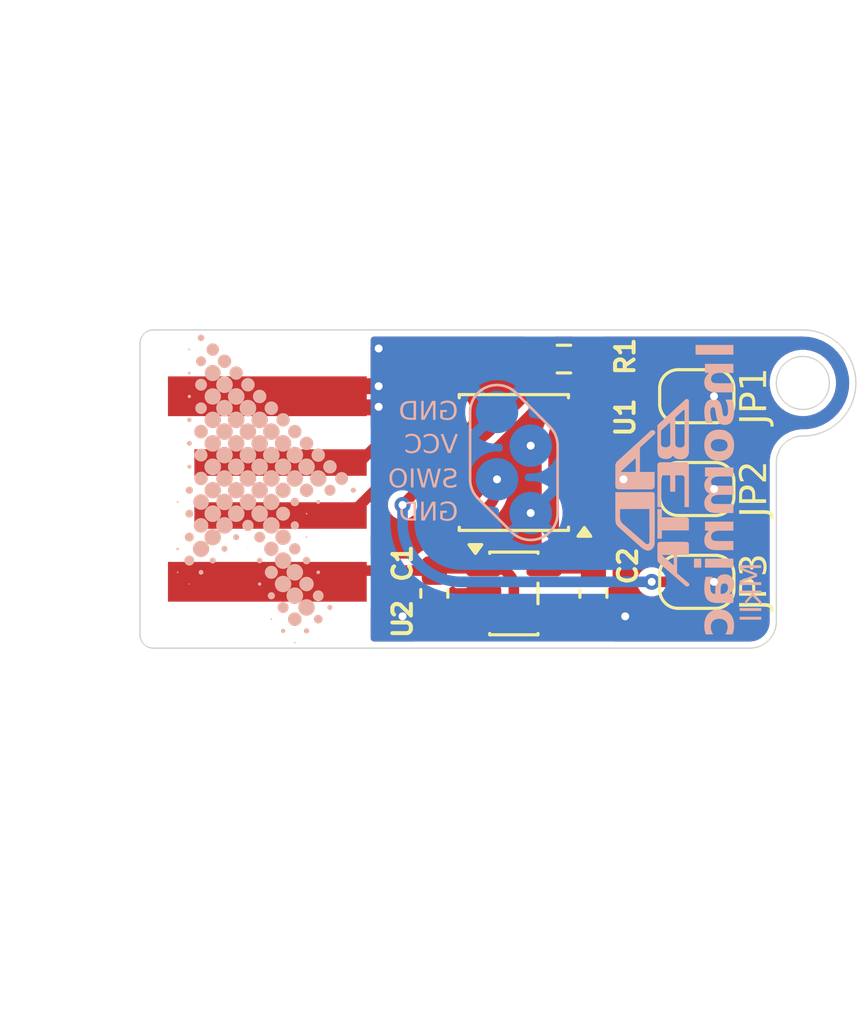
<source format=kicad_pcb>
(kicad_pcb (version 20241229) (generator "pcbnew") (generator_version "9.0")
  (title_block (title "Insomniac Mouse") (date "2026-02-14") (rev "MkII") (company "ADBeta"))
  (layers (0 "F.Cu" signal) (2 "B.Cu" signal) (13 "F.Paste" user) (15 "B.Paste" user) (5 "F.SilkS" user "F.Silkscreen") (7 "B.SilkS" user "B.Silkscreen") (1 "F.Mask" user) (3 "B.Mask" user) (25 "Edge.Cuts" user))
  (net 0 "")
  (net 1 "/VBUS_3V3")
  (net 2 "GND")
  (net 3 "Net-(J1-VBUS)")
  (net 4 "/USB_D-")
  (net 5 "/SWIO")
  (net 6 "/JP1")
  (net 7 "/USB_D+")
  (net 8 "/JP2")
  (net 9 "/JP3")
  (footprint "Package_TO_SOT_SMD:SOT-23-5" (layer "F.Cu") (at 96.2 53.0375)
    (property "Reference" "U2")
    (property "Value" "AP2112K-3.3")
  )
  (footprint "Jumper:SolderJumper-2_P1.3mm_Open_RoundedPad1.0x1.5mm" (layer "F.Cu") (at 103.1 52.6)
    (property "Reference" "JP3")
    (property "Value" "JP3")
  )
  (footprint "Footprints:PCB_USB_A" (layer "F.Cu") (at 87.1 49.1)
    (property "Reference" "J1" (hide yes))
    (property "Value" "PCB_USB" (hide yes))
    (fp_line (start -5 -5.5) (end -5 5.5) (stroke (width 0.05)) (layer "Edge.Cuts"))
    (fp_line (start -4.5 6) (end 3.7 6) (stroke (width 0.05)) (layer "Edge.Cuts"))
    (fp_line (start 3.7 -6) (end -4.5 -6) (stroke (width 0.05)) (layer "Edge.Cuts"))
    (fp_arc (start -5 -5.5) (mid -4.853553 -5.853553) (end -4.5 -6) (stroke (width 0.05)) (layer "Edge.Cuts"))
    (fp_arc (start -4.5 6) (mid -4.853553 5.853553) (end -5 5.5) (stroke (width 0.05)) (layer "Edge.Cuts"))
  )
  (footprint "Package_SO:JEITA_SOIC-8_3.9x4.9mm_P1.27mm" (layer "F.Cu") (at 96.2 48.1 180)
    (property "Reference" "U1")
    (property "Value" "CH32V003JxMx")
  )
  (footprint "Capacitor_SMD:C_0603_1608Metric_Pad1.08x0.95mm_HandSolder" (layer "F.Cu") (at 93.2 53.0375 -90)
    (property "Reference" "C1")
    (property "Value" "100nF")
  )
  (footprint "Capacitor_SMD:C_0603_1608Metric_Pad1.08x0.95mm_HandSolder" (layer "F.Cu") (at 99.2 53.0375 -90)
    (property "Reference" "C2")
    (property "Value" "100nF")
  )
  (footprint "Jumper:SolderJumper-2_P1.3mm_Open_RoundedPad1.0x1.5mm" (layer "F.Cu") (at 103.1 45.6)
    (property "Reference" "JP1")
    (property "Value" "JP1")
  )
  (footprint "Resistor_SMD:R_0603_1608Metric_Pad0.98x0.95mm_HandSolder" (layer "F.Cu") (at 98.0875 44.2)
    (property "Reference" "R1")
    (property "Value" "1K5")
  )
  (footprint "Jumper:SolderJumper-2_P1.3mm_Open_RoundedPad1.0x1.5mm" (layer "F.Cu") (at 103.1 49.1)
    (property "Reference" "JP2")
    (property "Value" "JP2")
  )
  (footprint "Footprints:Program_Conn" (layer "B.Cu") (at 96.2 48.1 180)
    (property "Reference" "J2" (hide yes))
    (property "Value" "CONN_PROG")
  )
  (gr_poly (pts (xy 88.191135 47.206959) (xy 88.182922 47.216464) (xy 88.175211 47.226323) (xy 88.168019 47.236525) (xy 88.161349 47.24704) (xy 88.155217 47.257852) (xy 88.149628 47.268939) (xy 88.144587 47.280276) (xy 88.140109 47.291851) (xy 88.136198 47.303635) (xy 88.132863 47.315608) (xy 88.130119 47.327755) (xy 88.127967 47.340047) (xy 88.126418 47.352471) (xy 88.125486 47.364998) (xy 88.125172 47.377616) (xy 88.125486 47.390229) (xy 88.12642 47.402757) (xy 88.127967 47.41518) (xy 88.130116 47.427473) (xy 88.132861 47.439619) (xy 88.136195 47.451594) (xy 88.140106 47.46338) (xy 88.144584 47.474951) (xy 88.149623 47.486292) (xy 88.155212 47.497379) (xy 88.161346 47.50819) (xy 88.168012 47.518706) (xy 88.175204 47.528907) (xy 88.182913 47.538771) (xy 88.191135 47.548273) (xy 88.199851 47.557399) (xy 88.208984 47.566071) (xy 88.218493 47.574245) (xy 88.228358 47.581914) (xy 88.238553 47.589064) (xy 88.249069 47.595691) (xy 88.259875 47.601784) (xy 88.270954 47.607337) (xy 88.282284 47.612343) (xy 88.293846 47.616784) (xy 88.305613 47.620661) (xy 88.317573 47.623965) (xy 88.329702 47.626681) (xy 88.341975 47.628804) (xy 88.354372 47.630325) (xy 88.366878 47.631238) (xy 88.379471 47.63153) (xy 88.392058 47.631199) (xy 88.404564 47.630248) (xy 88.416961 47.628688) (xy 88.429228 47.626529) (xy 88.441347 47.623773) (xy 88.453295 47.620438) (xy 88.465054 47.616523) (xy 88.476597 47.612046) (xy 88.487915 47.607006) (xy 88.498977 47.601421) (xy 88.509762 47.595293) (xy 88.520258 47.588632) (xy 88.530436 47.581449) (xy 88.540277 47.573754) (xy 88.54976 47.565549) (xy 88.558866 47.556849) (xy 88.567844 47.547387) (xy 88.576239 47.537588) (xy 88.584061 47.527475) (xy 88.591298 47.517072) (xy 88.597957 47.506396) (xy 88.604041 47.495474) (xy 88.609538 47.48433) (xy 88.61446 47.472981) (xy 88.618806 47.461453) (xy 88.62257 47.44977) (xy 88.625759 47.437951) (xy 88.62836 47.426018) (xy 88.630387 47.413995) (xy 88.631838 47.401908) (xy 88.632705 47.389774) (xy 88.632992 47.377617) (xy 88.632705 47.365459) (xy 88.631838 47.353327) (xy 88.630386 47.341238) (xy 88.628361 47.329217) (xy 88.625754 47.317284) (xy 88.62257 47.305465) (xy 88.618804 47.293779) (xy 88.614463 47.282251) (xy 88.609538 47.270904) (xy 88.604033 47.25976) (xy 88.597954 47.248836) (xy 88.591291 47.238165) (xy 88.584058 47.22776) (xy 88.576239 47.217648) (xy 88.567842 47.20785) (xy 88.558864 47.198386) (xy 88.54976 47.189685) (xy 88.540272 47.181484) (xy 88.530434 47.173789) (xy 88.520254 47.166604) (xy 88.509763 47.159947) (xy 88.498977 47.153817) (xy 88.487915 47.148232) (xy 88.476599 47.143195) (xy 88.465052 47.138716) (xy 88.453295 47.134801) (xy 88.441347 47.131464) (xy 88.429228 47.128713) (xy 88.416961 47.126549) (xy 88.404564 47.124989) (xy 88.392061 47.12404) (xy 88.379471 47.123707) (xy 88.366878 47.124002) (xy 88.354375 47.124914) (xy 88.341973 47.126435) (xy 88.329697 47.12856) (xy 88.317573 47.131277) (xy 88.305613 47.134576) (xy 88.293846 47.138453) (xy 88.282282 47.142898) (xy 88.270954 47.1479) (xy 88.259878 47.153455) (xy 88.249068 47.159549) (xy 88.238553 47.166176) (xy 88.228358 47.173328) (xy 88.218493 47.180994) (xy 88.208984 47.189166) (xy 88.199853 47.197836)) (stroke (width -0.000001)) (fill yes) (layer "B.SilkS"))
  (gr_poly (pts (xy 84.625639 45.391789) (xy 84.625656 45.391772) (xy 84.625615 45.391813)) (stroke (width -0.000001)) (fill yes) (layer "B.SilkS"))
  (gr_poly (pts (xy 86.957844 53.028636) (xy 86.957858 53.02862) (xy 86.957832 53.028648)) (stroke (width -0.000001)) (fill yes) (layer "B.SilkS"))
  (gr_poly (pts (xy 86.379295 48.935637) (xy 86.369223 48.94735) (xy 86.359768 48.959499) (xy 86.350957 48.972063) (xy 86.342783 48.985013) (xy 86.335271 48.998325) (xy 86.328425 49.01197) (xy 86.322256 49.025929) (xy 86.316774 49.04017) (xy 86.311994 49.05467) (xy 86.307921 49.069402) (xy 86.304567 49.084343) (xy 86.301948 49.099466) (xy 86.300065 49.114745) (xy 86.298938 49.130154) (xy 86.298573 49.145668) (xy 86.298974 49.161178) (xy 86.300142 49.176583) (xy 86.302062 49.191855) (xy 86.30472 49.206973) (xy 86.308109 49.221905) (xy 86.312216 49.236627) (xy 86.317037 49.251116) (xy 86.322551 49.265344) (xy 86.328753 49.279286) (xy 86.335636 49.292918) (xy 86.343183 49.306211) (xy 86.351381 49.31914) (xy 86.360232 49.331682) (xy 86.369713 49.343808) (xy 86.379819 49.355494) (xy 86.390534 49.366715) (xy 86.402196 49.377786) (xy 86.414267 49.388142) (xy 86.426727 49.397783) (xy 86.439551 49.406708) (xy 86.452706 49.414924) (xy 86.466165 49.42242) (xy 86.479902 49.429206) (xy 86.493888 49.435277) (xy 86.508093 49.440633) (xy 86.522496 49.445275) (xy 86.537062 49.449202) (xy 86.551771 49.452418) (xy 86.566584 49.454915) (xy 86.581487 49.456704) (xy 86.596443 49.457774) (xy 86.611426 49.458129) (xy 86.626411 49.457774) (xy 86.641365 49.456702) (xy 86.656263 49.454915) (xy 86.671079 49.452417) (xy 86.685789 49.449202) (xy 86.700354 49.445273) (xy 86.714757 49.440634) (xy 86.728962 49.435276) (xy 86.742948 49.429204) (xy 86.756687 49.42242) (xy 86.770146 49.414919) (xy 86.783299 49.406706) (xy 86.796123 49.397778) (xy 86.808583 49.388138) (xy 86.820656 49.377781) (xy 86.832319 49.366712) (xy 86.843389 49.355051) (xy 86.853743 49.342978) (xy 86.863385 49.330518) (xy 86.872311 49.317694) (xy 86.880524 49.304541) (xy 86.888023 49.291083) (xy 86.894804 49.277345) (xy 86.900878 49.263357) (xy 86.906235 49.249152) (xy 86.910875 49.234751) (xy 86.914801 49.220181) (xy 86.918017 49.205476) (xy 86.920515 49.190658) (xy 86.9223 49.175757) (xy 86.92337 49.160804) (xy 86.923729 49.145819) (xy 86.923371 49.130836) (xy 86.9223 49.115884) (xy 86.920515 49.100984) (xy 86.918017 49.086166) (xy 86.914801 49.07146) (xy 86.910873 49.056891) (xy 86.906233 49.042493) (xy 86.900871 49.028285) (xy 86.894804 49.0143) (xy 86.888018 49.000563) (xy 86.880522 48.987106) (xy 86.872304 48.973951) (xy 86.863381 48.961129) (xy 86.853738 48.948669) (xy 86.843384 48.936597) (xy 86.832311 48.924938) (xy 86.821093 48.914218) (xy 86.809406 48.904115) (xy 86.797278 48.894633) (xy 86.784738 48.885786) (xy 86.77181 48.877584) (xy 86.758514 48.870038) (xy 86.744886 48.863158) (xy 86.730942 48.856953) (xy 86.716715 48.851438) (xy 86.702227 48.84662) (xy 86.687503 48.842513) (xy 86.672571 48.839122) (xy 86.657454 48.836464) (xy 86.642183 48.834547) (xy 86.626778 48.83338) (xy 86.611264 48.832975) (xy 86.595753 48.83334) (xy 86.580343 48.83447) (xy 86.565066 48.836348) (xy 86.549941 48.83897) (xy 86.535002 48.842321) (xy 86.52027 48.846396) (xy 86.505768 48.851176) (xy 86.491527 48.856656) (xy 86.47757 48.862825) (xy 86.463922 48.869674) (xy 86.450609 48.877187) (xy 86.437661 48.885358) (xy 86.425095 48.894173) (xy 86.412944 48.903626) (xy 86.401233 48.913699) (xy 86.389987 48.924391)) (stroke (width -0.000001)) (fill yes) (layer "B.SilkS"))
  (gr_poly (pts (xy 89.681667 49.561433) (xy 89.681202 49.561925) (xy 89.680749 49.562429) (xy 89.6803 49.562939) (xy 89.679103 49.564195) (xy 89.677975 49.565498) (xy 89.676917 49.566855) (xy 89.675927 49.568253) (xy 89.675004 49.569697) (xy 89.674158 49.571179) (xy 89.673383 49.572698) (xy 89.672679 49.574255) (xy 89.672057 49.575843) (xy 89.671507 49.577456) (xy 89.671035 49.579098) (xy 89.670645 49.580765) (xy 89.670329 49.582451) (xy 89.670097 49.584155) (xy 89.669952 49.585874) (xy 89.669887 49.587605) (xy 89.669902 49.589412) (xy 89.670003 49.591203) (xy 89.670201 49.592979) (xy 89.670482 49.594742) (xy 89.670855 49.59648) (xy 89.671309 49.598199) (xy 89.67185 49.599888) (xy 89.672473 49.601546) (xy 89.673178 49.603172) (xy 89.673965 49.604762) (xy 89.674829 49.606313) (xy 89.675773 49.60782) (xy 89.676794 49.609285) (xy 89.677888 49.610697) (xy 89.679056 49.612059) (xy 89.6803 49.613365) (xy 89.681579 49.614589) (xy 89.682912 49.615744) (xy 89.684293 49.616828) (xy 89.685724 49.617836) (xy 89.687197 49.618773) (xy 89.688711 49.619635) (xy 89.69027 49.620419) (xy 89.691859 49.621127) (xy 89.693484 49.621758) (xy 89.695137 49.622307) (xy 89.696813 49.622773) (xy 89.69852 49.623161) (xy 89.700243 49.623461) (xy 89.701984 49.623679) (xy 89.703742 49.623809) (xy 89.705514 49.623856) (xy 89.707283 49.623809) (xy 89.709043 49.623681) (xy 89.710781 49.623461) (xy 89.712508 49.623161) (xy 89.714212 49.622773) (xy 89.715892 49.622307) (xy 89.717544 49.621758) (xy 89.719166 49.621127) (xy 89.720759 49.620419) (xy 89.722312 49.619636) (xy 89.723828 49.618773) (xy 89.7253 49.617836) (xy 89.72673 49.616827) (xy 89.728115 49.615743) (xy 89.729446 49.614589) (xy 89.730723 49.613367) (xy 89.731947 49.612088) (xy 89.733103 49.610755) (xy 89.734185 49.609372) (xy 89.735194 49.607943) (xy 89.736132 49.606468) (xy 89.736995 49.604953) (xy 89.737782 49.603398) (xy 89.738487 49.601806) (xy 89.739117 49.600183) (xy 89.739667 49.598532) (xy 89.740131 49.596853) (xy 89.74052 49.595147) (xy 89.740821 49.593421) (xy 89.741039 49.591681) (xy 89.741172 49.589922) (xy 89.741215 49.588153) (xy 89.741172 49.586381) (xy 89.741036 49.584626) (xy 89.740824 49.582882) (xy 89.74052 49.581159) (xy 89.740133 49.579455) (xy 89.739667 49.577777) (xy 89.739119 49.576123) (xy 89.738487 49.574499) (xy 89.737782 49.572909) (xy 89.736997 49.571355) (xy 89.736133 49.569837) (xy 89.735199 49.568363) (xy 89.734187 49.566932) (xy 89.733106 49.56555) (xy 89.731952 49.564218) (xy 89.730725 49.562939) (xy 89.729545 49.561778) (xy 89.728317 49.56068) (xy 89.727056 49.55965) (xy 89.725754 49.558683) (xy 89.724417 49.557783) (xy 89.723053 49.556951) (xy 89.721657 49.556182) (xy 89.720231 49.555479) (xy 89.718787 49.554847) (xy 89.717312 49.554277) (xy 89.715822 49.553777) (xy 89.714312 49.553343) (xy 89.712788 49.552976) (xy 89.711252 49.552679) (xy 89.709705 49.552447) (xy 89.70815 49.552285) (xy 89.706588 49.552191) (xy 89.705026 49.552165) (xy 89.703461 49.552208) (xy 89.7019 49.55232) (xy 89.700338 49.5525) (xy 89.698785 49.552751) (xy 89.697242 49.553072) (xy 89.695709 49.553461) (xy 89.694189 49.553917) (xy 89.692687 49.554446) (xy 89.691202 49.555047) (xy 89.689737 49.555716) (xy 89.688298 49.556455) (xy 89.686881 49.557268) (xy 89.685495 49.558151) (xy 89.684133 49.559103) (xy 89.683626 49.559552) (xy 89.683122 49.560006) (xy 89.682629 49.560472) (xy 89.682144 49.560949)) (stroke (width -0.000001)) (fill yes) (layer "B.SilkS"))
  (gr_poly (pts (xy 87.348087 53.418902) (xy 87.34809 53.418897) (xy 87.348085 53.418902)) (stroke (width -0.000001)) (fill yes) (layer "B.SilkS"))
  (gr_poly (pts (xy 88.147119 48.052496) (xy 88.136765 48.064572) (xy 88.127125 48.077032) (xy 88.118197 48.089856) (xy 88.109984 48.103009) (xy 88.102485 48.116468) (xy 88.095701 48.130207) (xy 88.089632 48.144193) (xy 88.084275 48.158398) (xy 88.07963 48.172801) (xy 88.075707 48.187369) (xy 88.07249 48.202074) (xy 88.069993 48.21689) (xy 88.068208 48.23179) (xy 88.067137 48.246746) (xy 88.066777 48.261729) (xy 88.067139 48.276714) (xy 88.068207 48.291668) (xy 88.069993 48.306568) (xy 88.072494 48.321384) (xy 88.075707 48.336089) (xy 88.079635 48.350658) (xy 88.084277 48.365057) (xy 88.089635 48.379266) (xy 88.095704 48.393252) (xy 88.102485 48.406987) (xy 88.109989 48.420444) (xy 88.118202 48.433597) (xy 88.12713 48.44642) (xy 88.13677 48.458881) (xy 88.147124 48.470954) (xy 88.158193 48.48261) (xy 88.169852 48.493683) (xy 88.181928 48.504036) (xy 88.194385 48.513679) (xy 88.207207 48.522606) (xy 88.220362 48.53082) (xy 88.233821 48.538318) (xy 88.24756 48.545102) (xy 88.261546 48.551174) (xy 88.275756 48.556531) (xy 88.290154 48.561171) (xy 88.304722 48.5651) (xy 88.319429 48.568312) (xy 88.334245 48.570813) (xy 88.349146 48.572599) (xy 88.364098 48.57367) (xy 88.379082 48.574027) (xy 88.394067 48.573671) (xy 88.409023 48.572598) (xy 88.423922 48.570812) (xy 88.438742 48.568312) (xy 88.453447 48.565099) (xy 88.468014 48.561171) (xy 88.482415 48.55653) (xy 88.496625 48.551171) (xy 88.510611 48.545101) (xy 88.524345 48.538316) (xy 88.537802 48.530817) (xy 88.550962 48.522603) (xy 88.563779 48.513676) (xy 88.576246 48.504035) (xy 88.588319 48.493679) (xy 88.599974 48.482608) (xy 88.610693 48.471387) (xy 88.620798 48.459699) (xy 88.630281 48.447573) (xy 88.639125 48.435031) (xy 88.647328 48.4221) (xy 88.654877 48.408808) (xy 88.661755 48.395177) (xy 88.667957 48.381235) (xy 88.673476 48.367006) (xy 88.678292 48.352518) (xy 88.682401 48.337796) (xy 88.685791 48.322863) (xy 88.688446 48.307746) (xy 88.690366 48.292474) (xy 88.691532 48.27707) (xy 88.691937 48.261555) (xy 88.691568 48.246044) (xy 88.690441 48.230636) (xy 88.688558 48.215359) (xy 88.68594 48.200234) (xy 88.682585 48.185295) (xy 88.678514 48.170561) (xy 88.673729 48.156061) (xy 88.668252 48.141821) (xy 88.662083 48.127863) (xy 88.655237 48.114217) (xy 88.647719 48.100906) (xy 88.639549 48.087956) (xy 88.630737 48.075394) (xy 88.621285 48.063244) (xy 88.611209 48.051534) (xy 88.600518 48.040285) (xy 88.589273 48.029595) (xy 88.577562 48.019522) (xy 88.565411 48.010069) (xy 88.552847 48.001252) (xy 88.539896 47.993083) (xy 88.526583 47.98557) (xy 88.51294 47.978723) (xy 88.49898 47.972553) (xy 88.48474 47.967073) (xy 88.47024 47.962293) (xy 88.455506 47.958219) (xy 88.440567 47.954867) (xy 88.425444 47.952246) (xy 88.410162 47.950365) (xy 88.394757 47.949238) (xy 88.379244 47.948872) (xy 88.363732 47.949274) (xy 88.348325 47.95044) (xy 88.333051 47.95236) (xy 88.317937 47.955019) (xy 88.303003 47.958407) (xy 88.288283 47.962516) (xy 88.273791 47.967335) (xy 88.259561 47.972851) (xy 88.245624 47.979055) (xy 88.231994 47.985935) (xy 88.218701 47.993483) (xy 88.205768 48.001684) (xy 88.193226 48.010532) (xy 88.181098 48.020016) (xy 88.169412 48.030119) (xy 88.158191 48.040838)) (stroke (width -0.000001)) (fill yes) (layer "B.SilkS"))
  (gr_poly (pts (xy 88.670574 52.987994) (xy 88.663805 52.995842) (xy 88.657502 53.003947) (xy 88.651671 53.012287) (xy 88.646299 53.020844) (xy 88.641393 53.0296) (xy 88.636954 53.038538) (xy 88.63298 53.047643) (xy 88.62947 53.056892) (xy 88.626425 53.066265) (xy 88.623847 53.07575) (xy 88.621732 53.085325) (xy 88.620086 53.094976) (xy 88.618903 53.104681) (xy 88.618186 53.114419) (xy 88.617937 53.12418) (xy 88.618147 53.133943) (xy 88.618828 53.143686) (xy 88.619977 53.153394) (xy 88.621587 53.163051) (xy 88.623663 53.172635) (xy 88.626208 53.182128) (xy 88.629216 53.191514) (xy 88.63269 53.200775) (xy 88.63663 53.209894) (xy 88.641036 53.218848) (xy 88.645906 53.227624) (xy 88.651242 53.236204) (xy 88.657047 53.244564) (xy 88.663319 53.252693) (xy 88.670055 53.260567) (xy 88.677257 53.268172) (xy 88.684574 53.275161) (xy 88.692191 53.281748) (xy 88.700102 53.287928) (xy 88.708282 53.293697) (xy 88.716714 53.299041) (xy 88.725382 53.303956) (xy 88.734271 53.308437) (xy 88.743365 53.31248) (xy 88.752643 53.31607) (xy 88.76209 53.319202) (xy 88.771691 53.321875) (xy 88.781432 53.324074) (xy 88.79129 53.325799) (xy 88.801251 53.327041) (xy 88.811294 53.327787) (xy 88.821408 53.328041) (xy 88.831525 53.327791) (xy 88.841566 53.327041) (xy 88.851527 53.3258) (xy 88.861384 53.324076) (xy 88.871125 53.321875) (xy 88.880726 53.319202) (xy 88.890178 53.316071) (xy 88.899456 53.31248) (xy 88.908548 53.308441) (xy 88.917435 53.303956) (xy 88.926106 53.299041) (xy 88.934537 53.293696) (xy 88.942716 53.287928) (xy 88.950623 53.281748) (xy 88.958244 53.275162) (xy 88.96556 53.268173) (xy 88.972764 53.260569) (xy 88.979497 53.252693) (xy 88.985769 53.244567) (xy 88.991573 53.236206) (xy 88.996913 53.227629) (xy 89.001781 53.218851) (xy 89.006186 53.209896) (xy 89.010127 53.200778) (xy 89.013605 53.191517) (xy 89.01661 53.18213) (xy 89.019155 53.172635) (xy 89.021231 53.163053) (xy 89.022842 53.153396) (xy 89.023988 53.143689) (xy 89.024667 53.133946) (xy 89.024882 53.124182) (xy 89.024633 53.114421) (xy 89.023916 53.10468) (xy 89.022733 53.094975) (xy 89.021084 53.085329) (xy 89.018969 53.07575) (xy 89.016393 53.066265) (xy 89.013349 53.056888) (xy 89.009839 53.047642) (xy 89.005865 53.038539) (xy 89.001425 53.0296) (xy 88.996519 53.020844) (xy 88.991148 53.012286) (xy 88.985315 53.003947) (xy 88.979012 52.995842) (xy 88.972247 52.987991) (xy 88.965014 52.980413) (xy 88.957431 52.973232) (xy 88.949575 52.96651) (xy 88.941473 52.960252) (xy 88.933134 52.95446) (xy 88.924581 52.94913) (xy 88.915827 52.944265) (xy 88.906899 52.939863) (xy 88.897805 52.935925) (xy 88.888568 52.932448) (xy 88.87921 52.929435) (xy 88.869739 52.926885) (xy 88.860184 52.924799) (xy 88.850554 52.923179) (xy 88.840868 52.922018) (xy 88.831143 52.921325) (xy 88.821407 52.921095) (xy 88.811673 52.921324) (xy 88.801951 52.922022) (xy 88.792262 52.923179) (xy 88.782637 52.924799) (xy 88.773077 52.926885) (xy 88.763608 52.929436) (xy 88.754248 52.932448) (xy 88.74501 52.935924) (xy 88.735922 52.939863) (xy 88.726987 52.944265) (xy 88.71824 52.949132) (xy 88.709687 52.95446) (xy 88.701348 52.960252) (xy 88.693243 52.966512) (xy 88.685388 52.973228) (xy 88.677805 52.980414) (xy 88.677802 52.980417)) (stroke (width -0.000001)) (fill yes) (layer "B.SilkS"))
  (gr_poly (pts (xy 83.944005 52.666034) (xy 83.943737 52.666318) (xy 83.943471 52.666604) (xy 83.943218 52.666895) (xy 83.943083 52.667031) (xy 83.942948 52.667169) (xy 83.94281 52.667307) (xy 83.94267 52.667443) (xy 83.942457 52.667637) (xy 83.942245 52.667838) (xy 83.942035 52.668038) (xy 83.941827 52.668243) (xy 83.941625 52.668451) (xy 83.941422 52.66866) (xy 83.941224 52.668872) (xy 83.941026 52.669087) (xy 83.940891 52.669223) (xy 83.940755 52.669364) (xy 83.940618 52.669499) (xy 83.940478 52.669635) (xy 83.940328 52.669902) (xy 83.940183 52.670172) (xy 83.940038 52.670443) (xy 83.939898 52.670713) (xy 83.939766 52.670988) (xy 83.939633 52.671266) (xy 83.939507 52.671546) (xy 83.939384 52.671826) (xy 83.939247 52.671966) (xy 83.939111 52.672104) (xy 83.938974 52.672239) (xy 83.938834 52.672376) (xy 83.938747 52.672712) (xy 83.938665 52.673052) (xy 83.93859 52.673395) (xy 83.938513 52.673738) (xy 83.93845 52.674078) (xy 83.93839 52.674424) (xy 83.938336 52.674771) (xy 83.938286 52.675118) (xy 83.938151 52.675254) (xy 83.938013 52.675392) (xy 83.937873 52.675529) (xy 83.937738 52.675666) (xy 83.937743 52.675937) (xy 83.937745 52.67621) (xy 83.937743 52.676485) (xy 83.937738 52.676762) (xy 83.937588 52.677026) (xy 83.937441 52.677298) (xy 83.937296 52.677567) (xy 83.937161 52.677842) (xy 83.937025 52.678117) (xy 83.936895 52.678395) (xy 83.936765 52.678674) (xy 83.936642 52.678954) (xy 83.936645 52.679228) (xy 83.936649 52.679498) (xy 83.936645 52.679774) (xy 83.936642 52.68005) (xy 83.936645 52.680324) (xy 83.936649 52.680597) (xy 83.936646 52.680872) (xy 83.936642 52.681146) (xy 83.936649 52.68142) (xy 83.936649 52.681693) (xy 83.936646 52.681968) (xy 83.936642 52.682242) (xy 83.936649 52.682516) (xy 83.936649 52.682789) (xy 83.936646 52.683064) (xy 83.936642 52.683338) (xy 83.936646 52.683612) (xy 83.936649 52.683885) (xy 83.936644 52.68416) (xy 83.936642 52.684434) (xy 83.936646 52.684708) (xy 83.936649 52.684981) (xy 83.936644 52.685256) (xy 83.936642 52.68553) (xy 83.936782 52.685664) (xy 83.936919 52.685802) (xy 83.937053 52.685938) (xy 83.93719 52.686078) (xy 83.93724 52.686422) (xy 83.937291 52.68677) (xy 83.937354 52.687113) (xy 83.937421 52.687458) (xy 83.937491 52.687798) (xy 83.937569 52.68814) (xy 83.937651 52.688479) (xy 83.93774 52.688817) (xy 83.937878 52.688952) (xy 83.938015 52.68909) (xy 83.938151 52.689228) (xy 83.938288 52.689365) (xy 83.938291 52.68964) (xy 83.938293 52.689913) (xy 83.938291 52.69019) (xy 83.938286 52.690465) (xy 83.938409 52.690745) (xy 83.938537 52.691021) (xy 83.93867 52.6913) (xy 83.938802 52.691574) (xy 83.93894 52.691847) (xy 83.939087 52.69212) (xy 83.939232 52.692388) (xy 83.939382 52.692657) (xy 83.939522 52.69279) (xy 83.939657 52.692926) (xy 83.939795 52.693064) (xy 83.939932 52.693204) (xy 83.940053 52.693485) (xy 83.940181 52.693763) (xy 83.940314 52.69404) (xy 83.940446 52.694314) (xy 83.940586 52.694587) (xy 83.940726 52.69486) (xy 83.940876 52.695128) (xy 83.941026 52.695397) (xy 83.941166 52.69553) (xy 83.941301 52.695666) (xy 83.941439 52.695804) (xy 83.941571 52.695944) (xy 83.941767 52.696159) (xy 83.94197 52.696369) (xy 83.942168 52.696581) (xy 83.942375 52.696789) (xy 83.942583 52.696992) (xy 83.942793 52.697192) (xy 83.943003 52.697394) (xy 83.943216 52.697588) (xy 83.944 52.698358) (xy 83.944814 52.699086) (xy 83.945655 52.699771) (xy 83.946533 52.70041) (xy 83.947436 52.701008) (xy 83.948365 52.701555) (xy 83.949321 52.702057) (xy 83.950301 52.702513) (xy 83.951298 52.702919) (xy 83.952317 52.703276) (xy 83.953353 52.703586) (xy 83.954403 52.703838) (xy 83.955468 52.704046) (xy 83.956542 52.704198) (xy 83.957631 52.7043) (xy 83.958727 52.704345) (xy 83.959823 52.704338) (xy 83.960914 52.704275) (xy 83.961996 52.704161) (xy 83.963065 52.703993) (xy 83.964125 52.703771) (xy 83.96517 52.7035) (xy 83.966199 52.703179) (xy 83.967209 52.70281) (xy 83.968205 52.70239) (xy 83.969176 52.701919) (xy 83.970123 52.701405) (xy 83.971051 52.700842) (xy 83.971947 52.700233) (xy 83.972816 52.699577) (xy 83.973654 52.698881) (xy 83.974463 52.698137) (xy 83.97525 52.697337) (xy 83.975988 52.696508) (xy 83.976691 52.695637) (xy 83.977339 52.694742) (xy 83.977944 52.693816) (xy 83.978499 52.692861) (xy 83.979006 52.691881) (xy 83.979465 52.690879) (xy 83.979866 52.689853) (xy 83.980221 52.688811) (xy 83.980525 52.687749) (xy 83.980773 52.686671) (xy 83.980969 52.685581) (xy 83.981109 52.684476) (xy 83.981194 52.683365) (xy 83.98122 52.682241) (xy 83.981196 52.681121) (xy 83.981109 52.680009) (xy 83.980969 52.678904) (xy 83.980773 52.677813) (xy 83.980522 52.676734) (xy 83.980223 52.675672) (xy 83.979868 52.674629) (xy 83.979463 52.673604) (xy 83.979006 52.672601) (xy 83.978497 52.671621) (xy 83.977942 52.670667) (xy 83.97734 52.66974) (xy 83.976691 52.668842) (xy 83.975991 52.667975) (xy 83.97525 52.667142) (xy 83.974458 52.666346) (xy 83.973705 52.665638) (xy 83.97293 52.664972) (xy 83.972126 52.664349) (xy 83.971301 52.663766) (xy 83.970458 52.663227) (xy 83.969596 52.662727) (xy 83.968714 52.662273) (xy 83.967816 52.661855) (xy 83.966906 52.661481) (xy 83.965982 52.66115) (xy 83.965045 52.660863) (xy 83.964101 52.660619) (xy 83.963141 52.660414) (xy 83.962184 52.660252) (xy 83.961218 52.660134) (xy 83.960243 52.660058) (xy 83.959271 52.660023) (xy 83.9583 52.660031) (xy 83.957327 52.660083) (xy 83.956356 52.66018) (xy 83.955386 52.660317) (xy 83.954421 52.660499) (xy 83.953469 52.660724) (xy 83.95252 52.660991) (xy 83.951583 52.6613) (xy 83.950651 52.661657) (xy 83.949741 52.662053) (xy 83.948841 52.662495) (xy 83.947957 52.66298) (xy 83.947088 52.663511) (xy 83.946243 52.664086) (xy 83.945412 52.664699) (xy 83.945118 52.664958) (xy 83.944835 52.665218) (xy 83.944553 52.665486) (xy 83.944275 52.665759)) (stroke (width -0.000001)) (fill yes) (layer "B.SilkS"))
  (gr_poly (pts (xy 84.763744 51.71921) (xy 84.763744 51.719204) (xy 84.763744 51.719211)) (stroke (width -0.000001)) (fill yes) (layer "B.SilkS"))
  (gr_poly (pts (xy 100.02687 50.203356) (xy 100.027605 50.247712) (xy 100.028507 50.268056) (xy 100.02977 50.287256) (xy 100.031395 50.305372) (xy 100.033383 50.322462) (xy 100.035736 50.338586) (xy 100.038458 50.353803) (xy 100.041549 50.368172) (xy 100.045011 50.381752) (xy 100.048847 50.394602) (xy 100.053059 50.406783) (xy 100.057648 50.418352) (xy 100.062616 50.429369) (xy 100.067966 50.439893) (xy 100.073699 50.449983) (xy 100.079818 50.459699) (xy 100.086324 50.469099) (xy 100.093219 50.478244) (xy 100.100506 50.487191) (xy 100.116261 50.504732) (xy 100.133605 50.522194) (xy 100.152553 50.540052) (xy 100.173122 50.55878) (xy 100.219184 50.600735) (xy 101.000957 51.300925) (xy 101.032246 51.32651) (xy 101.062565 51.348758) (xy 101.091911 51.367804) (xy 101.120284 51.383783) (xy 101.147682 51.396831) (xy 101.174103 51.407084) (xy 101.199546 51.414676) (xy 101.224009 51.419743) (xy 101.247492 51.422421) (xy 101.269991 51.422846) (xy 101.291507 51.421152) (xy 101.312037 51.417475) (xy 101.331579 51.41195) (xy 101.350134 51.404714) (xy 101.367697 51.395901) (xy 101.38427 51.385647) (xy 101.399849 51.374087) (xy 101.414433 51.361358) (xy 101.428021 51.347593) (xy 101.440612 51.332929) (xy 101.452203 51.317502) (xy 101.462794 51.301446) (xy 101.472382 51.284897) (xy 101.480967 51.267991) (xy 101.488546 51.250863) (xy 101.495119 51.233648) (xy 101.500683 51.216482) (xy 101.505238 51.199501) (xy 101.508781 51.182839) (xy 101.511312 51.166633) (xy 101.512828 51.151018) (xy 101.513329 51.136129) (xy 101.516197 50.50888) (xy 101.513097 49.307171) (xy 101.512939 49.300539) (xy 101.512527 49.29422) (xy 101.511863 49.288207) (xy 101.510952 49.282492) (xy 101.509794 49.277069) (xy 101.508395 49.271929) (xy 101.506755 49.267066) (xy 101.504879 49.262472) (xy 101.50277 49.258141) (xy 101.50043 49.254064) (xy 101.497861 49.250234) (xy 101.495068 49.246645) (xy 101.492053 49.243288) (xy 101.488819 49.240157) (xy 101.48537 49.237245) (xy 101.481706 49.234543) (xy 101.477833 49.232045) (xy 101.473753 49.229744) (xy 101.469468 49.227632) (xy 101.464982 49.225702) (xy 101.455418 49.222358) (xy 101.445083 49.219654) (xy 101.434002 49.217532) (xy 101.422198 49.215934) (xy 101.409694 49.214801) (xy 101.396515 49.214076) (xy 101.310241 49.214372) (xy 101.310241 49.853222) (xy 101.314889 51.089464) (xy 101.314448 51.096306) (xy 101.313592 51.10294) (xy 101.312337 51.109357) (xy 101.310698 51.115547) (xy 101.30869 51.1215) (xy 101.306328 51.127205) (xy 101.303627 51.132653) (xy 101.300602 51.137833) (xy 101.297268 51.142735) (xy 101.29364 51.147349) (xy 101.289734 51.151666) (xy 101.285564 51.155674) (xy 101.281146 51.159364) (xy 101.276493 51.162726) (xy 101.271623 51.16575) (xy 101.266549 51.168424) (xy 101.261286 51.170741) (xy 101.25585 51.172689) (xy 101.250256 51.174257) (xy 101.244519 51.175437) (xy 101.238653 51.176218) (xy 101.232674 51.17659) (xy 101.226598 51.176543) (xy 101.220438 51.176066) (xy 101.21421 51.17515) (xy 101.207929 51.173784) (xy 101.20161 51.171959) (xy 101.195269 51.169664) (xy 101.18892 51.166889) (xy 101.182578 51.163624) (xy 101.176258 51.159859) (xy 101.169976 51.155584) (xy 100.322237 50.419738) (xy 100.302766 50.401895) (xy 100.285562 50.384146) (xy 100.270488 50.366383) (xy 100.257403 50.348499) (xy 100.246169 50.330386) (xy 100.236646 50.311937) (xy 100.228697 50.293045) (xy 100.222181 50.273602) (xy 100.216961 50.253502) (xy 100.212896 50.232637) (xy 100.209848 50.2109) (xy 100.207678 50.188184) (xy 100.206246 50.164381) (xy 100.205415 50.139383) (xy 100.204996 50.085378) (xy 100.207363 49.857214) (xy 101.310241 49.853222) (xy 101.310241 49.214372) (xy 100.053535 49.218688) (xy 100.0417 49.218654) (xy 100.039262 49.218729) (xy 100.038121 49.218798) (xy 100.037032 49.218891) (xy 100.035996 49.219012) (xy 100.035012 49.219164) (xy 100.034081 49.219351) (xy 100.033203 49.219575) (xy 100.032377 49.219841) (xy 100.031604 49.220151) (xy 100.030884 49.220508) (xy 100.030217 49.220917) (xy 100.029602 49.221379) (xy 100.029041 49.221899) (xy 100.028533 49.22248) (xy 100.028079 49.223124) (xy 100.027677 49.223836) (xy 100.027329 49.224618) (xy 100.027035 49.225474) (xy 100.026794 49.226407) (xy 100.026606 49.22742) (xy 100.026472 49.228517) (xy 100.026392 49.2297) (xy 100.026366 49.230974)) (stroke (width -0.000001)) (fill yes) (layer "B.SilkS"))
  (gr_poly (pts (xy 84.30935 43.316333) (xy 84.305241 43.321101) (xy 84.301412 43.326021) (xy 84.297868 43.331086) (xy 84.294603 43.336282) (xy 84.29162 43.3416) (xy 84.288924 43.347031) (xy 84.286507 43.352556) (xy 84.284369 43.358172) (xy 84.282519 43.363864) (xy 84.280947 43.369627) (xy 84.279658 43.375444) (xy 84.278649 43.381302) (xy 84.277929 43.387195) (xy 84.277485 43.393112) (xy 84.277326 43.399043) (xy 84.277449 43.404971) (xy 84.277851 43.410891) (xy 84.278539 43.416789) (xy 84.279511 43.422656) (xy 84.280764 43.428478) (xy 84.282297 43.434248) (xy 84.284117 43.439953) (xy 84.286213 43.445583) (xy 84.288598 43.451126) (xy 84.291263 43.45657) (xy 84.294211 43.461905) (xy 84.297443 43.467125) (xy 84.300956 43.472212) (xy 84.304754 43.477155) (xy 84.308829 43.481948) (xy 84.313194 43.486576) (xy 84.317646 43.490829) (xy 84.322283 43.494835) (xy 84.327092 43.498594) (xy 84.332071 43.502105) (xy 84.337196 43.505354) (xy 84.342473 43.508345) (xy 84.347881 43.511071) (xy 84.35341 43.51353) (xy 84.359059 43.515711) (xy 84.364807 43.517618) (xy 84.370645 43.519243) (xy 84.376572 43.520584) (xy 84.382571 43.521633) (xy 84.388628 43.522384) (xy 84.394736 43.52284) (xy 84.400892 43.522992) (xy 84.407046 43.52284) (xy 84.413157 43.522385) (xy 84.419216 43.521631) (xy 84.425211 43.520584) (xy 84.431135 43.519243) (xy 84.436975 43.517618) (xy 84.442724 43.515711) (xy 84.448368 43.513529) (xy 84.453904 43.511072) (xy 84.459312 43.508344) (xy 84.464584 43.505354) (xy 84.469714 43.502102) (xy 84.47469 43.498594) (xy 84.479502 43.494835) (xy 84.484137 43.49083) (xy 84.488589 43.486579) (xy 84.492951 43.481948) (xy 84.497029 43.477156) (xy 84.500824 43.472213) (xy 84.504342 43.467124) (xy 84.507568 43.461908) (xy 84.51052 43.45657) (xy 84.513185 43.451126) (xy 84.515568 43.445584) (xy 84.517666 43.439953) (xy 84.519486 43.434248) (xy 84.521019 43.428478) (xy 84.522274 43.422655) (xy 84.52324 43.416789) (xy 84.523928 43.410891) (xy 84.524334 43.404971) (xy 84.524457 43.399043) (xy 84.524297 43.393112) (xy 84.523856 43.387199) (xy 84.523131 43.381302) (xy 84.522127 43.375443) (xy 84.520834 43.369627) (xy 84.519264 43.363864) (xy 84.517412 43.358173) (xy 84.515276 43.352556) (xy 84.512859 43.347031) (xy 84.510157 43.3416) (xy 84.507176 43.336282) (xy 84.503912 43.331086) (xy 84.50037 43.326021) (xy 84.496541 43.321099) (xy 84.49243 43.316333) (xy 84.488041 43.311729) (xy 84.483432 43.307386) (xy 84.478662 43.303323) (xy 84.473739 43.29954) (xy 84.468675 43.296037) (xy 84.463482 43.292814) (xy 84.45817 43.289871) (xy 84.452752 43.287208) (xy 84.447236 43.284829) (xy 84.441632 43.282727) (xy 84.435952 43.280906) (xy 84.430208 43.279362) (xy 84.424407 43.278102) (xy 84.418567 43.277123) (xy 84.412691 43.276421) (xy 84.406798 43.276001) (xy 84.400888 43.275861) (xy 84.394985 43.276001) (xy 84.389089 43.276421) (xy 84.383216 43.277123) (xy 84.377372 43.278102) (xy 84.371577 43.279363) (xy 84.365831 43.280906) (xy 84.360153 43.282726) (xy 84.354548 43.284828) (xy 84.34903 43.287208) (xy 84.343613 43.289871) (xy 84.338302 43.292815) (xy 84.333109 43.296038) (xy 84.328044 43.29954) (xy 84.323121 43.303323) (xy 84.318351 43.307386) (xy 84.313742 43.311729)) (stroke (width -0.000001)) (fill yes) (layer "B.SilkS"))
  (gr_poly (pts (xy 86.378911 46.28429) (xy 86.368559 46.296365) (xy 86.358915 46.308826) (xy 86.349991 46.321649) (xy 86.341778 46.334803) (xy 86.334277 46.348262) (xy 86.327493 46.362) (xy 86.321424 46.375984) (xy 86.316069 46.390191) (xy 86.311426 46.404595) (xy 86.307498 46.41916) (xy 86.304285 46.433865) (xy 86.301786 46.448684) (xy 86.299997 46.463584) (xy 86.29893 46.47854) (xy 86.298573 46.493524) (xy 86.29893 46.508505) (xy 86.300002 46.523459) (xy 86.301786 46.538362) (xy 86.304287 46.553178) (xy 86.307501 46.567883) (xy 86.311429 46.58245) (xy 86.316069 46.596851) (xy 86.321426 46.61106) (xy 86.327498 46.625044) (xy 86.334284 46.63878) (xy 86.34178 46.652238) (xy 86.349996 46.665394) (xy 86.358921 46.678214) (xy 86.368563 46.690675) (xy 86.378916 46.702748) (xy 86.38999 46.714406) (xy 86.401643 46.725477) (xy 86.413719 46.73583) (xy 86.426181 46.745472) (xy 86.439003 46.754398) (xy 86.452156 46.762611) (xy 86.465617 46.770112) (xy 86.479352 46.776897) (xy 86.49334 46.782965) (xy 86.507547 46.788322) (xy 86.521948 46.792965) (xy 86.536514 46.796893) (xy 86.55122 46.800106) (xy 86.566039 46.802606) (xy 86.580937 46.804391) (xy 86.595891 46.805463) (xy 86.610876 46.805818) (xy 86.625861 46.805462) (xy 86.640814 46.804391) (xy 86.655715 46.802605) (xy 86.670533 46.800106) (xy 86.685237 46.796893) (xy 86.699806 46.792966) (xy 86.714206 46.788322) (xy 86.728416 46.782965) (xy 86.7424 46.776897) (xy 86.756136 46.770112) (xy 86.769596 46.762611) (xy 86.782751 46.754399) (xy 86.795573 46.74547) (xy 86.808032 46.73583) (xy 86.820108 46.725473) (xy 86.831767 46.714404) (xy 86.831767 46.714403) (xy 86.842488 46.703178) (xy 86.852592 46.691493) (xy 86.86207 46.679366) (xy 86.870919 46.666825) (xy 86.879119 46.653894) (xy 86.886666 46.640601) (xy 86.893549 46.626971) (xy 86.899753 46.613029) (xy 86.905267 46.598799) (xy 86.910086 46.584312) (xy 86.914193 46.569587) (xy 86.917582 46.554655) (xy 86.920243 46.539541) (xy 86.92216 46.524265) (xy 86.923326 46.508861) (xy 86.923729 46.49335) (xy 86.923362 46.477835) (xy 86.922234 46.46243) (xy 86.920354 46.447151) (xy 86.917732 46.432029) (xy 86.914379 46.417086) (xy 86.910308 46.402355) (xy 86.905526 46.387856) (xy 86.900045 46.373611) (xy 86.893877 46.359657) (xy 86.887028 46.346009) (xy 86.879517 46.332699) (xy 86.871345 46.31975) (xy 86.862526 46.307187) (xy 86.853079 46.295038) (xy 86.843 46.283328) (xy 86.832315 46.27208) (xy 86.821067 46.261389) (xy 86.809355 46.251314) (xy 86.797201 46.241863) (xy 86.784639 46.233046) (xy 86.771689 46.224876) (xy 86.758379 46.217363) (xy 86.744732 46.210514) (xy 86.73077 46.204348) (xy 86.716534 46.198867) (xy 86.702032 46.194083) (xy 86.6873 46.19001) (xy 86.672358 46.186659) (xy 86.657236 46.184037) (xy 86.641959 46.182157) (xy 86.626549 46.181029) (xy 86.611037 46.180662) (xy 86.595526 46.181068) (xy 86.580119 46.182234) (xy 86.564846 46.184151) (xy 86.549731 46.186811) (xy 86.534799 46.190201) (xy 86.520075 46.194311) (xy 86.505585 46.199126) (xy 86.491358 46.204646) (xy 86.477416 46.210848) (xy 86.463785 46.217729) (xy 86.45049 46.225275) (xy 86.437562 46.233478) (xy 86.42502 46.242326) (xy 86.412893 46.251807) (xy 86.401206 46.261913) (xy 86.389981 46.272632)) (stroke (width -0.000001)) (fill yes) (layer "B.SilkS"))
  (gr_poly (pts (xy 83.509862 50.463687) (xy 83.509602 50.463977) (xy 83.509355 50.464275) (xy 83.509112 50.464583) (xy 83.508981 50.464724) (xy 83.508845 50.464863) (xy 83.508708 50.464997) (xy 83.508568 50.46513) (xy 83.508433 50.465272) (xy 83.508297 50.465411) (xy 83.50816 50.465545) (xy 83.50802 50.465678) (xy 83.507885 50.46582) (xy 83.507749 50.465959) (xy 83.507612 50.466093) (xy 83.507472 50.466226) (xy 83.507337 50.466368) (xy 83.507201 50.466507) (xy 83.507064 50.466641) (xy 83.506921 50.466775) (xy 83.506787 50.466915) (xy 83.506653 50.467055) (xy 83.506516 50.467189) (xy 83.506373 50.467323) (xy 83.506516 50.467456) (xy 83.506648 50.467593) (xy 83.506787 50.467731) (xy 83.506921 50.467871) (xy 83.506788 50.468011) (xy 83.506653 50.468151) (xy 83.506516 50.468285) (xy 83.506376 50.468418) (xy 83.50638 50.468557) (xy 83.50638 50.468694) (xy 83.50639 50.468832) (xy 83.506388 50.468967) (xy 83.506388 50.469106) (xy 83.506385 50.46924) (xy 83.50638 50.46938) (xy 83.506376 50.469515) (xy 83.506238 50.469659) (xy 83.506105 50.469795) (xy 83.505968 50.46993) (xy 83.505828 50.470063) (xy 83.505832 50.470201) (xy 83.505832 50.470338) (xy 83.50584 50.470477) (xy 83.50584 50.470611) (xy 83.50584 50.47075) (xy 83.505837 50.470884) (xy 83.505832 50.471024) (xy 83.505825 50.471159) (xy 83.50583 50.471297) (xy 83.505835 50.471432) (xy 83.50584 50.471573) (xy 83.50584 50.471707) (xy 83.50584 50.471846) (xy 83.505837 50.47198) (xy 83.505832 50.47212) (xy 83.505828 50.472255) (xy 83.50583 50.472393) (xy 83.505837 50.472531) (xy 83.50584 50.472666) (xy 83.50584 50.472803) (xy 83.50584 50.472942) (xy 83.505835 50.47308) (xy 83.505832 50.473216) (xy 83.505823 50.473355) (xy 83.50583 50.473489) (xy 83.505837 50.473627) (xy 83.50584 50.473762) (xy 83.50584 50.473899) (xy 83.50584 50.474038) (xy 83.505835 50.474176) (xy 83.505832 50.474312) (xy 83.505825 50.474447) (xy 83.505964 50.474583) (xy 83.506105 50.474718) (xy 83.506238 50.474855) (xy 83.506373 50.474995) (xy 83.506378 50.475133) (xy 83.506385 50.475271) (xy 83.506388 50.475406) (xy 83.506384 50.475546) (xy 83.506385 50.475681) (xy 83.506385 50.475821) (xy 83.50638 50.475956) (xy 83.506376 50.476094) (xy 83.506512 50.476227) (xy 83.506651 50.476362) (xy 83.506787 50.476502) (xy 83.506924 50.476642) (xy 83.50706 50.476775) (xy 83.507199 50.47691) (xy 83.507337 50.477051) (xy 83.507472 50.47719) (xy 83.507337 50.477331) (xy 83.5072 50.477468) (xy 83.507064 50.477604) (xy 83.506924 50.477738) (xy 83.50706 50.477871) (xy 83.507196 50.478008) (xy 83.507337 50.478147) (xy 83.507472 50.478285) (xy 83.507608 50.478419) (xy 83.507745 50.478556) (xy 83.507885 50.478695) (xy 83.50802 50.478833) (xy 83.50816 50.478967) (xy 83.508293 50.479104) (xy 83.508433 50.479243) (xy 83.508568 50.479381) (xy 83.508708 50.479515) (xy 83.508841 50.479652) (xy 83.508981 50.479791) (xy 83.509116 50.479929) (xy 83.509377 50.480174) (xy 83.509645 50.480408) (xy 83.50992 50.480635) (xy 83.510207 50.48085) (xy 83.510499 50.48106) (xy 83.51079 50.481256) (xy 83.511093 50.481441) (xy 83.511404 50.481622) (xy 83.511718 50.481789) (xy 83.512035 50.481947) (xy 83.51236 50.482093) (xy 83.512691 50.482231) (xy 83.51302 50.482356) (xy 83.51336 50.48247) (xy 83.5137 50.482576) (xy 83.514048 50.48267) (xy 83.514451 50.482786) (xy 83.514857 50.482891) (xy 83.515267 50.482974) (xy 83.515678 50.483047) (xy 83.516088 50.483102) (xy 83.516506 50.48314) (xy 83.516921 50.483163) (xy 83.517336 50.483172) (xy 83.517754 50.483163) (xy 83.518167 50.483142) (xy 83.518582 50.4831) (xy 83.518997 50.483047) (xy 83.519408 50.482974) (xy 83.519816 50.48289) (xy 83.520219 50.48279) (xy 83.520627 50.482669) (xy 83.520895 50.482551) (xy 83.521163 50.482423) (xy 83.521431 50.482286) (xy 83.521691 50.482144) (xy 83.521945 50.481994) (xy 83.522201 50.481837) (xy 83.522446 50.481676) (xy 83.522691 50.481507) (xy 83.52293 50.48133) (xy 83.523167 50.48115) (xy 83.523393 50.480961) (xy 83.523618 50.480768) (xy 83.523838 50.480565) (xy 83.52405 50.48036) (xy 83.52426 50.480147) (xy 83.524461 50.479931) (xy 83.524745 50.479645) (xy 83.525013 50.479353) (xy 83.525272 50.479055) (xy 83.525518 50.478745) (xy 83.52575 50.478428) (xy 83.525974 50.478105) (xy 83.526179 50.477779) (xy 83.526382 50.477441) (xy 83.526566 50.477102) (xy 83.52674 50.476755) (xy 83.526899 50.476401) (xy 83.527046 50.476043) (xy 83.527179 50.475681) (xy 83.527302 50.475318) (xy 83.527411 50.474946) (xy 83.527505 50.474573) (xy 83.527589 50.474196) (xy 83.527657 50.473817) (xy 83.527715 50.473437) (xy 83.527756 50.473052) (xy 83.527787 50.472668) (xy 83.527802 50.472279) (xy 83.527802 50.471893) (xy 83.527795 50.471506) (xy 83.52777 50.471118) (xy 83.527732 50.470727) (xy 83.527679 50.470338) (xy 83.527609 50.469952) (xy 83.527531 50.469568) (xy 83.527432 50.469182) (xy 83.527326 50.468798) (xy 83.527203 50.468419) (xy 83.52708 50.468146) (xy 83.526952 50.467878) (xy 83.526814 50.467615) (xy 83.526674 50.467352) (xy 83.526525 50.467096) (xy 83.526373 50.466845) (xy 83.526206 50.466596) (xy 83.526038 50.466353) (xy 83.525863 50.466115) (xy 83.52568 50.465879) (xy 83.525491 50.46565) (xy 83.525301 50.465427) (xy 83.5251 50.465208) (xy 83.524893 50.464993) (xy 83.524679 50.464786) (xy 83.524461 50.464584) (xy 83.524067 50.464146) (xy 83.523647 50.463732) (xy 83.523208 50.463342) (xy 83.522751 50.462979) (xy 83.522278 50.462637) (xy 83.521788 50.462327) (xy 83.521283 50.462038) (xy 83.520764 50.46178) (xy 83.520228 50.461548) (xy 83.519688 50.461347) (xy 83.519132 50.461169) (xy 83.518567 50.461024) (xy 83.517998 50.46091) (xy 83.517418 50.460824) (xy 83.516834 50.460771) (xy 83.51624 50.460744) (xy 83.515912 50.460778) (xy 83.515588 50.460819) (xy 83.515262 50.460872) (xy 83.514941 50.460935) (xy 83.51462 50.461005) (xy 83.514302 50.461086) (xy 83.513988 50.461175) (xy 83.513676 50.461273) (xy 83.513367 50.461382) (xy 83.513061 50.461501) (xy 83.512759 50.461623) (xy 83.512457 50.461761) (xy 83.512165 50.461903) (xy 83.511873 50.462058) (xy 83.51159 50.462219) (xy 83.511308 50.462388) (xy 83.510999 50.462631) (xy 83.510702 50.46288) (xy 83.51041 50.463139) (xy 83.51013 50.463411)) (stroke (width -0.000001)) (fill yes) (layer "B.SilkS"))
  (gr_poly (pts (xy 86.953243 53.033463) (xy 86.94889 53.038509) (xy 86.94481 53.043743) (xy 86.941001 53.049156) (xy 86.937473 53.054736) (xy 86.934226 53.060472) (xy 86.931264 53.066353) (xy 86.928598 53.072368) (xy 86.926227 53.078505) (xy 86.924156 53.084753) (xy 86.922389 53.091102) (xy 86.920936 53.097545) (xy 86.919794 53.104062) (xy 86.918973 53.11065) (xy 86.91848 53.117294) (xy 86.918309 53.123983) (xy 86.918475 53.130669) (xy 86.918968 53.137313) (xy 86.919782 53.143901) (xy 86.920921 53.15042) (xy 86.922372 53.156862) (xy 86.924133 53.163213) (xy 86.926198 53.169465) (xy 86.928572 53.175606) (xy 86.931237 53.181621) (xy 86.934193 53.187507) (xy 86.937441 53.193245) (xy 86.940971 53.198831) (xy 86.944781 53.204247) (xy 86.948863 53.209486) (xy 86.953214 53.21454) (xy 86.95783 53.219389) (xy 86.962677 53.224005) (xy 86.967723 53.228353) (xy 86.972957 53.232433) (xy 86.97837 53.236241) (xy 86.983951 53.239767) (xy 86.989686 53.243013) (xy 86.995569 53.245973) (xy 87.001585 53.248637) (xy 87.007722 53.251008) (xy 87.013974 53.253079) (xy 87.020324 53.254839) (xy 87.026765 53.256294) (xy 87.033286 53.257432) (xy 87.039872 53.258248) (xy 87.046513 53.258743) (xy 87.053203 53.258911) (xy 87.05989 53.258743) (xy 87.066534 53.258248) (xy 87.073123 53.257432) (xy 87.079641 53.256294) (xy 87.08608 53.254843) (xy 87.092427 53.253079) (xy 87.098677 53.25101) (xy 87.104817 53.248643) (xy 87.110829 53.245977) (xy 87.116711 53.243019) (xy 87.122445 53.239777) (xy 87.128024 53.236252) (xy 87.133432 53.232447) (xy 87.138666 53.22837) (xy 87.143707 53.224028) (xy 87.148548 53.219419) (xy 87.153164 53.214574) (xy 87.157512 53.209527) (xy 87.161594 53.204295) (xy 87.1654 53.198883) (xy 87.168928 53.193303) (xy 87.17218 53.187567) (xy 87.175138 53.181686) (xy 87.177808 53.17567) (xy 87.180179 53.169533) (xy 87.18225 53.163283) (xy 87.184015 53.156933) (xy 87.185466 53.150496) (xy 87.18661 53.143975) (xy 87.187427 53.137388) (xy 87.187926 53.130744) (xy 87.188092 53.124056) (xy 87.187931 53.117369) (xy 87.187438 53.110723) (xy 87.18662 53.104138) (xy 87.185485 53.097616) (xy 87.184032 53.091175) (xy 87.182272 53.084823) (xy 87.180203 53.078574) (xy 87.17783 53.072433) (xy 87.175167 53.066416) (xy 87.172209 53.060531) (xy 87.16896 53.054794) (xy 87.165433 53.049206) (xy 87.161625 53.043791) (xy 87.157543 53.03855) (xy 87.153188 53.033499) (xy 87.148572 53.028647) (xy 87.143729 53.024033) (xy 87.138683 53.019683) (xy 87.133449 53.015603) (xy 87.128034 53.011798) (xy 87.122452 53.008268) (xy 87.116714 53.005024) (xy 87.110835 53.002064) (xy 87.104819 52.9994) (xy 87.098682 52.997029) (xy 87.092434 52.994961) (xy 87.08608 52.993196) (xy 87.079639 52.991743) (xy 87.073123 52.990607) (xy 87.066533 52.989788) (xy 87.059889 52.989293) (xy 87.053203 52.98913) (xy 87.046512 52.989293) (xy 87.039868 52.989788) (xy 87.033286 52.990608) (xy 87.026765 52.991747) (xy 87.020326 52.993196) (xy 87.013974 52.994961) (xy 87.007719 52.99703) (xy 87.001585 52.999399) (xy 86.995571 53.002064) (xy 86.989685 53.005024) (xy 86.983951 53.008268) (xy 86.978372 53.011798) (xy 86.972955 53.015605) (xy 86.967723 53.019683) (xy 86.962677 53.024033) (xy 86.957844 53.028636)) (stroke (width -0.000001)) (fill yes) (layer "B.SilkS"))
  (gr_poly (pts (xy 86.159268 51.345298) (xy 86.15907 51.34551) (xy 86.158875 51.345725) (xy 86.158686 51.345947) (xy 86.158551 51.346086) (xy 86.158416 51.346222) (xy 86.158276 51.346361) (xy 86.158138 51.346495) (xy 86.158003 51.346634) (xy 86.157868 51.34677) (xy 86.157728 51.346909) (xy 86.15759 51.347041) (xy 86.157455 51.347182) (xy 86.157315 51.347322) (xy 86.15718 51.347457) (xy 86.157042 51.347589) (xy 86.156907 51.34773) (xy 86.156767 51.34787) (xy 86.156632 51.348005) (xy 86.156494 51.348137) (xy 86.156497 51.348274) (xy 86.156499 51.348412) (xy 86.156499 51.348551) (xy 86.156504 51.348686) (xy 86.156501 51.348822) (xy 86.156501 51.34896) (xy 86.156497 51.349099) (xy 86.156492 51.349235) (xy 86.156359 51.349374) (xy 86.156224 51.349513) (xy 86.156084 51.349649) (xy 86.155944 51.349783) (xy 86.155811 51.349922) (xy 86.155676 51.350061) (xy 86.155536 51.350197) (xy 86.155396 51.350331) (xy 86.155399 51.350467) (xy 86.155403 51.350604) (xy 86.155404 51.350742) (xy 86.155408 51.350878) (xy 86.155403 51.351017) (xy 86.155405 51.351152) (xy 86.155399 51.35129) (xy 86.155396 51.351427) (xy 86.15526 51.351565) (xy 86.155125 51.351705) (xy 86.154988 51.35184) (xy 86.154848 51.351975) (xy 86.154712 51.352113) (xy 86.154577 51.352253) (xy 86.15444 51.352388) (xy 86.1543 51.352523) (xy 86.15444 51.352656) (xy 86.154575 51.352794) (xy 86.154715 51.352931) (xy 86.154848 51.353073) (xy 86.154852 51.353209) (xy 86.154855 51.353344) (xy 86.154857 51.353482) (xy 86.15486 51.353618) (xy 86.154855 51.353757) (xy 86.154857 51.353892) (xy 86.154851 51.35403) (xy 86.154848 51.354169) (xy 86.154712 51.354305) (xy 86.154577 51.354445) (xy 86.15444 51.35458) (xy 86.1543 51.354717) (xy 86.15444 51.354848) (xy 86.154575 51.354986) (xy 86.154715 51.355125) (xy 86.154848 51.355265) (xy 86.154712 51.355401) (xy 86.154577 51.355541) (xy 86.15444 51.355676) (xy 86.1543 51.355813) (xy 86.154302 51.355949) (xy 86.154307 51.356084) (xy 86.154309 51.356222) (xy 86.154307 51.35636) (xy 86.154307 51.356497) (xy 86.154309 51.356635) (xy 86.154304 51.35677) (xy 86.1543 51.356909) (xy 86.15444 51.35704) (xy 86.154575 51.357178) (xy 86.154715 51.357317) (xy 86.154848 51.357457) (xy 86.154715 51.357597) (xy 86.154577 51.357733) (xy 86.15444 51.357872) (xy 86.1543 51.358005) (xy 86.154302 51.358141) (xy 86.154309 51.358279) (xy 86.154309 51.358414) (xy 86.154312 51.358553) (xy 86.154307 51.358689) (xy 86.154307 51.358828) (xy 86.154304 51.358962) (xy 86.1543 51.359101) (xy 86.15444 51.359235) (xy 86.15458 51.359373) (xy 86.154715 51.359509) (xy 86.154848 51.359649) (xy 86.154988 51.359783) (xy 86.155125 51.359918) (xy 86.155263 51.360057) (xy 86.155398 51.360196) (xy 86.155398 51.360333) (xy 86.155405 51.360471) (xy 86.155403 51.36061) (xy 86.155408 51.360745) (xy 86.155405 51.360881) (xy 86.1554 51.361019) (xy 86.155398 51.361158) (xy 86.155396 51.361293) (xy 86.155399 51.36143) (xy 86.155405 51.361567) (xy 86.155403 51.361706) (xy 86.155408 51.361841) (xy 86.155404 51.361978) (xy 86.1554 51.362115) (xy 86.155398 51.362254) (xy 86.155396 51.36239) (xy 86.155536 51.362523) (xy 86.155673 51.362658) (xy 86.155811 51.362797) (xy 86.155944 51.362938) (xy 86.156084 51.363071) (xy 86.156221 51.363206) (xy 86.156356 51.363344) (xy 86.156492 51.363485) (xy 86.156632 51.363619) (xy 86.156769 51.363754) (xy 86.156905 51.363892) (xy 86.15704 51.364034) (xy 86.157045 51.364171) (xy 86.157047 51.364307) (xy 86.157047 51.364446) (xy 86.157049 51.36458) (xy 86.157048 51.364718) (xy 86.157049 51.364855) (xy 86.157047 51.364993) (xy 86.157042 51.365128) (xy 86.15718 51.365263) (xy 86.15732 51.365398) (xy 86.157455 51.36554) (xy 86.15759 51.365676) (xy 86.157728 51.365811) (xy 86.157868 51.36595) (xy 86.158003 51.366088) (xy 86.158138 51.366224) (xy 86.158276 51.366359) (xy 86.158416 51.366498) (xy 86.158551 51.366636) (xy 86.158684 51.366776) (xy 86.159215 51.367277) (xy 86.159765 51.367752) (xy 86.160335 51.368199) (xy 86.160927 51.368614) (xy 86.161535 51.369) (xy 86.162163 51.369355) (xy 86.162805 51.369679) (xy 86.163462 51.369971) (xy 86.164128 51.370233) (xy 86.164813 51.370456) (xy 86.165509 51.370649) (xy 86.166211 51.370809) (xy 86.166924 51.370933) (xy 86.167643 51.371021) (xy 86.168365 51.371077) (xy 86.169099 51.371097) (xy 86.169828 51.371078) (xy 86.170554 51.371021) (xy 86.171276 51.370934) (xy 86.171985 51.370809) (xy 86.172689 51.370649) (xy 86.173384 51.370456) (xy 86.174065 51.370229) (xy 86.174736 51.369971) (xy 86.175393 51.369679) (xy 86.176035 51.369355) (xy 86.17666 51.369) (xy 86.177271 51.368614) (xy 86.177857 51.368201) (xy 86.178434 51.367752) (xy 86.178985 51.367278) (xy 86.179514 51.366773) (xy 86.180018 51.366243) (xy 86.180494 51.365694) (xy 86.180936 51.365123) (xy 86.181352 51.364532) (xy 86.181742 51.363921) (xy 86.182093 51.363296) (xy 86.182417 51.362654) (xy 86.18271 51.361997) (xy 86.182971 51.361326) (xy 86.183193 51.360646) (xy 86.183387 51.35995) (xy 86.183548 51.359247) (xy 86.183673 51.358537) (xy 86.18376 51.357815) (xy 86.183816 51.35709) (xy 86.183835 51.356361) (xy 86.183813 51.355628) (xy 86.183763 51.354901) (xy 86.183673 51.354182) (xy 86.183548 51.35347) (xy 86.183386 51.352771) (xy 86.183195 51.352074) (xy 86.182971 51.351391) (xy 86.182708 51.350722) (xy 86.18242 51.350066) (xy 86.182097 51.349421) (xy 86.181742 51.348796) (xy 86.181352 51.348188) (xy 86.180938 51.347596) (xy 86.180494 51.347025) (xy 86.180016 51.346473) (xy 86.179514 51.345946) (xy 86.179026 51.345468) (xy 86.178524 51.345015) (xy 86.178 51.344593) (xy 86.177466 51.344194) (xy 86.176921 51.343825) (xy 86.176358 51.343482) (xy 86.175784 51.343165) (xy 86.175195 51.342874) (xy 86.174601 51.342614) (xy 86.173995 51.34238) (xy 86.173384 51.342169) (xy 86.172759 51.341994) (xy 86.172133 51.341838) (xy 86.171506 51.341715) (xy 86.170868 51.341616) (xy 86.170229 51.341548) (xy 86.169584 51.341507) (xy 86.168939 51.341495) (xy 86.168297 51.34151) (xy 86.167655 51.341551) (xy 86.167013 51.341623) (xy 86.166373 51.341726) (xy 86.165736 51.341854) (xy 86.165108 51.342012) (xy 86.164478 51.342195) (xy 86.16386 51.342409) (xy 86.163247 51.342653) (xy 86.162643 51.342926) (xy 86.162049 51.343224) (xy 86.161463 51.343556) (xy 86.16089 51.343914) (xy 86.16033 51.344303) (xy 86.160108 51.344491) (xy 86.159893 51.344687) (xy 86.159678 51.344887) (xy 86.159473 51.34509)) (stroke (width -0.000001)) (fill yes) (layer "B.SilkS"))
  (gr_poly (pts (xy 84.334782 52.180085) (xy 84.33188 52.183421) (xy 84.329157 52.186885) (xy 84.32661 52.190469) (xy 84.324253 52.194159) (xy 84.322078 52.197959) (xy 84.320101 52.201853) (xy 84.318312 52.205839) (xy 84.316719 52.209907) (xy 84.315328 52.21405) (xy 84.31414 52.21826) (xy 84.313158 52.222532) (xy 84.312383 52.226855) (xy 84.311818 52.231227) (xy 84.311471 52.235636) (xy 84.311342 52.240075) (xy 84.311434 52.244517) (xy 84.31174 52.248928) (xy 84.312267 52.253304) (xy 84.313005 52.257636) (xy 84.313952 52.261913) (xy 84.315103 52.266134) (xy 84.316458 52.270289) (xy 84.318015 52.274369) (xy 84.319768 52.278372) (xy 84.321716 52.282283) (xy 84.323855 52.286101) (xy 84.326177 52.289815) (xy 84.328693 52.293421) (xy 84.331385 52.296906) (xy 84.33426 52.300266) (xy 84.337309 52.303494) (xy 84.340532 52.306589) (xy 84.34389 52.309508) (xy 84.347374 52.312243) (xy 84.350976 52.314799) (xy 84.354694 52.317166) (xy 84.358516 52.319345) (xy 84.362436 52.321328) (xy 84.366444 52.323119) (xy 84.370539 52.324708) (xy 84.37471 52.326096) (xy 84.378947 52.327283) (xy 84.383245 52.328257) (xy 84.387597 52.329022) (xy 84.391991 52.32957) (xy 84.396424 52.329903) (xy 84.40089 52.330014) (xy 84.405359 52.329902) (xy 84.409791 52.32957) (xy 84.41419 52.32902) (xy 84.418538 52.328257) (xy 84.422834 52.327282) (xy 84.427075 52.326097) (xy 84.431244 52.324708) (xy 84.435336 52.323119) (xy 84.439344 52.32133) (xy 84.443267 52.319345) (xy 84.447091 52.317164) (xy 84.450805 52.314798) (xy 84.454413 52.312243) (xy 84.457897 52.309506) (xy 84.46125 52.306589) (xy 84.464473 52.303494) (xy 84.46752 52.300266) (xy 84.470398 52.296903) (xy 84.473092 52.293417) (xy 84.475603 52.289813) (xy 84.47793 52.2861) (xy 84.480069 52.282283) (xy 84.482017 52.278372) (xy 84.483768 52.274369) (xy 84.485325 52.270289) (xy 84.486682 52.266132) (xy 84.487833 52.261912) (xy 84.48878 52.257635) (xy 84.489516 52.253304) (xy 84.490037 52.248928) (xy 84.490351 52.244515) (xy 84.49044 52.240075) (xy 84.490313 52.235637) (xy 84.489965 52.231227) (xy 84.489401 52.226856) (xy 84.488627 52.222531) (xy 84.487645 52.21826) (xy 84.486455 52.21405) (xy 84.485064 52.209907) (xy 84.483471 52.205839) (xy 84.481684 52.201853) (xy 84.479702 52.197959) (xy 84.477532 52.194159) (xy 84.475173 52.190468) (xy 84.472626 52.186885) (xy 84.469903 52.183421) (xy 84.467003 52.180086) (xy 84.46392 52.176883) (xy 84.460591 52.173739) (xy 84.457144 52.170798) (xy 84.453583 52.168057) (xy 84.449923 52.165523) (xy 84.446166 52.163187) (xy 84.442325 52.161058) (xy 84.438405 52.159133) (xy 84.434416 52.157405) (xy 84.43036 52.155884) (xy 84.426254 52.154565) (xy 84.422097 52.153448) (xy 84.417905 52.152538) (xy 84.413678 52.151826) (xy 84.409429 52.151319) (xy 84.405166 52.151016) (xy 84.400892 52.150916) (xy 84.396619 52.151015) (xy 84.392353 52.151319) (xy 84.388104 52.151826) (xy 84.38388 52.152537) (xy 84.379686 52.153448) (xy 84.375531 52.154564) (xy 84.371422 52.155884) (xy 84.367369 52.157405) (xy 84.36338 52.159129) (xy 84.35946 52.161057) (xy 84.355616 52.163187) (xy 84.35186 52.165523) (xy 84.3482 52.168057) (xy 84.344639 52.170795) (xy 84.34119 52.173738) (xy 84.33786 52.176881)) (stroke (width -0.000001)) (fill yes) (layer "B.SilkS"))
  (gr_poly (pts (xy 86.821076 46.725654) (xy 86.810999 46.737363) (xy 86.80155 46.749514) (xy 86.792731 46.762077) (xy 86.784561 46.775027) (xy 86.777048 46.788339) (xy 86.770202 46.801988) (xy 86.764033 46.815943) (xy 86.758548 46.830187) (xy 86.753771 46.844688) (xy 86.749698 46.85942) (xy 86.746347 46.874359) (xy 86.743725 46.889484) (xy 86.741844 46.904762) (xy 86.740714 46.920167) (xy 86.74035 46.935681) (xy 86.740756 46.951192) (xy 86.741922 46.966601) (xy 86.743836 46.981872) (xy 86.746497 46.996988) (xy 86.749885 47.01192) (xy 86.753995 47.026641) (xy 86.758816 47.041134) (xy 86.764325 47.055361) (xy 86.770531 47.069303) (xy 86.777413 47.082931) (xy 86.78496 47.096224) (xy 86.793161 47.109154) (xy 86.802009 47.121696) (xy 86.81149 47.133823) (xy 86.821593 47.14551) (xy 86.832315 47.15673) (xy 86.843969 47.167801) (xy 86.856044 47.178155) (xy 86.868506 47.187797) (xy 86.881326 47.196725) (xy 86.894483 47.204938) (xy 86.90794 47.212437) (xy 86.921679 47.219221) (xy 86.935665 47.225293) (xy 86.949872 47.230647) (xy 86.964273 47.23529) (xy 86.978839 47.239218) (xy 86.993548 47.242431) (xy 87.008364 47.244932) (xy 87.023264 47.246719) (xy 87.03822 47.247788) (xy 87.053203 47.248147) (xy 87.068186 47.247788) (xy 87.083142 47.246716) (xy 87.098042 47.244932) (xy 87.112858 47.242431) (xy 87.127562 47.239218) (xy 87.142133 47.23529) (xy 87.156534 47.230647) (xy 87.170741 47.22529) (xy 87.184727 47.219221) (xy 87.198459 47.212437) (xy 87.211921 47.204936) (xy 87.225076 47.196725) (xy 87.237898 47.187797) (xy 87.250357 47.178155) (xy 87.262432 47.167801) (xy 87.274092 47.156729) (xy 87.274093 47.156727) (xy 87.274087 47.156734) (xy 87.263018 47.168393) (xy 87.252661 47.180465) (xy 87.243021 47.192931) (xy 87.234093 47.205752) (xy 87.22588 47.218908) (xy 87.218384 47.232366) (xy 87.211597 47.246103) (xy 87.205525 47.260086) (xy 87.200171 47.274294) (xy 87.195531 47.288698) (xy 87.1916 47.303264) (xy 87.188389 47.317969) (xy 87.185888 47.332785) (xy 87.184104 47.347686) (xy 87.18303 47.362642) (xy 87.182675 47.377626) (xy 87.18303 47.392611) (xy 87.184102 47.407563) (xy 87.185891 47.422465) (xy 87.188387 47.43728) (xy 87.1916 47.451987) (xy 87.195531 47.466552) (xy 87.200176 47.480954) (xy 87.20553 47.495163) (xy 87.2116 47.509146) (xy 87.218386 47.522883) (xy 87.225884 47.536342) (xy 87.234098 47.549496) (xy 87.243025 47.562317) (xy 87.252668 47.574779) (xy 87.263022 47.58685) (xy 87.274092 47.598508) (xy 87.28575 47.609577) (xy 87.297823 47.619934) (xy 87.310283 47.629574) (xy 87.323107 47.638502) (xy 87.33626 47.646715) (xy 87.349722 47.654215) (xy 87.363454 47.661) (xy 87.377442 47.66707) (xy 87.391647 47.672428) (xy 87.406048 47.677069) (xy 87.42062 47.680995) (xy 87.435325 47.684208) (xy 87.450141 47.686709) (xy 87.465039 47.688496) (xy 87.479997 47.689565) (xy 87.49498 47.689922) (xy 87.509963 47.689565) (xy 87.524921 47.688496) (xy 87.539819 47.686709) (xy 87.554633 47.68421) (xy 87.569343 47.680998) (xy 87.58391 47.677067) (xy 87.598311 47.672427) (xy 87.612517 47.66707) (xy 87.626504 47.660998) (xy 87.640241 47.654215) (xy 87.6537 47.646715) (xy 87.666853 47.638502) (xy 87.679677 47.629574) (xy 87.692137 47.619934) (xy 87.70421 47.609577) (xy 87.715868 47.598508) (xy 87.715873 47.598503) (xy 87.726592 47.587282) (xy 87.736693 47.575595) (xy 87.746174 47.563468) (xy 87.755025 47.55093) (xy 87.763226 47.537998) (xy 87.77077 47.524703) (xy 87.777651 47.511076) (xy 87.783858 47.497133) (xy 87.789372 47.482905) (xy 87.794186 47.468416) (xy 87.798297 47.453693) (xy 87.801684 47.43876) (xy 87.804345 47.423644) (xy 87.806264 47.408371) (xy 87.80743 47.392965) (xy 87.807833 47.377451) (xy 87.807466 47.361941) (xy 87.806339 47.346533) (xy 87.804458 47.331252) (xy 87.801834 47.316132) (xy 87.798483 47.301192) (xy 87.794408 47.286459) (xy 87.78963 47.271957) (xy 87.784147 47.257715) (xy 87.777977 47.243759) (xy 87.771132 47.230114) (xy 87.763619 47.216802) (xy 87.755449 47.203854) (xy 87.746633 47.191288) (xy 87.737179 47.17914) (xy 87.727109 47.167431) (xy 87.716414 47.156183) (xy 87.705166 47.145493) (xy 87.693457 47.135416) (xy 87.681309 47.125966) (xy 87.668745 47.11715) (xy 87.655796 47.108979) (xy 87.642484 47.101465) (xy 87.628836 47.094618) (xy 87.614877 47.08845) (xy 87.600636 47.082967) (xy 87.586136 47.078187) (xy 87.571402 47.074115) (xy 87.556463 47.070761) (xy 87.54134 47.068142) (xy 87.526063 47.066261) (xy 87.510653 47.065135) (xy 87.495142 47.064767) (xy 87.479626 47.065172) (xy 87.464223 47.066338) (xy 87.448951 47.068256) (xy 87.433833 47.070913) (xy 87.418903 47.074305) (xy 87.404179 47.078412) (xy 87.389689 47.083232) (xy 87.375462 47.088747) (xy 87.36152 47.094949) (xy 87.347889 47.101832) (xy 87.334597 47.109378) (xy 87.321664 47.11758) (xy 87.309122 47.126428) (xy 87.296993 47.135911) (xy 87.285306 47.146017) (xy 87.274096 47.156724) (xy 87.284811 47.145505) (xy 87.294917 47.133818) (xy 87.3044 47.121689) (xy 87.313244 47.10915) (xy 87.321449 47.09622) (xy 87.328993 47.082926) (xy 87.335874 47.069296) (xy 87.342078 47.055354) (xy 87.347595 47.041124) (xy 87.352411 47.026637) (xy 87.356518 47.011912) (xy 87.35991 46.99698) (xy 87.362568 46.981866) (xy 87.364482 46.966593) (xy 87.365653 46.951188) (xy 87.366056 46.935674) (xy 87.365689 46.920164) (xy 87.364562 46.904756) (xy 87.362681 46.889477) (xy 87.360059 46.874353) (xy 87.356706 46.859415) (xy 87.352633 46.84468) (xy 87.347851 46.830181) (xy 87.342369 46.815939) (xy 87.336202 46.801982) (xy 87.329353 46.788334) (xy 87.321842 46.775022) (xy 87.31367 46.762075) (xy 87.304856 46.749511) (xy 87.295404 46.737363) (xy 87.285326 46.725652) (xy 87.27464 46.714405) (xy 87.263399 46.70367) (xy 87.251695 46.69355) (xy 87.239542 46.684057) (xy 87.226981 46.675197) (xy 87.214027 46.666989) (xy 87.20071 46.659435) (xy 87.187057 46.652552) (xy 87.17309 46.646347) (xy 87.158837 46.640832) (xy 87.144318 46.636017) (xy 87.129572 46.631913) (xy 87.114613 46.628533) (xy 87.099471 46.625884) (xy 87.084173 46.623978) (xy 87.068737 46.622828) (xy 87.053203 46.622439) (xy 87.037665 46.622828) (xy 87.022234 46.623977) (xy 87.006935 46.625882) (xy 86.991793 46.62853) (xy 86.976834 46.631915) (xy 86.962081 46.636017) (xy 86.947567 46.640831) (xy 86.933316 46.646345) (xy 86.919347 46.652553) (xy 86.905691 46.659435) (xy 86.892374 46.666989) (xy 86.879423 46.675201) (xy 86.86686 46.684057) (xy 86.854711 46.69355) (xy 86.843005 46.70367) (xy 86.831767 46.714404)) (stroke (width -0.000001)) (fill yes) (layer "B.SilkS"))
  (gr_poly (pts (xy 85.494806 47.168394) (xy 85.484453 47.180468) (xy 85.474814 47.19293) (xy 85.465887 47.205753) (xy 85.457671 47.218907) (xy 85.450172 47.232366) (xy 85.443389 47.246104) (xy 85.437318 47.260089) (xy 85.431964 47.274296) (xy 85.427322 47.288697) (xy 85.423394 47.303264) (xy 85.420181 47.317969) (xy 85.417682 47.332788) (xy 85.415895 47.347686) (xy 85.414826 47.362642) (xy 85.414469 47.377628) (xy 85.414826 47.392611) (xy 85.415898 47.407563) (xy 85.417682 47.422464) (xy 85.420183 47.43728) (xy 85.423394 47.451987) (xy 85.427322 47.466556) (xy 85.431964 47.480955) (xy 85.437322 47.495164) (xy 85.443396 47.509146) (xy 85.45018 47.522884) (xy 85.457678 47.53634) (xy 85.465887 47.549497) (xy 85.474817 47.562318) (xy 85.484459 47.574779) (xy 85.494814 47.58685) (xy 85.505885 47.598508) (xy 85.517544 47.609577) (xy 85.529617 47.619932) (xy 85.542079 47.629574) (xy 85.554899 47.638502) (xy 85.568054 47.646715) (xy 85.581513 47.654214) (xy 85.59525 47.660999) (xy 85.609234 47.66707) (xy 85.623443 47.672428) (xy 85.637844 47.677069) (xy 85.652414 47.680997) (xy 85.667119 47.684209) (xy 85.681935 47.68671) (xy 85.696835 47.688493) (xy 85.711789 47.689565) (xy 85.726774 47.689922) (xy 85.741756 47.689565) (xy 85.756712 47.688493) (xy 85.771613 47.686707) (xy 85.786431 47.684208) (xy 85.801135 47.680995) (xy 85.815704 47.677068) (xy 85.830105 47.672425) (xy 85.844315 47.66707) (xy 85.858298 47.660999) (xy 85.872035 47.654211) (xy 85.885494 47.646713) (xy 85.898649 47.638501) (xy 85.911471 47.629572) (xy 85.923933 47.61993) (xy 85.936009 47.609574) (xy 85.947665 47.598503) (xy 85.958384 47.587282) (xy 85.96849 47.575595) (xy 85.977968 47.563468) (xy 85.986818 47.550929) (xy 85.995015 47.537998) (xy 86.002564 47.524703) (xy 86.009447 47.511073) (xy 86.015649 47.497131) (xy 86.021165 47.482904) (xy 86.025982 47.468416) (xy 86.030093 47.453694) (xy 86.033478 47.438761) (xy 86.036138 47.423644) (xy 86.038054 47.40837) (xy 86.039221 47.392966) (xy 86.039627 47.377452) (xy 86.039262 47.361942) (xy 86.03813 47.346532) (xy 86.036252 47.331252) (xy 86.03363 47.316131) (xy 86.030279 47.301193) (xy 86.026204 47.286459) (xy 86.021424 47.271959) (xy 86.015941 47.257715) (xy 86.009773 47.243759) (xy 86.002926 47.230111) (xy 85.995413 47.216803) (xy 85.987241 47.203852) (xy 85.978427 47.191288) (xy 85.968975 47.17914) (xy 85.9589 47.167431) (xy 85.94821 47.156183) (xy 85.93696 47.145493) (xy 85.925251 47.135416) (xy 85.9131 47.125967) (xy 85.900534 47.11715) (xy 85.887587 47.108978) (xy 85.874277 47.101465) (xy 85.860627 47.094618) (xy 85.846668 47.08845) (xy 85.832428 47.08297) (xy 85.817927 47.078187) (xy 85.803196 47.074116) (xy 85.788257 47.070762) (xy 85.77313 47.068142) (xy 85.757852 47.066261) (xy 85.742447 47.065131) (xy 85.726933 47.064768) (xy 85.711422 47.065172) (xy 85.696017 47.066336) (xy 85.680742 47.068255) (xy 85.665629 47.070916) (xy 85.650695 47.074303) (xy 85.635973 47.078414) (xy 85.621483 47.083231) (xy 85.607256 47.088748) (xy 85.593314 47.09495) (xy 85.579681 47.101833) (xy 85.566385 47.109379) (xy 85.553455 47.117582) (xy 85.540918 47.126431) (xy 85.528789 47.135911) (xy 85.517102 47.146017) (xy 85.50588 47.156736)) (stroke (width -0.000001)) (fill yes) (layer "B.SilkS"))
  (gr_poly (pts (xy 85.202252 51.280889) (xy 85.19865 51.285063) (xy 85.195273 51.289395) (xy 85.192122 51.293875) (xy 85.189194 51.298493) (xy 85.186509 51.303237) (xy 85.184059 51.308104) (xy 85.181852 51.313086) (xy 85.179889 51.318164) (xy 85.178174 51.323336) (xy 85.176712 51.328595) (xy 85.175512 51.333924) (xy 85.174571 51.339319) (xy 85.173892 51.344769) (xy 85.173482 51.350269) (xy 85.173342 51.355804) (xy 85.173479 51.36134) (xy 85.17389 51.366837) (xy 85.174563 51.372291) (xy 85.17551 51.377688) (xy 85.17671 51.383017) (xy 85.178173 51.388273) (xy 85.179882 51.393447) (xy 85.181847 51.398526) (xy 85.184056 51.403504) (xy 85.186504 51.408374) (xy 85.189194 51.413121) (xy 85.192115 51.417742) (xy 85.195265 51.422219) (xy 85.198645 51.426553) (xy 85.202247 51.430731) (xy 85.206067 51.43474) (xy 85.210077 51.438559) (xy 85.214251 51.442162) (xy 85.218582 51.445538) (xy 85.223063 51.448691) (xy 85.227681 51.451612) (xy 85.232425 51.454303) (xy 85.237297 51.456751) (xy 85.242272 51.458956) (xy 85.247354 51.460919) (xy 85.252526 51.462633) (xy 85.25778 51.464094) (xy 85.263114 51.465296) (xy 85.268508 51.466238) (xy 85.273959 51.466916) (xy 85.279459 51.467328) (xy 85.284994 51.467464) (xy 85.290528 51.467328) (xy 85.29603 51.466914) (xy 85.301481 51.466239) (xy 85.306877 51.465296) (xy 85.312206 51.464094) (xy 85.317461 51.462633) (xy 85.322637 51.460919) (xy 85.327716 51.458959) (xy 85.33269 51.456752) (xy 85.33756 51.454302) (xy 85.34231 51.451615) (xy 85.346926 51.448694) (xy 85.351405 51.445544) (xy 85.355736 51.442163) (xy 85.35991 51.438565) (xy 85.36392 51.434743) (xy 85.367739 51.430734) (xy 85.371339 51.42656) (xy 85.374719 51.42223) (xy 85.377872 51.417748) (xy 85.380793 51.413132) (xy 85.383482 51.408386) (xy 85.38593 51.403516) (xy 85.388139 51.398538) (xy 85.3901 51.393459) (xy 85.391816 51.388285) (xy 85.393277 51.383029) (xy 85.394477 51.377699) (xy 85.395421 51.372303) (xy 85.396099 51.366852) (xy 85.396508 51.361355) (xy 85.396647 51.355819) (xy 85.396512 51.350282) (xy 85.396101 51.344786) (xy 85.395421 51.339332) (xy 85.394479 51.333936) (xy 85.393279 51.328606) (xy 85.391819 51.32335) (xy 85.390107 51.318176) (xy 85.388144 51.313097) (xy 85.385935 51.308116) (xy 85.383487 51.303249) (xy 85.3808 51.298502) (xy 85.377876 51.293882) (xy 85.374726 51.289401) (xy 85.371346 51.285068) (xy 85.367744 51.280895) (xy 85.36392 51.276884) (xy 85.359915 51.273063) (xy 85.355736 51.269462) (xy 85.351407 51.266084) (xy 85.346929 51.262931) (xy 85.34231 51.260011) (xy 85.337561 51.257321) (xy 85.332697 51.254872) (xy 85.327719 51.252664) (xy 85.322637 51.250705) (xy 85.317466 51.248989) (xy 85.312207 51.247529) (xy 85.306874 51.246327) (xy 85.301483 51.245383) (xy 85.29603 51.244707) (xy 85.290535 51.244299) (xy 85.284997 51.244159) (xy 85.279461 51.244297) (xy 85.273961 51.244707) (xy 85.26851 51.245387) (xy 85.263112 51.246327) (xy 85.257781 51.247529) (xy 85.252526 51.248991) (xy 85.247354 51.250704) (xy 85.242275 51.252664) (xy 85.237297 51.254872) (xy 85.23243 51.257321) (xy 85.227681 51.260012) (xy 85.223063 51.262933) (xy 85.218582 51.266086) (xy 85.214251 51.269462) (xy 85.210077 51.273062) (xy 85.206067 51.276881)) (stroke (width -0.000001)) (fill yes) (layer "B.SilkS"))
  (gr_poly (pts (xy 87.827136 50.361535) (xy 87.827142 50.36153) (xy 87.827135 50.361537)) (stroke (width -0.000001)) (fill yes) (layer "B.SilkS"))
  (gr_poly (pts (xy 89.083957 48.08194) (xy 89.08396 48.081939) (xy 89.083955 48.081942)) (stroke (width -0.000001)) (fill yes) (layer "B.SilkS"))
  (gr_poly (pts (xy 87.263399 51.587948) (xy 87.253327 51.599659) (xy 87.243875 51.61181) (xy 87.235057 51.624374) (xy 87.226889 51.637323) (xy 87.219373 51.650635) (xy 87.212529 51.664283) (xy 87.206357 51.67824) (xy 87.200878 51.692481) (xy 87.196096 51.706982) (xy 87.192025 51.721716) (xy 87.188672 51.736654) (xy 87.18605 51.751776) (xy 87.184167 51.767056) (xy 87.183042 51.782465) (xy 87.182677 51.797977) (xy 87.183078 51.813489) (xy 87.184247 51.828895) (xy 87.186163 51.844166) (xy 87.188824 51.859281) (xy 87.192213 51.874218) (xy 87.196318 51.88894) (xy 87.201139 51.903429) (xy 87.206655 51.917657) (xy 87.21286 51.931597) (xy 87.21974 51.945227) (xy 87.227287 51.95852) (xy 87.235488 51.971452) (xy 87.244331 51.983992) (xy 87.253817 51.996119) (xy 87.263923 52.007805) (xy 87.27464 52.019025) (xy 87.286298 52.030098) (xy 87.298371 52.040451) (xy 87.31083 52.050094) (xy 87.323655 52.059019) (xy 87.336806 52.067236) (xy 87.35027 52.074732) (xy 87.364002 52.081517) (xy 87.377992 52.087589) (xy 87.392197 52.092943) (xy 87.406596 52.097586) (xy 87.421168 52.101515) (xy 87.43587 52.104727) (xy 87.450686 52.107228) (xy 87.465589 52.109012) (xy 87.480543 52.110084) (xy 87.495528 52.110439) (xy 87.510511 52.110082) (xy 87.525467 52.109012) (xy 87.540367 52.107226) (xy 87.555186 52.104725) (xy 87.569891 52.101515) (xy 87.584457 52.097584) (xy 87.598859 52.092941) (xy 87.613069 52.087584) (xy 87.627054 52.081515) (xy 87.640791 52.074728) (xy 87.65425 52.067232) (xy 87.667408 52.059019) (xy 87.680227 52.050091) (xy 87.69269 52.040446) (xy 87.704763 52.030092) (xy 87.716421 52.01902) (xy 87.72749 52.007362) (xy 87.737847 51.995291) (xy 87.747487 51.982826) (xy 87.756413 51.970004) (xy 87.764628 51.956849) (xy 87.772124 51.94339) (xy 87.778911 51.929653) (xy 87.784983 51.91567) (xy 87.790337 51.90146) (xy 87.79498 51.887059) (xy 87.798908 51.872492) (xy 87.802119 51.857788) (xy 87.80462 51.842972) (xy 87.806401 51.82807) (xy 87.807476 51.813114) (xy 87.807833 51.798132) (xy 87.807476 51.783147) (xy 87.806404 51.768193) (xy 87.80462 51.753294) (xy 87.802119 51.738478) (xy 87.798905 51.723769) (xy 87.794977 51.709204) (xy 87.790332 51.694801) (xy 87.784978 51.680596) (xy 87.778906 51.66661) (xy 87.772124 51.652873) (xy 87.764621 51.639418) (xy 87.75641 51.626261) (xy 87.747483 51.613441) (xy 87.737843 51.600981) (xy 87.727486 51.588904) (xy 87.716416 51.577248) (xy 87.705195 51.566531) (xy 87.69351 51.556428) (xy 87.681379 51.546945) (xy 87.668842 51.538098) (xy 87.65591 51.529896) (xy 87.642619 51.52235) (xy 87.628986 51.515468) (xy 87.615046 51.509264) (xy 87.600819 51.503747) (xy 87.586327 51.498931) (xy 87.571607 51.494822) (xy 87.556673 51.491432) (xy 87.541557 51.488772) (xy 87.526285 51.486855) (xy 87.510878 51.485689) (xy 87.495369 51.485287) (xy 87.479855 51.48565) (xy 87.464443 51.48678) (xy 87.44917 51.488661) (xy 87.434045 51.49128) (xy 87.419106 51.494635) (xy 87.404372 51.498704) (xy 87.389872 51.503489) (xy 87.375631 51.508967) (xy 87.361672 51.515135) (xy 87.348027 51.521982) (xy 87.334715 51.529497) (xy 87.321765 51.537667) (xy 87.309201 51.546484) (xy 87.297051 51.555935) (xy 87.285334 51.566012) (xy 87.274092 51.576701)) (stroke (width -0.000001)) (fill yes) (layer "B.SilkS"))
  (gr_poly (pts (xy 83.918873 44.688884) (xy 83.917113 44.690907) (xy 83.915456 44.69301) (xy 83.913912 44.695186) (xy 83.912483 44.697425) (xy 83.911164 44.699733) (xy 83.909969 44.702099) (xy 83.908885 44.704518) (xy 83.907927 44.70699) (xy 83.907082 44.709507) (xy 83.90637 44.712062) (xy 83.905778 44.714655) (xy 83.90532 44.717282) (xy 83.904986 44.719935) (xy 83.904786 44.722615) (xy 83.904716 44.725309) (xy 83.904786 44.728006) (xy 83.904984 44.730681) (xy 83.90532 44.733337) (xy 83.905781 44.735961) (xy 83.90637 44.738554) (xy 83.907082 44.741113) (xy 83.907925 44.743628) (xy 83.908883 44.7461) (xy 83.909967 44.748521) (xy 83.911169 44.750885) (xy 83.912485 44.753191) (xy 83.913917 44.755436) (xy 83.915459 44.757609) (xy 83.917113 44.759712) (xy 83.918874 44.761735) (xy 83.920744 44.763676) (xy 83.92277 44.765572) (xy 83.924868 44.767338) (xy 83.927026 44.768985) (xy 83.929249 44.770508) (xy 83.931531 44.771906) (xy 83.93386 44.773183) (xy 83.936238 44.774337) (xy 83.938658 44.775363) (xy 83.941113 44.77627) (xy 83.943604 44.777053) (xy 83.94612 44.77771) (xy 83.948662 44.778248) (xy 83.951219 44.778657) (xy 83.95379 44.778947) (xy 83.956368 44.779112) (xy 83.958954 44.779157) (xy 83.961535 44.779076) (xy 83.964115 44.778873) (xy 83.966682 44.778545) (xy 83.969234 44.778096) (xy 83.971766 44.777524) (xy 83.974272 44.776831) (xy 83.976749 44.776013) (xy 83.979195 44.775072) (xy 83.981597 44.774009) (xy 83.983958 44.772823) (xy 83.986273 44.771515) (xy 83.98853 44.770083) (xy 83.99073 44.768526) (xy 83.992865 44.766851) (xy 83.994938 44.765051) (xy 83.996934 44.763128) (xy 83.998808 44.761124) (xy 84.00056 44.75905) (xy 84.002195 44.756911) (xy 84.003708 44.754714) (xy 84.005099 44.752457) (xy 84.006369 44.750154) (xy 84.007516 44.7478) (xy 84.008547 44.745406) (xy 84.009452 44.742976) (xy 84.010239 44.740512) (xy 84.010905 44.73802) (xy 84.011447 44.735507) (xy 84.011871 44.732974) (xy 84.012173 44.730425) (xy 84.012354 44.727868) (xy 84.012417 44.725308) (xy 84.012354 44.722749) (xy 84.01217 44.720191) (xy 84.011871 44.717644) (xy 84.011445 44.715112) (xy 84.010903 44.712596) (xy 84.010239 44.710105) (xy 84.009452 44.707642) (xy 84.008544 44.705211) (xy 84.007518 44.702816) (xy 84.006367 44.700466) (xy 84.005097 44.698159) (xy 84.003706 44.695904) (xy 84.002195 44.693706) (xy 84.000563 44.691566) (xy 83.99881 44.689492) (xy 83.996932 44.687488) (xy 83.994938 44.685566) (xy 83.992864 44.683768) (xy 83.99073 44.682091) (xy 83.988528 44.680535) (xy 83.986273 44.679106) (xy 83.983958 44.677795) (xy 83.981597 44.676611) (xy 83.979195 44.675545) (xy 83.976747 44.674606) (xy 83.974272 44.673789) (xy 83.971764 44.673092) (xy 83.969234 44.672521) (xy 83.966682 44.672072) (xy 83.964111 44.671745) (xy 83.961537 44.67154) (xy 83.958954 44.67146) (xy 83.956371 44.671505) (xy 83.95379 44.67167) (xy 83.951219 44.671959) (xy 83.94866 44.672374) (xy 83.94612 44.67291) (xy 83.943602 44.673565) (xy 83.941115 44.67435) (xy 83.938658 44.675254) (xy 83.936236 44.676281) (xy 83.933858 44.677435) (xy 83.931528 44.67871) (xy 83.929252 44.680109) (xy 83.927028 44.681631) (xy 83.924868 44.683281) (xy 83.922772 44.685047) (xy 83.920746 44.68694)) (stroke (width -0.000001)) (fill yes) (layer "B.SilkS"))
  (gr_poly (pts (xy 88.303201 54.381252) (xy 88.299872 54.385104) (xy 88.29675 54.389107) (xy 88.293834 54.393242) (xy 88.291137 54.397506) (xy 88.288653 54.401891) (xy 88.286388 54.406388) (xy 88.284348 54.410984) (xy 88.282533 54.415679) (xy 88.280947 54.420455) (xy 88.279599 54.42531) (xy 88.278484 54.430235) (xy 88.277615 54.435218) (xy 88.27699 54.440254) (xy 88.276611 54.445334) (xy 88.276483 54.450447) (xy 88.276611 54.455563) (xy 88.27699 54.46064) (xy 88.277612 54.465678) (xy 88.278486 54.470661) (xy 88.279599 54.475586) (xy 88.280949 54.480441) (xy 88.282533 54.48522) (xy 88.284348 54.48991) (xy 88.286388 54.494509) (xy 88.28865 54.499004) (xy 88.291137 54.503388) (xy 88.293838 54.507654) (xy 88.29675 54.51179) (xy 88.299874 54.515788) (xy 88.303201 54.519647) (xy 88.306733 54.523347) (xy 88.310434 54.52688) (xy 88.314288 54.530206) (xy 88.31829 54.53333) (xy 88.322428 54.536242) (xy 88.326691 54.538944) (xy 88.331075 54.541429) (xy 88.335571 54.543691) (xy 88.34017 54.545735) (xy 88.344859 54.547547) (xy 88.349641 54.549132) (xy 88.354496 54.550481) (xy 88.359418 54.551593) (xy 88.364399 54.552466) (xy 88.369437 54.55309) (xy 88.374517 54.553469) (xy 88.379632 54.553597) (xy 88.384746 54.553469) (xy 88.389823 54.55309) (xy 88.394861 54.552466) (xy 88.399847 54.551594) (xy 88.404769 54.55048) (xy 88.409623 54.549131) (xy 88.414402 54.547548) (xy 88.419095 54.545731) (xy 88.423692 54.543691) (xy 88.428189 54.541429) (xy 88.432574 54.538946) (xy 88.436835 54.536243) (xy 88.440975 54.533331) (xy 88.444975 54.530208) (xy 88.448831 54.526879) (xy 88.452532 54.523348) (xy 88.456059 54.519647) (xy 88.459391 54.51579) (xy 88.462515 54.511791) (xy 88.465424 54.507654) (xy 88.468128 54.503388) (xy 88.470612 54.499004) (xy 88.472874 54.494509) (xy 88.474917 54.489911) (xy 88.47673 54.48522) (xy 88.478316 54.480439) (xy 88.479665 54.475584) (xy 88.480773 54.470661) (xy 88.48165 54.465678) (xy 88.482273 54.46064) (xy 88.482652 54.45556) (xy 88.48278 54.450447) (xy 88.482652 54.445334) (xy 88.482273 54.440254) (xy 88.481645 54.435218) (xy 88.480778 54.430233) (xy 88.479665 54.42531) (xy 88.478316 54.420455) (xy 88.47673 54.415679) (xy 88.474919 54.410984) (xy 88.472876 54.406388) (xy 88.470612 54.40189) (xy 88.468128 54.397507) (xy 88.465426 54.393242) (xy 88.462515 54.389104) (xy 88.459391 54.385104) (xy 88.45606 54.381251) (xy 88.452532 54.377548) (xy 88.448829 54.374019) (xy 88.444973 54.370689) (xy 88.440975 54.367565) (xy 88.436837 54.364653) (xy 88.432574 54.361953) (xy 88.428186 54.359468) (xy 88.423692 54.357203) (xy 88.419095 54.355163) (xy 88.414404 54.35335) (xy 88.409624 54.351766) (xy 88.404769 54.350414) (xy 88.399844 54.349305) (xy 88.394859 54.348432) (xy 88.389825 54.347807) (xy 88.384746 54.347428) (xy 88.37963 54.3473) (xy 88.374517 54.347425) (xy 88.36944 54.347804) (xy 88.364403 54.348432) (xy 88.359417 54.349304) (xy 88.354496 54.350415) (xy 88.349641 54.351767) (xy 88.344858 54.353351) (xy 88.34017 54.355164) (xy 88.335571 54.357203) (xy 88.331075 54.359469) (xy 88.326691 54.361952) (xy 88.322423 54.364653) (xy 88.31829 54.367567) (xy 88.314287 54.370689) (xy 88.310434 54.374019) (xy 88.306733 54.37755)) (stroke (width -0.000001)) (fill yes) (layer "B.SilkS"))
  (gr_poly (pts (xy 85.052868 46.725652) (xy 85.042793 46.737363) (xy 85.033342 46.749514) (xy 85.024525 46.762077) (xy 85.016355 46.775027) (xy 85.00884 46.788339) (xy 85.001995 46.801987) (xy 84.995825 46.815943) (xy 84.990343 46.830185) (xy 84.985564 46.844687) (xy 84.981494 46.859421) (xy 84.978136 46.87436) (xy 84.975514 46.889484) (xy 84.973636 46.90476) (xy 84.972506 46.920171) (xy 84.972144 46.935682) (xy 84.972544 46.951192) (xy 84.973713 46.966599) (xy 84.975632 46.981872) (xy 84.978289 46.996988) (xy 84.98168 47.011921) (xy 84.985789 47.026645) (xy 84.990605 47.041133) (xy 84.996124 47.055361) (xy 85.002326 47.069303) (xy 85.009204 47.082931) (xy 85.016754 47.096225) (xy 85.024957 47.109154) (xy 85.0338 47.121696) (xy 85.043282 47.133823) (xy 85.053389 47.14551) (xy 85.064104 47.156731) (xy 85.075764 47.167802) (xy 85.08784 47.178155) (xy 85.1003 47.187797) (xy 85.113122 47.196725) (xy 85.126277 47.204936) (xy 85.139736 47.212437) (xy 85.153473 47.219222) (xy 85.167458 47.22529) (xy 85.181664 47.230647) (xy 85.196067 47.235291) (xy 85.210632 47.239218) (xy 85.225342 47.242434) (xy 85.240158 47.24493) (xy 85.255058 47.246716) (xy 85.270012 47.247788) (xy 85.284993 47.248146) (xy 85.299979 47.247788) (xy 85.314933 47.246716) (xy 85.329836 47.24493) (xy 85.34465 47.242431) (xy 85.359359 47.239215) (xy 85.373927 47.235291) (xy 85.388328 47.230645) (xy 85.402533 47.22529) (xy 85.416523 47.219221) (xy 85.430258 47.212436) (xy 85.443717 47.204936) (xy 85.456872 47.196724) (xy 85.469694 47.187795) (xy 85.482156 47.178153) (xy 85.494232 47.167798) (xy 85.505888 47.156728) (xy 85.516607 47.145505) (xy 85.52671 47.133818) (xy 85.536191 47.121691) (xy 85.545039 47.109151) (xy 85.55324 47.096219) (xy 85.560787 47.082926) (xy 85.567666 47.069296) (xy 85.573872 47.055354) (xy 85.579386 47.041124) (xy 85.584205 47.026638) (xy 85.58831 47.011915) (xy 85.591701 46.996984) (xy 85.594357 46.981867) (xy 85.596277 46.966593) (xy 85.597444 46.951188) (xy 85.59785 46.935676) (xy 85.597481 46.920164) (xy 85.596353 46.904755) (xy 85.594471 46.889476) (xy 85.591851 46.874353) (xy 85.588496 46.859414) (xy 85.584427 46.844681) (xy 85.579642 46.83018) (xy 85.574164 46.81594) (xy 85.567996 46.801981) (xy 85.561149 46.788334) (xy 85.553634 46.775022) (xy 85.545464 46.762075) (xy 85.536647 46.749511) (xy 85.527196 46.737364) (xy 85.517121 46.725653) (xy 85.506428 46.714406) (xy 85.495193 46.70367) (xy 85.483489 46.693552) (xy 85.471338 46.684057) (xy 85.458772 46.675201) (xy 85.445822 46.666989) (xy 85.432503 46.659435) (xy 85.418849 46.652552) (xy 85.404879 46.646347) (xy 85.390627 46.640831) (xy 85.376114 46.636017) (xy 85.361366 46.631914) (xy 85.346407 46.62853) (xy 85.331263 46.625882) (xy 85.315964 46.623977) (xy 85.30053 46.622828) (xy 85.284994 46.622439) (xy 85.269459 46.622826) (xy 85.254027 46.623977) (xy 85.238728 46.625884) (xy 85.223584 46.62853) (xy 85.208628 46.631914) (xy 85.193877 46.636017) (xy 85.179363 46.640831) (xy 85.165109 46.646347) (xy 85.151141 46.652552) (xy 85.137486 46.659436) (xy 85.124169 46.666989) (xy 85.111213 46.6752) (xy 85.098648 46.684057) (xy 85.086503 46.69355) (xy 85.074796 46.70367) (xy 85.06356 46.714404)) (stroke (width -0.000001)) (fill yes) (layer "B.SilkS"))
  (gr_poly (pts (xy 85.052868 44.957447) (xy 85.042791 44.969157) (xy 85.033342 44.981309) (xy 85.024522 44.993871) (xy 85.016353 45.006821) (xy 85.00884 45.020134) (xy 85.001995 45.033778) (xy 84.995822 45.047737) (xy 84.990342 45.061979) (xy 84.985564 45.076478) (xy 84.981492 45.091212) (xy 84.978138 45.106151) (xy 84.975516 45.121274) (xy 84.973636 45.136555) (xy 84.972511 45.151964) (xy 84.972144 45.167472) (xy 84.972547 45.182986) (xy 84.973711 45.198391) (xy 84.975632 45.213666) (xy 84.97829 45.228781) (xy 84.98168 45.243711) (xy 84.985789 45.258435) (xy 84.990603 45.272925) (xy 84.996122 45.287152) (xy 85.002326 45.301094) (xy 85.009207 45.314725) (xy 85.016756 45.32802) (xy 85.024955 45.340948) (xy 85.033803 45.353489) (xy 85.043283 45.365617) (xy 85.053387 45.377301) (xy 85.064106 45.388524) (xy 85.075762 45.399594) (xy 85.087838 45.409949) (xy 85.1003 45.419591) (xy 85.113122 45.42852) (xy 85.126277 45.436731) (xy 85.139734 45.444228) (xy 85.153469 45.451015) (xy 85.167454 45.457086) (xy 85.181664 45.462442) (xy 85.196063 45.467084) (xy 85.210634 45.471009) (xy 85.225339 45.474225) (xy 85.240158 45.476725) (xy 85.255056 45.47851) (xy 85.270012 45.479583) (xy 85.284997 45.479938) (xy 85.299979 45.479582) (xy 85.314935 45.47851) (xy 85.329836 45.476725) (xy 85.344652 45.474225) (xy 85.359355 45.471013) (xy 85.373927 45.467081) (xy 85.388328 45.46244) (xy 85.402535 45.457084) (xy 85.416521 45.451012) (xy 85.430258 45.444226) (xy 85.443717 45.436731) (xy 85.456872 45.428514) (xy 85.469694 45.41959) (xy 85.482156 45.409946) (xy 85.494229 45.399589) (xy 85.505885 45.38852) (xy 85.516607 45.377297) (xy 85.526708 45.365612) (xy 85.536188 45.353485) (xy 85.545039 45.340941) (xy 85.553238 45.328013) (xy 85.560784 45.31472) (xy 85.567667 45.30109) (xy 85.57387 45.287145) (xy 85.579388 45.272918) (xy 85.584202 45.25843) (xy 85.588311 45.243706) (xy 85.591701 45.228774) (xy 85.594361 45.213661) (xy 85.596278 45.198388) (xy 85.597444 45.182979) (xy 85.597846 45.167468) (xy 85.597481 45.151954) (xy 85.596353 45.136549) (xy 85.594472 45.121269) (xy 85.591851 45.106148) (xy 85.5885 45.091206) (xy 85.584423 45.076474) (xy 85.579643 45.061974) (xy 85.574164 45.04773) (xy 85.567993 45.033773) (xy 85.561147 45.020128) (xy 85.553634 45.006817) (xy 85.545461 44.993866) (xy 85.536647 44.981305) (xy 85.527198 44.969157) (xy 85.517119 44.957447) (xy 85.506433 44.9462) (xy 85.495193 44.935464) (xy 85.483485 44.925344) (xy 85.471338 44.915849) (xy 85.458777 44.906993) (xy 85.445822 44.89878) (xy 85.432504 44.891229) (xy 85.418846 44.884347) (xy 85.404882 44.87814) (xy 85.390628 44.872625) (xy 85.376112 44.867808) (xy 85.361361 44.863706) (xy 85.346405 44.860324) (xy 85.331263 44.857677) (xy 85.315962 44.855771) (xy 85.300532 44.854619) (xy 85.284997 44.854233) (xy 85.269459 44.854619) (xy 85.254027 44.855771) (xy 85.238726 44.857676) (xy 85.223586 44.860324) (xy 85.208626 44.863706) (xy 85.193875 44.867808) (xy 85.17936 44.872622) (xy 85.165107 44.878139) (xy 85.151138 44.884343) (xy 85.137485 44.891229) (xy 85.124169 44.89878) (xy 85.111217 44.906992) (xy 85.098653 44.915851) (xy 85.086505 44.925344) (xy 85.074798 44.935464) (xy 85.063558 44.946198)) (stroke (width -0.000001)) (fill yes) (layer "B.SilkS"))
  (gr_poly (pts (xy 87.315749 46.313735) (xy 87.315751 46.313731) (xy 87.315749 46.313735)) (stroke (width -0.000001)) (fill yes) (layer "B.SilkS"))
  (gr_poly (pts (xy 83.833086 50.800861) (xy 83.827488 50.807394) (xy 83.822276 50.814138) (xy 83.817447 50.821075) (xy 83.81301 50.828194) (xy 83.808956 50.835471) (xy 83.805289 50.842902) (xy 83.802008 50.850468) (xy 83.799114 50.858154) (xy 83.796605 50.865945) (xy 83.794481 50.873825) (xy 83.792742 50.881778) (xy 83.791393 50.889795) (xy 83.790425 50.897852) (xy 83.789845 50.905942) (xy 83.789655 50.914044) (xy 83.78985 50.922149) (xy 83.79043 50.93024) (xy 83.791395 50.938298) (xy 83.792747 50.94631) (xy 83.794485 50.954265) (xy 83.796608 50.962145) (xy 83.799118 50.969933) (xy 83.802013 50.977618) (xy 83.805296 50.985184) (xy 83.808966 50.992615) (xy 83.813017 50.999895) (xy 83.817457 51.007006) (xy 83.822283 51.013942) (xy 83.827493 51.020685) (xy 83.833094 51.027215) (xy 83.839076 51.033521) (xy 83.845384 51.039506) (xy 83.851916 51.045105) (xy 83.858658 51.050317) (xy 83.865594 51.055143) (xy 83.872711 51.059583) (xy 83.879995 51.063637) (xy 83.887425 51.067306) (xy 83.894988 51.070587) (xy 83.902676 51.073481) (xy 83.910462 51.075992) (xy 83.918342 51.078118) (xy 83.926299 51.079854) (xy 83.934313 51.081205) (xy 83.942373 51.08217) (xy 83.950461 51.082747) (xy 83.958568 51.08294) (xy 83.966672 51.082747) (xy 83.974762 51.082168) (xy 83.982821 51.081203) (xy 83.990836 51.07985) (xy 83.998791 51.078112) (xy 84.006671 51.075991) (xy 84.014457 51.073481) (xy 84.022143 51.070584) (xy 84.029712 51.067301) (xy 84.037143 51.063635) (xy 84.044424 51.059578) (xy 84.051541 51.055138) (xy 84.05848 51.050311) (xy 84.065219 51.045098) (xy 84.071751 51.039499) (xy 84.078064 51.033513) (xy 84.084044 51.027206) (xy 84.089645 51.020673) (xy 84.094855 51.01393) (xy 84.099683 51.006994) (xy 84.104123 50.999878) (xy 84.108176 50.992598) (xy 84.11184 50.985165) (xy 84.115122 50.977599) (xy 84.118017 50.969914) (xy 84.12053 50.962123) (xy 84.12265 50.954243) (xy 84.12439 50.946291) (xy 84.12574 50.938277) (xy 84.126705 50.930217) (xy 84.127285 50.922127) (xy 84.127476 50.914024) (xy 84.12728 50.905918) (xy 84.126701 50.897828) (xy 84.125737 50.889769) (xy 84.124385 50.881757) (xy 84.122645 50.873802) (xy 84.120525 50.865922) (xy 84.118014 50.858135) (xy 84.11512 50.850448) (xy 84.111834 50.842885) (xy 84.108169 50.835454) (xy 84.104116 50.828174) (xy 84.099676 50.82106) (xy 84.09485 50.814122) (xy 84.089638 50.807383) (xy 84.084039 50.800854) (xy 84.078053 50.794546) (xy 84.071746 50.788562) (xy 84.065213 50.782962) (xy 84.058473 50.777751) (xy 84.051536 50.772926) (xy 84.044419 50.768484) (xy 84.037138 50.764432) (xy 84.02971 50.760761) (xy 84.022141 50.75748) (xy 84.014457 50.754583) (xy 84.006668 50.752077) (xy 83.998788 50.749953) (xy 83.990832 50.748213) (xy 83.982818 50.746862) (xy 83.97476 50.745897) (xy 83.966672 50.745317) (xy 83.958568 50.745124) (xy 83.950461 50.745317) (xy 83.942373 50.745897) (xy 83.934314 50.746862) (xy 83.926299 50.748212) (xy 83.918344 50.74995) (xy 83.910462 50.752075) (xy 83.902674 50.754587) (xy 83.894989 50.75748) (xy 83.887421 50.760765) (xy 83.879995 50.764429) (xy 83.872713 50.768484) (xy 83.865594 50.772924) (xy 83.858658 50.77775) (xy 83.851917 50.782962) (xy 83.845387 50.788562) (xy 83.839075 50.794546) (xy 83.839069 50.794553)) (stroke (width -0.000001)) (fill yes) (layer "B.SilkS"))
  (gr_poly (pts (xy 84.235403 45.017238) (xy 84.228199 45.025589) (xy 84.221446 45.034251) (xy 84.215137 45.043211) (xy 84.209298 45.052445) (xy 84.203922 45.061941) (xy 84.199021 45.071674) (xy 84.194603 45.08163) (xy 84.19068 45.091789) (xy 84.187249 45.102138) (xy 84.184333 45.112648) (xy 84.181923 45.123309) (xy 84.180039 45.134101) (xy 84.178681 45.145003) (xy 84.177865 45.156) (xy 84.17759 45.167073) (xy 84.177863 45.178143) (xy 84.178681 45.189142) (xy 84.180035 45.200045) (xy 84.181921 45.210838) (xy 84.184325 45.2215) (xy 84.187244 45.232012) (xy 84.190669 45.242357) (xy 84.194596 45.252517) (xy 84.199011 45.262474) (xy 84.203912 45.272213) (xy 84.209284 45.281706) (xy 84.215128 45.290945) (xy 84.221432 45.299904) (xy 84.228192 45.308569) (xy 84.235396 45.316923) (xy 84.243037 45.324943) (xy 84.251052 45.332583) (xy 84.259405 45.339787) (xy 84.268067 45.346542) (xy 84.277024 45.352849) (xy 84.286261 45.35869) (xy 84.295756 45.364064) (xy 84.305492 45.368965) (xy 84.315449 45.373381) (xy 84.32561 45.377304) (xy 84.335953 45.380733) (xy 84.346464 45.383651) (xy 84.35713 45.386058) (xy 84.367917 45.387941) (xy 84.378824 45.389295) (xy 84.389821 45.390114) (xy 84.400892 45.390391) (xy 84.411964 45.390116) (xy 84.422961 45.389299) (xy 84.433862 45.387941) (xy 84.444655 45.386059) (xy 84.455316 45.383651) (xy 84.465828 45.380732) (xy 84.476175 45.377305) (xy 84.486334 45.373381) (xy 84.496288 45.368965) (xy 84.506024 45.364069) (xy 84.515517 45.358694) (xy 84.524751 45.35285) (xy 84.533706 45.346549) (xy 84.542373 45.339793) (xy 84.550721 45.33259) (xy 84.558739 45.324953) (xy 84.56638 45.316934) (xy 84.573579 45.308587) (xy 84.580341 45.299921) (xy 84.586644 45.290964) (xy 84.592487 45.281728) (xy 84.597863 45.272232) (xy 84.602762 45.262498) (xy 84.60718 45.252542) (xy 84.611105 45.242383) (xy 84.614529 45.232038) (xy 84.61745 45.221524) (xy 84.619859 45.210863) (xy 84.621745 45.200075) (xy 84.623102 45.189169) (xy 84.623918 45.178172) (xy 84.624193 45.167101) (xy 84.623922 45.156029) (xy 84.623102 45.14503) (xy 84.621747 45.134127) (xy 84.619862 45.123336) (xy 84.61746 45.112678) (xy 84.614541 45.102162) (xy 84.611115 45.091816) (xy 84.607189 45.081657) (xy 84.602774 45.071696) (xy 84.597875 45.061964) (xy 84.592499 45.052468) (xy 84.586657 45.043227) (xy 84.580351 45.034268) (xy 84.573592 45.025604) (xy 84.566389 45.01725) (xy 84.558748 45.00923) (xy 84.550731 45.001589) (xy 84.54238 44.994388) (xy 84.533715 44.98763) (xy 84.524754 44.981327) (xy 84.515518 44.975485) (xy 84.506027 44.970108) (xy 84.49629 44.965211) (xy 84.486334 44.960794) (xy 84.476175 44.956869) (xy 84.46583 44.953444) (xy 84.455316 44.950524) (xy 84.444653 44.948117) (xy 84.433862 44.946234) (xy 84.422958 44.944877) (xy 84.411964 44.944059) (xy 84.400889 44.943784) (xy 84.389818 44.944056) (xy 84.378819 44.944877) (xy 84.367919 44.946234) (xy 84.357128 44.948118) (xy 84.346464 44.950524) (xy 84.335955 44.953443) (xy 84.32561 44.95687) (xy 84.315449 44.960794) (xy 84.305491 44.96521) (xy 84.295756 44.970108) (xy 84.286263 44.975486) (xy 84.277025 44.981327) (xy 84.26807 44.98763) (xy 84.259405 44.994388) (xy 84.251054 45.001592) (xy 84.243044 45.009228)) (stroke (width -0.000001)) (fill yes) (layer "B.SilkS"))
  (gr_poly (pts (xy 86.825118 49.381016) (xy 86.815191 49.392527) (xy 86.805879 49.404474) (xy 86.797194 49.416822) (xy 86.789144 49.429553) (xy 86.781737 49.442639) (xy 86.774984 49.456057) (xy 86.768896 49.469782) (xy 86.76349 49.483787) (xy 86.758766 49.498045) (xy 86.754743 49.512535) (xy 86.751424 49.527228) (xy 86.748829 49.5421) (xy 86.746958 49.557128) (xy 86.745828 49.572285) (xy 86.745442 49.587547) (xy 86.745821 49.602805) (xy 86.746946 49.617965) (xy 86.748808 49.632993) (xy 86.751407 49.647869) (xy 86.754717 49.662562) (xy 86.758737 49.677054) (xy 86.763454 49.691319) (xy 86.768858 49.705325) (xy 86.774941 49.719052) (xy 86.781691 49.732479) (xy 86.789093 49.74557) (xy 86.797144 49.758307) (xy 86.805833 49.770667) (xy 86.815145 49.782616) (xy 86.825072 49.794137) (xy 86.8356 49.805203) (xy 86.84666 49.815729) (xy 86.858171 49.825652) (xy 86.870115 49.834961) (xy 86.882466 49.843645) (xy 86.8952 49.851694) (xy 86.908287 49.859098) (xy 86.921706 49.865848) (xy 86.935433 49.87193) (xy 86.949438 49.877335) (xy 86.963698 49.882057) (xy 86.978189 49.886078) (xy 86.992884 49.889393) (xy 87.007758 49.891987) (xy 87.022784 49.893857) (xy 87.03794 49.894983) (xy 87.053201 49.895363) (xy 87.068461 49.894983) (xy 87.08362 49.893856) (xy 87.098648 49.891987) (xy 87.113517 49.889394) (xy 87.128213 49.886079) (xy 87.142703 49.882057) (xy 87.156964 49.877341) (xy 87.170966 49.871936) (xy 87.184686 49.865857) (xy 87.198107 49.859111) (xy 87.211192 49.851707) (xy 87.223918 49.843662) (xy 87.236266 49.834984) (xy 87.248206 49.825678) (xy 87.259712 49.815763) (xy 87.27076 49.805244) (xy 87.281286 49.794192) (xy 87.291213 49.782681) (xy 87.300525 49.770739) (xy 87.309211 49.758387) (xy 87.317262 49.745657) (xy 87.324667 49.732569) (xy 87.331419 49.719151) (xy 87.337508 49.705429) (xy 87.342912 49.691424) (xy 87.347638 49.677163) (xy 87.35166 49.662675) (xy 87.35498 49.64798) (xy 87.357575 49.63311) (xy 87.359448 49.618082) (xy 87.360577 49.602924) (xy 87.36096 49.587663) (xy 87.360586 49.572402) (xy 87.359461 49.557245) (xy 87.357594 49.542218) (xy 87.355001 49.527344) (xy 87.351687 49.512646) (xy 87.347665 49.498156) (xy 87.342947 49.483893) (xy 87.337543 49.469884) (xy 87.331463 49.456156) (xy 87.32471 49.442733) (xy 87.317306 49.429639) (xy 87.309255 49.416901) (xy 87.300571 49.404543) (xy 87.291259 49.392592) (xy 87.281334 49.381069) (xy 87.270799 49.370005) (xy 87.259744 49.359479) (xy 87.248233 49.349558) (xy 87.236286 49.340248) (xy 87.223935 49.331564) (xy 87.211204 49.323516) (xy 87.198116 49.31611) (xy 87.184696 49.309362) (xy 87.170971 49.30328) (xy 87.156966 49.297873) (xy 87.142703 49.293153) (xy 87.128213 49.289131) (xy 87.113522 49.285818) (xy 87.098648 49.283219) (xy 87.08362 49.281353) (xy 87.068463 49.280225) (xy 87.053203 49.27985) (xy 87.037943 49.280225) (xy 87.022786 49.281355) (xy 87.007758 49.283219) (xy 86.992884 49.285818) (xy 86.978189 49.289131) (xy 86.963696 49.293153) (xy 86.949435 49.297873) (xy 86.935433 49.303279) (xy 86.921706 49.309362) (xy 86.90829 49.31611) (xy 86.895199 49.323515) (xy 86.882466 49.331564) (xy 86.870115 49.340248) (xy 86.858171 49.349557) (xy 86.846657 49.359479) (xy 86.835634 49.369976)) (stroke (width -0.000001)) (fill yes) (layer "B.SilkS"))
  (gr_poly (pts (xy 86.564868 52.640095) (xy 86.562833 52.642438) (xy 86.560923 52.644871) (xy 86.559141 52.647389) (xy 86.55749 52.649986) (xy 86.555967 52.652656) (xy 86.554586 52.65539) (xy 86.553334 52.658191) (xy 86.552225 52.661049) (xy 86.551257 52.66396) (xy 86.550433 52.66692) (xy 86.549749 52.669919) (xy 86.549219 52.672956) (xy 86.548835 52.676029) (xy 86.548599 52.679124) (xy 86.548526 52.682241) (xy 86.548603 52.68536) (xy 86.54883 52.688455) (xy 86.549217 52.691524) (xy 86.54975 52.694562) (xy 86.55043 52.697562) (xy 86.551257 52.700519) (xy 86.552225 52.70343) (xy 86.553338 52.706291) (xy 86.554581 52.709093) (xy 86.555969 52.711827) (xy 86.557488 52.714497) (xy 86.559139 52.717093) (xy 86.560922 52.719611) (xy 86.562833 52.722044) (xy 86.564866 52.724388) (xy 86.567026 52.726638) (xy 86.569373 52.72883) (xy 86.571799 52.73088) (xy 86.5743 52.732787) (xy 86.576871 52.734552) (xy 86.57951 52.736174) (xy 86.582207 52.737652) (xy 86.58496 52.738988) (xy 86.587762 52.740182) (xy 86.590604 52.741232) (xy 86.593486 52.74214) (xy 86.596402 52.742905) (xy 86.599343 52.743528) (xy 86.602305 52.74401) (xy 86.605284 52.744344) (xy 86.608271 52.744541) (xy 86.611262 52.744593) (xy 86.614256 52.744503) (xy 86.61724 52.744269) (xy 86.620214 52.743899) (xy 86.623171 52.743378) (xy 86.626102 52.742719) (xy 86.629009 52.741919) (xy 86.631874 52.740976) (xy 86.634709 52.73989) (xy 86.637495 52.738661) (xy 86.64023 52.737292) (xy 86.64291 52.735782) (xy 86.645524 52.734127) (xy 86.648079 52.73233) (xy 86.650556 52.73039) (xy 86.652955 52.728311) (xy 86.655273 52.72609) (xy 86.657446 52.723769) (xy 86.659483 52.721363) (xy 86.661376 52.718884) (xy 86.663126 52.716334) (xy 86.664744 52.71372) (xy 86.666217 52.711045) (xy 86.667547 52.708319) (xy 86.668742 52.705543) (xy 86.669795 52.702724) (xy 86.670705 52.699871) (xy 86.671477 52.696982) (xy 86.672105 52.694067) (xy 86.672596 52.691128) (xy 86.67295 52.688173) (xy 86.673158 52.68521) (xy 86.673228 52.682241) (xy 86.67316 52.679271) (xy 86.67295 52.676308) (xy 86.6726 52.673353) (xy 86.672107 52.670416) (xy 86.671472 52.667502) (xy 86.670705 52.664612) (xy 86.669792 52.661756) (xy 86.66874 52.65894) (xy 86.667549 52.656163) (xy 86.666217 52.653436) (xy 86.664742 52.650763) (xy 86.663129 52.648147) (xy 86.661376 52.645598) (xy 86.65948 52.643119) (xy 86.657448 52.640714) (xy 86.655272 52.638392) (xy 86.652958 52.63617) (xy 86.650556 52.634089) (xy 86.648079 52.632151) (xy 86.645529 52.630357) (xy 86.64291 52.628702) (xy 86.640229 52.62719) (xy 86.637495 52.625821) (xy 86.634709 52.624592) (xy 86.631879 52.623508) (xy 86.629009 52.622565) (xy 86.626105 52.621762) (xy 86.623171 52.621101) (xy 86.620214 52.620588) (xy 86.61724 52.62021) (xy 86.614256 52.619978) (xy 86.611262 52.619889) (xy 86.608268 52.619942) (xy 86.605284 52.620135) (xy 86.602305 52.620473) (xy 86.599343 52.620954) (xy 86.596401 52.621577) (xy 86.593486 52.622342) (xy 86.590606 52.623251) (xy 86.587762 52.6243) (xy 86.584961 52.625495) (xy 86.582209 52.62683) (xy 86.57951 52.628307) (xy 86.57687 52.62993) (xy 86.5743 52.631692) (xy 86.571797 52.633603) (xy 86.56937 52.635651) (xy 86.567029 52.637845)) (stroke (width -0.000001)) (fill yes) (layer "B.SilkS"))
  (gr_poly (pts (xy 87.705176 47.609756) (xy 87.695104 47.621467) (xy 87.68565 47.633618) (xy 87.676833 47.646183) (xy 87.668666 47.659133) (xy 87.661153 47.672441) (xy 87.654306 47.686089) (xy 87.648134 47.700048) (xy 87.642655 47.714289) (xy 87.637875 47.728789) (xy 87.633802 47.743523) (xy 87.630449 47.758462) (xy 87.627829 47.773587) (xy 87.625946 47.788864) (xy 87.624819 47.804273) (xy 87.624454 47.819785) (xy 87.624855 47.835297) (xy 87.626022 47.850702) (xy 87.62794 47.865974) (xy 87.630601 47.881092) (xy 87.633989 47.896024) (xy 87.638097 47.910746) (xy 87.642916 47.925237) (xy 87.648432 47.939463) (xy 87.654637 47.953405) (xy 87.661517 47.967037) (xy 87.669064 47.980328) (xy 87.677263 47.993259) (xy 87.686113 48.005801) (xy 87.695594 48.017927) (xy 87.7057 48.029613) (xy 87.716416 48.040833) (xy 87.728077 48.051905) (xy 87.740148 48.062259) (xy 87.752608 48.071902) (xy 87.76543 48.080831) (xy 87.778587 48.089043) (xy 87.792047 48.09654) (xy 87.805783 48.103325) (xy 87.819767 48.109398) (xy 87.833973 48.114752) (xy 87.848377 48.119394) (xy 87.862945 48.12332) (xy 87.877652 48.126535) (xy 87.892466 48.129034) (xy 87.907369 48.130822) (xy 87.922321 48.131893) (xy 87.937307 48.13225) (xy 87.95229 48.131894) (xy 87.967246 48.130821) (xy 87.982142 48.129038) (xy 87.996963 48.126535) (xy 88.011668 48.123323) (xy 88.026232 48.119394) (xy 88.040638 48.114753) (xy 88.054846 48.109398) (xy 88.068826 48.103325) (xy 88.082566 48.096541) (xy 88.096025 48.08904) (xy 88.109178 48.080827) (xy 88.122002 48.071899) (xy 88.134462 48.062259) (xy 88.146538 48.051902) (xy 88.158196 48.040833) (xy 88.158196 48.040832) (xy 88.168917 48.029607) (xy 88.179021 48.017922) (xy 88.188499 48.005797) (xy 88.19735 47.993255) (xy 88.205551 47.980323) (xy 88.213095 47.967032) (xy 88.219978 47.9534) (xy 88.226182 47.939458) (xy 88.231699 47.925229) (xy 88.236515 47.910741) (xy 88.240624 47.896019) (xy 88.244014 47.881086) (xy 88.24667 47.865969) (xy 88.248589 47.850697) (xy 88.249755 47.835293) (xy 88.25016 47.819778) (xy 88.249793 47.804267) (xy 88.248664 47.788859) (xy 88.246783 47.77358) (xy 88.244164 47.758458) (xy 88.24081 47.743518) (xy 88.236737 47.728784) (xy 88.231955 47.714282) (xy 88.226475 47.700044) (xy 88.220306 47.686086) (xy 88.213455 47.672439) (xy 88.205944 47.659127) (xy 88.197774 47.646179) (xy 88.188958 47.633616) (xy 88.179509 47.621466) (xy 88.169432 47.609757) (xy 88.158741 47.598508) (xy 88.147503 47.587775) (xy 88.135794 47.577654) (xy 88.123646 47.568163) (xy 88.111085 47.559301) (xy 88.098133 47.551094) (xy 88.084813 47.543539) (xy 88.071159 47.536657) (xy 88.057192 47.530449) (xy 88.042939 47.524935) (xy 88.028425 47.52012) (xy 88.013674 47.516018) (xy 87.998718 47.512636) (xy 87.983573 47.509986) (xy 87.968273 47.508082) (xy 87.952843 47.50693) (xy 87.937305 47.506544) (xy 87.921765 47.506932) (xy 87.906338 47.508083) (xy 87.891039 47.509986) (xy 87.875895 47.512636) (xy 87.860934 47.516017) (xy 87.846188 47.52012) (xy 87.831673 47.524935) (xy 87.81742 47.530449) (xy 87.803451 47.536656) (xy 87.789795 47.543539) (xy 87.77648 47.551094) (xy 87.763525 47.559301) (xy 87.750961 47.568159) (xy 87.738816 47.577652) (xy 87.727109 47.587772) (xy 87.715868 47.598508)) (stroke (width -0.000001)) (fill yes) (layer "B.SilkS"))
  (gr_poly (pts (xy 85.538826 44.554649) (xy 85.530607 44.564153) (xy 85.522901 44.574013) (xy 85.515706 44.584213) (xy 85.509041 44.594729) (xy 85.502904 44.60554) (xy 85.497315 44.616626) (xy 85.492279 44.627968) (xy 85.487798 44.639537) (xy 85.483885 44.651323) (xy 85.480555 44.6633) (xy 85.477808 44.675444) (xy 85.475659 44.687739) (xy 85.474112 44.700158) (xy 85.473178 44.71269) (xy 85.472859 44.725304) (xy 85.473175 44.73792) (xy 85.474109 44.750446) (xy 85.475657 44.762871) (xy 85.477808 44.775163) (xy 85.480553 44.78731) (xy 85.483885 44.799284) (xy 85.487796 44.811069) (xy 85.492272 44.822642) (xy 85.49731 44.83398) (xy 85.502899 44.845069) (xy 85.509036 44.85588) (xy 85.515704 44.866396) (xy 85.522896 44.876596) (xy 85.530602 44.88646) (xy 85.538825 44.895963) (xy 85.547543 44.905091) (xy 85.556673 44.91376) (xy 85.566183 44.921935) (xy 85.576047 44.9296) (xy 85.586245 44.936753) (xy 85.596759 44.94338) (xy 85.607565 44.949475) (xy 85.618646 44.955029) (xy 85.629973 44.960031) (xy 85.641535 44.964473) (xy 85.653304 44.968353) (xy 85.66526 44.971653) (xy 85.677389 44.974369) (xy 85.689665 44.976491) (xy 85.702063 44.978015) (xy 85.71457 44.978927) (xy 85.72716 44.979219) (xy 85.739749 44.978889) (xy 85.752253 44.977937) (xy 85.764648 44.976378) (xy 85.776917 44.974215) (xy 85.789036 44.971462) (xy 85.800984 44.968126) (xy 85.81274 44.964213) (xy 85.824289 44.959732) (xy 85.835604 44.954696) (xy 85.846666 44.949107) (xy 85.857453 44.942983) (xy 85.867947 44.936321) (xy 85.878126 44.929139) (xy 85.887964 44.921442) (xy 85.897451 44.913241) (xy 85.906558 44.904538) (xy 85.91553 44.895077) (xy 85.92393 44.88528) (xy 85.93175 44.875164) (xy 85.938986 44.864759) (xy 85.945649 44.854087) (xy 85.951728 44.843164) (xy 85.95723 44.832021) (xy 85.962151 44.820671) (xy 85.966493 44.809143) (xy 85.970262 44.797459) (xy 85.973446 44.785638) (xy 85.976049 44.773707) (xy 85.978079 44.761684) (xy 85.979525 44.749596) (xy 85.980392 44.737462) (xy 85.980686 44.725307) (xy 85.980392 44.713149) (xy 85.979525 44.701015) (xy 85.978075 44.688927) (xy 85.976049 44.676904) (xy 85.973444 44.664973) (xy 85.970257 44.653153) (xy 85.966493 44.641468) (xy 85.962147 44.629943) (xy 85.95723 44.618595) (xy 85.951728 44.607447) (xy 85.945646 44.596528) (xy 85.938986 44.585852) (xy 85.931748 44.575448) (xy 85.923926 44.565336) (xy 85.915531 44.555539) (xy 85.906555 44.546078) (xy 85.897449 44.537376) (xy 85.887964 44.529175) (xy 85.878121 44.521477) (xy 85.867945 44.514295) (xy 85.857453 44.507634) (xy 85.846666 44.501507) (xy 85.835604 44.495923) (xy 85.824289 44.490884) (xy 85.812739 44.486406) (xy 85.800983 44.482493) (xy 85.789031 44.479156) (xy 85.776917 44.476399) (xy 85.76465 44.474238) (xy 85.752256 44.472681) (xy 85.739748 44.47173) (xy 85.727162 44.471399) (xy 85.71457 44.471691) (xy 85.702062 44.472604) (xy 85.689665 44.474126) (xy 85.677389 44.476249) (xy 85.665264 44.478965) (xy 85.653304 44.482268) (xy 85.64153 44.486145) (xy 85.629973 44.490587) (xy 85.618644 44.495593) (xy 85.607565 44.501142) (xy 85.596759 44.507236) (xy 85.586245 44.513865) (xy 85.576047 44.521016) (xy 85.56618 44.528681) (xy 85.556671 44.536856) (xy 85.547545 44.545528)) (stroke (width -0.000001)) (fill yes) (layer "B.SilkS"))
  (gr_poly (pts (xy 85.937134 46.726067) (xy 85.926782 46.738142) (xy 85.917139 46.750605) (xy 85.908212 46.763428) (xy 85.900001 46.77658) (xy 85.892497 46.790041) (xy 85.885716 46.803777) (xy 85.879647 46.817761) (xy 85.874288 46.831969) (xy 85.869649 46.846372) (xy 85.865721 46.860937) (xy 85.862506 46.875644) (xy 85.860006 46.890461) (xy 85.85822 46.905361) (xy 85.857151 46.920317) (xy 85.856796 46.935301) (xy 85.857153 46.950282) (xy 85.858223 46.965238) (xy 85.860009 46.980139) (xy 85.862508 46.994955) (xy 85.865724 47.00966) (xy 85.869652 47.024227) (xy 85.874289 47.03863) (xy 85.879649 47.052837) (xy 85.885721 47.066821) (xy 85.892505 47.080559) (xy 85.900003 47.094015) (xy 85.908214 47.10717) (xy 85.917144 47.119989) (xy 85.926783 47.132452) (xy 85.937139 47.144525) (xy 85.94821 47.156183) (xy 85.959867 47.167253) (xy 85.971942 47.177607) (xy 85.984404 47.187249) (xy 85.997226 47.196175) (xy 86.010379 47.204388) (xy 86.02384 47.211889) (xy 86.037575 47.218674) (xy 86.051558 47.224746) (xy 86.06577 47.230099) (xy 86.080171 47.234742) (xy 86.094739 47.238671) (xy 86.109443 47.241885) (xy 86.124262 47.244383) (xy 86.13916 47.246168) (xy 86.154114 47.24724) (xy 86.169099 47.247595) (xy 86.184084 47.247239) (xy 86.199037 47.246168) (xy 86.213938 47.244382) (xy 86.228756 47.241883) (xy 86.243459 47.238671) (xy 86.258029 47.234743) (xy 86.272432 47.230098) (xy 86.28664 47.224743) (xy 86.300625 47.21867) (xy 86.314362 47.211884) (xy 86.327821 47.204388) (xy 86.340976 47.196172) (xy 86.353798 47.187247) (xy 86.36626 47.177605) (xy 86.378334 47.167249) (xy 86.38999 47.15618) (xy 86.401064 47.144519) (xy 86.411416 47.132444) (xy 86.421056 47.119986) (xy 86.429986 47.107164) (xy 86.438199 47.094005) (xy 86.445698 47.080547) (xy 86.452482 47.066812) (xy 86.458551 47.052826) (xy 86.463906 47.038618) (xy 86.468547 47.024218) (xy 86.472474 47.00965) (xy 86.475692 46.994943) (xy 86.478189 46.980127) (xy 86.479975 46.965226) (xy 86.481046 46.95027) (xy 86.481404 46.935289) (xy 86.481045 46.920305) (xy 86.479975 46.905349) (xy 86.478188 46.890448) (xy 86.475687 46.875632) (xy 86.472476 46.860925) (xy 86.468548 46.84636) (xy 86.463906 46.831958) (xy 86.458546 46.817752) (xy 86.452477 46.803766) (xy 86.445693 46.790033) (xy 86.438192 46.776572) (xy 86.429981 46.763417) (xy 86.421056 46.750595) (xy 86.411412 46.738136) (xy 86.401056 46.726062) (xy 86.38999 46.714406) (xy 86.378329 46.703335) (xy 86.366253 46.69298) (xy 86.353796 46.683339) (xy 86.340974 46.67441) (xy 86.327819 46.666198) (xy 86.31436 46.658698) (xy 86.300623 46.651914) (xy 86.286637 46.645845) (xy 86.272428 46.640488) (xy 86.258026 46.635845) (xy 86.243461 46.631918) (xy 86.228752 46.628704) (xy 86.213935 46.626203) (xy 86.199035 46.624419) (xy 86.184081 46.623347) (xy 86.169099 46.622991) (xy 86.154114 46.623347) (xy 86.13916 46.624419) (xy 86.12426 46.626204) (xy 86.109443 46.628704) (xy 86.094736 46.63192) (xy 86.080169 46.635845) (xy 86.065766 46.640488) (xy 86.05156 46.645845) (xy 86.03757 46.651917) (xy 86.023838 46.658701) (xy 86.010374 46.666203) (xy 85.997224 46.674416) (xy 85.984397 46.683344) (xy 85.97194 46.692985) (xy 85.959864 46.70334) (xy 85.948205 46.714411)) (stroke (width -0.000001)) (fill yes) (layer "B.SilkS"))
  (gr_poly (pts (xy 87.307036 46.322855) (xy 87.298814 46.33236) (xy 87.291107 46.342222) (xy 87.283915 46.352419) (xy 87.277243 46.362938) (xy 87.271112 46.373746) (xy 87.265523 46.384835) (xy 87.260483 46.396172) (xy 87.256003 46.407746) (xy 87.252096 46.419533) (xy 87.248762 46.431506) (xy 87.246017 46.44365) (xy 87.243866 46.455944) (xy 87.242317 46.468367) (xy 87.241384 46.480895) (xy 87.241066 46.493511) (xy 87.241384 46.506127) (xy 87.242316 46.518656) (xy 87.243861 46.531076) (xy 87.246014 46.543369) (xy 87.248757 46.555515) (xy 87.252093 46.567492) (xy 87.256002 46.579277) (xy 87.26048 46.590847) (xy 87.265519 46.602189) (xy 87.271108 46.613275) (xy 87.277242 46.624086) (xy 87.28391 46.634602) (xy 87.2911 46.644806) (xy 87.298813 46.654667) (xy 87.307031 46.664169) (xy 87.315749 46.673296) (xy 87.324882 46.681968) (xy 87.334389 46.690141) (xy 87.344252 46.697809) (xy 87.354453 46.704962) (xy 87.364965 46.711587) (xy 87.375773 46.71768) (xy 87.386847 46.723235) (xy 87.39818 46.728237) (xy 87.409741 46.732682) (xy 87.421511 46.736559) (xy 87.433468 46.739859) (xy 87.445595 46.742575) (xy 87.457871 46.7447) (xy 87.470273 46.746221) (xy 87.482779 46.747133) (xy 87.495369 46.747427) (xy 87.507959 46.747095) (xy 87.52046 46.746147) (xy 87.532857 46.744584) (xy 87.545123 46.742423) (xy 87.557243 46.739672) (xy 87.56919 46.736332) (xy 87.58095 46.732419) (xy 87.592497 46.72794) (xy 87.603813 46.722902) (xy 87.614871 46.717316) (xy 87.625661 46.711188) (xy 87.636154 46.704531) (xy 87.646332 46.697345) (xy 87.656171 46.689649) (xy 87.665658 46.681446) (xy 87.674764 46.672744) (xy 87.68374 46.663283) (xy 87.692137 46.653486) (xy 87.699956 46.643373) (xy 87.707192 46.632968) (xy 87.713853 46.622292) (xy 87.719936 46.611373) (xy 87.725434 46.600226) (xy 87.730361 46.588877) (xy 87.734702 46.577349) (xy 87.738465 46.565664) (xy 87.74165 46.553848) (xy 87.744257 46.541913) (xy 87.746285 46.52989) (xy 87.747734 46.517802) (xy 87.748603 46.505669) (xy 87.748888 46.493513) (xy 87.7486 46.481355) (xy 87.747734 46.469221) (xy 87.746285 46.457133) (xy 87.744255 46.445113) (xy 87.741652 46.433179) (xy 87.738465 46.421359) (xy 87.734702 46.409677) (xy 87.730359 46.39815) (xy 87.725434 46.3868) (xy 87.719932 46.375657) (xy 87.713853 46.364734) (xy 87.707192 46.354061) (xy 87.699954 46.343657) (xy 87.692134 46.333542) (xy 87.683738 46.323747) (xy 87.674762 46.314283) (xy 87.665655 46.305583) (xy 87.656172 46.29738) (xy 87.646329 46.289683) (xy 87.636154 46.282501) (xy 87.625659 46.275843) (xy 87.61487 46.269715) (xy 87.603808 46.264129) (xy 87.592495 46.259091) (xy 87.580948 46.254612) (xy 87.569189 46.250699) (xy 87.557243 46.247363) (xy 87.545122 46.244608) (xy 87.532857 46.242448) (xy 87.52046 46.240885) (xy 87.507956 46.239936) (xy 87.495369 46.239604) (xy 87.482779 46.239899) (xy 87.470268 46.24081) (xy 87.457869 46.242331) (xy 87.445597 46.244458) (xy 87.433471 46.247175) (xy 87.421511 46.250474) (xy 87.409741 46.254351) (xy 87.398182 46.258796) (xy 87.386847 46.263798) (xy 87.375773 46.269351) (xy 87.364967 46.275444) (xy 87.354451 46.282071) (xy 87.344253 46.289222) (xy 87.334389 46.296891) (xy 87.324882 46.305064) (xy 87.315749 46.313735)) (stroke (width -0.000001)) (fill yes) (layer "B.SilkS"))
  (gr_poly (pts (xy 84.205769 50.276576) (xy 84.205771 50.276571) (xy 84.205764 50.276581)) (stroke (width -0.000001)) (fill yes) (layer "B.SilkS"))
  (gr_poly (pts (xy 88.35724 50.889178) (xy 88.356842 50.889598) (xy 88.356449 50.890031) (xy 88.35606 50.890465) (xy 88.355357 50.891191) (xy 88.354679 50.891941) (xy 88.354022 50.89271) (xy 88.353387 50.893492) (xy 88.352781 50.894296) (xy 88.3522 50.895119) (xy 88.351644 50.895957) (xy 88.351113 50.896814) (xy 88.350606 50.897683) (xy 88.350131 50.898569) (xy 88.349679 50.89947) (xy 88.349257 50.900382) (xy 88.348861 50.901309) (xy 88.34849 50.902251) (xy 88.348149 50.903206) (xy 88.347842 50.904169) (xy 88.347444 50.905444) (xy 88.347106 50.906728) (xy 88.346816 50.908022) (xy 88.346577 50.909326) (xy 88.346393 50.910633) (xy 88.346263 50.911946) (xy 88.346186 50.913262) (xy 88.346157 50.914584) (xy 88.346186 50.915901) (xy 88.346263 50.917217) (xy 88.346398 50.91853) (xy 88.346577 50.919842) (xy 88.346818 50.921142) (xy 88.347106 50.922437) (xy 88.347448 50.923723) (xy 88.34784 50.924995) (xy 88.348178 50.925886) (xy 88.348542 50.926765) (xy 88.348931 50.927635) (xy 88.349339 50.92849) (xy 88.349778 50.929331) (xy 88.350237 50.930157) (xy 88.35072 50.930974) (xy 88.351227 50.931772) (xy 88.351755 50.932561) (xy 88.352306 50.933329) (xy 88.352878 50.934082) (xy 88.353474 50.934821) (xy 88.35409 50.935543) (xy 88.354727 50.93625) (xy 88.355384 50.936935) (xy 88.356062 50.937602) (xy 88.357306 50.938749) (xy 88.358597 50.939818) (xy 88.359925 50.940817) (xy 88.361289 50.941735) (xy 88.362687 50.94258) (xy 88.364116 50.94335) (xy 88.365572 50.944047) (xy 88.367057 50.944666) (xy 88.368556 50.945209) (xy 88.370084 50.945678) (xy 88.371624 50.946071) (xy 88.373177 50.946391) (xy 88.374741 50.946634) (xy 88.376313 50.946803) (xy 88.377892 50.946897) (xy 88.379471 50.946916) (xy 88.381049 50.946858) (xy 88.382624 50.946729) (xy 88.384189 50.946523) (xy 88.38575 50.946243) (xy 88.387293 50.945888) (xy 88.388826 50.945458) (xy 88.390335 50.944955) (xy 88.391831 50.944374) (xy 88.393299 50.94372) (xy 88.394736 50.942992) (xy 88.396148 50.942188) (xy 88.397524 50.94131) (xy 88.398869 50.940358) (xy 88.40017 50.939331) (xy 88.401435 50.93823) (xy 88.402652 50.937054) (xy 88.403782 50.935828) (xy 88.404837 50.934564) (xy 88.405819 50.933259) (xy 88.406729 50.931919) (xy 88.407565 50.930543) (xy 88.40833 50.92914) (xy 88.409023 50.927706) (xy 88.409641 50.926251) (xy 88.410187 50.924773) (xy 88.41066 50.923275) (xy 88.411061 50.921761) (xy 88.411385 50.920232) (xy 88.411641 50.918692) (xy 88.411826 50.917142) (xy 88.411932 50.915589) (xy 88.411971 50.914036) (xy 88.411931 50.912478) (xy 88.411826 50.910924) (xy 88.41164 50.909379) (xy 88.411389 50.907835) (xy 88.411061 50.906308) (xy 88.410657 50.904793) (xy 88.410187 50.903294) (xy 88.409641 50.901816) (xy 88.409023 50.900358) (xy 88.40833 50.898929) (xy 88.407567 50.897524) (xy 88.406729 50.89615) (xy 88.405819 50.89481) (xy 88.404837 50.893502) (xy 88.403782 50.892238) (xy 88.402652 50.891013) (xy 88.401558 50.889926) (xy 88.400426 50.8889) (xy 88.399257 50.887937) (xy 88.398049 50.887032) (xy 88.396817 50.886188) (xy 88.395549 50.885407) (xy 88.394255 50.884685) (xy 88.392935 50.884027) (xy 88.39159 50.883427) (xy 88.390228 50.882891) (xy 88.388843 50.882418) (xy 88.387442 50.882005) (xy 88.38603 50.881659) (xy 88.384601 50.881374) (xy 88.383164 50.881148) (xy 88.381721 50.88099) (xy 88.38027 50.880892) (xy 88.378814 50.880859) (xy 88.377361 50.880891) (xy 88.375907 50.880984) (xy 88.374454 50.881143) (xy 88.373013 50.881367) (xy 88.371574 50.881653) (xy 88.370147 50.882005) (xy 88.368732 50.882423) (xy 88.367327 50.882906) (xy 88.365946 50.883451) (xy 88.364582 50.884066) (xy 88.363237 50.884743) (xy 88.361914 50.885489) (xy 88.36062 50.8863) (xy 88.359351 50.887177) (xy 88.358916 50.887564) (xy 88.358486 50.887954) (xy 88.358064 50.888355) (xy 88.357651 50.888764)) (stroke (width -0.000001)) (fill yes) (layer "B.SilkS"))
  (gr_poly (pts (xy 90.074847 49.079744) (xy 90.071656 49.083422) (xy 90.06866 49.087238) (xy 90.065871 49.091185) (xy 90.063283 49.095257) (xy 90.060903 49.099439) (xy 90.058732 49.103734) (xy 90.056772 49.108123) (xy 90.055036 49.112604) (xy 90.053518 49.117167) (xy 90.052224 49.121807) (xy 90.051157 49.12651) (xy 90.050324 49.131272) (xy 90.049722 49.136087) (xy 90.049358 49.140941) (xy 90.049237 49.145826) (xy 90.04936 49.150712) (xy 90.04972 49.155567) (xy 90.050321 49.160379) (xy 90.051157 49.165142) (xy 90.052224 49.169845) (xy 90.053518 49.174484) (xy 90.055036 49.179048) (xy 90.056772 49.183529) (xy 90.058728 49.18792) (xy 90.060898 49.192213) (xy 90.063283 49.196399) (xy 90.065871 49.200467) (xy 90.068664 49.204414) (xy 90.071656 49.208232) (xy 90.074845 49.211909) (xy 90.078227 49.215437) (xy 90.081902 49.218899) (xy 90.085704 49.222137) (xy 90.089625 49.22515) (xy 90.093661 49.227941) (xy 90.097802 49.230503) (xy 90.102034 49.232843) (xy 90.106355 49.234956) (xy 90.110749 49.236847) (xy 90.115218 49.23851) (xy 90.119744 49.239951) (xy 90.124322 49.241168) (xy 90.128945 49.242158) (xy 90.1336 49.242927) (xy 90.138278 49.243469) (xy 90.142974 49.243789) (xy 90.147679 49.243879) (xy 90.15238 49.243749) (xy 90.157075 49.243394) (xy 90.161752 49.242816) (xy 90.166399 49.242011) (xy 90.171013 49.240982) (xy 90.17558 49.239732) (xy 90.180095 49.238254) (xy 90.184549 49.236557) (xy 90.188928 49.23463) (xy 90.193235 49.232484) (xy 90.197451 49.230112) (xy 90.201569 49.227511) (xy 90.205579 49.224691) (xy 90.209481 49.221647) (xy 90.213254 49.21838) (xy 90.2169 49.214887) (xy 90.220347 49.211238) (xy 90.223568 49.207457) (xy 90.226564 49.203557) (xy 90.229345 49.199546) (xy 90.231899 49.195428) (xy 90.234234 49.191222) (xy 90.236346 49.186928) (xy 90.238234 49.182553) (xy 90.2399 49.178111) (xy 90.241343 49.173611) (xy 90.242566 49.169059) (xy 90.243567 49.164464) (xy 90.244342 49.159837) (xy 90.244902 49.15518) (xy 90.245233 49.150507) (xy 90.245341 49.145826) (xy 90.245233 49.141145) (xy 90.2449 49.136473) (xy 90.244342 49.13182) (xy 90.243567 49.127188) (xy 90.242567 49.122594) (xy 90.241346 49.118042) (xy 90.2399 49.113538) (xy 90.238234 49.109099) (xy 90.236346 49.104726) (xy 90.234234 49.100432) (xy 90.231901 49.096221) (xy 90.229347 49.092107) (xy 90.226568 49.088097) (xy 90.223568 49.084197) (xy 90.220345 49.080415) (xy 90.216902 49.076763) (xy 90.213259 49.073274) (xy 90.209481 49.070004) (xy 90.205582 49.066962) (xy 90.201564 49.064141) (xy 90.197451 49.061543) (xy 90.193235 49.05917) (xy 90.188927 49.057024) (xy 90.184549 49.055097) (xy 90.180095 49.053398) (xy 90.17558 49.051923) (xy 90.171013 49.05067) (xy 90.166399 49.049641) (xy 90.161752 49.048837) (xy 90.157073 49.04826) (xy 90.152382 49.047907) (xy 90.147679 49.047775) (xy 90.142974 49.047868) (xy 90.138278 49.048186) (xy 90.1336 49.048726) (xy 90.128945 49.049494) (xy 90.124322 49.050484) (xy 90.119747 49.051703) (xy 90.115218 49.053142) (xy 90.110749 49.054808) (xy 90.106355 49.056698) (xy 90.102036 49.058812) (xy 90.097802 49.061151) (xy 90.093659 49.063714) (xy 90.089625 49.066502) (xy 90.085704 49.069515) (xy 90.081902 49.072756) (xy 90.07823 49.076216)) (stroke (width -0.000001)) (fill yes) (layer "B.SilkS"))
  (gr_poly (pts (xy 87.916876 54.872763) (xy 87.916731 54.873034) (xy 87.916589 54.873306) (xy 87.916456 54.873579) (xy 87.916321 54.873854) (xy 87.916184 54.87413) (xy 87.916055 54.874407) (xy 87.915929 54.874687) (xy 87.915473 54.875199) (xy 87.915029 54.875722) (xy 87.914597 54.876254) (xy 87.914177 54.876797) (xy 87.913774 54.877353) (xy 87.91338 54.877915) (xy 87.913006 54.878487) (xy 87.912641 54.879071) (xy 87.912405 54.879535) (xy 87.912178 54.880007) (xy 87.911958 54.880481) (xy 87.911748 54.880957) (xy 87.911548 54.88144) (xy 87.911355 54.881926) (xy 87.911171 54.882415) (xy 87.910997 54.882908) (xy 87.910913 54.883249) (xy 87.910831 54.883588) (xy 87.910756 54.883929) (xy 87.910686 54.884272) (xy 87.910621 54.884614) (xy 87.91056 54.88496) (xy 87.910501 54.885303) (xy 87.910444 54.88565) (xy 87.910362 54.885988) (xy 87.910284 54.886329) (xy 87.910213 54.88667) (xy 87.910138 54.887012) (xy 87.910073 54.887356) (xy 87.910012 54.8877) (xy 87.909954 54.888045) (xy 87.909896 54.88839) (xy 87.909814 54.888728) (xy 87.909737 54.889069) (xy 87.909665 54.889412) (xy 87.90959 54.889752) (xy 87.909527 54.890095) (xy 87.909464 54.89044) (xy 87.909406 54.890785) (xy 87.909351 54.891128) (xy 87.909356 54.891403) (xy 87.909358 54.891678) (xy 87.909356 54.891951) (xy 87.909351 54.892224) (xy 87.909315 54.892772) (xy 87.909288 54.893324) (xy 87.909269 54.893872) (xy 87.909264 54.89442) (xy 87.90927 54.894967) (xy 87.909288 54.895516) (xy 87.909315 54.896063) (xy 87.909353 54.896611) (xy 87.909406 54.896956) (xy 87.909464 54.897301) (xy 87.909527 54.897644) (xy 87.909595 54.897989) (xy 87.909665 54.898331) (xy 87.909735 54.898672) (xy 87.909817 54.89901) (xy 87.909899 54.899351) (xy 87.909954 54.899696) (xy 87.910012 54.900041) (xy 87.910075 54.900384) (xy 87.910143 54.900729) (xy 87.910213 54.901071) (xy 87.910283 54.901414) (xy 87.910365 54.901753) (xy 87.910444 54.902093) (xy 87.910575 54.902372) (xy 87.910704 54.902649) (xy 87.910838 54.902925) (xy 87.910971 54.903199) (xy 87.911108 54.903474) (xy 87.911251 54.903745) (xy 87.911398 54.904015) (xy 87.911543 54.904283) (xy 87.911833 54.904931) (xy 87.912137 54.905567) (xy 87.912454 54.906198) (xy 87.912791 54.906818) (xy 87.913139 54.907435) (xy 87.913508 54.908037) (xy 87.913887 54.908631) (xy 87.914285 54.909218) (xy 87.914667 54.909657) (xy 87.915056 54.91009) (xy 87.915451 54.910514) (xy 87.915859 54.910929) (xy 87.916277 54.911335) (xy 87.916702 54.911733) (xy 87.917134 54.912124) (xy 87.917574 54.912506) (xy 87.918621 54.913481) (xy 87.919703 54.914395) (xy 87.920817 54.915244) (xy 87.921966 54.916031) (xy 87.923143 54.916755) (xy 87.924345 54.917414) (xy 87.925573 54.918013) (xy 87.926822 54.918546) (xy 87.928092 54.919019) (xy 87.929377 54.919427) (xy 87.930676 54.919776) (xy 87.931985 54.920058) (xy 87.933307 54.920277) (xy 87.934637 54.920438) (xy 87.93597 54.920532) (xy 87.937303 54.920562) (xy 87.938642 54.920528) (xy 87.939975 54.920434) (xy 87.941303 54.920277) (xy 87.942626 54.920059) (xy 87.943934 54.919775) (xy 87.945236 54.919427) (xy 87.94652 54.919019) (xy 87.947786 54.918549) (xy 87.949038 54.918014) (xy 87.950264 54.917416) (xy 87.951467 54.916756) (xy 87.952645 54.916032) (xy 87.953792 54.915244) (xy 87.954909 54.914396) (xy 87.955989 54.913481) (xy 87.957039 54.912506) (xy 87.958024 54.911504) (xy 87.958956 54.910462) (xy 87.95983 54.909376) (xy 87.960648 54.908252) (xy 87.961404 54.907093) (xy 87.962109 54.905899) (xy 87.962748 54.904674) (xy 87.963328 54.90342) (xy 87.963842 54.902139) (xy 87.964298 54.900833) (xy 87.964689 54.899505) (xy 87.965015 54.898158) (xy 87.965269 54.896792) (xy 87.965462 54.895411) (xy 87.965585 54.894018) (xy 87.965643 54.892615) (xy 87.965626 54.891208) (xy 87.965539 54.889812) (xy 87.965387 54.888428) (xy 87.965163 54.887055) (xy 87.964878 54.885698) (xy 87.964525 54.884361) (xy 87.964105 54.883043) (xy 87.963625 54.88175) (xy 87.963077 54.880479) (xy 87.962473 54.879238) (xy 87.961803 54.878024) (xy 87.961078 54.876844) (xy 87.960291 54.875699) (xy 87.959446 54.874591) (xy 87.958543 54.873521) (xy 87.957587 54.872493) (xy 87.956566 54.871492) (xy 87.955501 54.870544) (xy 87.954398 54.869656) (xy 87.953251 54.868829) (xy 87.95207 54.86806) (xy 87.950851 54.867353) (xy 87.949603 54.866707) (xy 87.948321 54.866126) (xy 87.947015 54.865611) (xy 87.945682 54.865158) (xy 87.944325 54.864774) (xy 87.942954 54.864458) (xy 87.941559 54.864211) (xy 87.940156 54.864028) (xy 87.938737 54.863923) (xy 87.937303 54.863886) (xy 87.935873 54.863922) (xy 87.934456 54.864028) (xy 87.933049 54.864207) (xy 87.931653 54.864458) (xy 87.930282 54.864774) (xy 87.92893 54.865158) (xy 87.927596 54.86561) (xy 87.926289 54.866126) (xy 87.925009 54.866708) (xy 87.923761 54.867353) (xy 87.922544 54.86806) (xy 87.921361 54.86883) (xy 87.920215 54.869656) (xy 87.919109 54.870544) (xy 87.918042 54.871491) (xy 87.917026 54.872496)) (stroke (width -0.000001)) (fill yes) (layer "B.SilkS"))
  (gr_poly (pts (xy 84.611091 50.703844) (xy 84.601016 50.715555) (xy 84.591567 50.727708) (xy 84.582748 50.740269) (xy 84.574578 50.753219) (xy 84.567063 50.766531) (xy 84.560215 50.780179) (xy 84.554048 50.794135) (xy 84.548568 50.808378) (xy 84.543785 50.822876) (xy 84.539712 50.83761) (xy 84.536359 50.852552) (xy 84.533738 50.867675) (xy 84.531859 50.882952) (xy 84.530731 50.898359) (xy 84.530367 50.913874) (xy 84.530768 50.929384) (xy 84.531936 50.944789) (xy 84.53385 50.960064) (xy 84.536511 50.975179) (xy 84.539903 50.990111) (xy 84.544009 51.004833) (xy 84.548828 51.019323) (xy 84.554345 51.03355) (xy 84.560547 51.047492) (xy 84.56743 51.061124) (xy 84.574977 51.074417) (xy 84.583175 51.087346) (xy 84.592023 51.099888) (xy 84.601505 51.112015) (xy 84.61161 51.123703) (xy 84.622329 51.134921) (xy 84.633987 51.145992) (xy 84.646061 51.156348) (xy 84.65852 51.165989) (xy 84.671345 51.174917) (xy 84.684497 51.18313) (xy 84.697957 51.19063) (xy 84.711694 51.197416) (xy 84.725679 51.203484) (xy 84.739887 51.208839) (xy 84.75429 51.213483) (xy 84.768855 51.21741) (xy 84.783562 51.220625) (xy 84.798376 51.223124) (xy 84.813281 51.224908) (xy 84.828235 51.22598) (xy 84.843217 51.226337) (xy 84.858202 51.225982) (xy 84.873159 51.224908) (xy 84.888059 51.223124) (xy 84.902873 51.220623) (xy 84.91758 51.217411) (xy 84.932147 51.213479) (xy 84.946551 51.20884) (xy 84.960756 51.203482) (xy 84.974741 51.19741) (xy 84.988481 51.190626) (xy 85.00194 51.183125) (xy 85.015093 51.174912) (xy 85.027917 51.165984) (xy 85.040377 51.156344) (xy 85.052455 51.14599) (xy 85.064111 51.134918) (xy 85.075178 51.12326) (xy 85.085537 51.111184) (xy 85.095177 51.098724) (xy 85.104105 51.0859) (xy 85.112318 51.072749) (xy 85.119816 51.059288) (xy 85.126598 51.045551) (xy 85.13267 51.031567) (xy 85.138027 51.017358) (xy 85.142669 51.002955) (xy 85.146597 50.98839) (xy 85.149811 50.973684) (xy 85.152309 50.958867) (xy 85.154091 50.943966) (xy 85.155165 50.92901) (xy 85.15552 50.914027) (xy 85.155165 50.899045) (xy 85.154092 50.884089) (xy 85.152309 50.869188) (xy 85.149808 50.854372) (xy 85.146595 50.839666) (xy 85.142663 50.8251) (xy 85.138024 50.810699) (xy 85.132665 50.796491) (xy 85.126598 50.782506) (xy 85.119811 50.768769) (xy 85.112313 50.755312) (xy 85.104097 50.742157) (xy 85.095172 50.729335) (xy 85.085532 50.716877) (xy 85.075178 50.704803) (xy 85.064113 50.69315) (xy 85.075764 50.704215) (xy 85.087838 50.714571) (xy 85.1003 50.72421) (xy 85.113122 50.733139) (xy 85.126277 50.741351) (xy 85.139736 50.748849) (xy 85.153468 50.755636) (xy 85.167458 50.761705) (xy 85.181664 50.767062) (xy 85.196067 50.771706) (xy 85.210634 50.775633) (xy 85.225337 50.778846) (xy 85.240158 50.781348) (xy 85.255053 50.783131) (xy 85.270012 50.784203) (xy 85.284997 50.784558) (xy 85.299975 50.784203) (xy 85.314935 50.783131) (xy 85.329834 50.781346) (xy 85.344652 50.778846) (xy 85.359359 50.77563) (xy 85.373924 50.771702) (xy 85.38833 50.767062) (xy 85.402535 50.761705) (xy 85.416518 50.755633) (xy 85.430258 50.748849) (xy 85.443717 50.741348) (xy 85.456869 50.733135) (xy 85.469694 50.724207) (xy 85.482156 50.714565) (xy 85.494227 50.704211) (xy 85.505888 50.693141) (xy 85.516607 50.681919) (xy 85.52671 50.670233) (xy 85.536193 50.658106) (xy 85.545039 50.645564) (xy 85.55324 50.632634) (xy 85.560787 50.619341) (xy 85.567666 50.605711) (xy 85.57387 50.59177) (xy 85.579384 50.577543) (xy 85.584205 50.563053) (xy 85.588314 50.548327) (xy 85.591703 50.533395) (xy 85.594357 50.518282) (xy 85.596277 50.503008) (xy 85.597444 50.487602) (xy 85.59785 50.472091) (xy 85.597483 50.456575) (xy 85.596356 50.44117) (xy 85.594472 50.42589) (xy 85.591853 50.410769) (xy 85.5885 50.395826) (xy 85.584427 50.381096) (xy 85.579644 50.366595) (xy 85.574164 50.352353) (xy 85.567991 50.338398) (xy 85.561147 50.324747) (xy 85.553634 50.311437) (xy 85.545464 50.298487) (xy 85.536645 50.285926) (xy 85.527196 50.273779) (xy 85.517121 50.262068) (xy 85.506431 50.250819) (xy 85.495193 50.240083) (xy 85.483484 50.229965) (xy 85.47134 50.220472) (xy 85.458772 50.211614) (xy 85.445822 50.203405) (xy 85.432503 50.19585) (xy 85.41885 50.188964) (xy 85.404882 50.18276) (xy 85.390626 50.177247) (xy 85.376114 50.172429) (xy 85.361366 50.168326) (xy 85.346407 50.164945) (xy 85.331263 50.162297) (xy 85.315964 50.160392) (xy 85.300532 50.15924) (xy 85.284994 50.158854) (xy 85.269457 50.15924) (xy 85.254027 50.160392) (xy 85.238728 50.162299) (xy 85.223584 50.164945) (xy 85.208626 50.168328) (xy 85.193877 50.172429) (xy 85.179363 50.177243) (xy 85.165109 50.182762) (xy 85.151141 50.188964) (xy 85.137486 50.195851) (xy 85.124169 50.203405) (xy 85.111217 50.211612) (xy 85.098648 50.220472) (xy 85.086505 50.229965) (xy 85.074798 50.240085) (xy 85.063563 50.250815) (xy 85.052873 50.262059) (xy 85.042796 50.273771) (xy 85.033344 50.285923) (xy 85.024532 50.298484) (xy 85.016359 50.311433) (xy 85.008847 50.324744) (xy 85.001995 50.338392) (xy 84.99583 50.352349) (xy 84.990347 50.36659) (xy 84.985567 50.38109) (xy 84.981494 50.395825) (xy 84.978141 50.410763) (xy 84.975519 50.425887) (xy 84.973638 50.441165) (xy 84.972511 50.456574) (xy 84.972144 50.472084) (xy 84.972547 50.487598) (xy 84.973713 50.503004) (xy 84.97563 50.518275) (xy 84.97829 50.53339) (xy 84.981675 50.548325) (xy 84.985786 50.563049) (xy 84.990603 50.577537) (xy 84.996119 50.591766) (xy 85.002324 50.605708) (xy 85.009204 50.619339) (xy 85.016749 50.632635) (xy 85.024955 50.645563) (xy 85.0338 50.658106) (xy 85.043279 50.670235) (xy 85.053389 50.681924) (xy 85.064106 50.693144) (xy 85.052885 50.682428) (xy 85.0412 50.672321) (xy 85.029071 50.662841) (xy 85.016527 50.653995) (xy 85.003601 50.645791) (xy 84.990308 50.638246) (xy 84.976678 50.631364) (xy 84.962736 50.625161) (xy 84.948509 50.619644) (xy 84.934021 50.614828) (xy 84.919297 50.610719) (xy 84.904365 50.607328) (xy 84.889249 50.60467) (xy 84.873975 50.602753) (xy 84.858572 50.601587) (xy 84.843058 50.601183) (xy 84.827542 50.60155) (xy 84.812137 50.602674) (xy 84.796855 50.604558) (xy 84.781735 50.607176) (xy 84.766793 50.610529) (xy 84.752062 50.614602) (xy 84.737562 50.619382) (xy 84.72332 50.624865) (xy 84.709361 50.631033) (xy 84.695714 50.63788) (xy 84.682404 50.645393) (xy 84.669454 50.653565) (xy 84.656891 50.662379) (xy 84.64474 50.671831) (xy 84.633029 50.681906) (xy 84.621781 50.692597)) (stroke (width -0.000001)) (fill yes) (layer "B.SilkS"))
  (gr_poly (pts (xy 87.777008 51.211205) (xy 87.770058 51.219294) (xy 87.76354 51.227683) (xy 87.757456 51.236356) (xy 87.751823 51.245296) (xy 87.746645 51.254487) (xy 87.741925 51.263912) (xy 87.737666 51.273547) (xy 87.733893 51.283378) (xy 87.730598 51.293387) (xy 87.727792 51.303558) (xy 87.725482 51.313872) (xy 87.723681 51.324311) (xy 87.722389 51.334856) (xy 87.721617 51.345491) (xy 87.72137 51.3562) (xy 87.721655 51.366905) (xy 87.722466 51.37754) (xy 87.723797 51.388081) (xy 87.725634 51.398512) (xy 87.727983 51.408816) (xy 87.730824 51.418977) (xy 87.734154 51.428978) (xy 87.737966 51.438793) (xy 87.742256 51.448415) (xy 87.747009 51.457819) (xy 87.752224 51.466991) (xy 87.757888 51.475915) (xy 87.764001 51.484566) (xy 87.770548 51.492932) (xy 87.77753 51.500993) (xy 87.784932 51.508733) (xy 87.792976 51.516364) (xy 87.801307 51.523505) (xy 87.809902 51.530149) (xy 87.81875 51.536303) (xy 87.827825 51.541964) (xy 87.83711 51.547133) (xy 87.846586 51.551812) (xy 87.856231 51.555993) (xy 87.866033 51.559687) (xy 87.875965 51.562886) (xy 87.886015 51.565595) (xy 87.896157 51.567809) (xy 87.906376 51.569532) (xy 87.916656 51.570765) (xy 87.926967 51.571502) (xy 87.937303 51.57175) (xy 87.947638 51.571502) (xy 87.957954 51.570765) (xy 87.968233 51.569532) (xy 87.978455 51.56781) (xy 87.988597 51.565595) (xy 87.998645 51.562886) (xy 88.00858 51.559686) (xy 88.018379 51.555993) (xy 88.028029 51.551808) (xy 88.037504 51.547133) (xy 88.046785 51.541964) (xy 88.055865 51.536304) (xy 88.06471 51.530149) (xy 88.073307 51.523503) (xy 88.081639 51.516365) (xy 88.089683 51.508734) (xy 88.097085 51.500994) (xy 88.104062 51.492929) (xy 88.110612 51.484565) (xy 88.116721 51.475912) (xy 88.122391 51.466992) (xy 88.127603 51.457817) (xy 88.132359 51.448411) (xy 88.136647 51.438793) (xy 88.140459 51.428972) (xy 88.143788 51.418975) (xy 88.146629 51.408813) (xy 88.148976 51.398509) (xy 88.150816 51.388078) (xy 88.152146 51.377537) (xy 88.152957 51.366905) (xy 88.153242 51.356198) (xy 88.152996 51.345488) (xy 88.152223 51.334854) (xy 88.150931 51.324311) (xy 88.149126 51.313873) (xy 88.146818 51.303556) (xy 88.144015 51.293385) (xy 88.140719 51.283378) (xy 88.136941 51.273545) (xy 88.132685 51.263911) (xy 88.127965 51.254487) (xy 88.122787 51.245297) (xy 88.117152 51.236354) (xy 88.111073 51.22768) (xy 88.104554 51.21929) (xy 88.097604 51.211203) (xy 88.090228 51.203436) (xy 88.082469 51.196017) (xy 88.074389 51.189023) (xy 88.065999 51.182461) (xy 88.057323 51.176341) (xy 88.048378 51.170666) (xy 88.039185 51.165447) (xy 88.029755 51.160688) (xy 88.02011 51.156399) (xy 88.010265 51.152587) (xy 88.000241 51.149259) (xy 87.990053 51.146422) (xy 87.979723 51.144085) (xy 87.969264 51.142255) (xy 87.958692 51.140939) (xy 87.948039 51.140141) (xy 87.937305 51.139875) (xy 87.926574 51.140144) (xy 87.915915 51.140937) (xy 87.905348 51.142255) (xy 87.89489 51.144085) (xy 87.884557 51.146422) (xy 87.874371 51.149259) (xy 87.864347 51.152588) (xy 87.854501 51.156398) (xy 87.844854 51.160688) (xy 87.835428 51.165447) (xy 87.826228 51.170666) (xy 87.817285 51.176339) (xy 87.808613 51.182461) (xy 87.800223 51.189023) (xy 87.792141 51.196017) (xy 87.784384 51.203436)) (stroke (width -0.000001)) (fill yes) (layer "B.SilkS"))
  (gr_poly (pts (xy 83.901015 46.435413) (xy 83.901017 46.43541) (xy 83.901013 46.435415)) (stroke (width -0.000001)) (fill yes) (layer "B.SilkS"))
  (gr_poly (pts (xy 85.206067 51.276881) (xy 85.206069 51.276879) (xy 85.206067 51.276884)) (stroke (width -0.000001)) (fill yes) (layer "B.SilkS"))
  (gr_poly (pts (xy 101.616986 47.67327) (xy 101.617412 47.694047) (xy 101.618677 47.713916) (xy 101.62076 47.732895) (xy 101.62364 47.750999) (xy 101.627294 47.768245) (xy 101.631701 47.784648) (xy 101.63684 47.800226) (xy 101.642688 47.814994) (xy 101.649223 47.828969) (xy 101.656425 47.842167) (xy 101.664272 47.854603) (xy 101.672741 47.866295) (xy 101.681811 47.877258) (xy 101.69146 47.887509) (xy 101.701667 47.897064) (xy 101.71241 47.905939) (xy 101.723667 47.914151) (xy 101.735416 47.921715) (xy 101.747636 47.928648) (xy 101.760306 47.934966) (xy 101.773402 47.940685) (xy 101.786905 47.945822) (xy 101.815039 47.954414) (xy 101.844536 47.96087) (xy 101.875222 47.96532) (xy 101.906923 47.967896) (xy 101.939465 47.968725) (xy 101.9598 47.968309) (xy 101.979226 47.967071) (xy 101.997764 47.965031) (xy 102.015435 47.962209) (xy 102.032262 47.958622) (xy 102.048266 47.954289) (xy 102.06347 47.94923) (xy 102.077895 47.943464) (xy 102.091564 47.937008) (xy 102.104498 47.929883) (xy 102.116719 47.922107) (xy 102.128249 47.913698) (xy 102.139111 47.904676) (xy 102.149325 47.89506) (xy 102.158914 47.884868) (xy 102.1679 47.874119) (xy 102.169217 47.872524) (xy 102.170675 47.870972) (xy 102.172259 47.869469) (xy 102.173954 47.868025) (xy 102.175747 47.866649) (xy 102.177622 47.865348) (xy 102.179565 47.864131) (xy 102.181561 47.863006) (xy 102.183596 47.861982) (xy 102.185655 47.861068) (xy 102.187724 47.860271) (xy 102.189789 47.8596) (xy 102.191833 47.859063) (xy 102.193844 47.85867) (xy 102.195806 47.858427) (xy 102.197705 47.858345) (xy 102.200169 47.858428) (xy 102.202597 47.858675) (xy 102.204992 47.859082) (xy 102.207355 47.859645) (xy 102.209689 47.860358) (xy 102.211997 47.861219) (xy 102.21428 47.862223) (xy 102.216542 47.863365) (xy 102.218784 47.864641) (xy 102.221009 47.866048) (xy 102.223219 47.867581) (xy 102.225418 47.869235) (xy 102.227606 47.871008) (xy 102.229787 47.872893) (xy 102.231963 47.874887) (xy 102.234137 47.876987) (xy 102.244535 47.889739) (xy 102.25586 47.901654) (xy 102.268106 47.912733) (xy 102.281269 47.922979) (xy 102.295344 47.932394) (xy 102.310326 47.94098) (xy 102.32621 47.948738) (xy 102.342992 47.955671) (xy 102.360666 47.961781) (xy 102.379227 47.96707) (xy 102.398672 47.97154) (xy 102.418994 47.975192) (xy 102.440189 47.978029) (xy 102.462253 47.980053) (xy 102.485179 47.981266) (xy 102.508965 47.98167) (xy 102.524522 47.981344) (xy 102.53983 47.980369) (xy 102.554874 47.978754) (xy 102.569637 47.976505) (xy 102.584102 47.97363) (xy 102.598255 47.970137) (xy 102.612078 47.966032) (xy 102.625556 47.961324) (xy 102.638673 47.956019) (xy 102.651413 47.950124) (xy 102.663759 47.943648) (xy 102.675695 47.936598) (xy 102.687206 47.92898) (xy 102.698275 47.920803) (xy 102.708887 47.912073) (xy 102.719025 47.902799) (xy 102.728672 47.892987) (xy 102.737814 47.882644) (xy 102.746434 47.871779) (xy 102.754516 47.860398) (xy 102.762044 47.848509) (xy 102.769001 47.83612) (xy 102.775372 47.823236) (xy 102.781141 47.809867) (xy 102.786291 47.796019) (xy 102.790807 47.7817) (xy 102.794672 47.766917) (xy 102.79787 47.751678) (xy 102.800386 47.735989) (xy 102.802202 47.719858) (xy 102.803304 47.703293) (xy 102.803675 47.686301) (xy 102.803405 45.768782) (xy 102.803163 45.763598) (xy 102.802452 45.758583) (xy 102.801294 45.753743) (xy 102.799713 45.749085) (xy 102.797732 45.744615) (xy 102.795372 45.74034) (xy 102.792658 45.736265) (xy 102.789611 45.732398) (xy 102.786255 45.728745) (xy 102.782612 45.725311) (xy 102.778705 45.722104) (xy 102.774557 45.71913) (xy 102.770191 45.716396) (xy 102.76563 45.713907) (xy 102.760897 45.711671) (xy 102.756013 45.709693) (xy 102.751003 45.707979) (xy 102.745888 45.706538) (xy 102.740692 45.705374) (xy 102.735438 45.704494) (xy 102.730148 45.703905) (xy 102.724845 45.703613) (xy 102.719552 45.703624) (xy 102.714292 45.703945) (xy 102.709087 45.704583) (xy 102.703961 45.705543) (xy 102.698936 45.706832) (xy 102.694034 45.708456) (xy 102.68928 45.710423) (xy 102.684695 45.712737) (xy 102.680303 45.715406) (xy 102.676126 45.718437) (xy 102.610996 45.777993) (xy 102.610996 46.119306) (xy 102.612793 46.119388) (xy 102.614574 46.119585) (xy 102.616333 46.119894) (xy 102.618065 46.120312) (xy 102.619763 46.120836) (xy 102.621422 46.121464) (xy 102.623034 46.122192) (xy 102.624594 46.123017) (xy 102.626097 46.123937) (xy 102.627535 46.124948) (xy 102.628904 46.126047) (xy 102.630196 46.127232) (xy 102.631406 46.1285) (xy 102.632528 46.129847) (xy 102.633556 46.131271) (xy 102.634483 46.132769) (xy 102.635304 46.134338) (xy 102.636013 46.135974) (xy 102.636603 46.137676) (xy 102.637069 46.139439) (xy 102.637404 46.141261) (xy 102.637602 46.143139) (xy 102.638105 47.392443) (xy 102.637904 47.401675) (xy 102.637282 47.410558) (xy 102.636245 47.419095) (xy 102.634799 47.42729) (xy 102.632952 47.435147) (xy 102.630711 47.44267) (xy 102.628081 47.449861) (xy 102.62507 47.456726) (xy 102.621685 47.463266) (xy 102.617932 47.469487) (xy 102.613818 47.475392) (xy 102.60935 47.480985) (xy 102.604534 47.486268) (xy 102.599378 47.491247) (xy 102.593887 47.495924) (xy 102.58807 47.500303) (xy 102.581932 47.504389) (xy 102.57548 47.508184) (xy 102.568721 47.511693) (xy 102.561662 47.514918) (xy 102.546669 47.520535) (xy 102.530557 47.525065) (xy 102.513378 47.528537) (xy 102.495187 47.53098) (xy 102.476038 47.532424) (xy 102.455984 47.532899) (xy 102.446771 47.532757) (xy 102.43776 47.53233) (xy 102.428956 47.53162) (xy 102.420367 47.530627) (xy 102.411997 47.529353) (xy 102.403853 47.5278) (xy 102.39594 47.525967) (xy 102.388264 47.523855) (xy 102.380831 47.521467) (xy 102.373648 47.518803) (xy 102.366719 47.515863) (xy 102.36005 47.51265) (xy 102.353648 47.509164) (xy 102.347519 47.505405) (xy 102.341667 47.501376) (xy 102.3361 47.497077) (xy 102.330822 47.49251) (xy 102.325841 47.487674) (xy 102.32116 47.482572) (xy 102.316787 47.477204) (xy 102.312727 47.471572) (xy 102.308986 47.465675) (xy 102.305571 47.459517) (xy 102.302486 47.453096) (xy 102.299737 47.446416) (xy 102.297331 47.439475) (xy 102.295273 47.432277) (xy 102.29357 47.42482) (xy 102.292226 47.417108) (xy 102.291248 47.40914) (xy 102.290642 47.400918) (xy 102.290413 47.392443) (xy 102.290414 47.392443) (xy 102.288016 46.914954) (xy 102.287198 46.437462) (xy 102.287209 46.434891) (xy 102.28726 46.432413) (xy 102.287349 46.430028) (xy 102.287476 46.427732) (xy 102.28764 46.425524) (xy 102.28784 46.4234) (xy 102.288076 46.421358) (xy 102.288346 46.419396) (xy 102.28865 46.417511) (xy 102.288987 46.415701) (xy 102.289356 46.413963) (xy 102.289756 46.412294) (xy 102.290187 46.410693) (xy 102.290648 46.409156) (xy 102.291138 46.407682) (xy 102.291656 46.406267) (xy 102.292201 46.404909) (xy 102.292773 46.403606) (xy 102.293371 46.402356) (xy 102.293994 46.401155) (xy 102.294641 46.400001) (xy 102.295311 46.398892) (xy 102.296004 46.397825) (xy 102.296719 46.396798) (xy 102.298211 46.394853) (xy 102.299781 46.393037) (xy 102.301421 46.391331) (xy 102.303127 46.389713) (xy 102.593497 46.125466) (xy 102.595117 46.124235) (xy 102.596783 46.123148) (xy 102.598487 46.122203) (xy 102.600224 46.121397) (xy 102.601988 46.120727) (xy 102.603773 46.120189) (xy 102.605572 46.119781) (xy 102.607379 46.1195) (xy 102.609189 46.119343) (xy 102.610996 46.119306) (xy 102.610996 45.777993) (xy 102.072879 46.270059) (xy 102.072879 46.614641) (xy 102.074802 46.614711) (xy 102.076655 46.614927) (xy 102.078437 46.615282) (xy 102.080145 46.615766) (xy 102.081778 46.61637) (xy 102.083332 46.617084) (xy 102.084806 46.617901) (xy 102.086197 46.61881) (xy 102.087504 46.619802) (xy 102.088725 46.620869) (xy 102.089856 46.622) (xy 102.090897 46.623188) (xy 102.091845 46.624422) (xy 102.092697 46.625694) (xy 102.093452 46.626994) (xy 102.094108 46.628314) (xy 102.094662 46.629643) (xy 102.095113 46.630974) (xy 102.095457 46.632297) (xy 102.095693 46.633602) (xy 102.09582 46.634881) (xy 102.095834 46.636125) (xy 102.10064 47.385342) (xy 102.100463 47.394318) (xy 102.099833 47.402969) (xy 102.098759 47.411298) (xy 102.097249 47.419306) (xy 102.095313 47.426998) (xy 102.092961 47.434375) (xy 102.0902 47.441441) (xy 102.087041 47.448197) (xy 102.083491 47.454647) (xy 102.079562 47.460792) (xy 102.07526 47.466637) (xy 102.070597 47.472182) (xy 102.06558 47.477432) (xy 102.060218 47.482388) (xy 102.054522 47.487053) (xy 102.048499 47.49143) (xy 102.04216 47.495521) (xy 102.035513 47.499329) (xy 102.028567 47.502857) (xy 102.021331 47.506108) (xy 102.006028 47.511786) (xy 101.989675 47.516384) (xy 101.972345 47.519924) (xy 101.954112 47.522427) (xy 101.935047 47.523913) (xy 101.915225 47.524404) (xy 101.90616 47.524261) (xy 101.897286 47.523834) (xy 101.888609 47.523124) (xy 101.880136 47.522133) (xy 101.871872 47.520861) (xy 101.863823 47.51931) (xy 101.855998 47.517481) (xy 101.848401 47.515376) (xy 101.841039 47.512996) (xy 101.833919 47.510342) (xy 101.827047 47.507416) (xy 101.820429 47.504218) (xy 101.814071 47.50075) (xy 101.807981 47.497014) (xy 101.802165 47.493011) (xy 101.796628 47.488742) (xy 101.791378 47.484208) (xy 101.78642 47.479411) (xy 101.781762 47.474352) (xy 101.777408 47.469033) (xy 101.773367 47.463454) (xy 101.769644 47.457616) (xy 101.766245 47.451523) (xy 101.763178 47.445173) (xy 101.760448 47.43857) (xy 101.758061 47.431714) (xy 101.756025 47.424606) (xy 101.754345 47.417249) (xy 101.753029 47.409642) (xy 101.752081 47.401788) (xy 101.75151 47.393688) (xy 101.75132 47.385342) (xy 101.752134 46.920255) (xy 101.752124 46.91259) (xy 101.752176 46.909298) (xy 101.752288 46.906324) (xy 101.752476 46.903638) (xy 101.752604 46.902392) (xy 101.752756 46.901207) (xy 101.752935 46.900077) (xy 101.753144 46.898999) (xy 101.753383 46.89797) (xy 101.753655 46.896984) (xy 101.753963 46.896039) (xy 101.754307 46.895131) (xy 101.754691 46.894254) (xy 101.755115 46.893406) (xy 101.755583 46.892583) (xy 101.756096 46.89178) (xy 101.756656 46.890994) (xy 101.757265 46.89022) (xy 101.757925 46.889455) (xy 101.758639 46.888695) (xy 101.759407 46.887936) (xy 101.760233 46.887174) (xy 101.761118 46.886405) (xy 101.762064 46.885625) (xy 101.764149 46.884016) (xy 102.050294 46.624071) (xy 102.052795 46.622163) (xy 102.055247 46.620493) (xy 102.05765 46.619054) (xy 102.059999 46.617835) (xy 102.062295 46.616827) (xy 102.064534 46.616022) (xy 102.066713 46.61541) (xy 102.068832 46.614982) (xy 102.070888 46.614729) (xy 102.072879 46.614641) (xy 102.072879 46.270059) (xy 101.63495 46.67051) (xy 101.630984 46.673961) (xy 101.627526 46.677097) (xy 101.624542 46.680012) (xy 101.621996 46.682797) (xy 101.619853 46.685546) (xy 101.61808 46.688352) (xy 101.616641 46.691307) (xy 101.6155 46.694504) (xy 101.614625 46.698035) (xy 101.613978 46.701994) (xy 101.613527 46.706474) (xy 101.613236 46.711567) (xy 101.61307 46.717365) (xy 101.612994 46.723963) (xy 101.612974 46.739924)) (stroke (width -0.000001)) (fill yes) (layer "B.SilkS"))
  (gr_poly (pts (xy 84.260475 44.156846) (xy 84.254227 44.164154) (xy 84.248416 44.171696) (xy 84.243032 44.179452) (xy 84.238083 44.187409) (xy 84.233563 44.195551) (xy 84.229481 44.203858) (xy 84.225828 44.212318) (xy 84.222605 44.22091) (xy 84.219817 44.229616) (xy 84.217461 44.238425) (xy 84.215534 44.247314) (xy 84.214042 44.256271) (xy 84.21298 44.265276) (xy 84.21235 44.274315) (xy 84.212154 44.283368) (xy 84.212387 44.292424) (xy 84.213055 44.30146) (xy 84.214151 44.31046) (xy 84.215684 44.319411) (xy 84.217642 44.328294) (xy 84.220037 44.337093) (xy 84.222861 44.345789) (xy 84.226115 44.354365) (xy 84.229802 44.36281) (xy 84.233925 44.371103) (xy 84.238474 44.379222) (xy 84.243459 44.38716) (xy 84.248872 44.394895) (xy 84.254717 44.402413) (xy 84.260994 44.409693) (xy 84.267698 44.416722) (xy 84.274734 44.423383) (xy 84.282017 44.429614) (xy 84.289534 44.435415) (xy 84.297271 44.440785) (xy 84.305203 44.445726) (xy 84.313322 44.450236) (xy 84.321605 44.454319) (xy 84.330035 44.457971) (xy 84.338603 44.461194) (xy 84.347285 44.463989) (xy 84.356068 44.466351) (xy 84.364933 44.468285) (xy 84.373865 44.469789) (xy 84.382846 44.470863) (xy 84.391861 44.471505) (xy 84.400892 44.47172) (xy 84.409924 44.471508) (xy 84.418939 44.470862) (xy 84.42792 44.469789) (xy 84.436852 44.468285) (xy 84.445715 44.466351) (xy 84.454498 44.463989) (xy 84.463179 44.461194) (xy 84.471747 44.457971) (xy 84.480178 44.454322) (xy 84.488461 44.450239) (xy 84.496576 44.445725) (xy 84.504513 44.440787) (xy 84.512246 44.435413) (xy 84.519764 44.429615) (xy 84.527045 44.423383) (xy 84.534082 44.416722) (xy 84.540789 44.409694) (xy 84.547066 44.402413) (xy 84.552911 44.394895) (xy 84.558326 44.387162) (xy 84.563305 44.379225) (xy 84.567859 44.371103) (xy 84.571978 44.36281) (xy 84.575665 44.354369) (xy 84.578919 44.34579) (xy 84.581748 44.337094) (xy 84.584141 44.328294) (xy 84.586101 44.319412) (xy 84.587628 44.310463) (xy 84.588728 44.30146) (xy 84.589397 44.292425) (xy 84.589631 44.283372) (xy 84.589433 44.274315) (xy 84.588803 44.265276) (xy 84.587743 44.256271) (xy 84.586249 44.247314) (xy 84.584322 44.238425) (xy 84.581968 44.229618) (xy 84.57918 44.220909) (xy 84.575957 44.212319) (xy 84.572302 44.203861) (xy 84.568219 44.195551) (xy 84.5637 44.18741) (xy 84.558753 44.179451) (xy 84.553372 44.171694) (xy 84.547556 44.164154) (xy 84.541308 44.156846) (xy 84.534628 44.149792) (xy 84.527844 44.143308) (xy 84.520773 44.137197) (xy 84.513436 44.131461) (xy 84.505846 44.126111) (xy 84.498026 44.121152) (xy 84.489984 44.116589) (xy 84.481732 44.112432) (xy 84.4733 44.108683) (xy 84.464688 44.105355) (xy 84.455922 44.102445) (xy 84.447016 44.099965) (xy 84.437982 44.097923) (xy 84.428837 44.096326) (xy 84.419594 44.095173) (xy 84.410277 44.094479) (xy 84.400892 44.094246) (xy 84.391508 44.09448) (xy 84.382185 44.095173) (xy 84.372948 44.096322) (xy 84.363803 44.097924) (xy 84.354767 44.099965) (xy 84.345856 44.102446) (xy 84.337094 44.105351) (xy 84.328483 44.108683) (xy 84.320045 44.112432) (xy 84.311801 44.116589) (xy 84.303757 44.121152) (xy 84.295935 44.126112) (xy 84.288347 44.131461) (xy 84.281012 44.137197) (xy 84.273939 44.143311) (xy 84.267152 44.149792)) (stroke (width -0.000001)) (fill yes) (layer "B.SilkS"))
  (gr_poly (pts (xy 87.745607 53.835233) (xy 87.737022 53.845211) (xy 87.729028 53.85551) (xy 87.721624 53.866112) (xy 87.714809 53.876987) (xy 87.708585 53.888114) (xy 87.702955 53.899473) (xy 87.697912 53.911039) (xy 87.69346 53.922789) (xy 87.689597 53.934705) (xy 87.686331 53.946753) (xy 87.683651 53.958918) (xy 87.681565 53.971181) (xy 87.680066 53.983507) (xy 87.679163 53.995882) (xy 87.678849 54.008282) (xy 87.679127 54.020681) (xy 87.679992 54.033059) (xy 87.681454 54.045394) (xy 87.683501 54.057657) (xy 87.686145 54.069833) (xy 87.68938 54.081891) (xy 87.693204 54.093816) (xy 87.697619 54.105579) (xy 87.702622 54.117164) (xy 87.708223 54.128536) (xy 87.714413 54.139686) (xy 87.721197 54.150581) (xy 87.728567 54.1612) (xy 87.736532 54.171526) (xy 87.745088 54.18153) (xy 87.754238 54.191191) (xy 87.763535 54.200058) (xy 87.773216 54.208414) (xy 87.783264 54.216253) (xy 87.793652 54.223568) (xy 87.804364 54.230347) (xy 87.815373 54.236583) (xy 87.826662 54.242267) (xy 87.838211 54.24739) (xy 87.84999 54.251947) (xy 87.861991 54.255919) (xy 87.874185 54.259309) (xy 87.886549 54.262101) (xy 87.899064 54.264285) (xy 87.911707 54.265859) (xy 87.924466 54.26681) (xy 87.937307 54.267126) (xy 87.950149 54.266809) (xy 87.962903 54.265859) (xy 87.975551 54.264287) (xy 87.988064 54.262101) (xy 88.000429 54.259309) (xy 88.012619 54.255919) (xy 88.02462 54.251947) (xy 88.036404 54.247391) (xy 88.047951 54.242267) (xy 88.05924 54.236583) (xy 88.070246 54.230348) (xy 88.08096 54.223569) (xy 88.091349 54.216253) (xy 88.101394 54.208415) (xy 88.111078 54.200059) (xy 88.12037 54.191194) (xy 88.129522 54.181535) (xy 88.138076 54.171528) (xy 88.146043 54.161205) (xy 88.153416 54.150584) (xy 88.160195 54.139691) (xy 88.166382 54.128543) (xy 88.171986 54.117166) (xy 88.176993 54.105584) (xy 88.181404 54.093822) (xy 88.185233 54.081897) (xy 88.188464 54.069837) (xy 88.191109 54.057664) (xy 88.193156 54.045398) (xy 88.194617 54.033063) (xy 88.195486 54.020687) (xy 88.195761 54.008286) (xy 88.19545 53.995888) (xy 88.194542 53.983512) (xy 88.193047 53.971185) (xy 88.190962 53.958924) (xy 88.188282 53.946759) (xy 88.185013 53.934706) (xy 88.181153 53.922795) (xy 88.176701 53.911044) (xy 88.17166 53.899478) (xy 88.166028 53.88812) (xy 88.159804 53.876989) (xy 88.152988 53.866113) (xy 88.145586 53.855515) (xy 88.137588 53.845213) (xy 88.129001 53.835237) (xy 88.119827 53.8256) (xy 88.110187 53.816472) (xy 88.100206 53.807933) (xy 88.089905 53.799982) (xy 88.079307 53.792617) (xy 88.068433 53.785847) (xy 88.057311 53.77966) (xy 88.045958 53.774067) (xy 88.034405 53.769061) (xy 88.022667 53.764643) (xy 88.010769 53.760815) (xy 87.998735 53.757575) (xy 87.986586 53.754924) (xy 87.974346 53.752864) (xy 87.962039 53.751392) (xy 87.949685 53.750509) (xy 87.937303 53.750214) (xy 87.924927 53.750506) (xy 87.912576 53.75139) (xy 87.900265 53.752863) (xy 87.888028 53.754924) (xy 87.875878 53.757575) (xy 87.863843 53.760815) (xy 87.851946 53.764643) (xy 87.840208 53.769061) (xy 87.828651 53.774067) (xy 87.817302 53.77966) (xy 87.806179 53.785848) (xy 87.795308 53.792617) (xy 87.784706 53.799981) (xy 87.774408 53.807933) (xy 87.764426 53.816472) (xy 87.754786 53.8256)) (stroke (width -0.000001)) (fill yes) (layer "B.SilkS"))
  (gr_poly (pts (xy 84.759927 51.723214) (xy 84.756325 51.727388) (xy 84.752948 51.731722) (xy 84.749795 51.736201) (xy 84.746869 51.740818) (xy 84.744184 51.745565) (xy 84.741734 51.750432) (xy 84.739527 51.755411) (xy 84.737564 51.760489) (xy 84.73585 51.765663) (xy 84.73439 51.77092) (xy 84.733187 51.776249) (xy 84.732243 51.781645) (xy 84.731565 51.787096) (xy 84.731157 51.792594) (xy 84.731017 51.798129) (xy 84.731154 51.803665) (xy 84.731561 51.809165) (xy 84.732238 51.814616) (xy 84.733185 51.820013) (xy 84.734385 51.825342) (xy 84.735843 51.830602) (xy 84.737555 51.835774) (xy 84.739522 51.840851) (xy 84.741729 51.845833) (xy 84.744177 51.850699) (xy 84.746866 51.855449) (xy 84.749785 51.860066) (xy 84.75294 51.864547) (xy 84.75632 51.868878) (xy 84.759922 51.873054) (xy 84.763742 51.877064) (xy 84.767752 51.880887) (xy 84.771926 51.884487) (xy 84.776257 51.887863) (xy 84.780738 51.891016) (xy 84.785356 51.893937) (xy 84.790101 51.896627) (xy 84.794972 51.899077) (xy 84.799948 51.901284) (xy 84.805027 51.903248) (xy 84.810201 51.904958) (xy 84.815455 51.906419) (xy 84.820789 51.907621) (xy 84.826183 51.908563) (xy 84.831634 51.909241) (xy 84.837134 51.909653) (xy 84.842669 51.909789) (xy 84.848204 51.909652) (xy 84.853702 51.909241) (xy 84.859154 51.908566) (xy 84.864552 51.907621) (xy 84.869882 51.906421) (xy 84.875136 51.904958) (xy 84.880308 51.903247) (xy 84.885389 51.901284) (xy 84.890365 51.899077) (xy 84.895237 51.896628) (xy 84.899983 51.893941) (xy 84.904599 51.891019) (xy 84.90908 51.887869) (xy 84.913411 51.884488) (xy 84.917581 51.880891) (xy 84.921592 51.877069) (xy 84.925412 51.873063) (xy 84.929014 51.868885) (xy 84.932394 51.864555) (xy 84.935542 51.860076) (xy 84.938468 51.855457) (xy 84.941155 51.850711) (xy 84.943604 51.845844) (xy 84.945814 51.840863) (xy 84.947775 51.835784) (xy 84.949489 51.830614) (xy 84.950947 51.825357) (xy 84.952152 51.820024) (xy 84.953096 51.814631) (xy 84.953774 51.809177) (xy 84.954184 51.803682) (xy 84.954322 51.798144) (xy 84.954184 51.792608) (xy 84.953774 51.787108) (xy 84.953096 51.781657) (xy 84.952154 51.776261) (xy 84.950954 51.770931) (xy 84.949494 51.765675) (xy 84.947777 51.760505) (xy 84.945817 51.755422) (xy 84.94361 51.750444) (xy 84.941162 51.745574) (xy 84.938473 51.740829) (xy 84.935551 51.736207) (xy 84.932399 51.73173) (xy 84.929019 51.727395) (xy 84.925417 51.723222) (xy 84.921595 51.719209) (xy 84.917587 51.715389) (xy 84.913411 51.711787) (xy 84.90908 51.708411) (xy 84.904601 51.705257) (xy 84.899983 51.702336) (xy 84.895237 51.699649) (xy 84.890369 51.697198) (xy 84.88539 51.694992) (xy 84.880312 51.69303) (xy 84.875138 51.691315) (xy 84.869882 51.689857) (xy 84.864549 51.688652) (xy 84.859156 51.68771) (xy 84.853705 51.687032) (xy 84.848203 51.686624) (xy 84.842669 51.686486) (xy 84.837134 51.686624) (xy 84.831636 51.687034) (xy 84.826185 51.68771) (xy 84.820785 51.688654) (xy 84.815456 51.689854) (xy 84.810201 51.691316) (xy 84.805029 51.693029) (xy 84.79995 51.694992) (xy 84.794969 51.697198) (xy 84.7901 51.699649) (xy 84.785356 51.702337) (xy 84.780738 51.705258) (xy 84.776257 51.708411) (xy 84.771926 51.711787) (xy 84.767749 51.715389) (xy 84.763744 51.71921)) (stroke (width -0.000001)) (fill yes) (layer "B.SilkS"))
  (gr_poly (pts (xy 89.257349 52.674759) (xy 89.25709 52.675051) (xy 89.256844 52.675353) (xy 89.25661 52.675662) (xy 89.256476 52.675805) (xy 89.256339 52.675942) (xy 89.256202 52.676077) (xy 89.256062 52.67621) (xy 89.255928 52.676353) (xy 89.255791 52.67649) (xy 89.255654 52.676625) (xy 89.255514 52.676758) (xy 89.255381 52.676901) (xy 89.255243 52.677038) (xy 89.255106 52.677173) (xy 89.254966 52.677306) (xy 89.254833 52.677449) (xy 89.254695 52.677586) (xy 89.25456 52.677724) (xy 89.254418 52.677854) (xy 89.254423 52.677992) (xy 89.25443 52.678131) (xy 89.254432 52.678267) (xy 89.25443 52.678405) (xy 89.254432 52.67854) (xy 89.254432 52.67868) (xy 89.254423 52.678815) (xy 89.254418 52.678953) (xy 89.254285 52.679093) (xy 89.254147 52.67923) (xy 89.25401 52.679368) (xy 89.25387 52.679501) (xy 89.253875 52.679636) (xy 89.253882 52.679775) (xy 89.253884 52.679911) (xy 89.253882 52.680049) (xy 89.253884 52.680184) (xy 89.253882 52.680322) (xy 89.253875 52.680459) (xy 89.253866 52.680597) (xy 89.253737 52.680737) (xy 89.253602 52.680874) (xy 89.253462 52.681012) (xy 89.253318 52.681145) (xy 89.253462 52.681278) (xy 89.253602 52.681414) (xy 89.253737 52.68155) (xy 89.25387 52.681693) (xy 89.253737 52.681833) (xy 89.253602 52.681974) (xy 89.253462 52.682108) (xy 89.253322 52.682241) (xy 89.253462 52.682374) (xy 89.253602 52.68251) (xy 89.253735 52.68265) (xy 89.25387 52.682789) (xy 89.253737 52.682929) (xy 89.253597 52.683069) (xy 89.253462 52.683204) (xy 89.253322 52.683337) (xy 89.253462 52.68347) (xy 89.253602 52.683606) (xy 89.253737 52.683745) (xy 89.25387 52.683885) (xy 89.253877 52.684024) (xy 89.253882 52.684159) (xy 89.253884 52.684295) (xy 89.253887 52.684435) (xy 89.253883 52.684571) (xy 89.253882 52.684706) (xy 89.253875 52.684843) (xy 89.25387 52.684981) (xy 89.25401 52.685114) (xy 89.25415 52.68525) (xy 89.254283 52.68539) (xy 89.254418 52.685529) (xy 89.254425 52.685668) (xy 89.25443 52.685803) (xy 89.254432 52.685939) (xy 89.254435 52.68608) (xy 89.254431 52.686215) (xy 89.25443 52.68635) (xy 89.254425 52.68649) (xy 89.254418 52.686625) (xy 89.254558 52.686758) (xy 89.254695 52.686893) (xy 89.254833 52.687033) (xy 89.254966 52.687173) (xy 89.255106 52.687306) (xy 89.255243 52.687441) (xy 89.255381 52.687581) (xy 89.255514 52.687721) (xy 89.255654 52.687854) (xy 89.255791 52.687989) (xy 89.255929 52.688129) (xy 89.256062 52.688269) (xy 89.256199 52.688404) (xy 89.256342 52.688541) (xy 89.256477 52.688677) (xy 89.25661 52.688817) (xy 89.256866 52.689072) (xy 89.257129 52.689315) (xy 89.257402 52.68955) (xy 89.257684 52.689771) (xy 89.257969 52.689981) (xy 89.258264 52.690181) (xy 89.258564 52.690372) (xy 89.258873 52.690551) (xy 89.259188 52.690717) (xy 89.259509 52.690874) (xy 89.259838 52.69102) (xy 89.260166 52.691153) (xy 89.260502 52.691272) (xy 89.260847 52.69138) (xy 89.261194 52.691475) (xy 89.261542 52.691557) (xy 89.261709 52.691615) (xy 89.261873 52.691672) (xy 89.262044 52.691723) (xy 89.262211 52.691771) (xy 89.262382 52.691813) (xy 89.262549 52.691857) (xy 89.262723 52.691895) (xy 89.262894 52.691929) (xy 89.263065 52.691965) (xy 89.263234 52.691994) (xy 89.263413 52.692021) (xy 89.263585 52.692046) (xy 89.263756 52.692064) (xy 89.263932 52.692081) (xy 89.264106 52.692096) (xy 89.26428 52.692109) (xy 89.26442 52.692102) (xy 89.264556 52.692096) (xy 89.264695 52.692091) (xy 89.264833 52.692092) (xy 89.264965 52.692093) (xy 89.265103 52.692096) (xy 89.265243 52.692102) (xy 89.265377 52.692108) (xy 89.265639 52.692052) (xy 89.265893 52.691992) (xy 89.266146 52.691927) (xy 89.266402 52.691852) (xy 89.266651 52.691773) (xy 89.266897 52.691685) (xy 89.267146 52.691592) (xy 89.267387 52.691491) (xy 89.267628 52.691386) (xy 89.267863 52.691272) (xy 89.268097 52.691153) (xy 89.268328 52.691026) (xy 89.268555 52.690896) (xy 89.26878 52.690757) (xy 89.269 52.690613) (xy 89.269217 52.690461) (xy 89.269362 52.690333) (xy 89.269507 52.690205) (xy 89.269647 52.690074) (xy 89.269787 52.689935) (xy 89.269922 52.689797) (xy 89.270055 52.689657) (xy 89.270184 52.689513) (xy 89.270313 52.689365) (xy 89.270566 52.689109) (xy 89.270808 52.688846) (xy 89.27104 52.688573) (xy 89.271262 52.688293) (xy 89.271477 52.688006) (xy 89.271677 52.687713) (xy 89.271864 52.68741) (xy 89.272044 52.687101) (xy 89.272213 52.686788) (xy 89.27237 52.686467) (xy 89.27251 52.68614) (xy 89.272645 52.685807) (xy 89.272766 52.685471) (xy 89.272874 52.685128) (xy 89.272969 52.684783) (xy 89.273053 52.684433) (xy 89.273111 52.684266) (xy 89.273164 52.6841) (xy 89.273215 52.683933) (xy 89.273266 52.683765) (xy 89.273307 52.683595) (xy 89.273352 52.683426) (xy 89.273389 52.683256) (xy 89.273422 52.683083) (xy 89.273461 52.682912) (xy 89.273488 52.682738) (xy 89.273514 52.682564) (xy 89.273538 52.682393) (xy 89.273558 52.682217) (xy 89.273577 52.682043) (xy 89.273591 52.681869) (xy 89.273601 52.681693) (xy 89.273577 52.681344) (xy 89.273538 52.680995) (xy 89.273488 52.680648) (xy 89.273425 52.680302) (xy 89.27335 52.679962) (xy 89.273263 52.679623) (xy 89.273167 52.679286) (xy 89.273053 52.678953) (xy 89.27294 52.678676) (xy 89.272815 52.678405) (xy 89.272686 52.678137) (xy 89.272549 52.677872) (xy 89.272401 52.677615) (xy 89.272247 52.677359) (xy 89.272085 52.677111) (xy 89.271918 52.676867) (xy 89.27174 52.676629) (xy 89.271555 52.676394) (xy 89.271368 52.676168) (xy 89.27117 52.675946) (xy 89.270962 52.675727) (xy 89.270752 52.675517) (xy 89.270533 52.675316) (xy 89.270313 52.675114) (xy 89.270055 52.674951) (xy 89.269791 52.674791) (xy 89.269524 52.674642) (xy 89.269251 52.674499) (xy 89.268973 52.674367) (xy 89.268695 52.67424) (xy 89.268406 52.674128) (xy 89.268121 52.674018) (xy 89.267904 52.673868) (xy 89.267684 52.673724) (xy 89.267459 52.673588) (xy 89.267231 52.673456) (xy 89.267001 52.673331) (xy 89.266764 52.673213) (xy 89.26653 52.673096) (xy 89.266291 52.67299) (xy 89.266047 52.672892) (xy 89.265803 52.672798) (xy 89.265555 52.672711) (xy 89.265302 52.67263) (xy 89.265052 52.672555) (xy 89.264796 52.672487) (xy 89.264543 52.672427) (xy 89.264285 52.672374) (xy 89.264145 52.672381) (xy 89.264007 52.672386) (xy 89.263872 52.67239) (xy 89.263737 52.672392) (xy 89.263599 52.67239) (xy 89.263461 52.672386) (xy 89.263321 52.672381) (xy 89.263189 52.672374) (xy 89.262836 52.672402) (xy 89.262488 52.672439) (xy 89.262141 52.672487) (xy 89.261798 52.67255) (xy 89.261453 52.672625) (xy 89.261117 52.672712) (xy 89.260779 52.672811) (xy 89.260444 52.672924) (xy 89.260236 52.672975) (xy 89.260024 52.673033) (xy 89.259816 52.673097) (xy 89.259611 52.673162) (xy 89.259406 52.673231) (xy 89.259205 52.673306) (xy 89.259002 52.673388) (xy 89.258802 52.67347) (xy 89.258493 52.673707) (xy 89.258191 52.673953) (xy 89.257897 52.674211) (xy 89.257619 52.674479)) (stroke (width -0.000001)) (fill yes) (layer "B.SilkS"))
  (gr_poly (pts (xy 87.74937 46.76517) (xy 87.741169 46.774653) (xy 87.733473 46.784493) (xy 87.726293 46.794674) (xy 87.719627 46.805166) (xy 87.713503 46.815954) (xy 87.707918 46.827015) (xy 87.70288 46.83833) (xy 87.698402 46.849875) (xy 87.694488 46.861635) (xy 87.691152 46.873584) (xy 87.688397 46.885702) (xy 87.686236 46.897971) (xy 87.684677 46.910367) (xy 87.683726 46.922866) (xy 87.683395 46.935457) (xy 87.683685 46.948049) (xy 87.6846 46.960552) (xy 87.686121 46.972954) (xy 87.688245 46.985228) (xy 87.690963 46.997357) (xy 87.694264 47.009312) (xy 87.698141 47.021085) (xy 87.702585 47.032643) (xy 87.70759 47.043973) (xy 87.713143 47.055053) (xy 87.719236 47.065858) (xy 87.725863 47.076372) (xy 87.733012 47.086569) (xy 87.740679 47.096434) (xy 87.748854 47.105941) (xy 87.757526 47.115074) (xy 87.766647 47.123792) (xy 87.776154 47.132007) (xy 87.786013 47.139718) (xy 87.796213 47.14691) (xy 87.80673 47.153578) (xy 87.817543 47.15971) (xy 87.828629 47.165302) (xy 87.839969 47.17034) (xy 87.851538 47.174821) (xy 87.863326 47.17873) (xy 87.875298 47.182061) (xy 87.887447 47.184806) (xy 87.899742 47.186957) (xy 87.912161 47.188505) (xy 87.924691 47.18944) (xy 87.937305 47.189753) (xy 87.949922 47.18944) (xy 87.962449 47.188505) (xy 87.974873 47.186958) (xy 87.987166 47.184806) (xy 87.999309 47.182061) (xy 88.011285 47.17873) (xy 88.02307 47.174819) (xy 88.034644 47.17034) (xy 88.045978 47.165304) (xy 88.057069 47.159713) (xy 88.06788 47.153578) (xy 88.078394 47.146914) (xy 88.088594 47.139721) (xy 88.098456 47.132012) (xy 88.107958 47.123794) (xy 88.117084 47.115079) (xy 88.125754 47.105946) (xy 88.133928 47.096436) (xy 88.141596 47.086573) (xy 88.148747 47.076374) (xy 88.155376 47.06586) (xy 88.161467 47.055054) (xy 88.167022 47.043977) (xy 88.172023 47.032646) (xy 88.176469 47.021086) (xy 88.180344 47.009317) (xy 88.183649 46.997357) (xy 88.186362 46.98523) (xy 88.188488 46.972957) (xy 88.190013 46.960555) (xy 88.190925 46.948049) (xy 88.191217 46.935461) (xy 88.190887 46.922869) (xy 88.189933 46.910368) (xy 88.188376 46.897971) (xy 88.186215 46.885706) (xy 88.183461 46.873585) (xy 88.180124 46.861637) (xy 88.176211 46.849878) (xy 88.17173 46.83833) (xy 88.166694 46.827015) (xy 88.16111 46.815955) (xy 88.154978 46.805166) (xy 88.148322 46.794672) (xy 88.141139 46.784496) (xy 88.133443 46.774651) (xy 88.125237 46.765168) (xy 88.116539 46.756061) (xy 88.107077 46.747085) (xy 88.097278 46.73869) (xy 88.087165 46.730869) (xy 88.076762 46.72363) (xy 88.066086 46.71697) (xy 88.055162 46.71089) (xy 88.044018 46.705384) (xy 88.032671 46.700462) (xy 88.021143 46.696121) (xy 88.009459 46.692355) (xy 87.997639 46.689172) (xy 87.985708 46.686563) (xy 87.973685 46.684539) (xy 87.961594 46.683089) (xy 87.949463 46.68222) (xy 87.937305 46.68193) (xy 87.925147 46.68222) (xy 87.913016 46.68309) (xy 87.900928 46.684535) (xy 87.888905 46.686563) (xy 87.876974 46.689172) (xy 87.865154 46.692355) (xy 87.853469 46.696119) (xy 87.841941 46.700464) (xy 87.830594 46.705387) (xy 87.819448 46.71089) (xy 87.808526 46.716968) (xy 87.797853 46.723632) (xy 87.787447 46.730869) (xy 87.777334 46.738686) (xy 87.767535 46.747085) (xy 87.758074 46.756061) (xy 87.75807 46.756064)) (stroke (width -0.000001)) (fill yes) (layer "B.SilkS"))
  (gr_poly (pts (xy 87.821809 50.367126) (xy 87.81678 50.372954) (xy 87.812063 50.378999) (xy 87.807662 50.385253) (xy 87.803582 50.391699) (xy 87.79983 50.398325) (xy 87.796409 50.405118) (xy 87.793326 50.412068) (xy 87.790584 50.419157) (xy 87.788191 50.426378) (xy 87.786156 50.433715) (xy 87.784476 50.441155) (xy 87.78316 50.448685) (xy 87.782213 50.456297) (xy 87.781641 50.463972) (xy 87.781446 50.4717) (xy 87.781639 50.479428) (xy 87.782211 50.487104) (xy 87.783157 50.494712) (xy 87.784471 50.502246) (xy 87.786149 50.509685) (xy 87.788189 50.517023) (xy 87.790581 50.524243) (xy 87.793319 50.531337) (xy 87.796404 50.538284) (xy 87.799823 50.545079) (xy 87.803577 50.551705) (xy 87.807652 50.558153) (xy 87.812056 50.564407) (xy 87.816773 50.570453) (xy 87.821802 50.576281) (xy 87.827135 50.581879) (xy 87.832731 50.587212) (xy 87.838559 50.592239) (xy 87.844604 50.596958) (xy 87.850857 50.601358) (xy 87.857303 50.605435) (xy 87.86393 50.609187) (xy 87.870721 50.612608) (xy 87.877671 50.615691) (xy 87.884764 50.618431) (xy 87.891983 50.620821) (xy 87.899322 50.622861) (xy 87.906763 50.624539) (xy 87.91429 50.625857) (xy 87.921902 50.626801) (xy 87.929577 50.627373) (xy 87.937307 50.627564) (xy 87.945033 50.627373) (xy 87.95271 50.626801) (xy 87.96032 50.625855) (xy 87.96785 50.624539) (xy 87.975293 50.622862) (xy 87.982627 50.620821) (xy 87.989848 50.618431) (xy 87.996941 50.615691) (xy 88.003889 50.612608) (xy 88.010679 50.60919) (xy 88.017307 50.605438) (xy 88.023753 50.601358) (xy 88.030003 50.596959) (xy 88.036049 50.592244) (xy 88.041877 50.587215) (xy 88.047469 50.581885) (xy 88.052802 50.576289) (xy 88.057832 50.570463) (xy 88.06255 50.564417) (xy 88.066951 50.558166) (xy 88.071031 50.55172) (xy 88.074782 50.545092) (xy 88.078203 50.538299) (xy 88.081284 50.531348) (xy 88.084022 50.52426) (xy 88.086415 50.517039) (xy 88.088456 50.509702) (xy 88.090137 50.502259) (xy 88.09145 50.494729) (xy 88.092399 50.487121) (xy 88.092971 50.479442) (xy 88.093162 50.471718) (xy 88.092973 50.463989) (xy 88.092396 50.456314) (xy 88.091455 50.448706) (xy 88.090137 50.441172) (xy 88.088461 50.433729) (xy 88.086424 50.426396) (xy 88.084031 50.419174) (xy 88.081289 50.412081) (xy 88.078207 50.405131) (xy 88.07479 50.398337) (xy 88.071034 50.39171) (xy 88.066954 50.385264) (xy 88.062557 50.379009) (xy 88.057839 50.372964) (xy 88.052811 50.367133) (xy 88.047475 50.361537) (xy 88.041881 50.356204) (xy 88.036054 50.351175) (xy 88.030003 50.34646) (xy 88.023756 50.342058) (xy 88.01731 50.337979) (xy 88.010683 50.334229) (xy 88.003887 50.33081) (xy 87.996941 50.327725) (xy 87.989848 50.324983) (xy 87.982627 50.322593) (xy 87.975293 50.320553) (xy 87.96785 50.318877) (xy 87.960315 50.31756) (xy 87.952708 50.316613) (xy 87.945033 50.316041) (xy 87.937303 50.315852) (xy 87.929577 50.316041) (xy 87.9219 50.316613) (xy 87.914293 50.317561) (xy 87.90676 50.318877) (xy 87.899322 50.320556) (xy 87.891983 50.322593) (xy 87.884762 50.324983) (xy 87.877671 50.327726) (xy 87.870723 50.330809) (xy 87.86393 50.334229) (xy 87.857303 50.337979) (xy 87.850857 50.342059) (xy 87.844602 50.34646) (xy 87.838559 50.351175) (xy 87.832731 50.356204) (xy 87.827136 50.361535)) (stroke (width -0.000001)) (fill yes) (layer "B.SilkS"))
  (gr_poly (pts (xy 88.199853 48.966044) (xy 88.199854 48.966042) (xy 88.199851 48.966048)) (stroke (width -0.000001)) (fill yes) (layer "B.SilkS"))
  (gr_poly (pts (xy 88.199853 47.197836) (xy 88.199855 47.197836) (xy 88.199851 47.197838)) (stroke (width -0.000001)) (fill yes) (layer "B.SilkS"))
  (gr_poly (pts (xy 85.936972 47.609756) (xy 85.926895 47.621467) (xy 85.917446 47.633618) (xy 85.908629 47.646182) (xy 85.90046 47.659129) (xy 85.892946 47.672441) (xy 85.8861 47.686091) (xy 85.879929 47.700049) (xy 85.874446 47.714289) (xy 85.869669 47.728791) (xy 85.865592 47.743523) (xy 85.862243 47.758463) (xy 85.859621 47.773588) (xy 85.85774 47.788864) (xy 85.856615 47.804274) (xy 85.856248 47.819783) (xy 85.85665 47.835297) (xy 85.857815 47.850702) (xy 85.859732 47.865978) (xy 85.862395 47.881093) (xy 85.865784 47.896024) (xy 85.869893 47.910746) (xy 85.87471 47.925236) (xy 85.880224 47.939463) (xy 85.886431 47.953406) (xy 85.893309 47.967037) (xy 85.900855 47.980328) (xy 85.909059 47.993259) (xy 85.917907 48.005798) (xy 85.927388 48.017925) (xy 85.937494 48.029612) (xy 85.94821 48.040833) (xy 85.959868 48.051905) (xy 85.97194 48.062259) (xy 85.984404 48.071902) (xy 85.997224 48.080827) (xy 86.010381 48.08904) (xy 86.023835 48.096541) (xy 86.037575 48.103325) (xy 86.051563 48.109398) (xy 86.065768 48.114753) (xy 86.080169 48.119394) (xy 86.094739 48.123321) (xy 86.109441 48.126535) (xy 86.124262 48.129034) (xy 86.139159 48.130821) (xy 86.154116 48.131894) (xy 86.169101 48.132247) (xy 86.184084 48.13189) (xy 86.199037 48.130818) (xy 86.21394 48.129034) (xy 86.228756 48.126533) (xy 86.243464 48.12332) (xy 86.258031 48.119392) (xy 86.272432 48.114749) (xy 86.28664 48.109393) (xy 86.300625 48.103323) (xy 86.314362 48.09654) (xy 86.327816 48.08904) (xy 86.340976 48.080827) (xy 86.353796 48.071897) (xy 86.366255 48.062257) (xy 86.378334 48.0519) (xy 86.389982 48.040838) (xy 86.378913 48.052496) (xy 86.368559 48.06457) (xy 86.358919 48.077034) (xy 86.349991 48.089854) (xy 86.341778 48.10301) (xy 86.334279 48.116468) (xy 86.327493 48.130205) (xy 86.321426 48.144193) (xy 86.316066 48.158398) (xy 86.311421 48.172801) (xy 86.307498 48.187369) (xy 86.304285 48.202075) (xy 86.301786 48.216892) (xy 86.3 48.23179) (xy 86.298925 48.246746) (xy 86.298571 48.26173) (xy 86.29893 48.276714) (xy 86.3 48.291668) (xy 86.301786 48.306568) (xy 86.304283 48.321384) (xy 86.307498 48.336089) (xy 86.311431 48.350659) (xy 86.316071 48.365057) (xy 86.321426 48.379265) (xy 86.327498 48.393251) (xy 86.334282 48.406987) (xy 86.341783 48.420445) (xy 86.349993 48.433599) (xy 86.358921 48.446419) (xy 86.368563 48.458883) (xy 86.378918 48.470954) (xy 86.389985 48.482614) (xy 86.401643 48.493682) (xy 86.413721 48.504036) (xy 86.426181 48.513679) (xy 86.439003 48.522606) (xy 86.452158 48.530817) (xy 86.465617 48.538318) (xy 86.479352 48.545102) (xy 86.49334 48.551171) (xy 86.507547 48.556531) (xy 86.521946 48.561171) (xy 86.536513 48.565099) (xy 86.55122 48.568312) (xy 86.566039 48.570811) (xy 86.580935 48.5726) (xy 86.595893 48.573671) (xy 86.610876 48.574028) (xy 86.625861 48.57367) (xy 86.640817 48.572599) (xy 86.655717 48.570811) (xy 86.670531 48.568312) (xy 86.685241 48.5651) (xy 86.699808 48.561169) (xy 86.714209 48.556529) (xy 86.728414 48.551171) (xy 86.742402 48.5451) (xy 86.756139 48.538317) (xy 86.769598 48.530817) (xy 86.782753 48.522604) (xy 86.795575 48.513676) (xy 86.808037 48.504034) (xy 86.820111 48.493677) (xy 86.831769 48.482609) (xy 86.842488 48.471388) (xy 86.852592 48.459699) (xy 86.86207 48.447573) (xy 86.870918 48.435031) (xy 86.879124 48.4221) (xy 86.886666 48.408808) (xy 86.893549 48.395178) (xy 86.899753 48.381235) (xy 86.90527 48.367008) (xy 86.910084 48.352518) (xy 86.914193 48.337797) (xy 86.91758 48.322864) (xy 86.920243 48.307746) (xy 86.92216 48.292475) (xy 86.923326 48.277069) (xy 86.923729 48.261555) (xy 86.923362 48.246045) (xy 86.922234 48.230636) (xy 86.920354 48.215358) (xy 86.917732 48.200234) (xy 86.914379 48.185296) (xy 86.910306 48.170561) (xy 86.905526 48.156061) (xy 86.900045 48.14182) (xy 86.893875 48.127861) (xy 86.887028 48.114216) (xy 86.879515 48.100906) (xy 86.871345 48.087956) (xy 86.862527 48.075393) (xy 86.853074 48.063244) (xy 86.843 48.051533) (xy 86.832315 48.040285) (xy 86.821064 48.029595) (xy 86.809352 48.019521) (xy 86.797205 48.01007) (xy 86.784641 48.001252) (xy 86.771691 47.993084) (xy 86.758378 47.98557) (xy 86.744732 47.978724) (xy 86.730775 47.972552) (xy 86.716534 47.967072) (xy 86.702032 47.962293) (xy 86.6873 47.958219) (xy 86.672357 47.954866) (xy 86.657236 47.952244) (xy 86.641959 47.950365) (xy 86.626549 47.949239) (xy 86.611035 47.948871) (xy 86.595524 47.949274) (xy 86.580121 47.95044) (xy 86.564846 47.952361) (xy 86.549731 47.955018) (xy 86.534799 47.958407) (xy 86.520075 47.962516) (xy 86.505585 47.967336) (xy 86.491358 47.972851) (xy 86.477416 47.979055) (xy 86.463785 47.985934) (xy 86.450492 47.993481) (xy 86.437562 48.001684) (xy 86.42502 48.010532) (xy 86.412891 48.020013) (xy 86.401204 48.030119) (xy 86.389992 48.040828) (xy 86.400709 48.029607) (xy 86.410815 48.01792) (xy 86.420295 48.005793) (xy 86.429143 47.993254) (xy 86.437344 47.980323) (xy 86.444891 47.967031) (xy 86.451772 47.953398) (xy 86.457974 47.939456) (xy 86.463488 47.925229) (xy 86.468307 47.910741) (xy 86.472418 47.896019) (xy 86.475805 47.881087) (xy 86.478463 47.865969) (xy 86.480383 47.850698) (xy 86.481549 47.835292) (xy 86.481952 47.819778) (xy 86.481587 47.804267) (xy 86.480453 47.788859) (xy 86.478577 47.773581) (xy 86.475955 47.758457) (xy 86.472602 47.743519) (xy 86.468529 47.728784) (xy 86.463749 47.714283) (xy 86.458266 47.70004) (xy 86.452098 47.686084) (xy 86.445251 47.672439) (xy 86.437738 47.659128) (xy 86.429566 47.646177) (xy 86.420752 47.633617) (xy 86.4113 47.621465) (xy 86.401225 47.609756) (xy 86.390535 47.598508) (xy 86.379297 47.587772) (xy 86.367591 47.577654) (xy 86.35544 47.568159) (xy 86.342879 47.559301) (xy 86.329926 47.551093) (xy 86.31661 47.543538) (xy 86.302955 47.536654) (xy 86.288986 47.530449) (xy 86.274733 47.524936) (xy 86.260214 47.520121) (xy 86.245468 47.516017) (xy 86.230509 47.512635) (xy 86.215367 47.509986) (xy 86.200068 47.508083) (xy 86.184637 47.506931) (xy 86.169099 47.506545) (xy 86.153563 47.50693) (xy 86.138128 47.508082) (xy 86.12283 47.509986) (xy 86.107686 47.512635) (xy 86.09273 47.516017) (xy 86.077977 47.520121) (xy 86.063462 47.524935) (xy 86.049211 47.530449) (xy 86.035243 47.536657) (xy 86.021588 47.543539) (xy 86.008273 47.551093) (xy 85.995321 47.559304) (xy 85.982753 47.568163) (xy 85.970607 47.577654) (xy 85.9589 47.587772) (xy 85.94766 47.598508)) (stroke (width -0.000001)) (fill yes) (layer "B.SilkS"))
  (gr_poly (pts (xy 86.871068 52.075538) (xy 86.863168 52.084723) (xy 86.855757 52.094257) (xy 86.848845 52.104115) (xy 86.842437 52.114273) (xy 86.836547 52.124717) (xy 86.831176 52.135424) (xy 86.826344 52.146372) (xy 86.822047 52.157545) (xy 86.818298 52.168921) (xy 86.815108 52.180478) (xy 86.812484 52.192199) (xy 86.81043 52.204062) (xy 86.808957 52.216047) (xy 86.808076 52.228136) (xy 86.807796 52.240302) (xy 86.808117 52.25247) (xy 86.809037 52.264554) (xy 86.810546 52.276532) (xy 86.812636 52.288391) (xy 86.815299 52.3001) (xy 86.818525 52.311649) (xy 86.822308 52.323013) (xy 86.826639 52.334172) (xy 86.831511 52.345107) (xy 86.83691 52.355796) (xy 86.842833 52.36622) (xy 86.849274 52.37636) (xy 86.856214 52.386196) (xy 86.863658 52.395705) (xy 86.871587 52.404867) (xy 86.88 52.413667) (xy 86.889139 52.422344) (xy 86.898611 52.43046) (xy 86.908382 52.438019) (xy 86.918437 52.445015) (xy 86.928753 52.451452) (xy 86.939305 52.45733) (xy 86.950077 52.462651) (xy 86.96104 52.467407) (xy 86.972181 52.471606) (xy 86.983476 52.475245) (xy 86.994897 52.478324) (xy 87.006428 52.480842) (xy 87.018045 52.482804) (xy 87.02973 52.484202) (xy 87.041453 52.485041) (xy 87.053203 52.485322) (xy 87.064951 52.485042) (xy 87.076679 52.484202) (xy 87.088359 52.4828) (xy 87.099976 52.480842) (xy 87.111509 52.478322) (xy 87.122933 52.475245) (xy 87.134224 52.471603) (xy 87.145361 52.467407) (xy 87.156331 52.462649) (xy 87.167101 52.45733) (xy 87.177656 52.451452) (xy 87.187972 52.445014) (xy 87.198024 52.438014) (xy 87.207796 52.430458) (xy 87.217266 52.422341) (xy 87.226408 52.413662) (xy 87.234817 52.404865) (xy 87.24275 52.3957) (xy 87.250191 52.386192) (xy 87.257132 52.376359) (xy 87.263569 52.366218) (xy 87.269497 52.355791) (xy 87.274898 52.345101) (xy 87.27977 52.334169) (xy 87.284096 52.323008) (xy 87.287879 52.311645) (xy 87.291107 52.300097) (xy 87.293772 52.288386) (xy 87.295858 52.27653) (xy 87.297369 52.264548) (xy 87.298287 52.252465) (xy 87.298608 52.240297) (xy 87.298323 52.22813) (xy 87.297443 52.216042) (xy 87.295974 52.204059) (xy 87.293919 52.192194) (xy 87.291294 52.180476) (xy 87.288106 52.168916) (xy 87.284357 52.157543) (xy 87.280059 52.14637) (xy 87.275224 52.135419) (xy 87.269856 52.124715) (xy 87.263969 52.114273) (xy 87.257561 52.104114) (xy 87.250647 52.094254) (xy 87.243238 52.084723) (xy 87.235339 52.075537) (xy 87.226954 52.066711) (xy 87.218137 52.058285) (xy 87.208954 52.050337) (xy 87.199425 52.042886) (xy 87.189565 52.035929) (xy 87.179404 52.029483) (xy 87.168955 52.023554) (xy 87.158243 52.018151) (xy 87.147278 52.013277) (xy 87.136093 52.008948) (xy 87.124707 52.005165) (xy 87.113133 52.001947) (xy 87.101396 51.999291) (xy 87.08951 51.99721) (xy 87.077507 51.995716) (xy 87.065395 51.994812) (xy 87.053203 51.994506) (xy 87.041011 51.994812) (xy 87.028899 51.995713) (xy 87.016893 51.99721) (xy 87.005013 51.999291) (xy 86.993275 52.001947) (xy 86.981699 52.005165) (xy 86.970309 52.008947) (xy 86.959126 52.013279) (xy 86.948165 52.018151) (xy 86.937451 52.023554) (xy 86.927 52.029483) (xy 86.916839 52.035933) (xy 86.906979 52.042885) (xy 86.89745 52.050337) (xy 86.888269 52.058286) (xy 86.879452 52.066713)) (stroke (width -0.000001)) (fill yes) (layer "B.SilkS"))
  (gr_poly (pts (xy 89.107786 49.005654) (xy 89.100857 49.013747) (xy 89.094409 49.0221) (xy 89.088433 49.030692) (xy 89.082939 49.039504) (xy 89.077922 49.048525) (xy 89.073383 49.057728) (xy 89.069318 49.067096) (xy 89.065732 49.076615) (xy 89.062629 49.086263) (xy 89.060001 49.096021) (xy 89.057853 49.105874) (xy 89.056178 49.115798) (xy 89.054984 49.125776) (xy 89.05427 49.135795) (xy 89.054031 49.145832) (xy 89.05427 49.155867) (xy 89.054987 49.165887) (xy 89.056179 49.175866) (xy 89.057853 49.185791) (xy 89.060004 49.195641) (xy 89.062633 49.205399) (xy 89.06574 49.215046) (xy 89.069321 49.224566) (xy 89.073381 49.233935) (xy 89.077924 49.243138) (xy 89.082939 49.252155) (xy 89.088436 49.260967) (xy 89.094409 49.269559) (xy 89.100862 49.27791) (xy 89.107793 49.286005) (xy 89.115197 49.293817) (xy 89.122718 49.301002) (xy 89.130544 49.307781) (xy 89.138676 49.314139) (xy 89.147077 49.320072) (xy 89.155744 49.325574) (xy 89.164651 49.330637) (xy 89.173788 49.335252) (xy 89.183133 49.339417) (xy 89.192669 49.343118) (xy 89.202377 49.346351) (xy 89.212249 49.349112) (xy 89.222256 49.351388) (xy 89.232386 49.353177) (xy 89.242624 49.354467) (xy 89.25295 49.355254) (xy 89.263348 49.355532) (xy 89.273744 49.355293) (xy 89.284076 49.354542) (xy 89.294317 49.353289) (xy 89.304457 49.351541) (xy 89.314474 49.349298) (xy 89.32435 49.346578) (xy 89.334071 49.343379) (xy 89.343623 49.339713) (xy 89.35298 49.335583) (xy 89.362133 49.331002) (xy 89.371061 49.325973) (xy 89.379747 49.320503) (xy 89.388172 49.314601) (xy 89.396323 49.308271) (xy 89.404179 49.301527) (xy 89.411723 49.294365) (xy 89.418927 49.286828) (xy 89.425716 49.278977) (xy 89.432089 49.270829) (xy 89.438033 49.262405) (xy 89.443541 49.253715) (xy 89.44861 49.244782) (xy 89.453233 49.235624) (xy 89.457398 49.226252) (xy 89.461099 49.21669) (xy 89.464331 49.206954) (xy 89.467081 49.19706) (xy 89.469353 49.187028) (xy 89.47113 49.176869) (xy 89.472404 49.166605) (xy 89.473182 49.156254) (xy 89.47344 49.145828) (xy 89.473182 49.135404) (xy 89.472409 49.125054) (xy 89.47113 49.114789) (xy 89.46935 49.104632) (xy 89.467086 49.094596) (xy 89.464331 49.084703) (xy 89.461099 49.074966) (xy 89.457398 49.065405) (xy 89.453233 49.056034) (xy 89.448617 49.046877) (xy 89.443542 49.037942) (xy 89.438036 49.029253) (xy 89.432089 49.020825) (xy 89.425721 49.012677) (xy 89.41893 49.004826) (xy 89.411726 48.997288) (xy 89.404181 48.990131) (xy 89.396323 48.983381) (xy 89.388172 48.977053) (xy 89.379744 48.97115) (xy 89.371061 48.965682) (xy 89.362133 48.960653) (xy 89.352983 48.95607) (xy 89.343623 48.951943) (xy 89.33407 48.948277) (xy 89.324348 48.945077) (xy 89.314474 48.942355) (xy 89.304457 48.940113) (xy 89.294315 48.938363) (xy 89.284076 48.93711) (xy 89.273746 48.936363) (xy 89.263348 48.93612) (xy 89.25295 48.936398) (xy 89.242624 48.937187) (xy 89.232388 48.938479) (xy 89.222253 48.940265) (xy 89.212246 48.942544) (xy 89.202377 48.945301) (xy 89.192666 48.948537) (xy 89.183131 48.952241) (xy 89.173788 48.956402) (xy 89.164651 48.961018) (xy 89.155742 48.966082) (xy 89.147079 48.971583) (xy 89.138676 48.977514) (xy 89.130547 48.983873) (xy 89.122718 48.990649) (xy 89.115197 48.997837) (xy 89.115191 48.997842)) (stroke (width -0.000001)) (fill yes) (layer "B.SilkS"))
  (gr_poly (pts (xy 85.495193 49.819739) (xy 85.485118 49.831453) (xy 85.475667 49.843601) (xy 85.466852 49.856165) (xy 85.458683 49.869117) (xy 85.451167 49.882427) (xy 85.44432 49.896074) (xy 85.438152 49.910031) (xy 85.432668 49.924275) (xy 85.427888 49.938775) (xy 85.423817 49.953506) (xy 85.420466 49.968451) (xy 85.417844 49.98357) (xy 85.415963 49.99885) (xy 85.414836 50.014256) (xy 85.414469 50.029772) (xy 85.414869 50.045282) (xy 85.41604 50.060685) (xy 85.417955 50.07596) (xy 85.420618 50.091075) (xy 85.424005 50.106009) (xy 85.428111 50.120731) (xy 85.432933 50.13522) (xy 85.438447 50.149448) (xy 85.44465 50.163391) (xy 85.451532 50.177022) (xy 85.459079 50.190315) (xy 85.46728 50.203242) (xy 85.476128 50.215784) (xy 85.485611 50.22791) (xy 85.495714 50.239599) (xy 85.506431 50.250819) (xy 85.518092 50.26189) (xy 85.530163 50.272246) (xy 85.542622 50.281887) (xy 85.555449 50.290813) (xy 85.568602 50.299026) (xy 85.582061 50.306524) (xy 85.595798 50.313312) (xy 85.609783 50.31938) (xy 85.623991 50.324735) (xy 85.638392 50.329381) (xy 85.652959 50.333308) (xy 85.667667 50.336522) (xy 85.682485 50.339022) (xy 85.697383 50.340806) (xy 85.712339 50.341878) (xy 85.727322 50.342233) (xy 85.742307 50.341878) (xy 85.757258 50.340806) (xy 85.772161 50.33902) (xy 85.786975 50.336521) (xy 85.801684 50.333305) (xy 85.816249 50.329377) (xy 85.830655 50.324736) (xy 85.844863 50.319381) (xy 85.858846 50.313306) (xy 85.872585 50.306522) (xy 85.886042 50.299023) (xy 85.899194 50.29081) (xy 85.912019 50.281884) (xy 85.924481 50.27224) (xy 85.936554 50.261883) (xy 85.948215 50.250814) (xy 85.959282 50.239156) (xy 85.969639 50.227082) (xy 85.979281 50.21462) (xy 85.988207 50.201798) (xy 85.996422 50.188643) (xy 86.003921 50.175185) (xy 86.010705 50.161447) (xy 86.016774 50.147463) (xy 86.022131 50.133254) (xy 86.026771 50.118853) (xy 86.030699 50.104286) (xy 86.03391 50.089582) (xy 86.036411 50.074762) (xy 86.038198 50.059862) (xy 86.03927 50.044907) (xy 86.039624 50.029923) (xy 86.039266 50.014941) (xy 86.038198 49.999984) (xy 86.036411 49.985086) (xy 86.033912 49.97027) (xy 86.030697 49.955564) (xy 86.026769 49.940997) (xy 86.022129 49.926596) (xy 86.016767 49.912391) (xy 86.0107 49.898404) (xy 86.003916 49.884665) (xy 85.996417 49.871208) (xy 85.988199 49.858055) (xy 85.979274 49.845233) (xy 85.969636 49.832771) (xy 85.959282 49.8207) (xy 85.94821 49.809042) (xy 85.936989 49.798324) (xy 85.925302 49.788219) (xy 85.913175 49.778739) (xy 85.900631 49.769891) (xy 85.887705 49.761687) (xy 85.874413 49.754141) (xy 85.860782 49.74726) (xy 85.84684 49.741055) (xy 85.83261 49.735541) (xy 85.818125 49.730725) (xy 85.803397 49.726616) (xy 85.788467 49.723226) (xy 85.773354 49.720568) (xy 85.758079 49.718649) (xy 85.742674 49.717484) (xy 85.727162 49.717077) (xy 85.711649 49.717444) (xy 85.696239 49.718572) (xy 85.680962 49.720452) (xy 85.665837 49.723074) (xy 85.650897 49.726425) (xy 85.636166 49.730498) (xy 85.621664 49.73528) (xy 85.607421 49.740761) (xy 85.593466 49.746929) (xy 85.579817 49.753776) (xy 85.566509 49.761291) (xy 85.553555 49.769461) (xy 85.540993 49.778275) (xy 85.528844 49.787729) (xy 85.517131 49.797804) (xy 85.505883 49.808495)) (stroke (width -0.000001)) (fill yes) (layer "B.SilkS"))
  (gr_poly (pts (xy 85.052868 48.49386) (xy 85.042793 48.505572) (xy 85.033342 48.517724) (xy 85.024525 48.530284) (xy 85.016355 48.543236) (xy 85.008842 48.556545) (xy 85.001995 48.570195) (xy 84.995825 48.584153) (xy 84.990343 48.598392) (xy 84.985564 48.612893) (xy 84.981492 48.627626) (xy 84.978138 48.642566) (xy 84.975519 48.65769) (xy 84.973638 48.672966) (xy 84.972506 48.688376) (xy 84.972144 48.703887) (xy 84.972547 48.719401) (xy 84.973711 48.734806) (xy 84.975632 48.750081) (xy 84.978288 48.765194) (xy 84.98168 48.780126) (xy 84.985789 48.79485) (xy 84.990608 48.809341) (xy 84.996119 48.823567) (xy 85.002326 48.837509) (xy 85.009207 48.851137) (xy 85.01675 48.864433) (xy 85.024957 48.877361) (xy 85.033803 48.889904) (xy 85.043283 48.902029) (xy 85.053387 48.913716) (xy 85.064106 48.924939) (xy 85.075764 48.936009) (xy 85.087838 48.946364) (xy 85.100302 48.956006) (xy 85.113122 48.964931) (xy 85.126277 48.973146) (xy 85.139734 48.980643) (xy 85.153473 48.987427) (xy 85.167456 48.993499) (xy 85.181664 48.998857) (xy 85.196067 49.003496) (xy 85.210634 49.007424) (xy 85.225337 49.010641) (xy 85.240158 49.013138) (xy 85.255058 49.014925) (xy 85.270014 49.015994) (xy 85.284997 49.016353) (xy 85.299979 49.015994) (xy 85.314931 49.014925) (xy 85.329836 49.013138) (xy 85.344652 49.010637) (xy 85.359355 49.007426) (xy 85.373927 49.003496) (xy 85.388328 48.998855) (xy 85.402535 48.993496) (xy 85.416521 48.987427) (xy 85.430258 48.980644) (xy 85.443714 48.973142) (xy 85.456872 48.964929) (xy 85.469691 48.956001) (xy 85.482154 48.946359) (xy 85.494227 48.936004) (xy 85.505878 48.924942) (xy 85.494809 48.936602) (xy 85.484452 48.948674) (xy 85.474814 48.961136) (xy 85.465887 48.973958) (xy 85.457673 48.987113) (xy 85.450175 49.000572) (xy 85.443391 49.014307) (xy 85.437317 49.028295) (xy 85.431964 49.042503) (xy 85.42732 49.056903) (xy 85.423394 49.071471) (xy 85.420181 49.086179) (xy 85.417682 49.100994) (xy 85.415893 49.115896) (xy 85.414824 49.130848) (xy 85.414469 49.145832) (xy 85.414826 49.160816) (xy 85.415898 49.17577) (xy 85.417684 49.19067) (xy 85.420181 49.205486) (xy 85.423395 49.220192) (xy 85.427322 49.234761) (xy 85.431967 49.249163) (xy 85.437324 49.263367) (xy 85.443391 49.277355) (xy 85.45018 49.291089) (xy 85.457678 49.30455) (xy 85.465891 49.317701) (xy 85.474817 49.330523) (xy 85.484459 49.342985) (xy 85.494814 49.35506) (xy 85.505885 49.366717) (xy 85.517539 49.377786) (xy 85.529617 49.388142) (xy 85.542077 49.397783) (xy 85.554901 49.406711) (xy 85.568054 49.414923) (xy 85.581513 49.422424) (xy 85.59525 49.429206) (xy 85.609231 49.435278) (xy 85.623443 49.440633) (xy 85.637844 49.445275) (xy 85.652409 49.449203) (xy 85.667115 49.452417) (xy 85.681935 49.454915) (xy 85.696833 49.456702) (xy 85.711791 49.457771) (xy 85.726774 49.45813) (xy 85.741754 49.457774) (xy 85.756711 49.456702) (xy 85.771613 49.454915) (xy 85.786429 49.452414) (xy 85.801136 49.449203) (xy 85.815704 49.445273) (xy 85.830107 49.440634) (xy 85.844312 49.435273) (xy 85.858298 49.429204) (xy 85.872035 49.422421) (xy 85.885496 49.414919) (xy 85.898649 49.406706) (xy 85.911473 49.397778) (xy 85.923933 49.388138) (xy 85.936006 49.377781) (xy 85.947665 49.366713) (xy 85.958384 49.355492) (xy 85.968485 49.343804) (xy 85.977965 49.331677) (xy 85.986814 49.319135) (xy 85.995019 49.306207) (xy 86.002561 49.292912) (xy 86.009444 49.279281) (xy 86.015649 49.265339) (xy 86.021165 49.251112) (xy 86.025979 49.236622) (xy 86.030091 49.221899) (xy 86.033475 49.206968) (xy 86.036138 49.191853) (xy 86.038055 49.176578) (xy 86.039219 49.161173) (xy 86.039624 49.145659) (xy 86.03926 49.130147) (xy 86.038132 49.114738) (xy 86.036252 49.09946) (xy 86.033628 49.084338) (xy 86.030277 49.069398) (xy 86.026201 49.054665) (xy 86.021419 49.040167) (xy 86.015941 49.025922) (xy 86.00977 49.011965) (xy 86.002926 48.998318) (xy 85.995413 48.985008) (xy 85.987243 48.972058) (xy 85.978427 48.959496) (xy 85.968972 48.947346) (xy 85.958896 48.935637) (xy 85.948209 48.92439) (xy 85.93696 48.913699) (xy 85.925251 48.903625) (xy 85.9131 48.894173) (xy 85.900537 48.885358) (xy 85.887587 48.877188) (xy 85.874275 48.869671) (xy 85.86063 48.862826) (xy 85.846671 48.856656) (xy 85.832427 48.851176) (xy 85.81793 48.846395) (xy 85.803196 48.842321) (xy 85.788254 48.83897) (xy 85.773131 48.836348) (xy 85.757852 48.834471) (xy 85.742447 48.833341) (xy 85.726931 48.832975) (xy 85.711424 48.833381) (xy 85.696017 48.834546) (xy 85.680742 48.836465) (xy 85.665627 48.839122) (xy 85.650695 48.842513) (xy 85.63597 48.84662) (xy 85.621483 48.851438) (xy 85.607256 48.856953) (xy 85.593311 48.863158) (xy 85.579681 48.870038) (xy 85.566388 48.877585) (xy 85.553455 48.885789) (xy 85.540916 48.894637) (xy 85.528787 48.904117) (xy 85.517099 48.914223) (xy 85.50589 48.924933) (xy 85.516607 48.913711) (xy 85.52671 48.902024) (xy 85.536191 48.889898) (xy 85.545039 48.877356) (xy 85.55324 48.864429) (xy 85.560787 48.851133) (xy 85.567666 48.837503) (xy 85.57387 48.82356) (xy 85.579384 48.809333) (xy 85.584205 48.794843) (xy 85.588309 48.780121) (xy 85.591701 48.765189) (xy 85.594359 48.750075) (xy 85.596273 48.734801) (xy 85.597444 48.719396) (xy 85.597846 48.703883) (xy 85.597483 48.68837) (xy 85.596351 48.672961) (xy 85.594475 48.657684) (xy 85.591851 48.642563) (xy 85.5885 48.627621) (xy 85.584427 48.612886) (xy 85.579644 48.598386) (xy 85.574164 48.584145) (xy 85.567993 48.570188) (xy 85.561149 48.556541) (xy 85.553634 48.543232) (xy 85.545464 48.530279) (xy 85.53665 48.51772) (xy 85.527196 48.505569) (xy 85.517121 48.493858) (xy 85.506433 48.48261) (xy 85.495193 48.471878) (xy 85.483485 48.461759) (xy 85.471338 48.452264) (xy 85.458772 48.443406) (xy 85.445822 48.435195) (xy 85.432505 48.427641) (xy 85.418848 48.420758) (xy 85.404882 48.414555) (xy 85.390631 48.409039) (xy 85.376112 48.404223) (xy 85.361366 48.400119) (xy 85.346405 48.396739) (xy 85.331263 48.394092) (xy 85.315964 48.392187) (xy 85.300532 48.391034) (xy 85.284993 48.390648) (xy 85.269459 48.391034) (xy 85.254027 48.392186) (xy 85.238728 48.394091) (xy 85.223582 48.396739) (xy 85.208628 48.400119) (xy 85.193875 48.404223) (xy 85.17936 48.409037) (xy 85.165106 48.414554) (xy 85.151141 48.420759) (xy 85.137486 48.427641) (xy 85.124169 48.435195) (xy 85.111217 48.443407) (xy 85.098653 48.452266) (xy 85.086505 48.461756) (xy 85.074794 48.471879) (xy 85.063558 48.482613)) (stroke (width -0.000001)) (fill yes) (layer "B.SilkS"))
  (gr_poly (pts (xy 86.378911 49.820705) (xy 86.368559 49.832778) (xy 86.358915 49.845241) (xy 86.349991 49.858064) (xy 86.341778 49.871215) (xy 86.334279 49.884677) (xy 86.327495 49.898411) (xy 86.321424 49.912399) (xy 86.316065 49.926607) (xy 86.311425 49.941008) (xy 86.307498 49.955575) (xy 86.304285 49.97028) (xy 86.301781 49.985098) (xy 86.3 50) (xy 86.29893 50.014955) (xy 86.298571 50.029935) (xy 86.298925 50.04492) (xy 86.300002 50.059874) (xy 86.301784 50.074774) (xy 86.304285 50.08959) (xy 86.307501 50.104295) (xy 86.311429 50.118864) (xy 86.316071 50.133266) (xy 86.321428 50.147471) (xy 86.327498 50.161458) (xy 86.334282 50.175194) (xy 86.34178 50.18865) (xy 86.349993 50.201805) (xy 86.358921 50.214627) (xy 86.368559 50.227091) (xy 86.378918 50.239163) (xy 86.389985 50.250819) (xy 86.401645 50.26189) (xy 86.413719 50.272245) (xy 86.426179 50.281885) (xy 86.439003 50.290813) (xy 86.452156 50.299026) (xy 86.465615 50.306524) (xy 86.479354 50.313308) (xy 86.49334 50.31938) (xy 86.507542 50.324737) (xy 86.521948 50.329377) (xy 86.536515 50.333305) (xy 86.551219 50.336521) (xy 86.566039 50.339021) (xy 86.580939 50.340806) (xy 86.595893 50.341876) (xy 86.610876 50.342233) (xy 86.625861 50.341877) (xy 86.640817 50.340804) (xy 86.655717 50.33902) (xy 86.670536 50.336521) (xy 86.685241 50.333305) (xy 86.699808 50.329377) (xy 86.714209 50.324736) (xy 86.728419 50.31938) (xy 86.742402 50.313308) (xy 86.756139 50.306522) (xy 86.769596 50.299023) (xy 86.782753 50.29081) (xy 86.795574 50.281883) (xy 86.808037 50.272244) (xy 86.820111 50.261887) (xy 86.831769 50.250814) (xy 86.842488 50.239593) (xy 86.852592 50.227907) (xy 86.862075 50.215779) (xy 86.87092 50.203237) (xy 86.879119 50.190309) (xy 86.886666 50.177016) (xy 86.893549 50.163383) (xy 86.899751 50.149441) (xy 86.905267 50.135214) (xy 86.910086 50.120724) (xy 86.914193 50.106002) (xy 86.917582 50.09107) (xy 86.920238 50.075955) (xy 86.92216 50.06068) (xy 86.923326 50.045276) (xy 86.923729 50.029765) (xy 86.923362 50.01425) (xy 86.922233 49.998843) (xy 86.920354 49.983563) (xy 86.917732 49.968444) (xy 86.914379 49.953501) (xy 86.910308 49.938767) (xy 86.905526 49.924267) (xy 86.900045 49.910026) (xy 86.893875 49.896069) (xy 86.88703 49.882422) (xy 86.879512 49.869112) (xy 86.871344 49.856163) (xy 86.862531 49.843601) (xy 86.853077 49.831452) (xy 86.843002 49.819739) (xy 86.832315 49.808491) (xy 86.821063 49.797804) (xy 86.809355 49.787729) (xy 86.797205 49.778275) (xy 86.784641 49.769461) (xy 86.771691 49.761291) (xy 86.758377 49.753776) (xy 86.744732 49.746929) (xy 86.730775 49.740761) (xy 86.716534 49.735279) (xy 86.702034 49.730499) (xy 86.6873 49.726425) (xy 86.672358 49.723074) (xy 86.657236 49.720452) (xy 86.641961 49.718574) (xy 86.626549 49.717444) (xy 86.611037 49.717077) (xy 86.595524 49.717484) (xy 86.580119 49.718649) (xy 86.564846 49.720568) (xy 86.549731 49.723225) (xy 86.534797 49.726613) (xy 86.520077 49.730725) (xy 86.505585 49.735541) (xy 86.491358 49.741058) (xy 86.477418 49.747262) (xy 86.463787 49.75414) (xy 86.450495 49.76169) (xy 86.437562 49.769892) (xy 86.425022 49.778736) (xy 86.412896 49.788219) (xy 86.401208 49.798325) (xy 86.389987 49.809042) (xy 86.38998 49.809048)) (stroke (width -0.000001)) (fill yes) (layer "B.SilkS"))
  (gr_poly (pts (xy 83.917065 45.562983) (xy 83.916268 45.563828) (xy 83.915486 45.564688) (xy 83.914718 45.565562) (xy 83.912543 45.567887) (xy 83.910508 45.570291) (xy 83.908615 45.572768) (xy 83.906857 45.57532) (xy 83.905245 45.577936) (xy 83.903775 45.580608) (xy 83.902442 45.583334) (xy 83.901249 45.586109) (xy 83.900197 45.588929) (xy 83.899287 45.591784) (xy 83.898514 45.594672) (xy 83.89788 45.597589) (xy 83.89739 45.600527) (xy 83.897041 45.603479) (xy 83.896826 45.606444) (xy 83.896759 45.609411) (xy 83.896831 45.612383) (xy 83.897039 45.615345) (xy 83.897389 45.6183) (xy 83.897884 45.621236) (xy 83.898512 45.624152) (xy 83.899287 45.627043) (xy 83.900197 45.629896) (xy 83.901248 45.632716) (xy 83.902442 45.635493) (xy 83.903775 45.638219) (xy 83.905245 45.640894) (xy 83.906862 45.643507) (xy 83.908615 45.646054) (xy 83.91051 45.648535) (xy 83.912543 45.650938) (xy 83.914718 45.653262) (xy 83.917031 45.655484) (xy 83.919433 45.657564) (xy 83.921913 45.659502) (xy 83.924462 45.661297) (xy 83.927079 45.662951) (xy 83.929759 45.664466) (xy 83.932496 45.665836) (xy 83.935282 45.66706) (xy 83.938112 45.668148) (xy 83.94098 45.669091) (xy 83.943887 45.669892) (xy 83.94682 45.670551) (xy 83.949777 45.671068) (xy 83.952752 45.671444) (xy 83.955736 45.671675) (xy 83.958727 45.671765) (xy 83.961716 45.671712) (xy 83.964707 45.671517) (xy 83.967684 45.671179) (xy 83.970648 45.670698) (xy 83.973585 45.670078) (xy 83.9765 45.66931) (xy 83.979383 45.668402) (xy 83.982229 45.667352) (xy 83.98503 45.666161) (xy 83.987782 45.664826) (xy 83.990481 45.663346) (xy 83.993115 45.661726) (xy 83.995691 45.65996) (xy 83.998192 45.658053) (xy 84.000618 45.656003) (xy 84.002962 45.653811) (xy 84.005123 45.651561) (xy 84.007158 45.649214) (xy 84.009068 45.646781) (xy 84.01085 45.644265) (xy 84.012499 45.64167) (xy 84.014022 45.639) (xy 84.015408 45.636262) (xy 84.016656 45.633463) (xy 84.017766 45.630603) (xy 84.018735 45.627693) (xy 84.019558 45.624734) (xy 84.020241 45.621733) (xy 84.020772 45.618696) (xy 84.021156 45.615625) (xy 84.02139 45.61253) (xy 84.021465 45.609415) (xy 84.021388 45.606294) (xy 84.021158 45.603199) (xy 84.020775 45.600132) (xy 84.020239 45.597091) (xy 84.019558 45.594094) (xy 84.018735 45.591134) (xy 84.017766 45.588224) (xy 84.016653 45.585363) (xy 84.015408 45.582563) (xy 84.014022 45.579825) (xy 84.012503 45.577157) (xy 84.01085 45.574563) (xy 84.009068 45.572044) (xy 84.007156 45.56961) (xy 84.005118 45.567266) (xy 84.002962 45.565016) (xy 84.000869 45.563005) (xy 83.998701 45.561112) (xy 83.996473 45.559332) (xy 83.99418 45.557665) (xy 83.991826 45.556116) (xy 83.989419 45.554682) (xy 83.986959 45.553363) (xy 83.984453 45.552164) (xy 83.981907 45.551077) (xy 83.979325 45.550106) (xy 83.976706 45.549256) (xy 83.974057 45.548522) (xy 83.971385 45.547908) (xy 83.968685 45.547409) (xy 83.965977 45.547028) (xy 83.963254 45.546767) (xy 83.960523 45.546627) (xy 83.957783 45.546601) (xy 83.955043 45.546701) (xy 83.952305 45.546917) (xy 83.949582 45.547256) (xy 83.946868 45.547711) (xy 83.944167 45.548288) (xy 83.941489 45.548991) (xy 83.938836 45.549809) (xy 83.936212 45.550753) (xy 83.933617 45.551821) (xy 83.931061 45.553008) (xy 83.928549 45.554316) (xy 83.926077 45.55575) (xy 83.92366 45.557308) (xy 83.921294 45.558988) (xy 83.920421 45.559753) (xy 83.919559 45.560539) (xy 83.918714 45.561337) (xy 83.917881 45.562153)) (stroke (width -0.000001)) (fill yes) (layer "B.SilkS"))
  (gr_poly (pts (xy 86.821076 50.262069) (xy 86.810999 50.273778) (xy 86.801548 50.28593) (xy 86.792731 50.298492) (xy 86.784561 50.311442) (xy 86.777048 50.324754) (xy 86.770202 50.338403) (xy 86.764033 50.352358) (xy 86.758553 50.366601) (xy 86.753771 50.381099) (xy 86.749698 50.395833) (xy 86.746343 50.410775) (xy 86.743723 50.425895) (xy 86.741843 50.441175) (xy 86.740714 50.456582) (xy 86.74035 50.472096) (xy 86.740756 50.487607) (xy 86.741922 50.503012) (xy 86.743836 50.518287) (xy 86.746497 50.5334) (xy 86.749886 50.548334) (xy 86.753995 50.563056) (xy 86.758811 50.577546) (xy 86.76433 50.591773) (xy 86.77053 50.605719) (xy 86.777413 50.619346) (xy 86.78496 50.632639) (xy 86.793161 50.645569) (xy 86.802009 50.658111) (xy 86.811492 50.670239) (xy 86.821595 50.681925) (xy 86.832315 50.693146) (xy 86.84397 50.704215) (xy 86.856044 50.71457) (xy 86.868506 50.724212) (xy 86.881326 50.73314) (xy 86.894483 50.741353) (xy 86.907942 50.748852) (xy 86.921679 50.755636) (xy 86.935665 50.761705) (xy 86.949872 50.767062) (xy 86.964273 50.771705) (xy 86.978839 50.775633) (xy 86.993548 50.778846) (xy 87.008364 50.781347) (xy 87.023262 50.783131) (xy 87.03822 50.784203) (xy 87.053203 50.78456) (xy 87.068186 50.784203) (xy 87.083139 50.783131) (xy 87.09804 50.781345) (xy 87.112861 50.778845) (xy 87.127566 50.77563) (xy 87.142133 50.771702) (xy 87.156536 50.767062) (xy 87.170744 50.761704) (xy 87.184727 50.755633) (xy 87.198461 50.748849) (xy 87.211926 50.741348) (xy 87.225076 50.733139) (xy 87.2379 50.724207) (xy 87.250362 50.714569) (xy 87.262438 50.704213) (xy 87.274096 50.693141) (xy 87.284811 50.68192) (xy 87.294917 50.670233) (xy 87.3044 50.658104) (xy 87.313243 50.645564) (xy 87.321449 50.632635) (xy 87.328993 50.619341) (xy 87.335874 50.605711) (xy 87.342078 50.59177) (xy 87.347592 50.577539) (xy 87.35241 50.563052) (xy 87.356518 50.548327) (xy 87.35991 50.533395) (xy 87.362568 50.518281) (xy 87.364484 50.503008) (xy 87.365651 50.487602) (xy 87.366054 50.47209) (xy 87.365689 50.456577) (xy 87.364558 50.441168) (xy 87.362681 50.42589) (xy 87.360059 50.41077) (xy 87.356706 50.39583) (xy 87.352632 50.381095) (xy 87.347851 50.366596) (xy 87.342368 50.352353) (xy 87.336202 50.338398) (xy 87.329355 50.324747) (xy 87.321842 50.311437) (xy 87.31367 50.298487) (xy 87.304856 50.285926) (xy 87.295404 50.273778) (xy 87.28533 50.262064) (xy 87.27464 50.25082) (xy 87.263401 50.240085) (xy 87.251691 50.229965) (xy 87.239547 50.220473) (xy 87.226981 50.211612) (xy 87.214026 50.203405) (xy 87.20071 50.19585) (xy 87.187057 50.188964) (xy 87.17309 50.182762) (xy 87.158835 50.177243) (xy 87.14432 50.172429) (xy 87.129572 50.168325) (xy 87.114611 50.164945) (xy 87.099471 50.162299) (xy 87.084173 50.160393) (xy 87.068741 50.15924) (xy 87.053203 50.158854) (xy 87.037665 50.15924) (xy 87.022234 50.160392) (xy 87.006935 50.162297) (xy 86.99179 50.164945) (xy 86.976833 50.168328) (xy 86.962083 50.172429) (xy 86.947569 50.177247) (xy 86.933318 50.182762) (xy 86.919349 50.188964) (xy 86.905691 50.19585) (xy 86.892373 50.203405) (xy 86.879423 50.211614) (xy 86.86686 50.220471) (xy 86.854711 50.229965) (xy 86.843002 50.240085) (xy 86.831764 50.250819)) (stroke (width -0.000001)) (fill yes) (layer "B.SilkS"))
  (gr_poly (pts (xy 85.494811 45.400188) (xy 85.484454 45.412262) (xy 85.474814 45.424721) (xy 85.465887 45.437543) (xy 85.457673 45.450698) (xy 85.450175 45.464159) (xy 85.443389 45.477894) (xy 85.437322 45.491882) (xy 85.431962 45.506088) (xy 85.427322 45.520492) (xy 85.423394 45.535056) (xy 85.420178 45.549763) (xy 85.417682 45.564579) (xy 85.415894 45.57948) (xy 85.414826 45.594437) (xy 85.414469 45.609418) (xy 85.414826 45.624401) (xy 85.415898 45.639355) (xy 85.417682 45.654259) (xy 85.420183 45.669075) (xy 85.423395 45.683781) (xy 85.427327 45.698348) (xy 85.431967 45.712748) (xy 85.437322 45.726954) (xy 85.443391 45.74094) (xy 85.45018 45.754674) (xy 85.457673 45.768136) (xy 85.465891 45.781286) (xy 85.474817 45.794108) (xy 85.484459 45.80657) (xy 85.494814 45.818645) (xy 85.505885 45.830302) (xy 85.494227 45.81923) (xy 85.482154 45.808877) (xy 85.469691 45.799236) (xy 85.456869 45.790308) (xy 85.443712 45.782095) (xy 85.430255 45.774598) (xy 85.416518 45.76781) (xy 85.402533 45.761742) (xy 85.388324 45.756384) (xy 85.373924 45.751741) (xy 85.359357 45.747813) (xy 85.344652 45.7446) (xy 85.329834 45.742101) (xy 85.314933 45.740316) (xy 85.299975 45.739245) (xy 85.284992 45.738888) (xy 85.270012 45.739244) (xy 85.255056 45.740318) (xy 85.240153 45.742101) (xy 85.225339 45.7446) (xy 85.210632 45.747817) (xy 85.196063 45.751744) (xy 85.181664 45.756385) (xy 85.167456 45.761741) (xy 85.15347 45.767815) (xy 85.139734 45.7746) (xy 85.126274 45.782097) (xy 85.113118 45.790311) (xy 85.100297 45.799238) (xy 85.087835 45.808881) (xy 85.075762 45.819235) (xy 85.064099 45.830307) (xy 85.053032 45.841965) (xy 85.042677 45.854039) (xy 85.033035 45.866502) (xy 85.024106 45.879323) (xy 85.015896 45.892475) (xy 85.008396 45.905938) (xy 85.001612 45.919671) (xy 84.995542 45.933659) (xy 84.990188 45.947868) (xy 84.985545 45.962269) (xy 84.981617 45.976833) (xy 84.978401 45.99154) (xy 84.975905 46.006356) (xy 84.974119 46.021258) (xy 84.973049 46.036214) (xy 84.972692 46.051195) (xy 84.973049 46.066178) (xy 84.974119 46.081134) (xy 84.975905 46.096036) (xy 84.978406 46.110852) (xy 84.981618 46.125558) (xy 84.985547 46.140125) (xy 84.990188 46.154527) (xy 84.995545 46.168731) (xy 85.001614 46.182717) (xy 85.008399 46.196454) (xy 85.015896 46.209913) (xy 85.024112 46.223067) (xy 85.03304 46.235888) (xy 85.042682 46.248347) (xy 85.053037 46.260422) (xy 85.064106 46.272079) (xy 85.075767 46.283151) (xy 85.087838 46.293506) (xy 85.1003 46.303145) (xy 85.113122 46.312074) (xy 85.126277 46.320286) (xy 85.139736 46.327786) (xy 85.153473 46.334572) (xy 85.167458 46.34064) (xy 85.181666 46.345995) (xy 85.196067 46.350641) (xy 85.210634 46.354568) (xy 85.225337 46.357781) (xy 85.240158 46.360277) (xy 85.255056 46.362064) (xy 85.270014 46.363136) (xy 85.284997 46.363493) (xy 85.299977 46.363136) (xy 85.314935 46.362066) (xy 85.329834 46.360281) (xy 85.344652 46.357779) (xy 85.359357 46.354565) (xy 85.373923 46.350638) (xy 85.388328 46.345995) (xy 85.402535 46.340638) (xy 85.416521 46.334566) (xy 85.430258 46.327783) (xy 85.443717 46.320285) (xy 85.456869 46.31207) (xy 85.469694 46.303144) (xy 85.482156 46.2935) (xy 85.494229 46.283143) (xy 85.50589 46.272074) (xy 85.516959 46.260416) (xy 85.527314 46.248342) (xy 85.536956 46.23588) (xy 85.545882 46.223058) (xy 85.554095 46.209903) (xy 85.561591 46.196444) (xy 85.568377 46.182707) (xy 85.574449 46.168723) (xy 85.579804 46.154515) (xy 85.584446 46.140113) (xy 85.588374 46.125546) (xy 85.591585 46.110839) (xy 85.594086 46.096022) (xy 85.595873 46.081122) (xy 85.596945 46.066168) (xy 85.597299 46.051183) (xy 85.596941 46.036201) (xy 85.595873 46.021247) (xy 85.594086 46.006348) (xy 85.591587 45.991528) (xy 85.588372 45.976824) (xy 85.584444 45.962257) (xy 85.579799 45.947855) (xy 85.574447 45.933647) (xy 85.568375 45.919663) (xy 85.561588 45.905927) (xy 85.554087 45.892468) (xy 85.545877 45.879313) (xy 85.536951 45.866491) (xy 85.527311 45.854031) (xy 85.51695 45.84196) (xy 85.505885 45.830302) (xy 85.517544 45.841372) (xy 85.529617 45.851727) (xy 85.542077 45.861368) (xy 85.554899 45.870297) (xy 85.568054 45.878509) (xy 85.581513 45.886009) (xy 85.595252 45.892794) (xy 85.609235 45.898863) (xy 85.623443 45.904218) (xy 85.637846 45.908863) (xy 85.65241 45.912789) (xy 85.667119 45.916005) (xy 85.681935 45.918502) (xy 85.696833 45.920287) (xy 85.711791 45.921359) (xy 85.726774 45.921716) (xy 85.741754 45.921359) (xy 85.756712 45.920287) (xy 85.771611 45.918504) (xy 85.786429 45.916002) (xy 85.801136 45.912789) (xy 85.815704 45.908858) (xy 85.830105 45.904218) (xy 85.844312 45.898861) (xy 85.858298 45.892789) (xy 85.872035 45.886006) (xy 85.885494 45.878508) (xy 85.898649 45.870291) (xy 85.911471 45.861367) (xy 85.923933 45.851723) (xy 85.936006 45.841366) (xy 85.947667 45.830297) (xy 85.958384 45.819077) (xy 85.96849 45.80739) (xy 85.97797 45.795262) (xy 85.986814 45.78272) (xy 85.995019 45.769792) (xy 86.002566 45.756497) (xy 86.009442 45.742867) (xy 86.015649 45.728924) (xy 86.021165 45.714695) (xy 86.025982 45.700207) (xy 86.030091 45.685484) (xy 86.033478 45.670551) (xy 86.036138 45.655438) (xy 86.038055 45.640163) (xy 86.039219 45.624758) (xy 86.039627 45.609245) (xy 86.03926 45.593733) (xy 86.03813 45.578327) (xy 86.036252 45.563046) (xy 86.03363 45.547924) (xy 86.030277 45.532984) (xy 86.026204 45.51825) (xy 86.02142 45.503751) (xy 86.015939 45.489509) (xy 86.009773 45.475554) (xy 86.002924 45.461905) (xy 85.995413 45.448593) (xy 85.987241 45.435647) (xy 85.978427 45.423082) (xy 85.968975 45.410935) (xy 85.958897 45.399223) (xy 85.94821 45.387977) (xy 85.936961 45.377287) (xy 85.925251 45.36721) (xy 85.9131 45.357758) (xy 85.900539 45.348944) (xy 85.887585 45.340772) (xy 85.874275 45.333259) (xy 85.86063 45.326411) (xy 85.846667 45.320244) (xy 85.832429 45.314764) (xy 85.81793 45.30998) (xy 85.803196 45.305906) (xy 85.788254 45.302555) (xy 85.773131 45.299933) (xy 85.757853 45.298055) (xy 85.742444 45.296925) (xy 85.726931 45.29656) (xy 85.711422 45.296964) (xy 85.696017 45.298131) (xy 85.68074 45.300049) (xy 85.665627 45.302707) (xy 85.650695 45.306098) (xy 85.635969 45.310206) (xy 85.621483 45.315024) (xy 85.607256 45.320538) (xy 85.593314 45.326743) (xy 85.579682 45.333624) (xy 85.566388 45.34117) (xy 85.553462 45.349374) (xy 85.540917 45.35822) (xy 85.528791 45.3677) (xy 85.517107 45.377807) (xy 85.50588 45.388525) (xy 85.505876 45.38853)) (stroke (width -0.000001)) (fill yes) (layer "B.SilkS"))
  (gr_poly (pts (xy 84.246327 45.89717) (xy 84.24633 45.897167) (xy 84.246325 45.897172)) (stroke (width -0.000001)) (fill yes) (layer "B.SilkS"))
  (gr_poly (pts (xy 84.210911 48.532175) (xy 84.202396 48.54206) (xy 84.194468 48.552265) (xy 84.187124 48.562769) (xy 84.180364 48.573546) (xy 84.174192 48.584575) (xy 84.168609 48.59583) (xy 84.163609 48.607296) (xy 84.159196 48.618938) (xy 84.155369 48.630746) (xy 84.152125 48.642687) (xy 84.149471 48.654746) (xy 84.1474 48.666894) (xy 84.145918 48.679113) (xy 84.145017 48.691379) (xy 84.144708 48.703668) (xy 84.144983 48.715958) (xy 84.14584 48.728225) (xy 84.147289 48.740448) (xy 84.149324 48.752604) (xy 84.151944 48.764669) (xy 84.15515 48.77662) (xy 84.158942 48.78844) (xy 84.163319 48.800096) (xy 84.168285 48.811573) (xy 84.173838 48.822848) (xy 84.179977 48.833893) (xy 84.186701 48.844689) (xy 84.194014 48.855214) (xy 84.201911 48.865444) (xy 84.210397 48.875354) (xy 84.219469 48.884927) (xy 84.228675 48.893717) (xy 84.238271 48.902004) (xy 84.248225 48.90978) (xy 84.258517 48.917031) (xy 84.269132 48.923756) (xy 84.280044 48.92994) (xy 84.291232 48.935577) (xy 84.302675 48.940659) (xy 84.314353 48.945177) (xy 84.326243 48.949116) (xy 84.338328 48.952479) (xy 84.350583 48.955247) (xy 84.362989 48.957416) (xy 84.375524 48.958976) (xy 84.388165 48.959916) (xy 84.40089 48.960233) (xy 84.413618 48.959917) (xy 84.426263 48.958973) (xy 84.438796 48.957415) (xy 84.4512 48.955247) (xy 84.463457 48.952478) (xy 84.47554 48.949116) (xy 84.48743 48.945176) (xy 84.499108 48.940659) (xy 84.510551 48.935577) (xy 84.521741 48.929942) (xy 84.532651 48.923756) (xy 84.543261 48.917033) (xy 84.553555 48.909781) (xy 84.563507 48.902007) (xy 84.573103 48.893719) (xy 84.582311 48.884933) (xy 84.591384 48.875359) (xy 84.59987 48.865448) (xy 84.607765 48.855218) (xy 84.615079 48.844694) (xy 84.621803 48.833895) (xy 84.627942 48.82285) (xy 84.633495 48.811577) (xy 84.638461 48.8001) (xy 84.64284 48.78844) (xy 84.646633 48.776623) (xy 84.649839 48.76467) (xy 84.652458 48.752606) (xy 84.654489 48.740452) (xy 84.65594 48.728226) (xy 84.656802 48.715957) (xy 84.657073 48.703668) (xy 84.65676 48.691379) (xy 84.655862 48.679115) (xy 84.65438 48.666894) (xy 84.652314 48.654746) (xy 84.649654 48.642687) (xy 84.646411 48.630744) (xy 84.642587 48.618937) (xy 84.638173 48.607292) (xy 84.63317 48.59583) (xy 84.627587 48.584572) (xy 84.621414 48.573544) (xy 84.614657 48.562768) (xy 84.607315 48.552264) (xy 84.599384 48.542058) (xy 84.590869 48.532169) (xy 84.58177 48.522623) (xy 84.57222 48.513572) (xy 84.562324 48.505103) (xy 84.552119 48.497216) (xy 84.541615 48.489918) (xy 84.530847 48.483199) (xy 84.519821 48.477067) (xy 84.508576 48.471519) (xy 84.497123 48.466553) (xy 84.485489 48.462174) (xy 84.4737 48.458379) (xy 84.461772 48.455165) (xy 84.449732 48.452536) (xy 84.437601 48.450494) (xy 84.425402 48.449033) (xy 84.413159 48.448157) (xy 84.400892 48.447867) (xy 84.388626 48.448157) (xy 84.376381 48.449033) (xy 84.364182 48.450494) (xy 84.352051 48.452536) (xy 84.340008 48.455165) (xy 84.328085 48.458376) (xy 84.316294 48.462174) (xy 84.30466 48.466553) (xy 84.293206 48.471519) (xy 84.281961 48.477067) (xy 84.270938 48.483203) (xy 84.260166 48.489919) (xy 84.249664 48.497216) (xy 84.239455 48.505102) (xy 84.229563 48.513572) (xy 84.220015 48.522627) (xy 84.22001 48.522632)) (stroke (width -0.000001)) (fill yes) (layer "B.SilkS"))
  (gr_poly (pts (xy 85.93697 49.377962) (xy 85.926898 49.389676) (xy 85.917444 49.401824) (xy 85.908629 49.414388) (xy 85.90046 49.427339) (xy 85.892944 49.44065) (xy 85.886097 49.454297) (xy 85.879929 49.468254) (xy 85.874449 49.482495) (xy 85.869664 49.496999) (xy 85.865593 49.511729) (xy 85.862245 49.526673) (xy 85.859621 49.541793) (xy 85.85774 49.55707) (xy 85.856613 49.572479) (xy 85.856248 49.587993) (xy 85.856649 49.603503) (xy 85.857817 49.618908) (xy 85.859732 49.634183) (xy 85.862395 49.649298) (xy 85.865784 49.66423) (xy 85.869891 49.678952) (xy 85.87471 49.693443) (xy 85.880226 49.707669) (xy 85.886426 49.721615) (xy 85.893309 49.735245) (xy 85.900854 49.748537) (xy 85.909057 49.761465) (xy 85.917905 49.774007) (xy 85.927388 49.786133) (xy 85.937491 49.797822) (xy 85.94821 49.809042) (xy 85.959868 49.820113) (xy 85.97194 49.830469) (xy 85.984402 49.840108) (xy 85.997226 49.849036) (xy 86.010379 49.857249) (xy 86.023838 49.864747) (xy 86.037577 49.871531) (xy 86.05156 49.877603) (xy 86.065768 49.882958) (xy 86.080171 49.8876) (xy 86.094736 49.891528) (xy 86.109442 49.894744) (xy 86.12426 49.897243) (xy 86.139162 49.899029) (xy 86.154116 49.900099) (xy 86.169099 49.900456) (xy 86.184084 49.9001) (xy 86.19904 49.899027) (xy 86.213938 49.89724) (xy 86.228754 49.894742) (xy 86.243461 49.891528) (xy 86.258029 49.887598) (xy 86.272432 49.882959) (xy 86.28664 49.877601) (xy 86.300623 49.871529) (xy 86.314362 49.864745) (xy 86.327821 49.857244) (xy 86.340971 49.849033) (xy 86.353798 49.840103) (xy 86.366258 49.830463) (xy 86.378331 49.820106) (xy 86.389992 49.809037) (xy 86.400709 49.797817) (xy 86.410815 49.78613) (xy 86.420295 49.774002) (xy 86.429143 49.76146) (xy 86.437344 49.748532) (xy 86.444891 49.735237) (xy 86.451772 49.721606) (xy 86.457974 49.707664) (xy 86.463488 49.693437) (xy 86.468309 49.678947) (xy 86.472416 49.664225) (xy 86.475805 49.649293) (xy 86.478461 49.634178) (xy 86.480383 49.618903) (xy 86.481549 49.603499) (xy 86.481952 49.587988) (xy 86.481585 49.572473) (xy 86.480456 49.557066) (xy 86.478577 49.541786) (xy 86.475955 49.526667) (xy 86.472602 49.511724) (xy 86.468531 49.49699) (xy 86.463745 49.482491) (xy 86.458268 49.468249) (xy 86.452098 49.454294) (xy 86.445249 49.440645) (xy 86.437738 49.427333) (xy 86.429568 49.414383) (xy 86.420752 49.401822) (xy 86.4113 49.389675) (xy 86.401225 49.377962) (xy 86.390534 49.366715) (xy 86.379297 49.355981) (xy 86.367591 49.345864) (xy 86.355442 49.336368) (xy 86.342879 49.32751) (xy 86.329926 49.319299) (xy 86.31661 49.311745) (xy 86.302955 49.304861) (xy 86.288986 49.298658) (xy 86.274733 49.293141) (xy 86.260218 49.288325) (xy 86.245468 49.284224) (xy 86.230509 49.280843) (xy 86.215367 49.278195) (xy 86.200068 49.27629) (xy 86.184637 49.275136) (xy 86.169099 49.27475) (xy 86.153561 49.275136) (xy 86.138132 49.27629) (xy 86.122833 49.278195) (xy 86.107688 49.280843) (xy 86.092727 49.284223) (xy 86.077981 49.288327) (xy 86.063465 49.293141) (xy 86.049209 49.298659) (xy 86.035245 49.30486) (xy 86.02159 49.311745) (xy 86.008273 49.319299) (xy 85.995319 49.32751) (xy 85.982753 49.336368) (xy 85.970607 49.345861) (xy 85.958899 49.355981) (xy 85.94766 49.366718)) (stroke (width -0.000001)) (fill yes) (layer "B.SilkS"))
  (gr_poly (pts (xy 101.615222 51.754695) (xy 101.615438 51.766194) (xy 101.616095 51.777071) (xy 101.617204 51.787376) (xy 101.618777 51.79716) (xy 101.620827 51.806472) (xy 101.623367 51.815365) (xy 101.626407 51.823888) (xy 101.62996 51.832091) (xy 101.634039 51.840025) (xy 101.638655 51.847742) (xy 101.643821 51.85529) (xy 101.649548 51.862721) (xy 101.65585 51.870086) (xy 101.662737 51.877434) (xy 101.670223 51.884817) (xy 101.678319 51.892284) (xy 102.677832 52.753899) (xy 102.68155 52.756487) (xy 102.685238 52.758878) (xy 102.688907 52.761076) (xy 102.692567 52.763084) (xy 102.696226 52.764908) (xy 102.699895 52.766552) (xy 102.703584 52.768019) (xy 102.707302 52.769313) (xy 102.711058 52.77044) (xy 102.714864 52.771403) (xy 102.718728 52.772206) (xy 102.722659 52.772854) (xy 102.726669 52.77335) (xy 102.730766 52.7737) (xy 102.734961 52.773906) (xy 102.739262 52.773974) (xy 102.74417 52.77387) (xy 102.748931 52.773563) (xy 102.753545 52.77306) (xy 102.758012 52.772366) (xy 102.76233 52.77149) (xy 102.766499 52.770438) (xy 102.770518 52.769217) (xy 102.774387 52.767834) (xy 102.778106 52.766295) (xy 102.781673 52.764607) (xy 102.785088 52.762778) (xy 102.78835 52.760814) (xy 102.791459 52.758721) (xy 102.794415 52.756507) (xy 102.797216 52.754179) (xy 102.799862 52.751743) (xy 102.802352 52.749207) (xy 102.804686 52.746576) (xy 102.806863 52.743858) (xy 102.808882 52.74106) (xy 102.810744 52.738189) (xy 102.812447 52.735251) (xy 102.81399 52.732253) (xy 102.815374 52.729202) (xy 102.816597 52.726105) (xy 102.817659 52.722969) (xy 102.818559 52.7198) (xy 102.819297 52.716605) (xy 102.819872 52.713392) (xy 102.820284 52.710167) (xy 102.820531 52.706936) (xy 102.820614 52.703708) (xy 102.820535 52.699994) (xy 102.820296 52.696375) (xy 102.819891 52.692846) (xy 102.819315 52.689398) (xy 102.818565 52.686026) (xy 102.817634 52.682724) (xy 102.816518 52.679485) (xy 102.815213 52.676302) (xy 102.813713 52.67317) (xy 102.812014 52.670082) (xy 102.81011 52.667032) (xy 102.807997 52.664013) (xy 102.805671 52.661018) (xy 102.803126 52.658043) (xy 102.800357 52.655079) (xy 102.797359 52.652121) (xy 102.372308 52.287996) (xy 102.370772 52.286619) (xy 102.369283 52.28518) (xy 102.367848 52.283686) (xy 102.366474 52.282142) (xy 102.365168 52.280557) (xy 102.363938 52.278935) (xy 102.362791 52.277283) (xy 102.361734 52.275608) (xy 102.360774 52.273917) (xy 102.359918 52.272215) (xy 102.359175 52.270509) (xy 102.35855 52.268805) (xy 102.358052 52.267111) (xy 102.357687 52.265431) (xy 102.357463 52.263774) (xy 102.357405 52.262956) (xy 102.357386 52.262145) (xy 102.357386 51.601294) (xy 102.357406 51.600369) (xy 102.357463 51.599478) (xy 102.35756 51.59862) (xy 102.357694 51.597794) (xy 102.357866 51.597001) (xy 102.358075 51.596241) (xy 102.358321 51.595513) (xy 102.358604 51.594816) (xy 102.358923 51.594151) (xy 102.359279 51.593518) (xy 102.35967 51.592915) (xy 102.360098 51.592343) (xy 102.36056 51.591802) (xy 102.361057 51.591291) (xy 102.361589 51.590809) (xy 102.362155 51.590358) (xy 102.362755 51.589936) (xy 102.363389 51.589543) (xy 102.364057 51.589178) (xy 102.364757 51.588843) (xy 102.365491 51.588536) (xy 102.366257 51.588257) (xy 102.367885 51.587782) (xy 102.36964 51.587417) (xy 102.37152 51.587158) (xy 102.373521 51.587004) (xy 102.375641 51.586954) (xy 102.784065 51.586954) (xy 102.785912 51.586886) (xy 102.786818 51.586802) (xy 102.787711 51.586685) (xy 102.78859 51.586533) (xy 102.789453 51.586348) (xy 102.790298 51.58613) (xy 102.791126 51.585878) (xy 102.791934 51.585592) (xy 102.792722 51.585273) (xy 102.793488 51.584919) (xy 102.794231 51.584533) (xy 102.79495 51.584113) (xy 102.795643 51.583659) (xy 102.796309 51.583171) (xy 102.796948 51.58265) (xy 102.797557 51.582096) (xy 102.798136 51.581507) (xy 102.798683 51.580886) (xy 102.799197 51.58023) (xy 102.799677 51.579541) (xy 102.800122 51.578819) (xy 102.800531 51.578062) (xy 102.800901 51.577273) (xy 102.801233 51.576449) (xy 102.801524 51.575592) (xy 102.801774 51.574702) (xy 102.801981 51.573778) (xy 102.802145 51.57282) (xy 102.802263 51.571829) (xy 102.802335 51.570804) (xy 102.802359 51.569746) (xy 102.802359 51.182637) (xy 102.8022 51.177455) (xy 102.80173 51.172393) (xy 102.80096 51.167455) (xy 102.7999 51.162643) (xy 102.79856 51.15796) (xy 102.79695 51.15341) (xy 102.795082 51.148994) (xy 102.792965 51.144716) (xy 102.790609 51.140579) (xy 102.788025 51.136585) (xy 102.785224 51.132738) (xy 102.782215 51.129041) (xy 102.779009 51.125495) (xy 102.775617 51.122105) (xy 102.772048 51.118873) (xy 102.768313 51.115802) (xy 102.764422 51.112894) (xy 102.760387 51.110153) (xy 102.75192 51.105183) (xy 102.742997 51.100915) (xy 102.733699 51.09737) (xy 102.72411 51.094574) (xy 102.714312 51.092547) (xy 102.704387 51.091315) (xy 102.69442 51.090899) (xy 101.819434 51.090899) (xy 101.819434 51.586954) (xy 102.211271 51.586954) (xy 102.213957 51.587005) (xy 102.215215 51.587068) (xy 102.216418 51.587158) (xy 102.217565 51.587274) (xy 102.218659 51.587417) (xy 102.2197 51.587587) (xy 102.220689 51.587783) (xy 102.221626 51.588007) (xy 102.222514 51.588259) (xy 102.223352 51.588538) (xy 102.224142 51.588845) (xy 102.224884 51.589181) (xy 102.22558 51.589545) (xy 102.22623 51.589938) (xy 102.226836 51.590361) (xy 102.227398 51.590812) (xy 102.227917 51.591294) (xy 102.228394 51.591805) (xy 102.22883 51.592347) (xy 102.229225 51.592919) (xy 102.229582 51.593521) (xy 102.2299 51.594155) (xy 102.230181 51.59482) (xy 102.230425 51.595516) (xy 102.230634 51.596244) (xy 102.230809 51.597004) (xy 102.230949 51.597797) (xy 102.231057 51.598621) (xy 102.231132 51.599479) (xy 102.231177 51.60037) (xy 102.231192 51.601294) (xy 102.231192 51.941002) (xy 102.231152 51.943354) (xy 102.231028 51.94557) (xy 102.230811 51.947649) (xy 102.230666 51.948636) (xy 102.230495 51.949587) (xy 102.230297 51.950503) (xy 102.230072 51.951384) (xy 102.229818 51.952228) (xy 102.229535 51.953036) (xy 102.229222 51.953807) (xy 102.228877 51.954541) (xy 102.2285 51.955238) (xy 102.228089 51.955897) (xy 102.227645 51.956519) (xy 102.227166 51.957102) (xy 102.226651 51.957647) (xy 102.226099 51.958154) (xy 102.225509 51.958622) (xy 102.224881 51.95905) (xy 102.224213 51.959439) (xy 102.223505 51.959788) (xy 102.222755 51.960097) (xy 102.221963 51.960366) (xy 102.221128 51.960595) (xy 102.220248 51.960782) (xy 102.219324 51.960928) (xy 102.218353 51.961033) (xy 102.217336 51.961096) (xy 102.21627 51.961117) (xy 102.215025 51.961083) (xy 102.21378 51.960982) (xy 102.212535 51.960814) (xy 102.21129 51.960579) (xy 102.210045 51.960276) (xy 102.2088 51.959906) (xy 102.207555 51.959468) (xy 102.206309 51.958964) (xy 102.205064 51.958392) (xy 102.203819 51.957753) (xy 102.202574 51.957048) (xy 102.201329 51.956275) (xy 102.200084 51.955435) (xy 102.198839 51.954528) (xy 102.197594 51.953554) (xy 102.196349 51.952513) (xy 101.802846 51.612728) (xy 101.802238 51.612451) (xy 101.801659 51.612157) (xy 101.801108 51.611849) (xy 101.800584 51.611526) (xy 101.800086 51.61119) (xy 101.799615 51.61084) (xy 101.79917 51.610479) (xy 101.798749 51.610106) (xy 101.798353 51.609723) (xy 101.79798 51.60933) (xy 101.797631 51.608928) (xy 101.797304 51.608517) (xy 101.796999 51.6081) (xy 101.796715 51.607676) (xy 101.796209 51.606811) (xy 101.795781 51.605929) (xy 101.795426 51.605037) (xy 101.795138 51.604141) (xy 101.794914 51.603247) (xy 101.794749 51.602362) (xy 101.794636 51.601492) (xy 101.794572 51.600643) (xy 101.794552 51.599821) (xy 101.794581 51.599027) (xy 101.794667 51.598258) (xy 101.79481 51.597515) (xy 101.795008 51.596797) (xy 101.795261 51.596104) (xy 101.795568 51.595437) (xy 101.795927 51.594796) (xy 101.796339 51.594179) (xy 101.796801 51.593588) (xy 101.797313 51.593023) (xy 101.797875 51.592482) (xy 101.798485 51.591967) (xy 101.799846 51.591013) (xy 101.80139 51.59016) (xy 101.803108 51.589407) (xy 101.804995 51.588756) (xy 101.807042 51.588204) (xy 101.809242 51.587754) (xy 101.811589 51.587404) (xy 101.814075 51.587154) (xy 101.816692 51.587004) (xy 101.819434 51.586954) (xy 101.819434 51.090899) (xy 101.723122 51.090899) (xy 101.716824 51.091012) (xy 101.710693 51.091349) (xy 101.704731 51.091909) (xy 101.698942 51.092689) (xy 101.693326 51.093686) (xy 101.687887 51.094899) (xy 101.682625 51.096324) (xy 101.677545 51.097959) (xy 101.672646 51.099803) (xy 101.667932 51.101852) (xy 101.663405 51.104104) (xy 101.659067 51.106558) (xy 101.65492 51.109209) (xy 101.650966 51.112057) (xy 101.647207 51.115099) (xy 101.643645 51.118332) (xy 101.640283 51.121753) (xy 101.637122 51.125362) (xy 101.634165 51.129155) (xy 101.631413 51.13313) (xy 101.62887 51.137284) (xy 101.626537 51.141615) (xy 101.624416 51.146121) (xy 101.622509 51.1508) (xy 101.620818 51.155648) (xy 101.619346 51.160664) (xy 101.618095 51.165846) (xy 101.617066 51.17119) (xy 101.616263 51.176695) (xy 101.615686 51.182358) (xy 101.615338 51.188176) (xy 101.615222 51.194148)) (stroke (width -0.000001)) (fill yes) (layer "B.SilkS"))
  (gr_poly (pts (xy 87.300159 49.853039) (xy 87.291665 49.862902) (xy 87.283695 49.873132) (xy 87.276257 49.883709) (xy 87.269367 49.894614) (xy 87.263027 49.905823) (xy 87.25725 49.917317) (xy 87.25204 49.929072) (xy 87.247412 49.941063) (xy 87.243373 49.953279) (xy 87.239926 49.965687) (xy 87.237089 49.978269) (xy 87.234863 49.991008) (xy 87.233267 50.00388) (xy 87.232299 50.016857) (xy 87.231978 50.029928) (xy 87.232301 50.042996) (xy 87.233267 50.055975) (xy 87.234863 50.068845) (xy 87.237086 50.081582) (xy 87.239926 50.094165) (xy 87.243366 50.106577) (xy 87.24741 50.118788) (xy 87.252038 50.130784) (xy 87.257248 50.142539) (xy 87.263027 50.154033) (xy 87.26936 50.165242) (xy 87.276252 50.176147) (xy 87.283693 50.186724) (xy 87.29166 50.196955) (xy 87.300158 50.206817) (xy 87.30917 50.216288) (xy 87.318641 50.225298) (xy 87.328501 50.233796) (xy 87.338731 50.241766) (xy 87.349311 50.249201) (xy 87.360216 50.256091) (xy 87.371424 50.262434) (xy 87.382917 50.268211) (xy 87.394672 50.273418) (xy 87.406666 50.27805) (xy 87.418874 50.28209) (xy 87.431288 50.285533) (xy 87.443873 50.288372) (xy 87.456611 50.290593) (xy 87.469479 50.292191) (xy 87.48246 50.293157) (xy 87.495528 50.29348) (xy 87.508599 50.293157) (xy 87.521577 50.292191) (xy 87.534448 50.290593) (xy 87.547183 50.288373) (xy 87.559768 50.285533) (xy 87.572179 50.28209) (xy 87.584388 50.278049) (xy 87.596383 50.273421) (xy 87.608139 50.268211) (xy 87.619631 50.262434) (xy 87.63084 50.256094) (xy 87.641745 50.249201) (xy 87.652324 50.241768) (xy 87.662553 50.2338) (xy 87.672415 50.225303) (xy 87.681884 50.216292) (xy 87.690896 50.20682) (xy 87.699391 50.19696) (xy 87.707361 50.186729) (xy 87.714797 50.176152) (xy 87.721687 50.165247) (xy 87.728029 50.154039) (xy 87.733804 50.142546) (xy 87.739016 50.130789) (xy 87.743646 50.118795) (xy 87.747683 50.106584) (xy 87.751129 50.094175) (xy 87.753966 50.08159) (xy 87.756191 50.068852) (xy 87.757789 50.055982) (xy 87.758755 50.043001) (xy 87.759076 50.029935) (xy 87.758757 50.016866) (xy 87.757791 50.003883) (xy 87.756191 49.991013) (xy 87.75397 49.978279) (xy 87.75113 49.965693) (xy 87.747688 49.953284) (xy 87.743649 49.94107) (xy 87.739016 49.929077) (xy 87.733811 49.917323) (xy 87.728029 49.90583) (xy 87.721694 49.894621) (xy 87.714801 49.883716) (xy 87.707366 49.873134) (xy 87.699394 49.862903) (xy 87.690896 49.853043) (xy 87.681886 49.843572) (xy 87.672417 49.83456) (xy 87.662553 49.826065) (xy 87.652322 49.818095) (xy 87.641745 49.810659) (xy 87.630842 49.803769) (xy 87.619633 49.797427) (xy 87.608139 49.79165) (xy 87.596387 49.786442) (xy 87.58439 49.781812) (xy 87.572179 49.777773) (xy 87.559768 49.774329) (xy 87.547185 49.77149) (xy 87.534448 49.769265) (xy 87.521577 49.76767) (xy 87.508596 49.766701) (xy 87.495526 49.766378) (xy 87.482457 49.766701) (xy 87.469479 49.767671) (xy 87.456608 49.769265) (xy 87.443873 49.771491) (xy 87.431288 49.774328) (xy 87.418879 49.777772) (xy 87.406666 49.781812) (xy 87.394669 49.78644) (xy 87.382917 49.79165) (xy 87.371423 49.797427) (xy 87.360211 49.803769) (xy 87.349311 49.810659) (xy 87.33873 49.818095) (xy 87.328501 49.826066) (xy 87.318639 49.83456) (xy 87.309172 49.843572)) (stroke (width -0.000001)) (fill yes) (layer "B.SilkS"))
  (gr_poly (pts (xy 89.524747 48.540481) (xy 89.51665 48.549892) (xy 89.509112 48.559604) (xy 89.502131 48.5696) (xy 89.495706 48.579855) (xy 89.489837 48.590349) (xy 89.484521 48.601061) (xy 89.479768 48.61197) (xy 89.475572 48.623047) (xy 89.471934 48.634284) (xy 89.468851 48.645644) (xy 89.466323 48.657117) (xy 89.464355 48.668676) (xy 89.462943 48.680303) (xy 89.462086 48.691973) (xy 89.461791 48.703665) (xy 89.462052 48.715357) (xy 89.462866 48.727032) (xy 89.464243 48.738662) (xy 89.466176 48.750226) (xy 89.468665 48.761708) (xy 89.471714 48.773081) (xy 89.475318 48.784327) (xy 89.479478 48.79542) (xy 89.484198 48.806343) (xy 89.48948 48.817068) (xy 89.495315 48.827582) (xy 89.501708 48.837857) (xy 89.508659 48.847873) (xy 89.516167 48.85761) (xy 89.524233 48.867045) (xy 89.532859 48.876155) (xy 89.541627 48.884514) (xy 89.550758 48.892396) (xy 89.560233 48.899791) (xy 89.570029 48.906689) (xy 89.580131 48.913081) (xy 89.590517 48.918962) (xy 89.601164 48.924324) (xy 89.612055 48.929155) (xy 89.623167 48.933454) (xy 89.634483 48.937199) (xy 89.64598 48.940396) (xy 89.657642 48.943027) (xy 89.669443 48.945091) (xy 89.68137 48.946574) (xy 89.693399 48.947469) (xy 89.705514 48.94777) (xy 89.717623 48.947469) (xy 89.729653 48.946574) (xy 89.74158 48.945089) (xy 89.753383 48.943027) (xy 89.765041 48.940396) (xy 89.776542 48.937199) (xy 89.78786 48.93345) (xy 89.798973 48.929155) (xy 89.809861 48.924324) (xy 89.82051 48.918966) (xy 89.830891 48.913085) (xy 89.840992 48.906689) (xy 89.850794 48.899789) (xy 89.860267 48.892396) (xy 89.8694 48.884516) (xy 89.878166 48.876156) (xy 89.886792 48.867045) (xy 89.89486 48.85761) (xy 89.902369 48.847872) (xy 89.909319 48.837854) (xy 89.915712 48.827581) (xy 89.921547 48.817066) (xy 89.926825 48.806339) (xy 89.931547 48.795416) (xy 89.935709 48.784323) (xy 89.939313 48.773076) (xy 89.94236 48.761705) (xy 89.944849 48.750223) (xy 89.946783 48.738657) (xy 89.948157 48.727029) (xy 89.948975 48.715355) (xy 89.949236 48.70366) (xy 89.948936 48.691968) (xy 89.948084 48.680298) (xy 89.946668 48.668674) (xy 89.944702 48.657114) (xy 89.942177 48.645643) (xy 89.939094 48.634278) (xy 89.935451 48.623045) (xy 89.931255 48.611965) (xy 89.926499 48.601056) (xy 89.921187 48.590344) (xy 89.915318 48.579852) (xy 89.908892 48.569598) (xy 89.90191 48.559599) (xy 89.89437 48.549887) (xy 89.886273 48.540479) (xy 89.87762 48.531394) (xy 89.868529 48.522789) (xy 89.859116 48.514736) (xy 89.849401 48.507242) (xy 89.839408 48.500304) (xy 89.829158 48.493918) (xy 89.818668 48.488088) (xy 89.807966 48.482814) (xy 89.797068 48.478093) (xy 89.786001 48.473929) (xy 89.77478 48.470319) (xy 89.763433 48.467265) (xy 89.75198 48.464767) (xy 89.740438 48.462823) (xy 89.728832 48.461435) (xy 89.717184 48.460606) (xy 89.705514 48.460326) (xy 89.693842 48.460605) (xy 89.682195 48.461439) (xy 89.670586 48.462826) (xy 89.659047 48.464769) (xy 89.647592 48.467265) (xy 89.636245 48.470319) (xy 89.625026 48.47393) (xy 89.613957 48.478093) (xy 89.603062 48.482814) (xy 89.592359 48.488088) (xy 89.58187 48.493918) (xy 89.571619 48.500303) (xy 89.561622 48.507242) (xy 89.551907 48.51474) (xy 89.542499 48.522789) (xy 89.533407 48.531394) (xy 89.533404 48.531399)) (stroke (width -0.000001)) (fill yes) (layer "B.SilkS"))
  (gr_poly (pts (xy 86.431649 45.429632) (xy 86.431647 45.429627) (xy 86.431642 45.429632)) (stroke (width -0.000001)) (fill yes) (layer "B.SilkS"))
  (gr_poly (pts (xy 88.147117 53.357121) (xy 88.136765 53.369191) (xy 88.127122 53.381653) (xy 88.118197 53.394475) (xy 88.109984 53.407632) (xy 88.102483 53.421093) (xy 88.095697 53.43483) (xy 88.08963 53.448815) (xy 88.084273 53.463019) (xy 88.079632 53.47742) (xy 88.075705 53.491987) (xy 88.072489 53.506695) (xy 88.069993 53.521512) (xy 88.068206 53.536411) (xy 88.067137 53.551367) (xy 88.066779 53.56635) (xy 88.067137 53.581334) (xy 88.068206 53.596289) (xy 88.069995 53.611188) (xy 88.072494 53.626005) (xy 88.075709 53.64071) (xy 88.079635 53.655278) (xy 88.084275 53.669682) (xy 88.089635 53.683886) (xy 88.095704 53.697872) (xy 88.10249 53.711606) (xy 88.109986 53.725065) (xy 88.118202 53.73822) (xy 88.127127 53.751042) (xy 88.13677 53.763503) (xy 88.147127 53.775575) (xy 88.158192 53.787234) (xy 88.169852 53.798303) (xy 88.181928 53.808657) (xy 88.194386 53.8183) (xy 88.207209 53.827229) (xy 88.220363 53.835441) (xy 88.233823 53.842939) (xy 88.247558 53.849723) (xy 88.261546 53.855793) (xy 88.275754 53.861151) (xy 88.290154 53.865792) (xy 88.304722 53.86972) (xy 88.319427 53.872933) (xy 88.334244 53.875435) (xy 88.349148 53.877221) (xy 88.364102 53.878292) (xy 88.379083 53.878648) (xy 88.394067 53.878291) (xy 88.409023 53.87722) (xy 88.423923 53.875432) (xy 88.43874 53.872933) (xy 88.453447 53.869718) (xy 88.468012 53.865792) (xy 88.482415 53.861147) (xy 88.496623 53.855794) (xy 88.510611 53.849721) (xy 88.524343 53.842937) (xy 88.537807 53.835437) (xy 88.550957 53.827225) (xy 88.563784 53.818296) (xy 88.576242 53.808655) (xy 88.588315 53.7983) (xy 88.599978 53.78723) (xy 88.610692 53.776008) (xy 88.6208 53.76432) (xy 88.630281 53.752195) (xy 88.639126 53.739652) (xy 88.64733 53.726721) (xy 88.654877 53.71343) (xy 88.661757 53.699798) (xy 88.667959 53.685856) (xy 88.673472 53.671629) (xy 88.67829 53.657139) (xy 88.682401 53.642417) (xy 88.685791 53.627483) (xy 88.688449 53.612367) (xy 88.690366 53.597096) (xy 88.691532 53.58169) (xy 88.691935 53.566176) (xy 88.691569 53.550665) (xy 88.690441 53.535255) (xy 88.688562 53.51998) (xy 88.68594 53.504858) (xy 88.682587 53.489916) (xy 88.678514 53.475182) (xy 88.673732 53.460682) (xy 88.668252 53.446441) (xy 88.662083 53.432484) (xy 88.655237 53.418837) (xy 88.647723 53.405527) (xy 88.639554 53.392576) (xy 88.630737 53.380014) (xy 88.621285 53.367866) (xy 88.611209 53.356154) (xy 88.600521 53.344906) (xy 88.589273 53.33422) (xy 88.577564 53.324144) (xy 88.565408 53.31469) (xy 88.552845 53.305877) (xy 88.539895 53.297704) (xy 88.526584 53.290191) (xy 88.512938 53.283345) (xy 88.498979 53.277177) (xy 88.48474 53.271693) (xy 88.47024 53.26691) (xy 88.455506 53.26284) (xy 88.440565 53.259488) (xy 88.42544 53.256867) (xy 88.410165 53.254988) (xy 88.394753 53.253859) (xy 88.379244 53.253492) (xy 88.36373 53.253895) (xy 88.348327 53.255061) (xy 88.33305 53.256981) (xy 88.317937 53.259639) (xy 88.303005 53.263028) (xy 88.288281 53.267137) (xy 88.273793 53.271956) (xy 88.259566 53.27747) (xy 88.245624 53.283677) (xy 88.231994 53.290555) (xy 88.218701 53.298102) (xy 88.20577 53.306305) (xy 88.193228 53.315151) (xy 88.181102 53.324632) (xy 88.169417 53.334739) (xy 88.158193 53.345454) (xy 88.158189 53.345459)) (stroke (width -0.000001)) (fill yes) (layer "B.SilkS"))
  (gr_poly (pts (xy 85.495195 46.283327) (xy 85.485118 46.295038) (xy 85.475667 46.307189) (xy 85.466852 46.31975) (xy 85.458683 46.332701) (xy 85.451165 46.346014) (xy 85.44432 46.359662) (xy 85.438152 46.373616) (xy 85.432668 46.38786) (xy 85.427889 46.402362) (xy 85.423817 46.417094) (xy 85.420466 46.432036) (xy 85.417844 46.447155) (xy 85.415963 46.462435) (xy 85.414836 46.477842) (xy 85.414469 46.493357) (xy 85.414872 46.508865) (xy 85.416038 46.524274) (xy 85.41796 46.539547) (xy 85.420613 46.554664) (xy 85.424005 46.569596) (xy 85.428116 46.584316) (xy 85.432933 46.598805) (xy 85.438449 46.613036) (xy 85.44465 46.626976) (xy 85.451532 46.640606) (xy 85.459079 46.6539) (xy 85.467282 46.666829) (xy 85.476128 46.679369) (xy 85.485611 46.691497) (xy 85.495717 46.703185) (xy 85.506428 46.714406) (xy 85.518092 46.725474) (xy 85.530165 46.73583) (xy 85.542625 46.74547) (xy 85.555449 46.754398) (xy 85.568602 46.762611) (xy 85.582063 46.770112) (xy 85.595798 46.776897) (xy 85.609783 46.782965) (xy 85.623989 46.788322) (xy 85.638392 46.792966) (xy 85.652957 46.796893) (xy 85.667667 46.800107) (xy 85.682483 46.802605) (xy 85.697383 46.804391) (xy 85.712339 46.805461) (xy 85.727322 46.805818) (xy 85.742307 46.805463) (xy 85.757258 46.804391) (xy 85.772161 46.802605) (xy 85.786975 46.800106) (xy 85.801684 46.79689) (xy 85.816254 46.792965) (xy 85.830653 46.78832) (xy 85.844858 46.782965) (xy 85.858848 46.776893) (xy 85.872585 46.770107) (xy 85.886044 46.762611) (xy 85.899199 46.754395) (xy 85.912021 46.74547) (xy 85.924481 46.735825) (xy 85.936557 46.725472) (xy 85.948215 46.714399) (xy 85.959287 46.702743) (xy 85.969639 46.690667) (xy 85.979281 46.678205) (xy 85.988207 46.665383) (xy 85.996422 46.652228) (xy 86.003921 46.638771) (xy 86.010705 46.625032) (xy 86.016774 46.611049) (xy 86.022131 46.596839) (xy 86.026769 46.582442) (xy 86.030699 46.567871) (xy 86.033911 46.553166) (xy 86.036414 46.538347) (xy 86.038198 46.523447) (xy 86.03927 46.508493) (xy 86.039624 46.493508) (xy 86.03927 46.478529) (xy 86.038198 46.463571) (xy 86.036411 46.448671) (xy 86.033912 46.433853) (xy 86.030699 46.419148) (xy 86.026771 46.404583) (xy 86.022129 46.390182) (xy 86.016771 46.375975) (xy 86.0107 46.361989) (xy 86.003913 46.348252) (xy 85.996417 46.334793) (xy 85.988204 46.32164) (xy 85.979275 46.308819) (xy 85.969636 46.296356) (xy 85.959279 46.284285) (xy 85.948208 46.272627) (xy 85.936989 46.26191) (xy 85.925302 46.251804) (xy 85.913173 46.242324) (xy 85.900636 46.233477) (xy 85.887705 46.225272) (xy 85.874413 46.217725) (xy 85.860782 46.210845) (xy 85.84684 46.204643) (xy 85.832613 46.199126) (xy 85.818123 46.194311) (xy 85.803397 46.190201) (xy 85.788467 46.186811) (xy 85.773351 46.184153) (xy 85.758079 46.182234) (xy 85.742674 46.181069) (xy 85.72716 46.180666) (xy 85.711649 46.181029) (xy 85.696239 46.182157) (xy 85.680962 46.184037) (xy 85.665837 46.186659) (xy 85.650897 46.19001) (xy 85.636166 46.194083) (xy 85.621666 46.198868) (xy 85.607425 46.204346) (xy 85.593466 46.210514) (xy 85.579816 46.217363) (xy 85.566506 46.224876) (xy 85.553556 46.233046) (xy 85.540993 46.24186) (xy 85.528844 46.251314) (xy 85.517131 46.261389) (xy 85.505885 46.272079)) (stroke (width -0.000001)) (fill yes) (layer "B.SilkS"))
  (gr_poly (pts (xy 83.51519 48.703525) (xy 83.515231 48.703549) (xy 83.515272 48.703576) (xy 83.515311 48.703602) (xy 83.515354 48.703634) (xy 83.51539 48.703665) (xy 83.515427 48.703697) (xy 83.515463 48.70373) (xy 83.515497 48.703764) (xy 83.515528 48.703804) (xy 83.515557 48.703841) (xy 83.515591 48.703881) (xy 83.515617 48.703921) (xy 83.515644 48.703962) (xy 83.515668 48.704003) (xy 83.51569 48.704049) (xy 83.515738 48.704073) (xy 83.515779 48.704097) (xy 83.51582 48.704124) (xy 83.515861 48.704153) (xy 83.515902 48.704182) (xy 83.515938 48.704213) (xy 83.515975 48.704245) (xy 83.516011 48.704278) (xy 83.516045 48.704312) (xy 83.516074 48.704351) (xy 83.516105 48.704391) (xy 83.516136 48.704428) (xy 83.516165 48.704469) (xy 83.516192 48.70451) (xy 83.516218 48.704554) (xy 83.516238 48.704597) (xy 83.516284 48.704619) (xy 83.516327 48.704645) (xy 83.516368 48.704672) (xy 83.516409 48.704701) (xy 83.516448 48.704731) (xy 83.516486 48.704761) (xy 83.516523 48.704793) (xy 83.516559 48.704826) (xy 83.516593 48.70486) (xy 83.516622 48.704899) (xy 83.516653 48.704939) (xy 83.516684 48.704976) (xy 83.516713 48.705017) (xy 83.51674 48.705058) (xy 83.516766 48.705102) (xy 83.516786 48.705145) (xy 83.51681 48.705103) (xy 83.516836 48.705058) (xy 83.516863 48.705017) (xy 83.51689 48.704976) (xy 83.516921 48.704935) (xy 83.516952 48.704899) (xy 83.516984 48.704864) (xy 83.517018 48.704826) (xy 83.517054 48.704794) (xy 83.51709 48.704759) (xy 83.517129 48.704729) (xy 83.517167 48.704701) (xy 83.517208 48.704672) (xy 83.517249 48.704645) (xy 83.517293 48.70462) (xy 83.517334 48.704597) (xy 83.51736 48.704551) (xy 83.517384 48.70451) (xy 83.517411 48.704469) (xy 83.517438 48.704428) (xy 83.517469 48.704387) (xy 83.5175 48.704351) (xy 83.517532 48.704316) (xy 83.517566 48.704278) (xy 83.517602 48.704246) (xy 83.517638 48.704211) (xy 83.517677 48.704179) (xy 83.517715 48.704153) (xy 83.517756 48.704124) (xy 83.517797 48.704097) (xy 83.517841 48.704072) (xy 83.517882 48.704049) (xy 83.517908 48.704003) (xy 83.517933 48.703963) (xy 83.517959 48.703921) (xy 83.517986 48.70388) (xy 83.518017 48.703839) (xy 83.518048 48.703803) (xy 83.51808 48.703768) (xy 83.518114 48.70373) (xy 83.51815 48.703698) (xy 83.518186 48.703663) (xy 83.518225 48.703631) (xy 83.518263 48.703602) (xy 83.518304 48.703576) (xy 83.518345 48.703549) (xy 83.518389 48.703524) (xy 83.51843 48.703501) (xy 83.518389 48.703477) (xy 83.518344 48.703453) (xy 83.518304 48.703426) (xy 83.518263 48.7034) (xy 83.518225 48.703368) (xy 83.518184 48.703337) (xy 83.51815 48.703303) (xy 83.518116 48.703272) (xy 83.51808 48.703236) (xy 83.518048 48.703199) (xy 83.518017 48.703162) (xy 83.517986 48.703122) (xy 83.517959 48.703081) (xy 83.517933 48.703041) (xy 83.517905 48.702997) (xy 83.517882 48.702953) (xy 83.517841 48.702929) (xy 83.517796 48.702905) (xy 83.517756 48.702878) (xy 83.517715 48.702852) (xy 83.517677 48.70282) (xy 83.517636 48.702789) (xy 83.517602 48.702755) (xy 83.517568 48.702724) (xy 83.517532 48.702687) (xy 83.5175 48.702651) (xy 83.517469 48.702614) (xy 83.517438 48.702574) (xy 83.517411 48.702533) (xy 83.517383 48.702492) (xy 83.51736 48.702448) (xy 83.517334 48.702405) (xy 83.517312 48.702448) (xy 83.517288 48.702492) (xy 83.517261 48.702533) (xy 83.517235 48.702575) (xy 83.517206 48.702614) (xy 83.517174 48.702651) (xy 83.517141 48.702687) (xy 83.517107 48.702724) (xy 83.517071 48.702759) (xy 83.517037 48.702791) (xy 83.516998 48.70282) (xy 83.516957 48.702853) (xy 83.516916 48.702878) (xy 83.516875 48.702905) (xy 83.516832 48.70293) (xy 83.516786 48.702953) (xy 83.516745 48.702929) (xy 83.5167 48.702905) (xy 83.51666 48.702878) (xy 83.516619 48.702853) (xy 83.516581 48.70282) (xy 83.516542 48.70279) (xy 83.516502 48.702758) (xy 83.516468 48.702724) (xy 83.516436 48.702687) (xy 83.516402 48.702651) (xy 83.516373 48.702614) (xy 83.516342 48.702574) (xy 83.516315 48.702533) (xy 83.516287 48.702492) (xy 83.516264 48.702448) (xy 83.516238 48.702405) (xy 83.516216 48.702448) (xy 83.516192 48.702492) (xy 83.516165 48.702533) (xy 83.516139 48.702575) (xy 83.51611 48.702614) (xy 83.516078 48.702651) (xy 83.516045 48.702687) (xy 83.516011 48.702724) (xy 83.515975 48.702759) (xy 83.515941 48.702791) (xy 83.515902 48.70282) (xy 83.515861 48.702853) (xy 83.51582 48.702878) (xy 83.515779 48.702905) (xy 83.515736 48.70293) (xy 83.51569 48.702953) (xy 83.515668 48.702998) (xy 83.515644 48.70304) (xy 83.515617 48.703081) (xy 83.515591 48.703123) (xy 83.515562 48.703162) (xy 83.51553 48.703199) (xy 83.515497 48.703237) (xy 83.515463 48.703272) (xy 83.515427 48.703307) (xy 83.515393 48.703339) (xy 83.515354 48.703368) (xy 83.515313 48.703401) (xy 83.515272 48.703426) (xy 83.515231 48.703453) (xy 83.515188 48.703478) (xy 83.515142 48.703501)) (stroke (width -0.000001)) (fill yes) (layer "B.SilkS"))
  (gr_poly (pts (xy 87.715873 52.903127) (xy 87.715876 52.903122) (xy 87.715866 52.903129)) (stroke (width -0.000001)) (fill yes) (layer "B.SilkS"))
  (gr_poly (pts (xy 84.676043 43.67403) (xy 84.676048 43.674028) (xy 84.676043 43.67403)) (stroke (width -0.000001)) (fill yes) (layer "B.SilkS"))
  (gr_poly (pts (xy 83.932534 43.8123) (xy 83.932067 43.812792) (xy 83.931608 43.813292) (xy 83.931157 43.813801) (xy 83.929809 43.815257) (xy 83.928544 43.816761) (xy 83.927364 43.818311) (xy 83.926277 43.819904) (xy 83.925276 43.821542) (xy 83.924358 43.823212) (xy 83.923528 43.824916) (xy 83.922789 43.826651) (xy 83.922135 43.828412) (xy 83.921567 43.830196) (xy 83.921087 43.832003) (xy 83.920696 43.833822) (xy 83.920392 43.835658) (xy 83.920174 43.837499) (xy 83.920044 43.839352) (xy 83.919998 43.841205) (xy 83.920041 43.843059) (xy 83.920174 43.844913) (xy 83.920392 43.846755) (xy 83.920696 43.848591) (xy 83.921087 43.85041) (xy 83.92157 43.852214) (xy 83.922135 43.853998) (xy 83.922786 43.85576) (xy 83.92353 43.857496) (xy 83.924356 43.859202) (xy 83.925276 43.86087) (xy 83.926276 43.862506) (xy 83.927369 43.864101) (xy 83.928544 43.865651) (xy 83.929809 43.867155) (xy 83.931161 43.868611) (xy 83.932607 43.870009) (xy 83.934107 43.87132) (xy 83.935659 43.872541) (xy 83.937255 43.873675) (xy 83.938893 43.874717) (xy 83.940572 43.875674) (xy 83.942284 43.876537) (xy 83.944027 43.877314) (xy 83.945804 43.878001) (xy 83.947597 43.878601) (xy 83.949422 43.879111) (xy 83.95126 43.879528) (xy 83.953114 43.879859) (xy 83.95498 43.880103) (xy 83.956851 43.880255) (xy 83.958727 43.880319) (xy 83.960603 43.880291) (xy 83.962481 43.880178) (xy 83.96435 43.879971) (xy 83.966204 43.879678) (xy 83.968053 43.879294) (xy 83.969883 43.878822) (xy 83.971694 43.878258) (xy 83.97348 43.877606) (xy 83.97524 43.876863) (xy 83.976969 43.876032) (xy 83.978666 43.87511) (xy 83.980327 43.874101) (xy 83.98194 43.873) (xy 83.983518 43.87181) (xy 83.985044 43.870528) (xy 83.986519 43.869159) (xy 83.987886 43.867744) (xy 83.989175 43.866273) (xy 83.99038 43.864741) (xy 83.991509 43.86316) (xy 83.992555 43.861525) (xy 83.993516 43.859846) (xy 83.994392 43.858121) (xy 83.99518 43.856359) (xy 83.995886 43.85456) (xy 83.996497 43.852727) (xy 83.997021 43.850859) (xy 83.997451 43.848971) (xy 83.997789 43.847055) (xy 83.998033 43.845121) (xy 83.998178 43.84317) (xy 83.998228 43.841205) (xy 83.99818 43.839242) (xy 83.99803 43.837289) (xy 83.997789 43.835355) (xy 83.997451 43.833442) (xy 83.997021 43.831548) (xy 83.996495 43.829687) (xy 83.995886 43.827854) (xy 83.995179 43.826053) (xy 83.994391 43.824289) (xy 83.993516 43.822566) (xy 83.992555 43.820888) (xy 83.991506 43.819253) (xy 83.990382 43.81767) (xy 83.989173 43.816138) (xy 83.987886 43.814666) (xy 83.986519 43.813253) (xy 83.985191 43.811993) (xy 83.983818 43.810803) (xy 83.982401 43.809687) (xy 83.980945 43.808647) (xy 83.979453 43.80768) (xy 83.977927 43.806788) (xy 83.976368 43.805968) (xy 83.974784 43.80522) (xy 83.973171 43.804549) (xy 83.971534 43.803951) (xy 83.969876 43.803427) (xy 83.968203 43.802978) (xy 83.966513 43.802604) (xy 83.964811 43.802308) (xy 83.963097 43.802086) (xy 83.961373 43.801939) (xy 83.959652 43.801865) (xy 83.957923 43.801869) (xy 83.956197 43.801946) (xy 83.954471 43.802102) (xy 83.952754 43.802336) (xy 83.951041 43.802643) (xy 83.949345 43.803028) (xy 83.94766 43.80349) (xy 83.945992 43.804026) (xy 83.944341 43.804645) (xy 83.942718 43.805337) (xy 83.941113 43.806105) (xy 83.939536 43.806952) (xy 83.937986 43.807879) (xy 83.936477 43.808883) (xy 83.935 43.809965) (xy 83.934486 43.810414) (xy 83.933986 43.810873) (xy 83.933496 43.811339) (xy 83.933011 43.811814)) (stroke (width -0.000001)) (fill yes) (layer "B.SilkS"))
  (gr_poly (pts (xy 87.309172 49.843572) (xy 87.309171 49.84357) (xy 87.30917 49.843572)) (stroke (width -0.000001)) (fill yes) (layer "B.SilkS"))
  (gr_poly (pts (xy 84.617018 44.521813) (xy 84.606943 44.533558) (xy 84.597562 44.545683) (xy 84.58888 44.558154) (xy 84.580891 44.570949) (xy 84.573596 44.584043) (xy 84.566993 44.597404) (xy 84.561092 44.611008) (xy 84.555883 44.624827) (xy 84.551366 44.638838) (xy 84.547546 44.653008) (xy 84.54442 44.667314) (xy 84.541991 44.681725) (xy 84.540251 44.69622) (xy 84.539212 44.710766) (xy 84.538866 44.725341) (xy 84.539212 44.739915) (xy 84.54026 44.754461) (xy 84.541996 44.768953) (xy 84.54443 44.783366) (xy 84.547554 44.797672) (xy 84.551378 44.811841) (xy 84.555895 44.825844) (xy 84.561107 44.839663) (xy 84.567015 44.853266) (xy 84.573613 44.866625) (xy 84.580911 44.879713) (xy 84.588902 44.892507) (xy 84.597586 44.904975) (xy 84.606963 44.917094) (xy 84.617042 44.928832) (xy 84.627809 44.940169) (xy 84.639149 44.950939) (xy 84.650892 44.961015) (xy 84.663013 44.970395) (xy 84.675483 44.979079) (xy 84.688278 44.98707) (xy 84.70137 44.994366) (xy 84.714733 45.000969) (xy 84.728337 45.006872) (xy 84.742156 45.012084) (xy 84.756166 45.016602) (xy 84.770335 45.02042) (xy 84.784639 45.023549) (xy 84.799054 45.02598) (xy 84.813549 45.027716) (xy 84.828095 45.028759) (xy 84.842674 45.029104) (xy 84.857249 45.028758) (xy 84.871797 45.027714) (xy 84.886292 45.025975) (xy 84.900705 45.023542) (xy 84.915009 45.020416) (xy 84.929179 45.016594) (xy 84.94319 45.012074) (xy 84.957014 45.006862) (xy 84.970618 45.000956) (xy 84.983981 44.994354) (xy 84.997075 44.987056) (xy 85.009871 44.979062) (xy 85.022342 44.970376) (xy 85.034467 44.960994) (xy 85.046212 44.950915) (xy 85.057554 44.940143) (xy 85.068324 44.928803) (xy 85.078396 44.917058) (xy 85.087775 44.90494) (xy 85.096459 44.892466) (xy 85.10445 44.879668) (xy 85.111741 44.866577) (xy 85.118344 44.853214) (xy 85.124249 44.839609) (xy 85.129459 44.825789) (xy 85.133973 44.811782) (xy 85.137793 44.797611) (xy 85.140919 44.783306) (xy 85.143348 44.768894) (xy 85.145086 44.754398) (xy 85.146126 44.739853) (xy 85.146472 44.725278) (xy 85.146124 44.710703) (xy 85.145079 44.696155) (xy 85.143343 44.681663) (xy 85.140909 44.667252) (xy 85.137783 44.652948) (xy 85.133959 44.638779) (xy 85.129444 44.624774) (xy 85.124232 44.610953) (xy 85.118324 44.597351) (xy 85.111724 44.583993) (xy 85.104428 44.570903) (xy 85.096436 44.558111) (xy 85.087753 44.545641) (xy 85.078374 44.533524) (xy 85.068295 44.521786) (xy 85.05753 44.51045) (xy 85.046188 44.499679) (xy 85.034447 44.489605) (xy 85.022326 44.480224) (xy 85.009856 44.471537) (xy 84.997056 44.463548) (xy 84.983969 44.456251) (xy 84.970608 44.449652) (xy 84.957002 44.443744) (xy 84.943183 44.438532) (xy 84.929176 44.434016) (xy 84.915004 44.430196) (xy 84.9007 44.427067) (xy 84.886285 44.424636) (xy 84.871792 44.4229) (xy 84.857244 44.421857) (xy 84.842668 44.421508) (xy 84.828092 44.421857) (xy 84.813547 44.4229) (xy 84.799052 44.424636) (xy 84.784641 44.427069) (xy 84.770337 44.430196) (xy 84.756166 44.434015) (xy 84.742158 44.438532) (xy 84.728335 44.443744) (xy 84.714733 44.449652) (xy 84.701368 44.456252) (xy 84.68828 44.463548) (xy 84.675485 44.471537) (xy 84.663013 44.480223) (xy 84.650892 44.489605) (xy 84.639149 44.499679) (xy 84.627809 44.510449) (xy 84.627785 44.510473)) (stroke (width -0.000001)) (fill yes) (layer "B.SilkS"))
  (gr_poly (pts (xy 86.459422 50.777018) (xy 86.452637 50.78493) (xy 86.446323 50.793095) (xy 86.440476 50.801496) (xy 86.435093 50.810115) (xy 86.430186 50.818934) (xy 86.425742 50.827933) (xy 86.421765 50.837096) (xy 86.418258 50.846404) (xy 86.415218 50.855839) (xy 86.412647 50.865383) (xy 86.410542 50.875016) (xy 86.408905 50.884724) (xy 86.407739 50.894484) (xy 86.407041 50.904281) (xy 86.406805 50.914097) (xy 86.407044 50.923909) (xy 86.407749 50.933709) (xy 86.408919 50.943466) (xy 86.410559 50.953173) (xy 86.412669 50.962802) (xy 86.415241 50.972343) (xy 86.418287 50.981776) (xy 86.421797 50.991077) (xy 86.425773 51.000238) (xy 86.43022 51.00923) (xy 86.435138 51.018041) (xy 86.440517 51.026653) (xy 86.446366 51.035047) (xy 86.452687 51.043202) (xy 86.459471 51.051104) (xy 86.466723 51.058735) (xy 86.474357 51.06599) (xy 86.482266 51.072776) (xy 86.490431 51.079094) (xy 86.49883 51.084945) (xy 86.507446 51.090328) (xy 86.516265 51.095241) (xy 86.525263 51.099688) (xy 86.534425 51.103664) (xy 86.543732 51.107177) (xy 86.553164 51.11022) (xy 86.56271 51.112792) (xy 86.572342 51.114897) (xy 86.582052 51.116534) (xy 86.591815 51.117705) (xy 86.601615 51.118405) (xy 86.611431 51.118637) (xy 86.621247 51.118404) (xy 86.631044 51.1177) (xy 86.640812 51.116529) (xy 86.650516 51.114888) (xy 86.660155 51.112781) (xy 86.669698 51.110204) (xy 86.679138 51.107161) (xy 86.688447 51.103647) (xy 86.697611 51.099666) (xy 86.70661 51.095217) (xy 86.715433 51.0903) (xy 86.724052 51.084914) (xy 86.732453 51.079058) (xy 86.740623 51.072735) (xy 86.748532 51.065948) (xy 86.756175 51.058685) (xy 86.763424 51.051049) (xy 86.770211 51.043137) (xy 86.776525 51.034972) (xy 86.782372 51.026571) (xy 86.787755 51.017952) (xy 86.792666 51.009135) (xy 86.797108 51.000135) (xy 86.801087 50.990973) (xy 86.804592 50.981664) (xy 86.807632 50.972229) (xy 86.810203 50.962686) (xy 86.812306 50.953051) (xy 86.81394 50.943343) (xy 86.815111 50.933584) (xy 86.815809 50.923787) (xy 86.816038 50.913972) (xy 86.815806 50.904158) (xy 86.815101 50.894359) (xy 86.813928 50.884602) (xy 86.812291 50.874895) (xy 86.810179 50.865265) (xy 86.807608 50.855725) (xy 86.804563 50.846292) (xy 86.801053 50.836991) (xy 86.797074 50.82783) (xy 86.792625 50.818837) (xy 86.787712 50.810027) (xy 86.782331 50.801414) (xy 86.776481 50.79302) (xy 86.770161 50.784866) (xy 86.763377 50.77696) (xy 86.756127 50.769333) (xy 86.748491 50.762077) (xy 86.740582 50.75529) (xy 86.732419 50.748974) (xy 86.72402 50.743123) (xy 86.715401 50.737739) (xy 86.706582 50.732826) (xy 86.697585 50.728379) (xy 86.688424 50.724401) (xy 86.679116 50.72089) (xy 86.669682 50.717847) (xy 86.660138 50.715275) (xy 86.650505 50.713167) (xy 86.6408 50.71153) (xy 86.631039 50.710361) (xy 86.621237 50.709657) (xy 86.611424 50.709423) (xy 86.60161 50.709657) (xy 86.591811 50.71036) (xy 86.58205 50.711528) (xy 86.572342 50.713167) (xy 86.562707 50.715272) (xy 86.553166 50.717848) (xy 86.543732 50.72089) (xy 86.534425 50.724402) (xy 86.52526 50.728379) (xy 86.516263 50.732824) (xy 86.507446 50.737739) (xy 86.49883 50.743124) (xy 86.490433 50.748975) (xy 86.482268 50.75529) (xy 86.474359 50.762079) (xy 86.466723 50.769334) (xy 86.466675 50.76938)) (stroke (width -0.000001)) (fill yes) (layer "B.SilkS"))
  (gr_poly (pts (xy 85.05303 47.610171) (xy 85.042677 47.622247) (xy 85.033035 47.634707) (xy 85.02411 47.64753) (xy 85.015894 47.660684) (xy 85.008396 47.674143) (xy 85.001612 47.687881) (xy 84.995541 47.701866) (xy 84.990188 47.716072) (xy 84.985545 47.730474) (xy 84.981617 47.745041) (xy 84.978404 47.759746) (xy 84.975903 47.774565) (xy 84.974119 47.789465) (xy 84.973049 47.804419) (xy 84.972692 47.819405) (xy 84.973049 47.834388) (xy 84.974119 47.849344) (xy 84.975905 47.864241) (xy 84.978406 47.879057) (xy 84.981617 47.893764) (xy 84.985546 47.908332) (xy 84.990188 47.922732) (xy 84.995545 47.936941) (xy 85.001615 47.950926) (xy 85.008403 47.964662) (xy 85.015899 47.978119) (xy 85.02411 47.991274) (xy 85.03304 48.004095) (xy 85.042682 48.016556) (xy 85.053037 48.028629) (xy 85.064108 48.040285) (xy 85.075764 48.051354) (xy 85.087838 48.061711) (xy 85.1003 48.071355) (xy 85.113122 48.080279) (xy 85.126274 48.088492) (xy 85.139736 48.095991) (xy 85.153473 48.102776) (xy 85.167456 48.108846) (xy 85.181666 48.114205) (xy 85.196067 48.118846) (xy 85.210634 48.122774) (xy 85.225339 48.125987) (xy 85.240158 48.128487) (xy 85.255056 48.130274) (xy 85.270012 48.131342) (xy 85.284997 48.131699) (xy 85.299979 48.131342) (xy 85.314935 48.130273) (xy 85.329834 48.128486) (xy 85.344652 48.125987) (xy 85.359359 48.122774) (xy 85.373927 48.118845) (xy 85.388328 48.114202) (xy 85.402535 48.108846) (xy 85.416521 48.102776) (xy 85.430258 48.095988) (xy 85.443717 48.08849) (xy 85.456872 48.080278) (xy 85.469694 48.071349) (xy 85.482156 48.061709) (xy 85.494228 48.051352) (xy 85.505888 48.04028) (xy 85.516959 48.028622) (xy 85.527314 48.016549) (xy 85.536956 48.004089) (xy 85.545882 47.991268) (xy 85.554095 47.978111) (xy 85.561593 47.96465) (xy 85.568375 47.950916) (xy 85.574449 47.936928) (xy 85.579804 47.92272) (xy 85.584446 47.908322) (xy 85.588372 47.893752) (xy 85.591585 47.879047) (xy 85.594089 47.864231) (xy 85.59587 47.849328) (xy 85.596941 47.834375) (xy 85.597298 47.819392) (xy 85.596945 47.804409) (xy 85.595868 47.789453) (xy 85.594086 47.774555) (xy 85.591585 47.759734) (xy 85.588372 47.745029) (xy 85.584444 47.730462) (xy 85.579801 47.716061) (xy 85.574442 47.701856) (xy 85.568375 47.687868) (xy 85.561591 47.674135) (xy 85.55409 47.660674) (xy 85.545877 47.647523) (xy 85.536949 47.6347) (xy 85.527309 47.62224) (xy 85.516954 47.610164) (xy 85.505885 47.598508) (xy 85.494227 47.587437) (xy 85.482154 47.577082) (xy 85.469691 47.567442) (xy 85.456867 47.558514) (xy 85.443714 47.550301) (xy 85.430254 47.542803) (xy 85.416521 47.536016) (xy 85.402533 47.529947) (xy 85.388328 47.524592) (xy 85.373924 47.51995) (xy 85.359357 47.516022) (xy 85.34465 47.512806) (xy 85.329834 47.510307) (xy 85.314931 47.508523) (xy 85.299979 47.507451) (xy 85.284997 47.507093) (xy 85.270012 47.507449) (xy 85.255058 47.508521) (xy 85.240158 47.510306) (xy 85.225342 47.512809) (xy 85.210634 47.516022) (xy 85.196064 47.519947) (xy 85.181664 47.52459) (xy 85.167458 47.529947) (xy 85.15347 47.536016) (xy 85.139736 47.542803) (xy 85.126277 47.550301) (xy 85.113122 47.558514) (xy 85.1003 47.567442) (xy 85.08784 47.577082) (xy 85.075762 47.587439) (xy 85.064106 47.598508) (xy 85.064101 47.598513)) (stroke (width -0.000001)) (fill yes) (layer "B.SilkS"))
  (gr_poly (pts (xy 87.264698 52.474614) (xy 87.254416 52.486599) (xy 87.244841 52.498968) (xy 87.235981 52.511696) (xy 87.227826 52.524756) (xy 87.22038 52.538112) (xy 87.213647 52.551749) (xy 87.207619 52.565633) (xy 87.2023 52.579737) (xy 87.197696 52.594028) (xy 87.193797 52.608493) (xy 87.190606 52.623088) (xy 87.188129 52.637795) (xy 87.186359 52.652586) (xy 87.185297 52.667431) (xy 87.184942 52.682301) (xy 87.185302 52.697175) (xy 87.186365 52.712018) (xy 87.188141 52.726805) (xy 87.190625 52.741512) (xy 87.193819 52.756106) (xy 87.19772 52.770565) (xy 87.202327 52.784857) (xy 87.20765 52.798954) (xy 87.213681 52.812834) (xy 87.220416 52.826461) (xy 87.227867 52.839814) (xy 87.236022 52.852865) (xy 87.244887 52.865587) (xy 87.254462 52.877948) (xy 87.264744 52.889924) (xy 87.275736 52.901485) (xy 87.287303 52.91248) (xy 87.299284 52.922764) (xy 87.311654 52.932339) (xy 87.32438 52.941205) (xy 87.337436 52.949359) (xy 87.350793 52.956807) (xy 87.364429 52.963545) (xy 87.378311 52.969573) (xy 87.392412 52.974894) (xy 87.406707 52.979503) (xy 87.421168 52.983404) (xy 87.435767 52.986595) (xy 87.450474 52.989079) (xy 87.465266 52.990847) (xy 87.480111 52.991912) (xy 87.494987 52.992266) (xy 87.509859 52.991911) (xy 87.524709 52.990844) (xy 87.539496 52.989072) (xy 87.554205 52.986586) (xy 87.568807 52.983392) (xy 87.58327 52.979491) (xy 87.597567 52.974875) (xy 87.611669 52.969554) (xy 87.625553 52.963523) (xy 87.639191 52.956784) (xy 87.652551 52.949334) (xy 87.665614 52.941174) (xy 87.678342 52.932304) (xy 87.690712 52.922723) (xy 87.702699 52.912434) (xy 87.714273 52.901437) (xy 87.725265 52.889867) (xy 87.735543 52.877882) (xy 87.745117 52.865515) (xy 87.753978 52.852786) (xy 87.762134 52.839727) (xy 87.769577 52.826367) (xy 87.776316 52.812735) (xy 87.782339 52.79885) (xy 87.787653 52.784748) (xy 87.792264 52.770451) (xy 87.79616 52.75599) (xy 87.799352 52.741392) (xy 87.801829 52.726688) (xy 87.803599 52.711897) (xy 87.804661 52.697052) (xy 87.805018 52.682178) (xy 87.804661 52.66731) (xy 87.803594 52.652464) (xy 87.801819 52.637676) (xy 87.799334 52.62297) (xy 87.796139 52.608377) (xy 87.79224 52.593918) (xy 87.787631 52.579627) (xy 87.782308 52.565529) (xy 87.776277 52.551649) (xy 87.769541 52.538021) (xy 87.762096 52.524665) (xy 87.753938 52.511614) (xy 87.745071 52.498896) (xy 87.735496 52.486535) (xy 87.725216 52.474558) (xy 87.714222 52.462997) (xy 87.702655 52.452002) (xy 87.690674 52.441719) (xy 87.678306 52.432144) (xy 87.665578 52.423278) (xy 87.652527 52.41512) (xy 87.639164 52.407676) (xy 87.625533 52.400937) (xy 87.611652 52.394907) (xy 87.59755 52.389589) (xy 87.583256 52.384976) (xy 87.568795 52.381075) (xy 87.554196 52.377883) (xy 87.539486 52.375402) (xy 87.524699 52.373627) (xy 87.509854 52.372565) (xy 87.494978 52.37221) (xy 87.480106 52.372565) (xy 87.465259 52.373631) (xy 87.450472 52.375403) (xy 87.435764 52.377883) (xy 87.421165 52.381075) (xy 87.406707 52.384976) (xy 87.39241 52.389589) (xy 87.378311 52.394908) (xy 87.364429 52.400937) (xy 87.350793 52.407675) (xy 87.337436 52.41512) (xy 87.32438 52.423279) (xy 87.311652 52.432143) (xy 87.299284 52.441718) (xy 87.287304 52.452002) (xy 87.275736 52.462998) (xy 87.275685 52.463046)) (stroke (width -0.000001)) (fill yes) (layer "B.SilkS"))
  (gr_poly (pts (xy 84.267152 44.149792) (xy 84.267155 44.149791) (xy 84.267152 44.149792)) (stroke (width -0.000001)) (fill yes) (layer "B.SilkS"))
  (gr_poly (pts (xy 86.821238 47.610171) (xy 86.810884 47.622245) (xy 86.801244 47.634708) (xy 86.792316 47.647529) (xy 86.784103 47.660685) (xy 86.776604 47.674143) (xy 86.76982 47.68788) (xy 86.763748 47.701863) (xy 86.758394 47.716071) (xy 86.753749 47.730474) (xy 86.749823 47.745041) (xy 86.74661 47.75975) (xy 86.74411 47.774565) (xy 86.742327 47.789463) (xy 86.74125 47.804421) (xy 86.740896 47.819405) (xy 86.741254 47.834387) (xy 86.742325 47.84934) (xy 86.744114 47.864242) (xy 86.746608 47.879059) (xy 86.749823 47.893764) (xy 86.753754 47.908332) (xy 86.758396 47.922732) (xy 86.763753 47.93694) (xy 86.769823 47.950923) (xy 86.776609 47.96466) (xy 86.784108 47.97812) (xy 86.792321 47.991273) (xy 86.801246 48.004094) (xy 86.810887 48.016556) (xy 86.821245 48.028629) (xy 86.832315 48.040285) (xy 86.84397 48.051354) (xy 86.856046 48.061711) (xy 86.868506 48.071351) (xy 86.88133 48.080279) (xy 86.894483 48.088492) (xy 86.907945 48.095993) (xy 86.921677 48.102777) (xy 86.935665 48.108846) (xy 86.949871 48.114204) (xy 86.964271 48.118846) (xy 86.978838 48.122774) (xy 86.993545 48.125987) (xy 87.008364 48.128486) (xy 87.023262 48.130273) (xy 87.03822 48.131342) (xy 87.053203 48.131699) (xy 87.068186 48.131342) (xy 87.083142 48.130274) (xy 87.098042 48.128486) (xy 87.112856 48.125987) (xy 87.127566 48.122775) (xy 87.142133 48.118844) (xy 87.156534 48.114201) (xy 87.170739 48.108846) (xy 87.184729 48.102775) (xy 87.198466 48.095988) (xy 87.211926 48.088491) (xy 87.225077 48.080277) (xy 87.237902 48.071351) (xy 87.250365 48.061709) (xy 87.262438 48.051352) (xy 87.274096 48.04028) (xy 87.285166 48.028622) (xy 87.295522 48.016551) (xy 87.30516 48.004087) (xy 87.31409 47.991267) (xy 87.322301 47.97811) (xy 87.329799 47.96465) (xy 87.336586 47.950913) (xy 87.342655 47.93693) (xy 87.348012 47.92272) (xy 87.35265 47.908323) (xy 87.35658 47.893752) (xy 87.359794 47.879048) (xy 87.362295 47.864229) (xy 87.364079 47.849328) (xy 87.365151 47.834376) (xy 87.365508 47.819392) (xy 87.365151 47.804407) (xy 87.364079 47.789452) (xy 87.36229 47.774553) (xy 87.359794 47.759734) (xy 87.35658 47.745029) (xy 87.352652 47.730464) (xy 87.348007 47.716061) (xy 87.342649 47.701856) (xy 87.336581 47.68787) (xy 87.329797 47.674136) (xy 87.322299 47.660675) (xy 87.314085 47.647522) (xy 87.305158 47.634701) (xy 87.295518 47.622241) (xy 87.285161 47.610167) (xy 87.274092 47.598508) (xy 87.262433 47.587439) (xy 87.250357 47.577082) (xy 87.237898 47.567442) (xy 87.225076 47.558514) (xy 87.211921 47.550301) (xy 87.198459 47.542803) (xy 87.184727 47.536016) (xy 87.170741 47.529949) (xy 87.156534 47.52459) (xy 87.142133 47.51995) (xy 87.127563 47.516019) (xy 87.112858 47.512806) (xy 87.09804 47.510307) (xy 87.083142 47.508522) (xy 87.068186 47.507449) (xy 87.053201 47.507094) (xy 87.038218 47.507451) (xy 87.02326 47.508523) (xy 87.008361 47.510307) (xy 86.993543 47.51281) (xy 86.978836 47.516022) (xy 86.964271 47.519951) (xy 86.94987 47.524592) (xy 86.93566 47.529949) (xy 86.921677 47.53602) (xy 86.90794 47.542803) (xy 86.894483 47.550306) (xy 86.881326 47.558518) (xy 86.868506 47.567447) (xy 86.856039 47.577087) (xy 86.843966 47.587445) (xy 86.832307 47.598513)) (stroke (width -0.000001)) (fill yes) (layer "B.SilkS"))
  (gr_poly (pts (xy 84.610705 48.052496) (xy 84.600352 48.064572) (xy 84.59071 48.077032) (xy 84.581785 48.089856) (xy 84.573572 48.103009) (xy 84.566071 48.116468) (xy 84.559287 48.130206) (xy 84.553217 48.144193) (xy 84.54786 48.158398) (xy 84.54322 48.172799) (xy 84.539292 48.187366) (xy 84.536075 48.202074) (xy 84.533578 48.21689) (xy 84.531794 48.23179) (xy 84.530722 48.246746) (xy 84.530367 48.261731) (xy 84.530722 48.276715) (xy 84.531794 48.291669) (xy 84.53358 48.306566) (xy 84.536079 48.321384) (xy 84.539295 48.336089) (xy 84.543222 48.350659) (xy 84.547863 48.365057) (xy 84.55322 48.379266) (xy 84.559291 48.393253) (xy 84.566075 48.406987) (xy 84.573574 48.420444) (xy 84.581785 48.433599) (xy 84.590715 48.44642) (xy 84.600355 48.458881) (xy 84.610709 48.470954) (xy 84.621781 48.482614) (xy 84.633439 48.493684) (xy 84.645513 48.504036) (xy 84.657975 48.51368) (xy 84.670794 48.522606) (xy 84.683947 48.53082) (xy 84.697409 48.538318) (xy 84.711145 48.545102) (xy 84.725131 48.551174) (xy 84.739339 48.556532) (xy 84.753742 48.561171) (xy 84.768309 48.565099) (xy 84.783014 48.568312) (xy 84.79783 48.570813) (xy 84.812731 48.572599) (xy 84.827687 48.57367) (xy 84.842667 48.574027) (xy 84.857652 48.573671) (xy 84.872607 48.572598) (xy 84.887509 48.570811) (xy 84.902327 48.568312) (xy 84.917032 48.565099) (xy 84.931602 48.56117) (xy 84.946003 48.556527) (xy 84.96021 48.551171) (xy 84.974196 48.545101) (xy 84.987929 48.538316) (xy 85.001392 48.530815) (xy 85.014545 48.522605) (xy 85.027369 48.513674) (xy 85.039829 48.504034) (xy 85.051904 48.493679) (xy 85.063563 48.482608) (xy 85.074278 48.471387) (xy 85.084383 48.459699) (xy 85.093866 48.447573) (xy 85.102714 48.435031) (xy 85.110913 48.4221) (xy 85.118462 48.408808) (xy 85.125338 48.395179) (xy 85.131545 48.381235) (xy 85.137061 48.367008) (xy 85.14188 48.352518) (xy 85.145984 48.337796) (xy 85.149374 48.322865) (xy 85.152034 48.30775) (xy 85.153951 48.292474) (xy 85.155117 48.27707) (xy 85.155523 48.261556) (xy 85.155156 48.246044) (xy 85.154028 48.230634) (xy 85.152145 48.215357) (xy 85.149526 48.200235) (xy 85.14617 48.185295) (xy 85.142102 48.170561) (xy 85.137319 48.156061) (xy 85.131837 48.141821) (xy 85.125666 48.127863) (xy 85.118822 48.114217) (xy 85.111309 48.100907) (xy 85.103139 48.087954) (xy 85.09432 48.075393) (xy 85.084871 48.063244) (xy 85.074796 48.051533) (xy 85.064108 48.040285) (xy 85.052856 48.029599) (xy 85.041147 48.019522) (xy 85.028996 48.010069) (xy 85.016432 48.001252) (xy 85.003485 47.993085) (xy 84.990173 47.985571) (xy 84.976525 47.978723) (xy 84.962567 47.972552) (xy 84.948327 47.967074) (xy 84.933825 47.962292) (xy 84.91909 47.958219) (xy 84.90415 47.954869) (xy 84.88903 47.952245) (xy 84.873748 47.950365) (xy 84.858343 47.949237) (xy 84.842829 47.948872) (xy 84.827315 47.949278) (xy 84.811912 47.950443) (xy 84.796638 47.952361) (xy 84.781525 47.955019) (xy 84.76659 47.958407) (xy 84.751868 47.962516) (xy 84.737376 47.967335) (xy 84.723151 47.972851) (xy 84.709207 47.979057) (xy 84.695579 47.985935) (xy 84.682284 47.993481) (xy 84.669353 48.001684) (xy 84.656814 48.010532) (xy 84.644685 48.020017) (xy 84.632995 48.030121) (xy 84.621776 48.040838)) (stroke (width -0.000001)) (fill yes) (layer "B.SilkS"))
  (gr_poly (pts (xy 87.70534 48.494276) (xy 87.694988 48.506349) (xy 87.685346 48.518811) (xy 87.67642 48.531633) (xy 87.668207 48.544786) (xy 87.660708 48.558248) (xy 87.653925 48.571983) (xy 87.647853 48.58597) (xy 87.642498 48.600175) (xy 87.637856 48.614578) (xy 87.633928 48.629147) (xy 87.630714 48.643853) (xy 87.628216 48.65867) (xy 87.626429 48.673571) (xy 87.62536 48.688523) (xy 87.624997 48.703508) (xy 87.62536 48.718492) (xy 87.626431 48.733447) (xy 87.628216 48.748345) (xy 87.630717 48.763161) (xy 87.63393 48.777866) (xy 87.637858 48.792433) (xy 87.6425 48.806837) (xy 87.647858 48.821044) (xy 87.653927 48.835027) (xy 87.660708 48.848764) (xy 87.668207 48.862225) (xy 87.676423 48.875376) (xy 87.68535 48.888198) (xy 87.694993 48.900658) (xy 87.705347 48.912731) (xy 87.716414 48.92439) (xy 87.728075 48.93546) (xy 87.740146 48.945817) (xy 87.752608 48.955456) (xy 87.76543 48.964383) (xy 87.778585 48.972597) (xy 87.792047 48.980095) (xy 87.805783 48.986879) (xy 87.819769 48.992951) (xy 87.833977 48.998309) (xy 87.848377 49.002948) (xy 87.862945 49.006877) (xy 87.87765 49.010093) (xy 87.892468 49.01259) (xy 87.907369 49.014376) (xy 87.922322 49.015446) (xy 87.937305 49.015804) (xy 87.95229 49.015446) (xy 87.967246 49.014377) (xy 87.982144 49.01259) (xy 87.996965 49.010092) (xy 88.01167 49.006876) (xy 88.026237 49.002948) (xy 88.040638 48.998307) (xy 88.054848 48.992951) (xy 88.068834 48.986879) (xy 88.082567 48.980093) (xy 88.096025 48.972594) (xy 88.109181 48.964381) (xy 88.122002 48.955453) (xy 88.134469 48.945813) (xy 88.146542 48.935456) (xy 88.158197 48.924385) (xy 88.16927 48.912726) (xy 88.179622 48.900653) (xy 88.189263 48.888191) (xy 88.19819 48.875369) (xy 88.206405 48.862214) (xy 88.213904 48.848756) (xy 88.220688 48.835018) (xy 88.226755 48.821036) (xy 88.232113 48.806825) (xy 88.236757 48.792424) (xy 88.240685 48.777854) (xy 88.243898 48.763149) (xy 88.246397 48.748334) (xy 88.248183 48.733434) (xy 88.249253 48.718476) (xy 88.249608 48.703494) (xy 88.24925 48.688511) (xy 88.248181 48.673555) (xy 88.246397 48.658656) (xy 88.243896 48.64384) (xy 88.240681 48.629134) (xy 88.236752 48.614566) (xy 88.232112 48.600167) (xy 88.226755 48.585958) (xy 88.220683 48.571972) (xy 88.213899 48.558239) (xy 88.206399 48.544779) (xy 88.19819 48.531626) (xy 88.189262 48.518802) (xy 88.17962 48.506343) (xy 88.169265 48.494268) (xy 88.158193 48.48261) (xy 88.146538 48.471541) (xy 88.134462 48.461186) (xy 88.122 48.451544) (xy 88.10918 48.442616) (xy 88.096025 48.434407) (xy 88.082566 48.426906) (xy 88.068829 48.420121) (xy 88.054841 48.414051) (xy 88.040633 48.408694) (xy 88.026235 48.404052) (xy 88.011668 48.400124) (xy 87.99696 48.39691) (xy 87.982144 48.394412) (xy 87.967244 48.392625) (xy 87.95229 48.391553) (xy 87.937307 48.391196) (xy 87.922322 48.391553) (xy 87.907366 48.392625) (xy 87.892468 48.394409) (xy 87.87765 48.39691) (xy 87.862945 48.400124) (xy 87.848375 48.404052) (xy 87.833977 48.408695) (xy 87.819767 48.414049) (xy 87.805781 48.420121) (xy 87.792047 48.426906) (xy 87.778587 48.434403) (xy 87.765432 48.442619) (xy 87.75261 48.451544) (xy 87.740148 48.461186) (xy 87.728075 48.471541) (xy 87.716414 48.482614) (xy 87.716412 48.482617)) (stroke (width -0.000001)) (fill yes) (layer "B.SilkS"))
  (gr_poly (pts (xy 84.196331 50.286484) (xy 84.187428 50.296805) (xy 84.179075 50.307514) (xy 84.171286 50.318588) (xy 84.164061 50.330005) (xy 84.157418 50.341741) (xy 84.151359 50.353775) (xy 84.145906 50.366084) (xy 84.141056 50.378639) (xy 84.136819 50.391427) (xy 84.133212 50.404422) (xy 84.130237 50.417602) (xy 84.127905 50.430938) (xy 84.126232 50.444417) (xy 84.125218 50.458009) (xy 84.124878 50.471693) (xy 84.125218 50.485379) (xy 84.126226 50.498972) (xy 84.127899 50.512452) (xy 84.130233 50.525789) (xy 84.133202 50.538967) (xy 84.136814 50.551964) (xy 84.141043 50.564751) (xy 84.145898 50.577312) (xy 84.151355 50.589619) (xy 84.157409 50.601652) (xy 84.164053 50.61339) (xy 84.171272 50.624809) (xy 84.179065 50.635883) (xy 84.187418 50.646595) (xy 84.196322 50.656922) (xy 84.205764 50.666836) (xy 84.215674 50.676278) (xy 84.226 50.685179) (xy 84.236709 50.69353) (xy 84.247785 50.701323) (xy 84.2592 50.708544) (xy 84.270938 50.715187) (xy 84.28297 50.721243) (xy 84.295275 50.726699) (xy 84.307837 50.73155) (xy 84.320625 50.735785) (xy 84.33362 50.739393) (xy 84.346795 50.742365) (xy 84.360136 50.744695) (xy 84.373614 50.74637) (xy 84.387204 50.747382) (xy 84.400892 50.747722) (xy 84.414581 50.747384) (xy 84.428171 50.746371) (xy 84.441649 50.744696) (xy 84.454988 50.742365) (xy 84.468165 50.73939) (xy 84.481158 50.735785) (xy 84.493944 50.731549) (xy 84.506505 50.7267) (xy 84.518812 50.721245) (xy 84.530845 50.715188) (xy 84.542578 50.708546) (xy 84.553995 50.701327) (xy 84.565069 50.693535) (xy 84.575778 50.685188) (xy 84.586099 50.676285) (xy 84.596007 50.666847) (xy 84.605454 50.656933) (xy 84.614355 50.646612) (xy 84.622706 50.635904) (xy 84.630499 50.624826) (xy 84.63772 50.613413) (xy 84.644366 50.601674) (xy 84.650421 50.589643) (xy 84.655879 50.577334) (xy 84.660729 50.564775) (xy 84.664964 50.551987) (xy 84.668571 50.538994) (xy 84.671548 50.525818) (xy 84.673877 50.512476) (xy 84.675553 50.499) (xy 84.676567 50.485407) (xy 84.676905 50.471723) (xy 84.676567 50.458036) (xy 84.675555 50.444445) (xy 84.67388 50.430965) (xy 84.67155 50.417627) (xy 84.668578 50.404447) (xy 84.664971 50.391454) (xy 84.660737 50.378667) (xy 84.655889 50.366107) (xy 84.65043 50.353797) (xy 84.644373 50.341762) (xy 84.637732 50.330024) (xy 84.630506 50.318609) (xy 84.622718 50.307531) (xy 84.614364 50.296819) (xy 84.605466 50.286496) (xy 84.596019 50.276581) (xy 84.586109 50.267139) (xy 84.575785 50.258235) (xy 84.565076 50.249885) (xy 84.553997 50.242094) (xy 84.542583 50.234873) (xy 84.530845 50.228229) (xy 84.518812 50.222174) (xy 84.506505 50.216719) (xy 84.493945 50.211866) (xy 84.481155 50.207633) (xy 84.468165 50.204024) (xy 84.454988 50.201051) (xy 84.441649 50.19872) (xy 84.428171 50.197048) (xy 84.414579 50.196034) (xy 84.400892 50.195695) (xy 84.387206 50.196033) (xy 84.373609 50.197047) (xy 84.360133 50.19872) (xy 84.346797 50.20105) (xy 84.33362 50.204024) (xy 84.320625 50.207631) (xy 84.307837 50.211869) (xy 84.295278 50.216716) (xy 84.282968 50.222174) (xy 84.270938 50.228229) (xy 84.2592 50.234873) (xy 84.247783 50.242094) (xy 84.236709 50.249886) (xy 84.226 50.258235) (xy 84.215676 50.267139) (xy 84.205769 50.276576)) (stroke (width -0.000001)) (fill yes) (layer "B.SilkS"))
  (gr_poly (pts (xy 84.611091 48.935637) (xy 84.601014 48.947349) (xy 84.591565 48.959499) (xy 84.582748 48.972061) (xy 84.574578 48.985013) (xy 84.567063 48.998326) (xy 84.560219 49.011972) (xy 84.554048 49.02593) (xy 84.548568 49.04017) (xy 84.543787 49.05467) (xy 84.539712 49.069404) (xy 84.536361 49.084343) (xy 84.533742 49.099468) (xy 84.531859 49.114745) (xy 84.530729 49.130153) (xy 84.530363 49.145667) (xy 84.53077 49.161178) (xy 84.531934 49.176583) (xy 84.533853 49.191855) (xy 84.536509 49.206973) (xy 84.5399 49.221905) (xy 84.544012 49.236627) (xy 84.548826 49.251117) (xy 84.554342 49.265344) (xy 84.560549 49.279286) (xy 84.567426 49.292917) (xy 84.574973 49.30621) (xy 84.583178 49.31914) (xy 84.592022 49.331682) (xy 84.601505 49.343807) (xy 84.61161 49.355493) (xy 84.622327 49.366718) (xy 84.633987 49.377786) (xy 84.646063 49.388143) (xy 84.658523 49.397783) (xy 84.671345 49.406708) (xy 84.684496 49.414924) (xy 84.697957 49.42242) (xy 84.711694 49.429206) (xy 84.725677 49.435278) (xy 84.739887 49.440634) (xy 84.754287 49.445275) (xy 84.768857 49.449201) (xy 84.783561 49.452417) (xy 84.798381 49.454915) (xy 84.813279 49.456702) (xy 84.828235 49.457775) (xy 84.84322 49.458131) (xy 84.858202 49.457774) (xy 84.873159 49.456703) (xy 84.888059 49.454915) (xy 84.902875 49.452414) (xy 84.917578 49.449203) (xy 84.93215 49.445273) (xy 84.946551 49.440632) (xy 84.960758 49.435273) (xy 84.974744 49.429204) (xy 84.988481 49.422421) (xy 85.001938 49.414919) (xy 85.015095 49.406706) (xy 85.027914 49.397778) (xy 85.040377 49.388136) (xy 85.052453 49.377781) (xy 85.064101 49.366719) (xy 85.053032 49.378379) (xy 85.042673 49.390453) (xy 85.033037 49.402913) (xy 85.02411 49.415735) (xy 85.015896 49.42889) (xy 85.008398 49.442349) (xy 85.001612 49.456086) (xy 84.99554 49.470072) (xy 84.990185 49.484279) (xy 84.985543 49.49868) (xy 84.981617 49.51325) (xy 84.978404 49.527956) (xy 84.975905 49.542771) (xy 84.974119 49.557673) (xy 84.973047 49.572625) (xy 84.972692 49.587609) (xy 84.973049 49.602593) (xy 84.974119 49.617549) (xy 84.975905 49.632449) (xy 84.978404 49.647263) (xy 84.981617 49.66197) (xy 84.985545 49.676538) (xy 84.990188 49.690942) (xy 84.995545 49.705146) (xy 85.001614 49.719132) (xy 85.008398 49.73287) (xy 85.015901 49.746325) (xy 85.024112 49.759482) (xy 85.03304 49.7723) (xy 85.042682 49.784762) (xy 85.053037 49.796837) (xy 85.064106 49.808494) (xy 85.075762 49.819563) (xy 85.087838 49.829921) (xy 85.1003 49.83956) (xy 85.113122 49.848489) (xy 85.126273 49.856701) (xy 85.139736 49.864199) (xy 85.15347 49.870983) (xy 85.167454 49.877055) (xy 85.181666 49.88241) (xy 85.196064 49.887052) (xy 85.210632 49.89098) (xy 85.225338 49.894194) (xy 85.240154 49.896695) (xy 85.255053 49.898481) (xy 85.270012 49.899552) (xy 85.284997 49.899907) (xy 85.299977 49.899551) (xy 85.314935 49.898481) (xy 85.329836 49.896692) (xy 85.344651 49.894194) (xy 85.359359 49.89098) (xy 85.373927 49.88705) (xy 85.388328 49.88241) (xy 85.402534 49.877053) (xy 85.416521 49.870981) (xy 85.430258 49.864198) (xy 85.443717 49.856698) (xy 85.456872 49.848483) (xy 85.469694 49.839559) (xy 85.482156 49.829915) (xy 85.494229 49.819558) (xy 85.505888 49.80849) (xy 85.516959 49.796831) (xy 85.527314 49.784757) (xy 85.536951 49.772295) (xy 85.545882 49.759473) (xy 85.554095 49.746316) (xy 85.561591 49.732859) (xy 85.568377 49.719122) (xy 85.574449 49.705138) (xy 85.579804 49.69093) (xy 85.584446 49.676528) (xy 85.588374 49.661958) (xy 85.591587 49.647253) (xy 85.594084 49.632437) (xy 85.595869 49.617537) (xy 85.596945 49.602583) (xy 85.597297 49.587598) (xy 85.596941 49.572616) (xy 85.59587 49.557661) (xy 85.594084 49.542759) (xy 85.591583 49.527943) (xy 85.588372 49.513239) (xy 85.584444 49.498672) (xy 85.579801 49.48427) (xy 85.574444 49.470062) (xy 85.568375 49.456078) (xy 85.561591 49.44234) (xy 85.55409 49.428884) (xy 85.545877 49.415728) (xy 85.536951 49.402906) (xy 85.527307 49.390446) (xy 85.516952 49.378373) (xy 85.505885 49.366717) (xy 85.494227 49.355645) (xy 85.482149 49.345291) (xy 85.469689 49.335648) (xy 85.456865 49.326723) (xy 85.443714 49.31851) (xy 85.430253 49.311009) (xy 85.416518 49.304225) (xy 85.402533 49.298157) (xy 85.388323 49.2928) (xy 85.373924 49.288156) (xy 85.359357 49.284228) (xy 85.344652 49.281012) (xy 85.329834 49.278515) (xy 85.314933 49.276731) (xy 85.299979 49.275658) (xy 85.284994 49.2753) (xy 85.270012 49.275659) (xy 85.255056 49.276727) (xy 85.240154 49.278514) (xy 85.225337 49.281016) (xy 85.210629 49.284228) (xy 85.196063 49.288156) (xy 85.181664 49.2928) (xy 85.167456 49.298153) (xy 85.153469 49.304225) (xy 85.139734 49.311009) (xy 85.126279 49.31851) (xy 85.113122 49.326722) (xy 85.100297 49.335648) (xy 85.087838 49.345291) (xy 85.075764 49.355645) (xy 85.064113 49.366707) (xy 85.07518 49.355051) (xy 85.085534 49.342978) (xy 85.095177 49.330516) (xy 85.104105 49.317695) (xy 85.112318 49.304539) (xy 85.119816 49.291082) (xy 85.1266 49.277345) (xy 85.13267 49.263357) (xy 85.138027 49.249153) (xy 85.142664 49.234751) (xy 85.146597 49.220181) (xy 85.149808 49.205476) (xy 85.152309 49.190658) (xy 85.154091 49.175761) (xy 85.155165 49.160804) (xy 85.155523 49.14582) (xy 85.155165 49.130836) (xy 85.154093 49.115883) (xy 85.152307 49.100982) (xy 85.149808 49.086166) (xy 85.146595 49.071462) (xy 85.142664 49.056891) (xy 85.138022 49.04249) (xy 85.132667 49.028285) (xy 85.126593 49.0143) (xy 85.11981 49.000563) (xy 85.112313 48.987104) (xy 85.1041 48.973951) (xy 85.095174 48.961129) (xy 85.085532 48.948667) (xy 85.075175 48.936593) (xy 85.064106 48.924939) (xy 85.052885 48.914221) (xy 85.041197 48.904115) (xy 85.029071 48.894634) (xy 85.016529 48.885786) (xy 85.003601 48.877583) (xy 84.990308 48.870036) (xy 84.976678 48.863159) (xy 84.962736 48.856953) (xy 84.948509 48.85144) (xy 84.934016 48.84662) (xy 84.919293 48.842512) (xy 84.904365 48.839123) (xy 84.889247 48.836461) (xy 84.873977 48.834547) (xy 84.858568 48.833379) (xy 84.843058 48.832973) (xy 84.827542 48.83334) (xy 84.812137 48.834467) (xy 84.79686 48.83635) (xy 84.781735 48.838971) (xy 84.766796 48.842322) (xy 84.752062 48.846397) (xy 84.737559 48.851176) (xy 84.72332 48.856656) (xy 84.709364 48.862826) (xy 84.695716 48.869671) (xy 84.682404 48.877187) (xy 84.669451 48.885357) (xy 84.656891 48.894173) (xy 84.64474 48.903625) (xy 84.633029 48.913699) (xy 84.621781 48.924392)) (stroke (width -0.000001)) (fill yes) (layer "B.SilkS"))
  (gr_poly (pts (xy 83.89821 46.43836) (xy 83.895557 46.441437) (xy 83.893072 46.444625) (xy 83.89075 46.447921) (xy 83.888601 46.45132) (xy 83.886624 46.454813) (xy 83.884821 46.458397) (xy 83.883196 46.462061) (xy 83.881752 46.4658) (xy 83.880488 46.46961) (xy 83.879415 46.473479) (xy 83.878528 46.477401) (xy 83.877836 46.481372) (xy 83.877336 46.485384) (xy 83.877035 46.489434) (xy 83.876933 46.493508) (xy 83.877035 46.497581) (xy 83.877334 46.501631) (xy 83.877834 46.505642) (xy 83.878527 46.509613) (xy 83.879409 46.513537) (xy 83.880485 46.517408) (xy 83.881747 46.521216) (xy 83.883191 46.524956) (xy 83.884811 46.528621) (xy 83.886617 46.532203) (xy 83.888594 46.535699) (xy 83.890743 46.539098) (xy 83.893065 46.542396) (xy 83.895552 46.545589) (xy 83.898203 46.548661) (xy 83.901015 46.551616) (xy 83.903963 46.55443) (xy 83.907039 46.557077) (xy 83.910228 46.559565) (xy 83.913526 46.561884) (xy 83.916927 46.564032) (xy 83.920421 46.566013) (xy 83.924003 46.567813) (xy 83.927668 46.569439) (xy 83.931408 46.570881) (xy 83.935215 46.572142) (xy 83.939085 46.573216) (xy 83.943005 46.574102) (xy 83.946979 46.574797) (xy 83.950992 46.575296) (xy 83.95504 46.575596) (xy 83.959113 46.575695) (xy 83.963186 46.575596) (xy 83.967237 46.575296) (xy 83.971249 46.574797) (xy 83.975221 46.574103) (xy 83.979144 46.573216) (xy 83.983014 46.572142) (xy 83.986821 46.570884) (xy 83.990561 46.569439) (xy 83.994221 46.567815) (xy 83.997806 46.566012) (xy 84.001302 46.564038) (xy 84.004701 46.561885) (xy 84.007999 46.559568) (xy 84.011185 46.557084) (xy 84.014254 46.554433) (xy 84.017209 46.551621) (xy 84.020019 46.548671) (xy 84.02267 46.545597) (xy 84.025156 46.542408) (xy 84.027476 46.539113) (xy 84.029627 46.535711) (xy 84.031605 46.532219) (xy 84.033408 46.528635) (xy 84.03503 46.52497) (xy 84.036477 46.521232) (xy 84.037737 46.517423) (xy 84.038814 46.513553) (xy 84.0397 46.50963) (xy 84.040392 46.505661) (xy 84.040892 46.501648) (xy 84.041194 46.497598) (xy 84.041293 46.493525) (xy 84.041192 46.48945) (xy 84.040891 46.485404) (xy 84.040397 46.481389) (xy 84.039702 46.477419) (xy 84.038818 46.473494) (xy 84.037744 46.469624) (xy 84.036484 46.465817) (xy 84.035038 46.462079) (xy 84.033415 46.458413) (xy 84.03161 46.454831) (xy 84.029635 46.451333) (xy 84.027486 46.447935) (xy 84.025164 46.444636) (xy 84.022677 46.441443) (xy 84.020026 46.43837) (xy 84.017214 46.435417) (xy 84.014263 46.432607) (xy 84.011188 46.429954) (xy 84.008001 46.427467) (xy 84.004701 46.425147) (xy 84.001302 46.423) (xy 83.997807 46.421022) (xy 83.994225 46.419218) (xy 83.990561 46.417593) (xy 83.98682 46.41615) (xy 83.983014 46.414887) (xy 83.979141 46.413815) (xy 83.975221 46.412929) (xy 83.971247 46.412236) (xy 83.967237 46.411736) (xy 83.963186 46.411437) (xy 83.959113 46.411337) (xy 83.955036 46.411437) (xy 83.950992 46.411736) (xy 83.946979 46.412236) (xy 83.943008 46.412929) (xy 83.939085 46.413813) (xy 83.935212 46.414889) (xy 83.93141 46.416152) (xy 83.927668 46.417593) (xy 83.924001 46.419218) (xy 83.920421 46.421019) (xy 83.916925 46.422999) (xy 83.913528 46.42515) (xy 83.910228 46.427467) (xy 83.907041 46.429954) (xy 83.903963 46.432605) (xy 83.901015 46.435413)) (stroke (width -0.000001)) (fill yes) (layer "B.SilkS"))
  (gr_poly (pts (xy 88.699598 53.89836) (xy 88.694299 53.904508) (xy 88.689323 53.910885) (xy 88.684685 53.917482) (xy 88.680381 53.924279) (xy 88.676427 53.931268) (xy 88.672822 53.938431) (xy 88.669572 53.945763) (xy 88.666681 53.95324) (xy 88.664162 53.960854) (xy 88.662013 53.968592) (xy 88.660241 53.976438) (xy 88.658851 53.984383) (xy 88.657856 53.992408) (xy 88.657248 54.000503) (xy 88.65705 54.008653) (xy 88.65725 54.016801) (xy 88.657851 54.024896) (xy 88.658848 54.032923) (xy 88.660232 54.040866) (xy 88.662004 54.048712) (xy 88.664152 54.056452) (xy 88.666673 54.06407) (xy 88.669558 54.071548) (xy 88.67281 54.078879) (xy 88.676414 54.086047) (xy 88.680371 54.093036) (xy 88.684671 54.099839) (xy 88.689311 54.106435) (xy 88.694283 54.112815) (xy 88.699586 54.118964) (xy 88.705211 54.124869) (xy 88.711111 54.130491) (xy 88.71726 54.135793) (xy 88.723634 54.140766) (xy 88.730234 54.145404) (xy 88.737031 54.149704) (xy 88.744019 54.153658) (xy 88.751185 54.157265) (xy 88.758517 54.160516) (xy 88.765996 54.163403) (xy 88.77361 54.165925) (xy 88.78135 54.168071) (xy 88.789196 54.169843) (xy 88.797142 54.171231) (xy 88.805162 54.172228) (xy 88.813261 54.172829) (xy 88.821409 54.173032) (xy 88.82956 54.172829) (xy 88.837655 54.172227) (xy 88.845679 54.171231) (xy 88.853622 54.169843) (xy 88.861468 54.168073) (xy 88.869208 54.165925) (xy 88.876823 54.163402) (xy 88.884302 54.160515) (xy 88.891627 54.157267) (xy 88.898792 54.153663) (xy 88.90578 54.149709) (xy 88.91258 54.145409) (xy 88.919175 54.140771) (xy 88.925549 54.1358) (xy 88.931693 54.130503) (xy 88.937596 54.124883) (xy 88.943218 54.11898) (xy 88.948518 54.112834) (xy 88.953492 54.106456) (xy 88.958133 54.099862) (xy 88.962436 54.093061) (xy 88.96639 54.086072) (xy 88.969997 54.078907) (xy 88.973246 54.07158) (xy 88.976136 54.064102) (xy 88.978657 54.056487) (xy 88.980805 54.048746) (xy 88.98258 54.040901) (xy 88.983966 54.032957) (xy 88.984963 54.02493) (xy 88.985569 54.016836) (xy 88.985771 54.008687) (xy 88.985571 54.000538) (xy 88.98497 53.992444) (xy 88.98397 53.984417) (xy 88.982585 53.976474) (xy 88.980815 53.968626) (xy 88.978669 53.960887) (xy 88.976146 53.953271) (xy 88.973256 53.945792) (xy 88.970009 53.938462) (xy 88.966405 53.931296) (xy 88.96245 53.924303) (xy 88.958148 53.917502) (xy 88.953508 53.910908) (xy 88.948535 53.904526) (xy 88.943233 53.898377) (xy 88.937608 53.892469) (xy 88.931707 53.886849) (xy 88.925556 53.881547) (xy 88.91918 53.876574) (xy 88.912584 53.871936) (xy 88.905786 53.867638) (xy 88.898799 53.863682) (xy 88.891629 53.860075) (xy 88.884302 53.856827) (xy 88.876823 53.853938) (xy 88.869208 53.851418) (xy 88.861471 53.849268) (xy 88.853622 53.847497) (xy 88.845677 53.846113) (xy 88.837655 53.845112) (xy 88.82956 53.844511) (xy 88.821409 53.844308) (xy 88.813259 53.844512) (xy 88.805166 53.845112) (xy 88.797137 53.846113) (xy 88.789196 53.847497) (xy 88.781348 53.849267) (xy 88.773609 53.851416) (xy 88.765996 53.853936) (xy 88.758517 53.856826) (xy 88.751185 53.860075) (xy 88.744022 53.86368) (xy 88.737032 53.867637) (xy 88.730234 53.871934) (xy 88.723638 53.876574) (xy 88.717258 53.881547) (xy 88.711109 53.886849) (xy 88.705216 53.892464)) (stroke (width -0.000001)) (fill yes) (layer "B.SilkS"))
  (gr_poly (pts (xy 85.981164 44.996964) (xy 85.972961 45.006448) (xy 85.965264 45.016287) (xy 85.95808 45.026467) (xy 85.951426 45.03696) (xy 85.945294 45.047748) (xy 85.93971 45.058806) (xy 85.934674 45.070123) (xy 85.930193 45.081669) (xy 85.926282 45.093426) (xy 85.922943 45.105378) (xy 85.920191 45.117493) (xy 85.918028 45.129762) (xy 85.916471 45.142159) (xy 85.915519 45.15466) (xy 85.915186 45.16725) (xy 85.915483 45.179842) (xy 85.916391 45.192346) (xy 85.917917 45.204749) (xy 85.920039 45.217022) (xy 85.922755 45.229148) (xy 85.926057 45.241106) (xy 85.929935 45.252879) (xy 85.934377 45.264437) (xy 85.93938 45.275767) (xy 85.944932 45.286846) (xy 85.951028 45.297653) (xy 85.957655 45.308163) (xy 85.964806 45.318363) (xy 85.972473 45.328228) (xy 85.980648 45.337735) (xy 85.989319 45.346868) (xy 85.99844 45.355583) (xy 86.007948 45.363802) (xy 86.01781 45.371513) (xy 86.028005 45.378704) (xy 86.038524 45.385372) (xy 86.049337 45.391504) (xy 86.060423 45.397093) (xy 86.071762 45.402134) (xy 86.083334 45.406612) (xy 86.095118 45.410521) (xy 86.107093 45.413855) (xy 86.119238 45.4166) (xy 86.131534 45.418752) (xy 86.143955 45.420299) (xy 86.156483 45.421233) (xy 86.169099 45.421547) (xy 86.181711 45.421233) (xy 86.194243 45.420299) (xy 86.206661 45.418751) (xy 86.218957 45.4166) (xy 86.231101 45.413855) (xy 86.24308 45.410521) (xy 86.254864 45.406612) (xy 86.266435 45.402134) (xy 86.277775 45.397096) (xy 86.288861 45.391504) (xy 86.299674 45.385372) (xy 86.310188 45.378708) (xy 86.320385 45.371512) (xy 86.33025 45.363805) (xy 86.339752 45.355588) (xy 86.348876 45.34687) (xy 86.357547 45.33774) (xy 86.36572 45.32823) (xy 86.373389 45.318368) (xy 86.38054 45.308168) (xy 86.387167 45.297654) (xy 86.393263 45.286848) (xy 86.398816 45.275768) (xy 86.403816 45.264439) (xy 86.408263 45.252879) (xy 86.412138 45.241108) (xy 86.415438 45.229152) (xy 86.418159 45.217022) (xy 86.420283 45.204748) (xy 86.421803 45.192349) (xy 86.422717 45.179844) (xy 86.423009 45.167254) (xy 86.422678 45.154663) (xy 86.421727 45.142159) (xy 86.42017 45.129762) (xy 86.418009 45.117497) (xy 86.415254 45.105379) (xy 86.411918 45.09343) (xy 86.408004 45.081671) (xy 86.403526 45.070122) (xy 86.398488 45.058809) (xy 86.392901 45.047747) (xy 86.386774 45.036958) (xy 86.380112 45.026466) (xy 86.372931 45.016287) (xy 86.365234 45.006444) (xy 86.357031 44.996959) (xy 86.348332 44.987855) (xy 86.338871 44.978879) (xy 86.329072 44.970481) (xy 86.318959 44.96266) (xy 86.308553 44.955422) (xy 86.29788 44.948763) (xy 86.286958 44.94268) (xy 86.275812 44.937178) (xy 86.264465 44.932256) (xy 86.252937 44.927912) (xy 86.241252 44.924149) (xy 86.229432 44.920962) (xy 86.217499 44.918357) (xy 86.205478 44.916331) (xy 86.193386 44.914883) (xy 86.181253 44.914014) (xy 86.169099 44.913724) (xy 86.156943 44.914014) (xy 86.144804 44.914883) (xy 86.132721 44.916329) (xy 86.120699 44.918357) (xy 86.108768 44.920964) (xy 86.096948 44.924146) (xy 86.08526 44.927912) (xy 86.073735 44.932257) (xy 86.062386 44.937178) (xy 86.051239 44.94268) (xy 86.040322 44.948764) (xy 86.029642 44.955422) (xy 86.019239 44.96266) (xy 86.009126 44.970481) (xy 85.999325 44.978879) (xy 85.989867 44.987855) (xy 85.989865 44.987855)) (stroke (width -0.000001)) (fill yes) (layer "B.SilkS"))
  (gr_poly (pts (xy 84.190969 49.378223) (xy 84.190972 49.378218) (xy 84.190965 49.378225)) (stroke (width -0.000001)) (fill yes) (layer "B.SilkS"))
  (gr_poly (pts (xy 85.644028 50.83911) (xy 85.640429 50.843286) (xy 85.637049 50.847617) (xy 85.633897 50.852096) (xy 85.630973 50.856714) (xy 85.628286 50.86146) (xy 85.625835 50.866327) (xy 85.623631 50.871307) (xy 85.621669 50.876387) (xy 85.619954 50.881559) (xy 85.618494 50.886814) (xy 85.617292 50.892147) (xy 85.616348 50.897542) (xy 85.615669 50.902992) (xy 85.615259 50.908489) (xy 85.615119 50.914027) (xy 85.615259 50.919561) (xy 85.615667 50.92506) (xy 85.61634 50.930514) (xy 85.617289 50.93591) (xy 85.618487 50.94124) (xy 85.61995 50.946496) (xy 85.621664 50.951667) (xy 85.623624 50.956749) (xy 85.625833 50.961727) (xy 85.62828 50.966595) (xy 85.630971 50.971344) (xy 85.633894 50.975964) (xy 85.637042 50.980442) (xy 85.640422 50.984776) (xy 85.644024 50.988954) (xy 85.647843 50.99296) (xy 85.651851 50.996782) (xy 85.65603 51.000381) (xy 85.660359 51.003761) (xy 85.664842 51.006912) (xy 85.669458 51.009837) (xy 85.674207 51.012524) (xy 85.679074 51.014974) (xy 85.684054 51.017182) (xy 85.689131 51.019142) (xy 85.694305 51.020854) (xy 85.699561 51.022316) (xy 85.704891 51.023519) (xy 85.710287 51.024461) (xy 85.715738 51.025139) (xy 85.721238 51.025547) (xy 85.72677 51.025685) (xy 85.73231 51.025547) (xy 85.737807 51.025137) (xy 85.743258 51.024462) (xy 85.748654 51.023519) (xy 85.753987 51.022317) (xy 85.759238 51.020856) (xy 85.764414 51.019142) (xy 85.769493 51.017182) (xy 85.774469 51.014973) (xy 85.779337 51.012525) (xy 85.784087 51.009837) (xy 85.788703 51.006917) (xy 85.793184 51.003765) (xy 85.797513 51.000386) (xy 85.801689 50.996784) (xy 85.805697 50.992966) (xy 85.809516 50.988957) (xy 85.813116 50.984783) (xy 85.816496 50.980453) (xy 85.819649 50.975971) (xy 85.822572 50.971353) (xy 85.825259 50.966609) (xy 85.82771 50.961741) (xy 85.829916 50.956761) (xy 85.831877 50.951682) (xy 85.833593 50.946508) (xy 85.835056 50.941255) (xy 85.836254 50.935922) (xy 85.837197 50.930526) (xy 85.837876 50.925075) (xy 85.838284 50.919579) (xy 85.838426 50.914042) (xy 85.838289 50.908505) (xy 85.837877 50.903007) (xy 85.837197 50.897555) (xy 85.836256 50.89216) (xy 85.835056 50.886829) (xy 85.833598 50.881571) (xy 85.831884 50.876401) (xy 85.82992 50.871318) (xy 85.827712 50.866339) (xy 85.825264 50.861472) (xy 85.822577 50.856725) (xy 85.819656 50.852104) (xy 85.816503 50.847626) (xy 85.813123 50.843291) (xy 85.809521 50.839118) (xy 85.805702 50.835104) (xy 85.801692 50.831286) (xy 85.797513 50.827687) (xy 85.793184 50.824307) (xy 85.788706 50.821154) (xy 85.784087 50.818231) (xy 85.779338 50.815544) (xy 85.774474 50.813095) (xy 85.769496 50.810887) (xy 85.764416 50.808926) (xy 85.759243 50.807212) (xy 85.753984 50.805752) (xy 85.748651 50.80455) (xy 85.74326 50.803606) (xy 85.737809 50.802928) (xy 85.73231 50.80252) (xy 85.726774 50.802382) (xy 85.721238 50.80252) (xy 85.715741 50.80293) (xy 85.710289 50.803606) (xy 85.704889 50.80455) (xy 85.699561 50.805752) (xy 85.694303 50.807214) (xy 85.68913 50.808925) (xy 85.684052 50.810887) (xy 85.679074 50.813095) (xy 85.674207 50.815544) (xy 85.66946 50.818231) (xy 85.66484 50.821156) (xy 85.660361 50.824307) (xy 85.65603 50.827683) (xy 85.651853 50.831285) (xy 85.647848 50.835104)) (stroke (width -0.000001)) (fill yes) (layer "B.SilkS"))
  (gr_poly (pts (xy 83.901639 48.209691) (xy 83.89913 48.212586) (xy 83.896773 48.215591) (xy 83.894572 48.218698) (xy 83.892536 48.221904) (xy 83.890661 48.225197) (xy 83.888954 48.228577) (xy 83.887412 48.232037) (xy 83.886045 48.235565) (xy 83.88485 48.239158) (xy 83.883831 48.242809) (xy 83.882991 48.246516) (xy 83.882334 48.250264) (xy 83.881861 48.254052) (xy 83.881576 48.257873) (xy 83.881474 48.261724) (xy 83.881576 48.26557) (xy 83.881861 48.269395) (xy 83.882334 48.27318) (xy 83.882991 48.276931) (xy 83.883833 48.280637) (xy 83.88485 48.284287) (xy 83.886045 48.287881) (xy 83.887411 48.291409) (xy 83.888954 48.294866) (xy 83.890663 48.298246) (xy 83.892536 48.301544) (xy 83.894574 48.304748) (xy 83.896773 48.307855) (xy 83.899126 48.310861) (xy 83.901638 48.313755) (xy 83.904301 48.316534) (xy 83.907194 48.31925) (xy 83.910192 48.32179) (xy 83.913279 48.324153) (xy 83.916456 48.326338) (xy 83.919716 48.32835) (xy 83.923046 48.330182) (xy 83.926449 48.331839) (xy 83.929908 48.33332) (xy 83.933423 48.334621) (xy 83.936982 48.335749) (xy 83.940586 48.336702) (xy 83.94422 48.337476) (xy 83.94788 48.338071) (xy 83.951561 48.338496) (xy 83.955255 48.33874) (xy 83.958954 48.33881) (xy 83.962651 48.338704) (xy 83.966344 48.338419) (xy 83.970018 48.337964) (xy 83.973671 48.337329) (xy 83.977299 48.336514) (xy 83.980892 48.33553) (xy 83.984441 48.334365) (xy 83.987944 48.333029) (xy 83.991389 48.331513) (xy 83.994771 48.329819) (xy 83.998083 48.327953) (xy 84.001318 48.325913) (xy 84.004475 48.323695) (xy 84.007545 48.321302) (xy 84.010512 48.318731) (xy 84.013376 48.315986) (xy 84.016077 48.313116) (xy 84.018599 48.310141) (xy 84.020948 48.307075) (xy 84.023124 48.303923) (xy 84.025125 48.300687) (xy 84.026953 48.297377) (xy 84.028606 48.294005) (xy 84.030084 48.290569) (xy 84.03139 48.287081) (xy 84.032522 48.283546) (xy 84.033478 48.279968) (xy 84.034263 48.276359) (xy 84.034869 48.272727) (xy 84.035306 48.269068) (xy 84.035569 48.2654) (xy 84.035656 48.261722) (xy 84.035569 48.258046) (xy 84.035306 48.254379) (xy 84.034874 48.250723) (xy 84.03426 48.247084) (xy 84.033481 48.243478) (xy 84.032522 48.239901) (xy 84.031387 48.236365) (xy 84.030086 48.232879) (xy 84.028606 48.229441) (xy 84.026953 48.226067) (xy 84.025125 48.22276) (xy 84.023124 48.219527) (xy 84.020948 48.216373) (xy 84.018599 48.213307) (xy 84.016077 48.21033) (xy 84.013375 48.20746) (xy 84.010512 48.204716) (xy 84.007542 48.202146) (xy 84.004476 48.199751) (xy 84.001318 48.197535) (xy 83.998081 48.195494) (xy 83.994769 48.193624) (xy 83.991386 48.191934) (xy 83.987939 48.19042) (xy 83.984441 48.18908) (xy 83.980892 48.187917) (xy 83.977297 48.186933) (xy 83.973673 48.186121) (xy 83.970016 48.185487) (xy 83.966344 48.185028) (xy 83.962648 48.184746) (xy 83.958954 48.184637) (xy 83.955255 48.184706) (xy 83.951561 48.184952) (xy 83.94788 48.185376) (xy 83.94422 48.185971) (xy 83.940584 48.186746) (xy 83.936984 48.187697) (xy 83.93342 48.188825) (xy 83.929906 48.190128) (xy 83.926449 48.191607) (xy 83.923047 48.193264) (xy 83.919718 48.195099) (xy 83.916455 48.197108) (xy 83.913282 48.199295) (xy 83.910192 48.201657) (xy 83.907193 48.204196) (xy 83.904302 48.206912)) (stroke (width -0.000001)) (fill yes) (layer "B.SilkS"))
  (gr_poly (pts (xy 88.764995 49.536731) (xy 88.762478 49.539666) (xy 88.760134 49.542696) (xy 88.757961 49.545815) (xy 88.755962 49.549014) (xy 88.754142 49.552288) (xy 88.752491 49.555627) (xy 88.751016 49.559028) (xy 88.749712 49.562483) (xy 88.748585 49.565986) (xy 88.747628 49.56953) (xy 88.746845 49.573106) (xy 88.746235 49.57671) (xy 88.745806 49.580331) (xy 88.745543 49.583971) (xy 88.745458 49.587614) (xy 88.745545 49.591256) (xy 88.745808 49.594894) (xy 88.74624 49.598515) (xy 88.746849 49.602117) (xy 88.747631 49.605695) (xy 88.748587 49.609238) (xy 88.749714 49.612737) (xy 88.75102 49.616192) (xy 88.752496 49.619594) (xy 88.754147 49.622934) (xy 88.75597 49.626206) (xy 88.757969 49.629406) (xy 88.760139 49.632519) (xy 88.762481 49.635553) (xy 88.765004 49.638486) (xy 88.767693 49.641319) (xy 88.77053 49.644012) (xy 88.773465 49.646532) (xy 88.776493 49.648876) (xy 88.77961 49.65105) (xy 88.782808 49.653045) (xy 88.786083 49.654868) (xy 88.789426 49.656517) (xy 88.792825 49.657994) (xy 88.796277 49.6593) (xy 88.799783 49.660428) (xy 88.803327 49.661381) (xy 88.806905 49.662166) (xy 88.810507 49.662773) (xy 88.81413 49.663209) (xy 88.817766 49.663467) (xy 88.821412 49.663555) (xy 88.825055 49.663467) (xy 88.828691 49.663204) (xy 88.832312 49.662772) (xy 88.835919 49.662165) (xy 88.839494 49.661381) (xy 88.843038 49.660425) (xy 88.846541 49.659295) (xy 88.849996 49.657993) (xy 88.853394 49.656517) (xy 88.856736 49.654865) (xy 88.860008 49.653044) (xy 88.863209 49.651045) (xy 88.866326 49.648871) (xy 88.86936 49.646524) (xy 88.872296 49.644004) (xy 88.875133 49.641314) (xy 88.877821 49.638478) (xy 88.880343 49.635543) (xy 88.882687 49.63251) (xy 88.884855 49.629393) (xy 88.886851 49.626194) (xy 88.888679 49.622922) (xy 88.890328 49.619583) (xy 88.891805 49.61618) (xy 88.893107 49.612725) (xy 88.894234 49.609222) (xy 88.895188 49.605682) (xy 88.895972 49.602105) (xy 88.896581 49.598498) (xy 88.897013 49.594878) (xy 88.897274 49.59124) (xy 88.897358 49.587596) (xy 88.897274 49.583954) (xy 88.897013 49.580314) (xy 88.896578 49.576693) (xy 88.89597 49.57309) (xy 88.895188 49.569513) (xy 88.894232 49.565972) (xy 88.893102 49.562472) (xy 88.8918 49.559016) (xy 88.890323 49.555616) (xy 88.888674 49.552276) (xy 88.886849 49.549002) (xy 88.884852 49.545803) (xy 88.882682 49.542689) (xy 88.880335 49.539659) (xy 88.877817 49.536723) (xy 88.875123 49.533889) (xy 88.872286 49.531197) (xy 88.869356 49.528679) (xy 88.866321 49.526333) (xy 88.863207 49.524161) (xy 88.860005 49.522163) (xy 88.856733 49.520341) (xy 88.853395 49.518689) (xy 88.849994 49.517213) (xy 88.846539 49.515912) (xy 88.843036 49.514782) (xy 88.839494 49.513827) (xy 88.835914 49.513045) (xy 88.832314 49.512436) (xy 88.828691 49.512002) (xy 88.825052 49.511741) (xy 88.821409 49.511654) (xy 88.817764 49.511741) (xy 88.814126 49.512002) (xy 88.810504 49.512436) (xy 88.806902 49.513045) (xy 88.803327 49.513825) (xy 88.799785 49.514782) (xy 88.796282 49.515912) (xy 88.792823 49.517214) (xy 88.789426 49.518689) (xy 88.786082 49.520342) (xy 88.782811 49.522163) (xy 88.77961 49.524162) (xy 88.776493 49.526333) (xy 88.773461 49.528679) (xy 88.77053 49.531197) (xy 88.767695 49.533889) (xy 88.767688 49.533896)) (stroke (width -0.000001)) (fill yes) (layer "B.SilkS"))
  (gr_poly (pts (xy 86.011933 50.329971) (xy 86.004886 50.338153) (xy 85.998322 50.346596) (xy 85.992248 50.355288) (xy 85.986654 50.364202) (xy 85.981546 50.373328) (xy 85.97692 50.382642) (xy 85.972785 50.392126) (xy 85.969127 50.40176) (xy 85.96596 50.411529) (xy 85.963273 50.421413) (xy 85.961072 50.431388) (xy 85.959359 50.44144) (xy 85.958128 50.451551) (xy 85.957382 50.4617) (xy 85.957121 50.471869) (xy 85.957346 50.482039) (xy 85.958051 50.492192) (xy 85.959248 50.502307) (xy 85.960928 50.512365) (xy 85.963091 50.52235) (xy 85.96574 50.532241) (xy 85.968873 50.542021) (xy 85.97249 50.551671) (xy 85.976599 50.561171) (xy 85.981186 50.570503) (xy 85.986261 50.579642) (xy 85.991821 50.588579) (xy 85.997868 50.597292) (xy 86.004396 50.605761) (xy 86.011414 50.613967) (xy 86.018913 50.621891) (xy 86.026539 50.629167) (xy 86.03448 50.636028) (xy 86.042722 50.642466) (xy 86.051244 50.648469) (xy 86.060029 50.654036) (xy 86.069061 50.659154) (xy 86.078322 50.663823) (xy 86.087793 50.668029) (xy 86.097462 50.671768) (xy 86.107305 50.675032) (xy 86.117307 50.677815) (xy 86.127454 50.680106) (xy 86.137719 50.681901) (xy 86.148095 50.683192) (xy 86.158561 50.683972) (xy 86.169099 50.684233) (xy 86.179634 50.683972) (xy 86.1901 50.683192) (xy 86.200475 50.681901) (xy 86.210746 50.680107) (xy 86.220886 50.677814) (xy 86.230891 50.67503) (xy 86.240736 50.671768) (xy 86.250401 50.668029) (xy 86.259876 50.663823) (xy 86.269136 50.659154) (xy 86.27817 50.654036) (xy 86.286956 50.64847) (xy 86.295476 50.642466) (xy 86.303715 50.636028) (xy 86.311658 50.629167) (xy 86.31928 50.621892) (xy 86.326783 50.613967) (xy 86.333796 50.605761) (xy 86.340329 50.597292) (xy 86.346372 50.588583) (xy 86.351937 50.579642) (xy 86.357011 50.570499) (xy 86.361598 50.561168) (xy 86.365705 50.551671) (xy 86.369322 50.542021) (xy 86.372458 50.532241) (xy 86.375104 50.52235) (xy 86.377272 50.512366) (xy 86.378949 50.502305) (xy 86.380142 50.49219) (xy 86.380854 50.48204) (xy 86.381074 50.471869) (xy 86.380816 50.4617) (xy 86.38007 50.451551) (xy 86.378836 50.44144) (xy 86.377122 50.431385) (xy 86.374921 50.42141) (xy 86.372238 50.411526) (xy 86.369068 50.40176) (xy 86.365413 50.392123) (xy 86.361275 50.382641) (xy 86.356652 50.373327) (xy 86.351543 50.3642) (xy 86.34595 50.355285) (xy 86.339873 50.346593) (xy 86.333311 50.338152) (xy 86.326264 50.329969) (xy 86.318732 50.322072) (xy 86.31083 50.31459) (xy 86.302643 50.307589) (xy 86.294201 50.301071) (xy 86.285512 50.29504) (xy 86.276599 50.289485) (xy 86.26748 50.284415) (xy 86.258174 50.279828) (xy 86.2487 50.275726) (xy 86.23908 50.272107) (xy 86.229326 50.268969) (xy 86.219454 50.266313) (xy 86.209498 50.26414) (xy 86.199461 50.262451) (xy 86.189373 50.261243) (xy 86.179246 50.260519) (xy 86.169099 50.260279) (xy 86.158952 50.260519) (xy 86.148822 50.261243) (xy 86.138733 50.262448) (xy 86.128697 50.26414) (xy 86.118741 50.266311) (xy 86.108876 50.268969) (xy 86.09912 50.272105) (xy 86.089497 50.275726) (xy 86.080021 50.27983) (xy 86.070717 50.284417) (xy 86.061599 50.289485) (xy 86.052683 50.295038) (xy 86.043997 50.301074) (xy 86.035552 50.30759) (xy 86.027367 50.31459) (xy 86.019461 50.322074)) (stroke (width -0.000001)) (fill yes) (layer "B.SilkS"))
  (gr_poly (pts (xy 83.889499 47.315321) (xy 83.886416 47.318918) (xy 83.883553 47.322629) (xy 83.880895 47.326448) (xy 83.878452 47.330366) (xy 83.876226 47.334374) (xy 83.87421 47.338466) (xy 83.872404 47.342628) (xy 83.870811 47.346859) (xy 83.86943 47.351146) (xy 83.86826 47.355484) (xy 83.867305 47.359863) (xy 83.866564 47.364274) (xy 83.866031 47.36871) (xy 83.865712 47.373161) (xy 83.865608 47.377622) (xy 83.865714 47.382081) (xy 83.866031 47.386533) (xy 83.866562 47.39097) (xy 83.867305 47.395381) (xy 83.868259 47.399761) (xy 83.869429 47.404097) (xy 83.870811 47.408384) (xy 83.872399 47.412616) (xy 83.87421 47.416778) (xy 83.876228 47.420868) (xy 83.878457 47.424879) (xy 83.8809 47.428794) (xy 83.883551 47.432613) (xy 83.886419 47.436324) (xy 83.889502 47.439922) (xy 83.892791 47.443393) (xy 83.896266 47.446683) (xy 83.899864 47.449766) (xy 83.903574 47.452632) (xy 83.907389 47.455287) (xy 83.911309 47.457728) (xy 83.915314 47.459959) (xy 83.919407 47.461975) (xy 83.923573 47.463783) (xy 83.927801 47.465374) (xy 83.932091 47.466755) (xy 83.936427 47.467923) (xy 83.940805 47.46888) (xy 83.945217 47.469621) (xy 83.949654 47.470154) (xy 83.954106 47.47047) (xy 83.958568 47.470579) (xy 83.963027 47.47047) (xy 83.967481 47.470154) (xy 83.971916 47.469624) (xy 83.976326 47.46888) (xy 83.980703 47.467921) (xy 83.985042 47.466755) (xy 83.989329 47.465374) (xy 83.993562 47.463782) (xy 83.997726 47.461975) (xy 84.001816 47.45996) (xy 84.005821 47.457728) (xy 84.009742 47.455285) (xy 84.013558 47.452629) (xy 84.017272 47.449765) (xy 84.020866 47.446683) (xy 84.02434 47.44339) (xy 84.027633 47.439919) (xy 84.03071 47.43632) (xy 84.03358 47.432608) (xy 84.036235 47.428789) (xy 84.038676 47.424873) (xy 84.040907 47.420866) (xy 84.042923 47.416777) (xy 84.044731 47.41261) (xy 84.046322 47.408383) (xy 84.047703 47.404093) (xy 84.048871 47.399756) (xy 84.049825 47.395376) (xy 84.050567 47.390966) (xy 84.051097 47.386531) (xy 84.051418 47.382076) (xy 84.051524 47.377617) (xy 84.051421 47.373158) (xy 84.051099 47.368704) (xy 84.050566 47.364269) (xy 84.049825 47.359858) (xy 84.048871 47.355479) (xy 84.047703 47.351142) (xy 84.046322 47.346853) (xy 84.044728 47.342623) (xy 84.042923 47.338459) (xy 84.040904 47.334369) (xy 84.038674 47.330365) (xy 84.036233 47.326446) (xy 84.033577 47.322626) (xy 84.03071 47.318916) (xy 84.027631 47.31532) (xy 84.02434 47.311847) (xy 84.020864 47.308554) (xy 84.017269 47.305476) (xy 84.013558 47.302608) (xy 84.009739 47.299952) (xy 84.005819 47.297511) (xy 84.001811 47.295281) (xy 83.997724 47.293262) (xy 83.993559 47.291459) (xy 83.989329 47.289863) (xy 83.985042 47.288482) (xy 83.980701 47.287316) (xy 83.976324 47.28636) (xy 83.971916 47.285618) (xy 83.967478 47.285085) (xy 83.963029 47.284769) (xy 83.958564 47.284661) (xy 83.954106 47.284767) (xy 83.949654 47.285085) (xy 83.945217 47.285618) (xy 83.940806 47.28636) (xy 83.936424 47.287316) (xy 83.932091 47.288482) (xy 83.927803 47.289867) (xy 83.923569 47.291459) (xy 83.919407 47.293262) (xy 83.915317 47.295282) (xy 83.911307 47.297511) (xy 83.907389 47.299956) (xy 83.903574 47.302608) (xy 83.899864 47.305473) (xy 83.896266 47.308554) (xy 83.892792 47.311847)) (stroke (width -0.000001)) (fill yes) (layer "B.SilkS"))
  (gr_poly (pts (xy 84.611878 46.285331) (xy 84.601588 46.297351) (xy 84.592009 46.309755) (xy 84.583139 46.322514) (xy 84.574979 46.335609) (xy 84.567525 46.349001) (xy 84.560786 46.362671) (xy 84.554753 46.376585) (xy 84.549434 46.390721) (xy 84.544823 46.405049) (xy 84.540918 46.419542) (xy 84.537723 46.434172) (xy 84.535241 46.44891) (xy 84.533467 46.463737) (xy 84.532402 46.478613) (xy 84.532048 46.493518) (xy 84.532402 46.508423) (xy 84.533469 46.5233) (xy 84.535243 46.538125) (xy 84.537728 46.552865) (xy 84.540919 46.567494) (xy 84.544818 46.581989) (xy 84.549437 46.596318) (xy 84.554758 46.61045) (xy 84.560788 46.624366) (xy 84.567529 46.638035) (xy 84.574981 46.651429) (xy 84.583139 46.664519) (xy 84.592009 46.677278) (xy 84.601588 46.689682) (xy 84.611878 46.701704) (xy 84.622877 46.713308) (xy 84.634477 46.724355) (xy 84.646489 46.734691) (xy 84.658891 46.744314) (xy 84.671659 46.753227) (xy 84.684748 46.761428) (xy 84.698152 46.768917) (xy 84.711829 46.775697) (xy 84.725754 46.781763) (xy 84.7399 46.787118) (xy 84.754244 46.791764) (xy 84.768753 46.795695) (xy 84.783399 46.798916) (xy 84.798161 46.801427) (xy 84.813004 46.803225) (xy 84.827902 46.804309) (xy 84.842831 46.804686) (xy 84.857756 46.804349) (xy 84.872659 46.803298) (xy 84.887506 46.80154) (xy 84.902272 46.799069) (xy 84.916926 46.795881) (xy 84.931445 46.791986) (xy 84.945795 46.787378) (xy 84.959957 46.782061) (xy 84.973899 46.776027) (xy 84.987592 46.769284) (xy 85.001008 46.76183) (xy 85.014124 46.753659) (xy 85.026908 46.744783) (xy 85.039334 46.735188) (xy 85.051373 46.724884) (xy 85.063 46.713868) (xy 85.073664 46.702678) (xy 85.083721 46.691022) (xy 85.093156 46.678932) (xy 85.101956 46.66643) (xy 85.110118 46.653539) (xy 85.117619 46.640285) (xy 85.124464 46.626697) (xy 85.13063 46.612799) (xy 85.13611 46.598616) (xy 85.140895 46.584176) (xy 85.14497 46.569503) (xy 85.148331 46.554622) (xy 85.15096 46.539559) (xy 85.152852 46.52434) (xy 85.154002 46.508988) (xy 85.154383 46.493532) (xy 85.154002 46.478078) (xy 85.15286 46.462727) (xy 85.150967 46.447505) (xy 85.148338 46.432441) (xy 85.14498 46.417563) (xy 85.140904 46.402888) (xy 85.136119 46.388444) (xy 85.130642 46.374263) (xy 85.124476 46.360363) (xy 85.117634 46.346772) (xy 85.110129 46.333521) (xy 85.101973 46.320626) (xy 85.093171 46.308122) (xy 85.083736 46.296027) (xy 85.073676 46.28437) (xy 85.06301 46.273175) (xy 85.051383 46.262159) (xy 85.039343 46.251855) (xy 85.026913 46.242261) (xy 85.014132 46.233379) (xy 85.001013 46.225213) (xy 84.987597 46.217754) (xy 84.973904 46.211011) (xy 84.959962 46.204976) (xy 84.9458 46.199657) (xy 84.93145 46.195051) (xy 84.916931 46.191155) (xy 84.902274 46.187968) (xy 84.887509 46.185497) (xy 84.872661 46.183733) (xy 84.857758 46.182687) (xy 84.842829 46.182351) (xy 84.827904 46.182722) (xy 84.813004 46.183808) (xy 84.798161 46.185608) (xy 84.7834 46.188115) (xy 84.768753 46.191338) (xy 84.754244 46.195271) (xy 84.739901 46.199913) (xy 84.725754 46.20527) (xy 84.711829 46.211335) (xy 84.69815 46.218114) (xy 84.684748 46.225605) (xy 84.671656 46.233806) (xy 84.658895 46.242717) (xy 84.64649 46.25234) (xy 84.634472 46.262678) (xy 84.622875 46.273723) (xy 84.622875 46.273726)) (stroke (width -0.000001)) (fill yes) (layer "B.SilkS"))
  (gr_poly (pts (xy 87.340951 53.426388) (xy 87.334227 53.434189) (xy 87.327912 53.442281) (xy 87.322028 53.450649) (xy 87.31657 53.459276) (xy 87.31155 53.468142) (xy 87.306976 53.477235) (xy 87.30285 53.486537) (xy 87.299185 53.496024) (xy 87.295984 53.505688) (xy 87.293256 53.515507) (xy 87.29101 53.525463) (xy 87.289248 53.535542) (xy 87.287983 53.545725) (xy 87.287218 53.555998) (xy 87.286962 53.566339) (xy 87.287218 53.57668) (xy 87.28798 53.586953) (xy 87.289246 53.597136) (xy 87.291008 53.607215) (xy 87.293251 53.617174) (xy 87.295979 53.626993) (xy 87.29918 53.636654) (xy 87.302847 53.646147) (xy 87.306971 53.655448) (xy 87.311546 53.66454) (xy 87.316567 53.673406) (xy 87.322023 53.682034) (xy 87.327912 53.690402) (xy 87.33422 53.698498) (xy 87.340951 53.706295) (xy 87.348087 53.713786) (xy 87.355575 53.720923) (xy 87.363373 53.727649) (xy 87.371469 53.733959) (xy 87.379833 53.739848) (xy 87.388462 53.745306) (xy 87.39733 53.750325) (xy 87.406422 53.7549) (xy 87.415724 53.759025) (xy 87.425214 53.762691) (xy 87.434876 53.765893) (xy 87.444692 53.768618) (xy 87.454653 53.770863) (xy 87.464732 53.772625) (xy 87.474915 53.77389) (xy 87.485188 53.774657) (xy 87.495528 53.774914) (xy 87.50587 53.774658) (xy 87.516141 53.77389) (xy 87.526324 53.772625) (xy 87.536405 53.770865) (xy 87.546362 53.768619) (xy 87.556178 53.765892) (xy 87.56584 53.762693) (xy 87.575335 53.759025) (xy 87.584632 53.754904) (xy 87.593726 53.750325) (xy 87.602594 53.745307) (xy 87.61122 53.739849) (xy 87.619586 53.733962) (xy 87.62768 53.727651) (xy 87.635478 53.720925) (xy 87.642965 53.713789) (xy 87.650103 53.7063) (xy 87.656829 53.698499) (xy 87.663142 53.690407) (xy 87.669028 53.682039) (xy 87.674484 53.673417) (xy 87.679508 53.664546) (xy 87.684083 53.655454) (xy 87.688206 53.646154) (xy 87.691874 53.636665) (xy 87.695075 53.627001) (xy 87.6978 53.617181) (xy 87.700048 53.607225) (xy 87.701806 53.597146) (xy 87.703076 53.586961) (xy 87.703838 53.57669) (xy 87.704097 53.566349) (xy 87.703837 53.556008) (xy 87.703076 53.545735) (xy 87.70181 53.535552) (xy 87.700051 53.525474) (xy 87.697803 53.515514) (xy 87.695075 53.505695) (xy 87.691876 53.496035) (xy 87.688206 53.486543) (xy 87.684083 53.477245) (xy 87.679508 53.46815) (xy 87.674486 53.459282) (xy 87.669033 53.450655) (xy 87.663142 53.442286) (xy 87.656834 53.434195) (xy 87.650105 53.426393) (xy 87.642971 53.418902) (xy 87.63548 53.411768) (xy 87.627682 53.405042) (xy 87.61959 53.39873) (xy 87.611222 53.392843) (xy 87.602594 53.387382) (xy 87.593724 53.382363) (xy 87.584634 53.377788) (xy 87.575335 53.373663) (xy 87.565844 53.369997) (xy 87.556178 53.366798) (xy 87.546362 53.36407) (xy 87.536401 53.361825) (xy 87.526326 53.360063) (xy 87.516141 53.358799) (xy 87.505868 53.358032) (xy 87.495527 53.357777) (xy 87.485188 53.358032) (xy 87.474913 53.358798) (xy 87.464727 53.360065) (xy 87.454653 53.361823) (xy 87.444694 53.36407) (xy 87.434876 53.366798) (xy 87.425212 53.369997) (xy 87.415724 53.373663) (xy 87.406424 53.377788) (xy 87.397332 53.382365) (xy 87.38846 53.387384) (xy 87.379834 53.392841) (xy 87.371469 53.39873) (xy 87.363373 53.40504) (xy 87.355576 53.411768) (xy 87.348087 53.418902)) (stroke (width -0.000001)) (fill yes) (layer "B.SilkS"))
  (gr_poly (pts (xy 89.192458 53.501821) (xy 89.18934 53.505408) (xy 89.186412 53.509131) (xy 89.183681 53.512984) (xy 89.181149 53.516955) (xy 89.178819 53.521045) (xy 89.176695 53.525235) (xy 89.174783 53.52952) (xy 89.173081 53.533899) (xy 89.171592 53.538355) (xy 89.170327 53.542884) (xy 89.169285 53.547478) (xy 89.168469 53.55213) (xy 89.16788 53.556828) (xy 89.167525 53.561572) (xy 89.167402 53.566345) (xy 89.167525 53.571118) (xy 89.16788 53.57586) (xy 89.168469 53.58056) (xy 89.169283 53.58521) (xy 89.170328 53.589804) (xy 89.171593 53.594333) (xy 89.173081 53.598793) (xy 89.174783 53.603169) (xy 89.176695 53.607454) (xy 89.178819 53.611648) (xy 89.181146 53.61573) (xy 89.183681 53.619704) (xy 89.186409 53.623557) (xy 89.189335 53.627282) (xy 89.192458 53.630868) (xy 89.195767 53.63431) (xy 89.199219 53.637574) (xy 89.202812 53.640652) (xy 89.206539 53.643535) (xy 89.21039 53.646228) (xy 89.214361 53.648718) (xy 89.218441 53.651009) (xy 89.222625 53.653093) (xy 89.226903 53.654971) (xy 89.231265 53.656639) (xy 89.235708 53.658094) (xy 89.240222 53.659324) (xy 89.244795 53.66034) (xy 89.24943 53.66113) (xy 89.254109 53.661692) (xy 89.258826 53.662025) (xy 89.263575 53.662124) (xy 89.268326 53.661989) (xy 89.273039 53.661615) (xy 89.277713 53.661017) (xy 89.282336 53.660188) (xy 89.286902 53.659138) (xy 89.291407 53.657866) (xy 89.295836 53.65638) (xy 89.300189 53.654674) (xy 89.304448 53.652764) (xy 89.308619 53.650642) (xy 89.31268 53.64832) (xy 89.31663 53.645798) (xy 89.320461 53.643074) (xy 89.324162 53.640161) (xy 89.32773 53.637055) (xy 89.331154 53.633763) (xy 89.334521 53.630201) (xy 89.337672 53.626512) (xy 89.340605 53.622705) (xy 89.343324 53.618792) (xy 89.345817 53.614774) (xy 89.348101 53.610665) (xy 89.350168 53.606473) (xy 89.352015 53.602205) (xy 89.35364 53.59787) (xy 89.355057 53.593475) (xy 89.356249 53.589029) (xy 89.357229 53.584541) (xy 89.35799 53.580023) (xy 89.358533 53.575476) (xy 89.358859 53.570913) (xy 89.358968 53.566344) (xy 89.358859 53.561773) (xy 89.358533 53.55721) (xy 89.357988 53.552664) (xy 89.357227 53.548144) (xy 89.356252 53.543656) (xy 89.355057 53.539213) (xy 89.35364 53.53482) (xy 89.352012 53.530482) (xy 89.350168 53.526216) (xy 89.348099 53.522023) (xy 89.34582 53.517914) (xy 89.343321 53.513896) (xy 89.340603 53.509983) (xy 89.337672 53.506177) (xy 89.334521 53.502489) (xy 89.331154 53.498926) (xy 89.327725 53.495635) (xy 89.324162 53.492528) (xy 89.320459 53.489614) (xy 89.31663 53.486891) (xy 89.31268 53.484368) (xy 89.308617 53.482046) (xy 89.304452 53.479926) (xy 89.300186 53.478014) (xy 89.295836 53.476312) (xy 89.291408 53.474822) (xy 89.286906 53.473554) (xy 89.282338 53.4725) (xy 89.277715 53.471674) (xy 89.273039 53.471074) (xy 89.268324 53.470701) (xy 89.263577 53.470566) (xy 89.258824 53.470663) (xy 89.254109 53.470997) (xy 89.249428 53.471558) (xy 89.244797 53.472348) (xy 89.240222 53.473364) (xy 89.235708 53.474598) (xy 89.231268 53.476051) (xy 89.226901 53.477717) (xy 89.222625 53.479593) (xy 89.218441 53.481681) (xy 89.214356 53.483972) (xy 89.21039 53.486461) (xy 89.206539 53.489151) (xy 89.202812 53.492038) (xy 89.199217 53.495114) (xy 89.195769 53.49838)) (stroke (width -0.000001)) (fill yes) (layer "B.SilkS"))
  (gr_poly (pts (xy 85.647848 50.835104) (xy 85.647851 50.835103) (xy 85.647843 50.835104)) (stroke (width -0.000001)) (fill yes) (layer "B.SilkS"))
  (gr_poly (pts (xy 84.610705 49.820706) (xy 84.600348 49.832778) (xy 84.59071 49.845242) (xy 84.581781 49.858063) (xy 84.573569 49.871219) (xy 84.566073 49.884677) (xy 84.559287 49.898411) (xy 84.553212 49.912399) (xy 84.54786 49.926607) (xy 84.543218 49.941005) (xy 84.539292 49.955575) (xy 84.536079 49.970282) (xy 84.533578 49.985098) (xy 84.531794 49.999998) (xy 84.530724 50.014955) (xy 84.530364 50.029935) (xy 84.530722 50.04492) (xy 84.531794 50.059874) (xy 84.53358 50.074774) (xy 84.536079 50.08959) (xy 84.539295 50.104295) (xy 84.543218 50.118865) (xy 84.547863 50.133267) (xy 84.55322 50.147471) (xy 84.559287 50.161459) (xy 84.566074 50.175194) (xy 84.573574 50.188654) (xy 84.581787 50.201805) (xy 84.590712 50.214627) (xy 84.600357 50.227087) (xy 84.610712 50.239162) (xy 84.621781 50.250819) (xy 84.633437 50.261888) (xy 84.645513 50.272246) (xy 84.657975 50.281885) (xy 84.670797 50.290814) (xy 84.683948 50.299026) (xy 84.697411 50.306524) (xy 84.711145 50.313311) (xy 84.725129 50.31938) (xy 84.739339 50.324737) (xy 84.753739 50.329377) (xy 84.768307 50.333305) (xy 84.783014 50.336521) (xy 84.797829 50.33902) (xy 84.812731 50.340804) (xy 84.827687 50.341877) (xy 84.842668 50.342233) (xy 84.857652 50.341876) (xy 84.872611 50.340806) (xy 84.887511 50.33902) (xy 84.902327 50.336521) (xy 84.91703 50.333305) (xy 84.931599 50.329377) (xy 84.946003 50.324732) (xy 84.96021 50.31938) (xy 84.974196 50.313306) (xy 84.987933 50.306523) (xy 85.001392 50.299023) (xy 85.014545 50.29081) (xy 85.027369 50.281884) (xy 85.039831 50.27224) (xy 85.051904 50.261886) (xy 85.063563 50.250815) (xy 85.074282 50.239595) (xy 85.08438 50.227908) (xy 85.093864 50.215779) (xy 85.102712 50.203237) (xy 85.110915 50.190309) (xy 85.11846 50.177014) (xy 85.125342 50.163383) (xy 85.131547 50.149444) (xy 85.137061 50.135214) (xy 85.141877 50.120724) (xy 85.145986 50.106002) (xy 85.149374 50.09107) (xy 85.152034 50.075955) (xy 85.153953 50.06068) (xy 85.155115 50.045279) (xy 85.155523 50.029761) (xy 85.155156 50.014251) (xy 85.154028 49.998844) (xy 85.152147 49.983565) (xy 85.149526 49.968443) (xy 85.146172 49.953501) (xy 85.1421 49.938767) (xy 85.137317 49.924267) (xy 85.131837 49.910026) (xy 85.125666 49.896069) (xy 85.118822 49.882422) (xy 85.111309 49.869112) (xy 85.103139 49.856164) (xy 85.094322 49.843599) (xy 85.084871 49.831451) (xy 85.074794 49.819739) (xy 85.064106 49.808494) (xy 85.052856 49.797804) (xy 85.041147 49.787727) (xy 85.028998 49.778275) (xy 85.016431 49.769461) (xy 85.003483 49.761292) (xy 84.990173 49.753776) (xy 84.976525 49.746931) (xy 84.962567 49.740762) (xy 84.948323 49.73528) (xy 84.933824 49.730498) (xy 84.919091 49.726425) (xy 84.904152 49.723074) (xy 84.88903 49.72045) (xy 84.873752 49.718574) (xy 84.858343 49.717445) (xy 84.842829 49.717077) (xy 84.827315 49.717483) (xy 84.811911 49.718649) (xy 84.79664 49.720567) (xy 84.78152 49.723226) (xy 84.766588 49.726617) (xy 84.751868 49.730725) (xy 84.737378 49.735541) (xy 84.723151 49.74106) (xy 84.709209 49.747262) (xy 84.695575 49.754143) (xy 84.682284 49.761691) (xy 84.669351 49.769893) (xy 84.656814 49.778742) (xy 84.644685 49.788222) (xy 84.632995 49.798328) (xy 84.621776 49.809047)) (stroke (width -0.000001)) (fill yes) (layer "B.SilkS"))
  (gr_poly (pts (xy 87.705342 52.030691) (xy 87.694984 52.042764) (xy 87.685346 52.055226) (xy 87.676415 52.068048) (xy 87.668207 52.081201) (xy 87.660704 52.094662) (xy 87.653925 52.108398) (xy 87.647853 52.122382) (xy 87.642498 52.13659) (xy 87.637856 52.150992) (xy 87.633928 52.165562) (xy 87.630714 52.180268) (xy 87.628216 52.195085) (xy 87.626427 52.209982) (xy 87.625357 52.224938) (xy 87.624997 52.239923) (xy 87.62536 52.254903) (xy 87.626429 52.269859) (xy 87.628216 52.28476) (xy 87.630717 52.299575) (xy 87.63393 52.314281) (xy 87.637858 52.328848) (xy 87.6425 52.343252) (xy 87.647858 52.357458) (xy 87.653927 52.371442) (xy 87.660708 52.385179) (xy 87.668212 52.398636) (xy 87.676423 52.411791) (xy 87.685349 52.424613) (xy 87.694993 52.437073) (xy 87.705345 52.449146) (xy 87.716415 52.460803) (xy 87.728075 52.471875) (xy 87.740146 52.482232) (xy 87.752608 52.491871) (xy 87.76543 52.500798) (xy 87.778587 52.509011) (xy 87.792047 52.51651) (xy 87.805783 52.523296) (xy 87.819767 52.529367) (xy 87.833977 52.53472) (xy 87.848377 52.539365) (xy 87.862945 52.543292) (xy 87.877652 52.546504) (xy 87.892468 52.549005) (xy 87.907369 52.550789) (xy 87.922322 52.551861) (xy 87.937307 52.552219) (xy 87.95229 52.551861) (xy 87.967244 52.550789) (xy 87.982147 52.549003) (xy 87.996963 52.546505) (xy 88.011668 52.543292) (xy 88.026232 52.539363) (xy 88.040638 52.53472) (xy 88.054843 52.529363) (xy 88.068831 52.523293) (xy 88.082567 52.516508) (xy 88.096025 52.509009) (xy 88.10918 52.500797) (xy 88.122004 52.491868) (xy 88.134467 52.482226) (xy 88.146542 52.471871) (xy 88.158196 52.460801) (xy 88.16927 52.44914) (xy 88.179624 52.437068) (xy 88.189262 52.424607) (xy 88.198192 52.411784) (xy 88.206404 52.398629) (xy 88.213904 52.385171) (xy 88.220688 52.371433) (xy 88.226759 52.357447) (xy 88.232112 52.343239) (xy 88.236757 52.328836) (xy 88.240685 52.314269) (xy 88.243898 52.299564) (xy 88.246397 52.284749) (xy 88.248183 52.269847) (xy 88.249253 52.254891) (xy 88.24961 52.23991) (xy 88.249253 52.224927) (xy 88.248181 52.20997) (xy 88.246397 52.195071) (xy 88.243896 52.180253) (xy 88.240681 52.165549) (xy 88.236752 52.150981) (xy 88.232112 52.13658) (xy 88.226757 52.122374) (xy 88.220683 52.108387) (xy 88.213901 52.09465) (xy 88.2064 52.081193) (xy 88.19819 52.068038) (xy 88.189262 52.055217) (xy 88.17962 52.042758) (xy 88.169265 52.030683) (xy 88.158193 52.019025) (xy 88.146538 52.007956) (xy 88.134462 51.997601) (xy 88.122 51.987959) (xy 88.10918 51.979031) (xy 88.096023 51.970818) (xy 88.082566 51.963321) (xy 88.068829 51.956536) (xy 88.054843 51.950466) (xy 88.040636 51.94511) (xy 88.026235 51.940467) (xy 88.011668 51.936539) (xy 87.996963 51.933323) (xy 87.982147 51.930825) (xy 87.967244 51.92904) (xy 87.95229 51.927968) (xy 87.937305 51.927612) (xy 87.92232 51.927968) (xy 87.907369 51.929039) (xy 87.892468 51.930824) (xy 87.877647 51.933325) (xy 87.862941 51.936539) (xy 87.848374 51.940467) (xy 87.833972 51.945109) (xy 87.819769 51.950465) (xy 87.80578 51.956536) (xy 87.792047 51.963321) (xy 87.778587 51.970818) (xy 87.765432 51.979031) (xy 87.752609 51.987959) (xy 87.740148 51.997601) (xy 87.728075 52.007956) (xy 87.716416 52.019027) (xy 87.716412 52.019031)) (stroke (width -0.000001)) (fill yes) (layer "B.SilkS"))
  (gr_poly (pts (xy 86.534444 51.72894) (xy 86.531115 51.732796) (xy 86.527996 51.736795) (xy 86.525082 51.740932) (xy 86.522379 51.745198) (xy 86.519894 51.749582) (xy 86.517629 51.754077) (xy 86.515587 51.758676) (xy 86.513774 51.763367) (xy 86.512191 51.768145) (xy 86.510843 51.773) (xy 86.509732 51.777922) (xy 86.508861 51.782909) (xy 86.508235 51.787946) (xy 86.507854 51.793023) (xy 86.507727 51.798137) (xy 86.507856 51.803252) (xy 86.508235 51.808332) (xy 86.508861 51.813365) (xy 86.50973 51.818351) (xy 86.510845 51.823273) (xy 86.512195 51.828128) (xy 86.513774 51.83291) (xy 86.515591 51.837599) (xy 86.517631 51.842198) (xy 86.519896 51.846694) (xy 86.522378 51.851078) (xy 86.525084 51.855344) (xy 86.527996 51.859479) (xy 86.531116 51.86348) (xy 86.534446 51.867335) (xy 86.537978 51.871036) (xy 86.541679 51.874568) (xy 86.545535 51.877895) (xy 86.549535 51.881019) (xy 86.553671 51.883934) (xy 86.557937 51.886633) (xy 86.562321 51.889116) (xy 86.566816 51.891383) (xy 86.571411 51.893423) (xy 86.576106 51.895236) (xy 86.580881 51.89682) (xy 86.585739 51.89817) (xy 86.590661 51.89928) (xy 86.595649 51.900154) (xy 86.600683 51.900779) (xy 86.60576 51.901158) (xy 86.610878 51.901284) (xy 86.615989 51.901158) (xy 86.621068 51.900779) (xy 86.626107 51.900152) (xy 86.63109 51.899282) (xy 86.636015 51.898171) (xy 86.64087 51.89682) (xy 86.645648 51.895236) (xy 86.650341 51.893422) (xy 86.654937 51.891383) (xy 86.659433 51.88912) (xy 86.663817 51.886632) (xy 86.668079 51.883933) (xy 86.672216 51.881019) (xy 86.676219 51.877896) (xy 86.680077 51.874568) (xy 86.683773 51.871036) (xy 86.687307 51.867335) (xy 86.690636 51.863477) (xy 86.693756 51.859479) (xy 86.696672 51.855341) (xy 86.699373 51.851078) (xy 86.701855 51.846691) (xy 86.704122 51.842196) (xy 86.706162 51.837599) (xy 86.707975 51.832906) (xy 86.709559 51.828128) (xy 86.710911 51.823276) (xy 86.712022 51.818348) (xy 86.712891 51.813365) (xy 86.713518 51.808329) (xy 86.713897 51.803252) (xy 86.714025 51.798139) (xy 86.713897 51.793023) (xy 86.713517 51.787944) (xy 86.712891 51.782909) (xy 86.712022 51.777922) (xy 86.710909 51.773) (xy 86.709559 51.768145) (xy 86.707975 51.763367) (xy 86.706157 51.758676) (xy 86.70412 51.754077) (xy 86.701858 51.749582) (xy 86.699373 51.745195) (xy 86.696672 51.740933) (xy 86.693758 51.736794) (xy 86.690634 51.732793) (xy 86.687307 51.72894) (xy 86.683775 51.725237) (xy 86.680074 51.721707) (xy 86.676219 51.718378) (xy 86.672217 51.715257) (xy 86.668083 51.712344) (xy 86.663815 51.709641) (xy 86.659433 51.707157) (xy 86.654937 51.704895) (xy 86.650338 51.702852) (xy 86.645648 51.701037) (xy 86.640867 51.699453) (xy 86.636015 51.698105) (xy 86.631087 51.696993) (xy 86.626105 51.696123) (xy 86.621071 51.695494) (xy 86.615991 51.695117) (xy 86.610876 51.694989) (xy 86.60576 51.695117) (xy 86.600683 51.695496) (xy 86.595647 51.696123) (xy 86.590664 51.696992) (xy 86.585739 51.698104) (xy 86.580884 51.699453) (xy 86.576101 51.701039) (xy 86.571411 51.702852) (xy 86.566814 51.704892) (xy 86.562319 51.707157) (xy 86.557937 51.709641) (xy 86.553671 51.712343) (xy 86.549535 51.715254) (xy 86.545533 51.718378) (xy 86.541677 51.721707) (xy 86.537978 51.725239)) (stroke (width -0.000001)) (fill yes) (layer "B.SilkS"))
  (gr_poly (pts (xy 84.18048 49.389297) (xy 84.170663 49.400769) (xy 84.161523 49.412606) (xy 84.153066 49.424786) (xy 84.145285 49.437282) (xy 84.138183 49.450065) (xy 84.131756 49.463112) (xy 84.126013 49.476393) (xy 84.120945 49.489885) (xy 84.116556 49.503557) (xy 84.112843 49.51739) (xy 84.109813 49.531352) (xy 84.107457 49.545419) (xy 84.105781 49.559564) (xy 84.10478 49.57376) (xy 84.104461 49.587982) (xy 84.104818 49.602204) (xy 84.105851 49.616397) (xy 84.107568 49.63054) (xy 84.109956 49.644601) (xy 84.113024 49.658554) (xy 84.116771 49.672376) (xy 84.121199 49.686039) (xy 84.1263 49.699519) (xy 84.132079 49.712787) (xy 84.138537 49.725817) (xy 84.145674 49.738582) (xy 84.153486 49.751057) (xy 84.161975 49.763215) (xy 84.171144 49.775033) (xy 84.180989 49.786479) (xy 84.191513 49.797532) (xy 84.20257 49.808006) (xy 84.214019 49.817806) (xy 84.225838 49.82693) (xy 84.237993 49.835376) (xy 84.250463 49.84315) (xy 84.263222 49.850245) (xy 84.276247 49.856667) (xy 84.289501 49.862412) (xy 84.302967 49.86748) (xy 84.316615 49.871872) (xy 84.330422 49.87559) (xy 84.344359 49.878629) (xy 84.358402 49.880995) (xy 84.372521 49.882686) (xy 84.386694 49.883699) (xy 84.400891 49.884037) (xy 84.415088 49.883699) (xy 84.429264 49.882685) (xy 84.443385 49.880995) (xy 84.457424 49.878629) (xy 84.471361 49.875587) (xy 84.485168 49.871872) (xy 84.498818 49.867478) (xy 84.512284 49.862408) (xy 84.525537 49.856665) (xy 84.538561 49.850245) (xy 84.55132 49.843149) (xy 84.563792 49.835375) (xy 84.57595 49.826926) (xy 84.587765 49.817804) (xy 84.599214 49.808004) (xy 84.61027 49.797529) (xy 84.620796 49.78648) (xy 84.630639 49.77503) (xy 84.639808 49.763215) (xy 84.648299 49.751057) (xy 84.656109 49.738583) (xy 84.663245 49.725817) (xy 84.669706 49.712787) (xy 84.675485 49.699521) (xy 84.680584 49.686043) (xy 84.685012 49.672379) (xy 84.688754 49.658559) (xy 84.691827 49.644604) (xy 84.694215 49.630546) (xy 84.695929 49.616402) (xy 84.696967 49.602209) (xy 84.697324 49.587987) (xy 84.697003 49.573767) (xy 84.696004 49.559569) (xy 84.694326 49.545428) (xy 84.691974 49.531359) (xy 84.688942 49.517395) (xy 84.685231 49.503564) (xy 84.68084 49.48989) (xy 84.675775 49.476399) (xy 84.670029 49.463119) (xy 84.663605 49.450072) (xy 84.656505 49.437288) (xy 84.648724 49.424793) (xy 84.640263 49.412614) (xy 84.631126 49.400774) (xy 84.621313 49.389303) (xy 84.610818 49.378225) (xy 84.600157 49.368062) (xy 84.589054 49.358482) (xy 84.577531 49.349496) (xy 84.565617 49.341109) (xy 84.553336 49.333338) (xy 84.540708 49.32619) (xy 84.527764 49.319671) (xy 84.514522 49.313797) (xy 84.50101 49.308578) (xy 84.487254 49.30402) (xy 84.473271 49.300139) (xy 84.459091 49.296937) (xy 84.444742 49.294431) (xy 84.43024 49.292627) (xy 84.415617 49.291538) (xy 84.40089 49.291171) (xy 84.386166 49.291538) (xy 84.371543 49.292627) (xy 84.357041 49.294428) (xy 84.342693 49.296939) (xy 84.328512 49.300139) (xy 84.314534 49.304022) (xy 84.300773 49.308578) (xy 84.287263 49.313797) (xy 84.274018 49.319671) (xy 84.261073 49.326187) (xy 84.248445 49.33334) (xy 84.236166 49.341109) (xy 84.224252 49.349496) (xy 84.212731 49.358484) (xy 84.201626 49.368065) (xy 84.190969 49.378223)) (stroke (width -0.000001)) (fill yes) (layer "B.SilkS"))
  (gr_poly (pts (xy 83.513023 45.166053) (xy 83.513097 45.166116) (xy 83.513172 45.166181) (xy 83.513239 45.166248) (xy 83.513309 45.16632) (xy 83.513374 45.166391) (xy 83.513437 45.166463) (xy 83.513498 45.166538) (xy 83.513437 45.166613) (xy 83.513372 45.166685) (xy 83.513307 45.166759) (xy 83.513239 45.166825) (xy 83.513172 45.166894) (xy 83.513098 45.166961) (xy 83.513027 45.167023) (xy 83.51295 45.167086) (xy 83.513027 45.167149) (xy 83.513097 45.167212) (xy 83.513167 45.167279) (xy 83.513242 45.167347) (xy 83.513307 45.167415) (xy 83.513374 45.167487) (xy 83.513437 45.167559) (xy 83.513498 45.167634) (xy 83.513437 45.167709) (xy 83.513374 45.167784) (xy 83.513307 45.167855) (xy 83.513242 45.167923) (xy 83.513172 45.16799) (xy 83.513098 45.168057) (xy 83.513023 45.168122) (xy 83.51295 45.168182) (xy 83.513027 45.168245) (xy 83.513099 45.16831) (xy 83.513169 45.168375) (xy 83.513242 45.168442) (xy 83.513304 45.168513) (xy 83.51337 45.168585) (xy 83.513437 45.168655) (xy 83.513498 45.16873) (xy 83.513575 45.168793) (xy 83.513647 45.168858) (xy 83.513717 45.168923) (xy 83.51379 45.16899) (xy 83.513852 45.169061) (xy 83.513918 45.169133) (xy 83.513985 45.169203) (xy 83.514046 45.169278) (xy 83.514123 45.169341) (xy 83.514195 45.169406) (xy 83.514265 45.169471) (xy 83.514338 45.169538) (xy 83.514401 45.169609) (xy 83.514471 45.169679) (xy 83.514536 45.169754) (xy 83.514594 45.169826) (xy 83.514671 45.169889) (xy 83.514743 45.169954) (xy 83.514813 45.170019) (xy 83.514886 45.170086) (xy 83.514949 45.170157) (xy 83.515019 45.170227) (xy 83.515084 45.170302) (xy 83.515144 45.170377) (xy 83.515219 45.170437) (xy 83.515291 45.170502) (xy 83.51536 45.170568) (xy 83.515434 45.170634) (xy 83.515497 45.170705) (xy 83.515567 45.170775) (xy 83.515632 45.17085) (xy 83.515692 45.170925) (xy 83.51576 45.170913) (xy 83.51583 45.170907) (xy 83.515895 45.170898) (xy 83.515965 45.170893) (xy 83.516035 45.17089) (xy 83.516105 45.170886) (xy 83.516173 45.170881) (xy 83.51624 45.170881) (xy 83.516308 45.170881) (xy 83.516378 45.170885) (xy 83.516443 45.170889) (xy 83.516515 45.170893) (xy 83.516581 45.170898) (xy 83.516653 45.170907) (xy 83.516721 45.170914) (xy 83.516788 45.170925) (xy 83.516856 45.170913) (xy 83.516926 45.170907) (xy 83.516991 45.170898) (xy 83.517061 45.170893) (xy 83.517131 45.17089) (xy 83.517199 45.170887) (xy 83.517269 45.170881) (xy 83.517336 45.170881) (xy 83.517404 45.170881) (xy 83.517474 45.170885) (xy 83.517539 45.170889) (xy 83.51761 45.170892) (xy 83.517677 45.170898) (xy 83.517749 45.170907) (xy 83.517817 45.170914) (xy 83.517884 45.170925) (xy 83.517945 45.170851) (xy 83.518012 45.170775) (xy 83.518077 45.170705) (xy 83.518145 45.170635) (xy 83.518213 45.170569) (xy 83.518285 45.170502) (xy 83.518357 45.170437) (xy 83.518432 45.170374) (xy 83.518493 45.170303) (xy 83.51856 45.170227) (xy 83.518625 45.170157) (xy 83.518693 45.170087) (xy 83.518761 45.170019) (xy 83.518833 45.169954) (xy 83.518905 45.169889) (xy 83.51898 45.169826) (xy 83.519041 45.169755) (xy 83.519108 45.169679) (xy 83.519173 45.169609) (xy 83.519241 45.169539) (xy 83.519309 45.169471) (xy 83.519381 45.169406) (xy 83.519453 45.169341) (xy 83.519528 45.169278) (xy 83.519591 45.169203) (xy 83.519656 45.169131) (xy 83.519721 45.169061) (xy 83.519789 45.168991) (xy 83.519857 45.168923) (xy 83.519929 45.168858) (xy 83.52 45.168793) (xy 83.520076 45.16873) (xy 83.520139 45.168655) (xy 83.520204 45.168583) (xy 83.520269 45.168513) (xy 83.520337 45.168443) (xy 83.520407 45.168373) (xy 83.520479 45.16831) (xy 83.52055 45.168246) (xy 83.520624 45.168182) (xy 83.52055 45.168123) (xy 83.520477 45.168057) (xy 83.520407 45.167993) (xy 83.520337 45.167924) (xy 83.520269 45.167854) (xy 83.520202 45.167785) (xy 83.520139 45.167709) (xy 83.520076 45.167634) (xy 83.520139 45.167559) (xy 83.520204 45.167487) (xy 83.520269 45.167417) (xy 83.520335 45.167348) (xy 83.520407 45.167277) (xy 83.520479 45.167214) (xy 83.52055 45.16715) (xy 83.520624 45.167086) (xy 83.520552 45.167026) (xy 83.520476 45.166961) (xy 83.520405 45.166893) (xy 83.520337 45.166825) (xy 83.520269 45.166758) (xy 83.520204 45.166685) (xy 83.520139 45.166613) (xy 83.520076 45.166538) (xy 83.520139 45.166463) (xy 83.520202 45.166392) (xy 83.520269 45.166321) (xy 83.520337 45.166248) (xy 83.520407 45.166181) (xy 83.520477 45.166117) (xy 83.52055 45.166054) (xy 83.520624 45.16599) (xy 83.520552 45.165927) (xy 83.520476 45.165865) (xy 83.520405 45.165797) (xy 83.520337 45.165729) (xy 83.520269 45.165662) (xy 83.520204 45.165589) (xy 83.520139 45.165517) (xy 83.520076 45.165442) (xy 83.520004 45.165379) (xy 83.519928 45.165317) (xy 83.519857 45.165249) (xy 83.519789 45.165181) (xy 83.519721 45.165114) (xy 83.519656 45.165041) (xy 83.519591 45.164969) (xy 83.519526 45.164894) (xy 83.519456 45.164831) (xy 83.51938 45.164769) (xy 83.519309 45.164701) (xy 83.519241 45.164633) (xy 83.519173 45.164566) (xy 83.519108 45.164493) (xy 83.519043 45.164421) (xy 83.518978 45.164346) (xy 83.518908 45.164283) (xy 83.518832 45.164221) (xy 83.518761 45.164153) (xy 83.518693 45.164085) (xy 83.518625 45.164018) (xy 83.51856 45.163945) (xy 83.518495 45.163873) (xy 83.51843 45.163798) (xy 83.518367 45.16381) (xy 83.518297 45.163815) (xy 83.518229 45.163822) (xy 83.518157 45.163829) (xy 83.518092 45.163832) (xy 83.518022 45.163837) (xy 83.517954 45.163839) (xy 83.517884 45.163839) (xy 83.517817 45.16384) (xy 83.517747 45.163838) (xy 83.517679 45.163832) (xy 83.517607 45.163829) (xy 83.517541 45.163822) (xy 83.517474 45.163815) (xy 83.517404 45.163809) (xy 83.517334 45.163798) (xy 83.517271 45.16381) (xy 83.517201 45.163815) (xy 83.517133 45.163822) (xy 83.517063 45.163827) (xy 83.516991 45.163834) (xy 83.516926 45.163837) (xy 83.516858 45.163839) (xy 83.516788 45.163839) (xy 83.516721 45.16384) (xy 83.516651 45.163838) (xy 83.516583 45.163832) (xy 83.516511 45.163829) (xy 83.516445 45.163825) (xy 83.516378 45.163815) (xy 83.516308 45.163809) (xy 83.516238 45.163798) (xy 83.516169 45.163808) (xy 83.516105 45.163815) (xy 83.516037 45.163822) (xy 83.515967 45.163827) (xy 83.515895 45.163834) (xy 83.51583 45.163837) (xy 83.515762 45.163839) (xy 83.515692 45.163839) (xy 83.51562 45.163839) (xy 83.515555 45.163838) (xy 83.515487 45.163832) (xy 83.515414 45.163829) (xy 83.515347 45.163822) (xy 83.515282 45.163815) (xy 83.515212 45.163809) (xy 83.515142 45.163798) (xy 83.51508 45.163873) (xy 83.515019 45.163945) (xy 83.514951 45.164019) (xy 83.514881 45.164089) (xy 83.514816 45.164154) (xy 83.514742 45.164221) (xy 83.514671 45.164283) (xy 83.514594 45.164346) (xy 83.514533 45.164421) (xy 83.514471 45.164493) (xy 83.514403 45.164567) (xy 83.514333 45.164637) (xy 83.514268 45.164702) (xy 83.514194 45.164769) (xy 83.514123 45.164831) (xy 83.514046 45.164894) (xy 83.513985 45.164969) (xy 83.51392 45.165041) (xy 83.513855 45.165115) (xy 83.513785 45.165185) (xy 83.51372 45.16525) (xy 83.513646 45.165317) (xy 83.513575 45.165379) (xy 83.513498 45.165442) (xy 83.513437 45.165517) (xy 83.513372 45.165589) (xy 83.513307 45.165663) (xy 83.513237 45.165733) (xy 83.513172 45.165798) (xy 83.513098 45.165865) (xy 83.513027 45.165927) (xy 83.51295 45.16599)) (stroke (width -0.000001)) (fill yes) (layer "B.SilkS"))
  (gr_poly (pts (xy 83.857856 49.054977) (xy 83.853371 49.060225) (xy 83.849204 49.065638) (xy 83.845336 49.07121) (xy 83.841785 49.076922) (xy 83.83854 49.082769) (xy 83.835604 49.088735) (xy 83.832975 49.094806) (xy 83.830658 49.100975) (xy 83.828648 49.107228) (xy 83.826947 49.11355) (xy 83.825555 49.119936) (xy 83.824477 49.126365) (xy 83.823705 49.132834) (xy 83.823241 49.139322) (xy 83.823087 49.145826) (xy 83.823239 49.152331) (xy 83.823705 49.158819) (xy 83.824477 49.165287) (xy 83.825559 49.171718) (xy 83.826947 49.178102) (xy 83.828647 49.184428) (xy 83.830658 49.190677) (xy 83.832973 49.196846) (xy 83.835602 49.202917) (xy 83.83854 49.208883) (xy 83.841785 49.214729) (xy 83.845338 49.220445) (xy 83.849201 49.226014) (xy 83.853373 49.231429) (xy 83.857856 49.236678) (xy 83.862648 49.241745) (xy 83.867711 49.246586) (xy 83.87295 49.251112) (xy 83.878363 49.25533) (xy 83.883935 49.259236) (xy 83.889654 49.262831) (xy 83.895508 49.266114) (xy 83.901479 49.26909) (xy 83.907565 49.271749) (xy 83.913743 49.274103) (xy 83.920013 49.276143) (xy 83.92635 49.277871) (xy 83.932752 49.279291) (xy 83.939198 49.280399) (xy 83.94569 49.281196) (xy 83.952199 49.281681) (xy 83.958727 49.281855) (xy 83.965252 49.281717) (xy 83.971766 49.281268) (xy 83.97826 49.28051) (xy 83.984716 49.279438) (xy 83.991123 49.278057) (xy 83.997473 49.276366) (xy 84.00375 49.27436) (xy 84.009944 49.272044) (xy 84.016043 49.269414) (xy 84.022032 49.266476) (xy 84.027901 49.263224) (xy 84.033637 49.259663) (xy 84.039234 49.25579) (xy 84.044673 49.251602) (xy 84.049943 49.247106) (xy 84.05503 49.242296) (xy 84.059712 49.237402) (xy 84.064127 49.232307) (xy 84.068267 49.227014) (xy 84.072132 49.221543) (xy 84.075712 49.215901) (xy 84.079003 49.210101) (xy 84.082009 49.204152) (xy 84.084715 49.198066) (xy 84.08712 49.191855) (xy 84.08922 49.185534) (xy 84.091011 49.179106) (xy 84.092486 49.172588) (xy 84.093639 49.16599) (xy 84.094473 49.159324) (xy 84.094971 49.1526) (xy 84.095142 49.145828) (xy 84.094971 49.139059) (xy 84.094473 49.132333) (xy 84.09364 49.125667) (xy 84.092486 49.119069) (xy 84.091009 49.112553) (xy 84.089222 49.106127) (xy 84.08712 49.099801) (xy 84.084717 49.093592) (xy 84.082009 49.087506) (xy 84.079005 49.081557) (xy 84.075715 49.075756) (xy 84.072132 49.070114) (xy 84.068269 49.064643) (xy 84.064127 49.059351) (xy 84.059718 49.054255) (xy 84.055035 49.04936) (xy 84.049946 49.044551) (xy 84.044675 49.040052) (xy 84.039236 49.035866) (xy 84.033642 49.031993) (xy 84.027904 49.02843) (xy 84.022032 49.025178) (xy 84.016043 49.02224) (xy 84.009947 49.019613) (xy 84.00375 49.017297) (xy 83.997473 49.015291) (xy 83.991121 49.013597) (xy 83.984716 49.012214) (xy 83.97826 49.011142) (xy 83.971768 49.010384) (xy 83.965255 49.009937) (xy 83.958727 49.009797) (xy 83.952201 49.009973) (xy 83.94569 49.01046) (xy 83.939203 49.011253) (xy 83.932752 49.012361) (xy 83.926352 49.013781) (xy 83.920013 49.015509) (xy 83.913743 49.017552) (xy 83.907565 49.019903) (xy 83.901483 49.022566) (xy 83.895506 49.02554) (xy 83.889656 49.028825) (xy 83.883937 49.032418) (xy 83.878367 49.036327) (xy 83.872952 49.040542) (xy 83.867709 49.04507) (xy 83.862644 49.049907)) (stroke (width -0.000001)) (fill yes) (layer "B.SilkS"))
  (gr_poly (pts (xy 101.615222 50.959008) (xy 101.615246 50.960058) (xy 101.615319 50.961059) (xy 101.615438 50.962012) (xy 101.615605 50.962917) (xy 101.615818 50.963776) (xy 101.616076 50.96459) (xy 101.61638 50.96536) (xy 101.616727 50.966087) (xy 101.617119 50.966772) (xy 101.617554 50.967416) (xy 101.618031 50.96802) (xy 101.61855 50.968586) (xy 101.619111 50.969113) (xy 101.619712 50.969604) (xy 101.620354 50.970059) (xy 101.621035 50.970479) (xy 101.621755 50.970866) (xy 101.622513 50.97122) (xy 101.624142 50.971835) (xy 101.625917 50.972332) (xy 101.627833 50.97272) (xy 101.629885 50.973007) (xy 101.632069 50.973202) (xy 101.634379 50.973313) (xy 101.63681 50.973348) (xy 101.758004 50.973348) (xy 101.759386 50.973331) (xy 101.760728 50.973281) (xy 101.762031 50.973198) (xy 101.763294 50.973082) (xy 101.764517 50.972933) (xy 101.765699 50.972752) (xy 101.766841 50.972539) (xy 101.767942 50.972294) (xy 101.769002 50.972018) (xy 101.770019 50.971711) (xy 101.770995 50.971372) (xy 101.771929 50.971003) (xy 101.77282 50.970603) (xy 101.773669 50.970173) (xy 101.774474 50.969714) (xy 101.775235 50.969224) (xy 101.775953 50.968705) (xy 101.776627 50.968157) (xy 101.777256 50.96758) (xy 101.777841 50.966975) (xy 101.778381 50.966341) (xy 101.778875 50.965679) (xy 101.779324 50.964989) (xy 101.779727 50.964272) (xy 101.780083 50.963528) (xy 101.780393 50.962756) (xy 101.780656 50.961958) (xy 101.780872 50.961133) (xy 101.781041 50.960282) (xy 101.781162 50.959405) (xy 101.781234 50.958502) (xy 101.781259 50.957574) (xy 101.781259 50.678017) (xy 101.781317 50.676422) (xy 101.781389 50.67564) (xy 101.781491 50.674869) (xy 101.781622 50.674111) (xy 101.781782 50.673367) (xy 101.781971 50.672637) (xy 101.782189 50.671923) (xy 101.782437 50.671226) (xy 101.782713 50.670546) (xy 101.783019 50.669886) (xy 101.783353 50.669245) (xy 101.783717 50.668626) (xy 101.78411 50.668028) (xy 101.784533 50.667454) (xy 101.784984 50.666904) (xy 101.785465 50.666379) (xy 101.785974 50.66588) (xy 101.786513 50.665409) (xy 101.787081 50.664965) (xy 101.787679 50.664552) (xy 101.788305 50.664168) (xy 101.788961 50.663817) (xy 101.789646 50.663498) (xy 101.790361 50.663212) (xy 101.791104 50.662961) (xy 101.791877 50.662746) (xy 101.792679 50.662567) (xy 101.79351 50.662427) (xy 101.794371 50.662325) (xy 101.795261 50.662263) (xy 101.79618 50.662243) (xy 102.784065 50.662243) (xy 102.785912 50.662175) (xy 102.787711 50.661969) (xy 102.789453 50.661622) (xy 102.790298 50.661393) (xy 102.791126 50.661128) (xy 102.791934 50.660824) (xy 102.792722 50.660483) (xy 102.793488 50.660102) (xy 102.794231 50.659682) (xy 102.79495 50.659223) (xy 102.795643 50.658723) (xy 102.796309 50.658182) (xy 102.796948 50.6576) (xy 102.797557 50.656975) (xy 102.798136 50.656308) (xy 102.798683 50.655598) (xy 102.799197 50.654845) (xy 102.799677 50.654047) (xy 102.800122 50.653205) (xy 102.800531 50.652317) (xy 102.800901 50.651384) (xy 102.801233 50.650404) (xy 102.801524 50.649377) (xy 102.801774 50.648304) (xy 102.801981 50.647182) (xy 102.802145 50.646012) (xy 102.802263 50.644792) (xy 102.802335 50.643524) (xy 102.802359 50.642205) (xy 102.802359 50.256531) (xy 102.8022 50.251605) (xy 102.80173 50.246776) (xy 102.80096 50.242046) (xy 102.7999 50.237422) (xy 102.79856 50.232905) (xy 102.79695 50.2285) (xy 102.795082 50.224212) (xy 102.792965 50.220043) (xy 102.790609 50.215999) (xy 102.788025 50.212082) (xy 102.785224 50.208297) (xy 102.782215 50.204648) (xy 102.779009 50.201139) (xy 102.775617 50.197773) (xy 102.772048 50.194554) (xy 102.768313 50.191488) (xy 102.760387 50.185824) (xy 102.75192 50.180813) (xy 102.742997 50.176487) (xy 102.733699 50.172877) (xy 102.72411 50.170015) (xy 102.714312 50.167931) (xy 102.704387 50.166658) (xy 102.69442 50.166227) (xy 101.79618 50.166227) (xy 101.795261 50.16621) (xy 101.79437 50.16616) (xy 101.79351 50.166077) (xy 101.792678 50.16596) (xy 101.791876 50.165812) (xy 101.791103 50.165631) (xy 101.790359 50.165418) (xy 101.789645 50.165173) (xy 101.78896 50.164897) (xy 101.788304 50.164589) (xy 101.787677 50.164251) (xy 101.78708 50.163882) (xy 101.786512 50.163482) (xy 101.785973 50.163052) (xy 101.785463 50.162592) (xy 101.784983 50.162103) (xy 101.784531 50.161584) (xy 101.784109 50.161036) (xy 101.783716 50.160459) (xy 101.783353 50.159854) (xy 101.783018 50.15922) (xy 101.782712 50.158558) (xy 101.782436 50.157868) (xy 101.782189 50.157151) (xy 101.781971 50.156406) (xy 101.781782 50.155635) (xy 101.781622 50.154836) (xy 101.781491 50.154012) (xy 101.781317 50.152283) (xy 101.781259 50.150452) (xy 101.781259 49.873764) (xy 101.781234 49.872705) (xy 101.781162 49.87168) (xy 101.781041 49.870689) (xy 101.780872 49.869731) (xy 101.780656 49.868807) (xy 101.780393 49.867917) (xy 101.780083 49.86706) (xy 101.779726 49.866236) (xy 101.779324 49.865446) (xy 101.778875 49.86469) (xy 101.778381 49.863968) (xy 101.777841 49.863279) (xy 101.777256 49.862623) (xy 101.776627 49.862001) (xy 101.775953 49.861413) (xy 101.775235 49.860858) (xy 101.774473 49.860337) (xy 101.773668 49.85985) (xy 101.77282 49.859396) (xy 101.771929 49.858976) (xy 101.770995 49.858589) (xy 101.770019 49.858236) (xy 101.767942 49.857631) (xy 101.765699 49.857161) (xy 101.763294 49.856825) (xy 101.760728 49.856623) (xy 101.758004 49.856556) (xy 101.63681 49.856556) (xy 101.634378 49.856574) (xy 101.632069 49.85664) (xy 101.629885 49.856764) (xy 101.627833 49.856959) (xy 101.626858 49.857088) (xy 101.625917 49.857239) (xy 101.625012 49.857414) (xy 101.624142 49.857615) (xy 101.623309 49.857843) (xy 101.622513 49.858101) (xy 101.621755 49.858388) (xy 101.621035 49.858708) (xy 101.620354 49.859061) (xy 101.619712 49.859449) (xy 101.619111 49.859875) (xy 101.61855 49.860338) (xy 101.618031 49.860841) (xy 101.617554 49.861386) (xy 101.617119 49.861974) (xy 101.616727 49.862607) (xy 101.616379 49.863285) (xy 101.616076 49.864012) (xy 101.615818 49.864788) (xy 101.615605 49.865614) (xy 101.615438 49.866493) (xy 101.615319 49.867427) (xy 101.615246 49.868416) (xy 101.615222 49.869462)) (stroke (width -0.000001)) (fill yes) (layer "B.SilkS"))
  (gr_poly (pts (xy 85.495195 48.051533) (xy 85.485118 48.063244) (xy 85.475669 48.075395) (xy 85.466852 48.087959) (xy 85.458679 48.100909) (xy 85.451167 48.114222) (xy 85.44432 48.127868) (xy 85.438152 48.141826) (xy 85.432669 48.156066) (xy 85.427889 48.170568) (xy 85.423817 48.185301) (xy 85.420466 48.20024) (xy 85.417844 48.215365) (xy 85.415963 48.230641) (xy 85.414836 48.246052) (xy 85.414469 48.261562) (xy 85.414874 48.277076) (xy 85.416035 48.292481) (xy 85.417956 48.307754) (xy 85.420613 48.322869) (xy 85.424005 48.337801) (xy 85.428114 48.352525) (xy 85.432933 48.367013) (xy 85.438444 48.381242) (xy 85.444654 48.395184) (xy 85.451532 48.408814) (xy 85.459079 48.422105) (xy 85.467282 48.435036) (xy 85.476128 48.447579) (xy 85.485608 48.459704) (xy 85.495712 48.471391) (xy 85.506433 48.48261) (xy 85.518092 48.493679) (xy 85.530163 48.504036) (xy 85.542627 48.513681) (xy 85.555447 48.522604) (xy 85.568602 48.530821) (xy 85.582059 48.538318) (xy 85.595798 48.545102) (xy 85.609781 48.551174) (xy 85.623989 48.556532) (xy 85.638392 48.561171) (xy 85.652959 48.565099) (xy 85.667667 48.568312) (xy 85.682483 48.570813) (xy 85.697383 48.5726) (xy 85.712339 48.573671) (xy 85.727322 48.574028) (xy 85.742303 48.57367) (xy 85.757258 48.572598) (xy 85.772161 48.570813) (xy 85.786977 48.568312) (xy 85.801682 48.565099) (xy 85.816252 48.561171) (xy 85.830655 48.556526) (xy 85.84486 48.551171) (xy 85.858848 48.545102) (xy 85.872585 48.538317) (xy 85.886039 48.530817) (xy 85.899199 48.522604) (xy 85.912016 48.513676) (xy 85.924479 48.504034) (xy 85.936557 48.493677) (xy 85.948204 48.482616) (xy 85.937136 48.494273) (xy 85.926777 48.506349) (xy 85.917139 48.518811) (xy 85.908212 48.531633) (xy 85.900001 48.544788) (xy 85.892502 48.558245) (xy 85.885716 48.571982) (xy 85.879647 48.585971) (xy 85.874289 48.600175) (xy 85.869644 48.614578) (xy 85.865721 48.629146) (xy 85.862508 48.643852) (xy 85.860007 48.658669) (xy 85.858223 48.673567) (xy 85.857149 48.688523) (xy 85.856794 48.703507) (xy 85.857153 48.718491) (xy 85.858223 48.733445) (xy 85.860009 48.748345) (xy 85.862506 48.763161) (xy 85.865721 48.777866) (xy 85.869652 48.792433) (xy 85.874292 48.806838) (xy 85.879649 48.821042) (xy 85.885721 48.835027) (xy 85.892505 48.848764) (xy 85.900003 48.862225) (xy 85.908216 48.875376) (xy 85.917144 48.888198) (xy 85.926787 48.90066) (xy 85.937141 48.912731) (xy 85.948209 48.92439) (xy 85.959866 48.935459) (xy 85.971942 48.945817) (xy 85.984404 48.955458) (xy 85.997226 48.964383) (xy 86.010379 48.972598) (xy 86.02384 48.980095) (xy 86.037575 48.986879) (xy 86.051558 48.992951) (xy 86.065768 48.998308) (xy 86.080169 49.002948) (xy 86.094739 49.006876) (xy 86.109443 49.010092) (xy 86.12426 49.01259) (xy 86.139158 49.014377) (xy 86.154116 49.015446) (xy 86.169099 49.015805) (xy 86.184084 49.015446) (xy 86.19904 49.014376) (xy 86.213938 49.01259) (xy 86.228754 49.010089) (xy 86.243464 49.006877) (xy 86.258029 49.002948) (xy 86.272434 48.998308) (xy 86.28664 48.992948) (xy 86.300625 48.986879) (xy 86.31436 48.980096) (xy 86.327821 48.972594) (xy 86.340976 48.964381) (xy 86.353798 48.955453) (xy 86.36626 48.945813) (xy 86.378334 48.935454) (xy 86.389992 48.924386) (xy 86.401061 48.912726) (xy 86.411418 48.900653) (xy 86.421056 48.888191) (xy 86.429986 48.875369) (xy 86.438197 48.862214) (xy 86.4457 48.848757) (xy 86.452482 48.835019) (xy 86.458553 48.821032) (xy 86.463908 48.806826) (xy 86.468551 48.792425) (xy 86.472476 48.777856) (xy 86.475692 48.76315) (xy 86.478188 48.748333) (xy 86.479975 48.733434) (xy 86.481044 48.71848) (xy 86.481404 48.703494) (xy 86.481044 48.688511) (xy 86.479975 48.673556) (xy 86.478186 48.658657) (xy 86.475687 48.643839) (xy 86.472476 48.629135) (xy 86.468548 48.614566) (xy 86.463902 48.600166) (xy 86.458548 48.58596) (xy 86.452479 48.571972) (xy 86.445693 48.558238) (xy 86.438194 48.54478) (xy 86.429981 48.531626) (xy 86.421056 48.518803) (xy 86.411408 48.506344) (xy 86.401059 48.494268) (xy 86.389985 48.482614) (xy 86.378331 48.471541) (xy 86.366254 48.461185) (xy 86.353796 48.451544) (xy 86.340971 48.442616) (xy 86.327819 48.434403) (xy 86.31436 48.426908) (xy 86.300623 48.420122) (xy 86.286637 48.414051) (xy 86.272427 48.408694) (xy 86.258029 48.404053) (xy 86.243461 48.400126) (xy 86.228754 48.39691) (xy 86.213938 48.394409) (xy 86.199037 48.392625) (xy 86.184081 48.391553) (xy 86.169099 48.391196) (xy 86.154116 48.391553) (xy 86.139158 48.392625) (xy 86.12426 48.394409) (xy 86.109441 48.39691) (xy 86.094734 48.400124) (xy 86.080169 48.404053) (xy 86.065768 48.408694) (xy 86.051558 48.414051) (xy 86.037575 48.420122) (xy 86.023838 48.426905) (xy 86.010379 48.434403) (xy 85.997226 48.442616) (xy 85.984402 48.451544) (xy 85.97194 48.461186) (xy 85.959868 48.471543) (xy 85.948216 48.482604) (xy 85.959282 48.470951) (xy 85.969639 48.458874) (xy 85.979281 48.446414) (xy 85.988207 48.433593) (xy 85.996422 48.420437) (xy 86.003916 48.406979) (xy 86.010705 48.393242) (xy 86.016774 48.379253) (xy 86.022131 48.365049) (xy 86.026769 48.350647) (xy 86.030702 48.33608) (xy 86.033912 48.321372) (xy 86.036414 48.306555) (xy 86.038198 48.291657) (xy 86.039266 48.2767) (xy 86.039623 48.261717) (xy 86.03927 48.246733) (xy 86.038195 48.231778) (xy 86.036411 48.21688) (xy 86.033912 48.202062) (xy 86.030697 48.187354) (xy 86.026766 48.172789) (xy 86.022124 48.15839) (xy 86.016771 48.144183) (xy 86.0107 48.130195) (xy 86.003912 48.116461) (xy 85.996417 48.103002) (xy 85.988204 48.089849) (xy 85.979279 48.077027) (xy 85.969634 48.064565) (xy 85.959278 48.052492) (xy 85.94821 48.040833) (xy 85.936988 48.030117) (xy 85.925302 48.020011) (xy 85.913175 48.01053) (xy 85.900636 48.001682) (xy 85.887705 47.993481) (xy 85.87441 47.985934) (xy 85.860782 47.979055) (xy 85.846837 47.972849) (xy 85.832608 47.967335) (xy 85.818123 47.962516) (xy 85.803398 47.958407) (xy 85.788467 47.955021) (xy 85.77335 47.95236) (xy 85.758076 47.95044) (xy 85.742674 47.949274) (xy 85.72716 47.948871) (xy 85.711649 47.949239) (xy 85.696239 47.950365) (xy 85.680962 47.952247) (xy 85.665839 47.954867) (xy 85.650896 47.958219) (xy 85.636166 47.962293) (xy 85.621661 47.967074) (xy 85.607425 47.972553) (xy 85.593466 47.978724) (xy 85.579818 47.985571) (xy 85.566505 47.993083) (xy 85.553556 48.001252) (xy 85.540995 48.010069) (xy 85.528841 48.019521) (xy 85.517133 48.029595) (xy 85.505883 48.040285)) (stroke (width -0.000001)) (fill yes) (layer "B.SilkS"))
  (gr_poly (pts (xy 87.280277 48.952184) (xy 87.270692 48.963357) (xy 87.261767 48.974892) (xy 87.253506 48.986762) (xy 87.245903 48.998937) (xy 87.238962 49.011393) (xy 87.232683 49.02411) (xy 87.227063 49.037051) (xy 87.222106 49.050201) (xy 87.217809 49.06353) (xy 87.214176 49.077015) (xy 87.211201 49.090627) (xy 87.208888 49.10434) (xy 87.207235 49.11813) (xy 87.206242 49.131973) (xy 87.205917 49.145843) (xy 87.206242 49.15971) (xy 87.207237 49.173551) (xy 87.208891 49.187342) (xy 87.211204 49.201056) (xy 87.21418 49.214667) (xy 87.217816 49.228151) (xy 87.222113 49.241477) (xy 87.227072 49.254627) (xy 87.232693 49.267571) (xy 87.238972 49.280283) (xy 87.245913 49.292738) (xy 87.253515 49.304913) (xy 87.261779 49.316779) (xy 87.270702 49.328309) (xy 87.280286 49.339482) (xy 87.290532 49.350271) (xy 87.301324 49.360521) (xy 87.312497 49.370104) (xy 87.32403 49.379029) (xy 87.3359 49.387293) (xy 87.348074 49.394896) (xy 87.36053 49.401837) (xy 87.373248 49.408116) (xy 87.386191 49.413736) (xy 87.399337 49.418695) (xy 87.41267 49.42299) (xy 87.426153 49.426628) (xy 87.439764 49.4296) (xy 87.45348 49.431915) (xy 87.46727 49.43357) (xy 87.481113 49.434559) (xy 87.494981 49.43489) (xy 87.50885 49.434559) (xy 87.522693 49.433567) (xy 87.536485 49.431913) (xy 87.5502 49.4296) (xy 87.563812 49.426623) (xy 87.577293 49.422987) (xy 87.590624 49.41869) (xy 87.603774 49.413731) (xy 87.616722 49.408113) (xy 87.629435 49.401829) (xy 87.64189 49.394888) (xy 87.654069 49.387286) (xy 87.665938 49.37902) (xy 87.677473 49.370094) (xy 87.688648 49.360509) (xy 87.699437 49.350262) (xy 87.709681 49.33947) (xy 87.71927 49.328296) (xy 87.728191 49.316763) (xy 87.736454 49.304891) (xy 87.744059 49.292719) (xy 87.750998 49.280259) (xy 87.757275 49.267546) (xy 87.762897 49.254603) (xy 87.767854 49.241452) (xy 87.772149 49.228123) (xy 87.775784 49.214638) (xy 87.778759 49.201028) (xy 87.781074 49.187313) (xy 87.782725 49.173522) (xy 87.783718 49.159681) (xy 87.784046 49.145812) (xy 87.783715 49.131944) (xy 87.782723 49.118101) (xy 87.781067 49.104311) (xy 87.778756 49.090596) (xy 87.77578 49.076988) (xy 87.772144 49.063505) (xy 87.767849 49.050177) (xy 87.762888 49.037028) (xy 87.757267 49.024082) (xy 87.750986 49.011371) (xy 87.744047 48.998914) (xy 87.736445 48.986741) (xy 87.728181 48.974877) (xy 87.719258 48.96334) (xy 87.709669 48.95217) (xy 87.699423 48.941381) (xy 87.688636 48.931135) (xy 87.677461 48.921549) (xy 87.665926 48.912626) (xy 87.65406 48.904359) (xy 87.641885 48.896759) (xy 87.629428 48.889819) (xy 87.616712 48.883536) (xy 87.603769 48.877916) (xy 87.590617 48.872961) (xy 87.57729 48.868662) (xy 87.563807 48.865026) (xy 87.550198 48.862052) (xy 87.536483 48.859737) (xy 87.52269 48.858086) (xy 87.508847 48.857093) (xy 87.49498 48.856763) (xy 87.481113 48.857093) (xy 87.46727 48.858087) (xy 87.45348 48.859737) (xy 87.439764 48.862052) (xy 87.426153 48.865026) (xy 87.41267 48.868662) (xy 87.399341 48.872957) (xy 87.386191 48.877916) (xy 87.373243 48.883536) (xy 87.360532 48.889818) (xy 87.348075 48.896759) (xy 87.3359 48.904359) (xy 87.324034 48.912625) (xy 87.312497 48.921548) (xy 87.301324 48.931136) (xy 87.290535 48.941382) (xy 87.290523 48.941394)) (stroke (width -0.000001)) (fill yes) (layer "B.SilkS"))
  (gr_poly (pts (xy 87.822753 49.473594) (xy 87.822754 49.473592) (xy 87.822751 49.473598)) (stroke (width -0.000001)) (fill yes) (layer "B.SilkS"))
  (gr_poly (pts (xy 84.66767 43.682852) (xy 84.65983 43.69199) (xy 84.652536 43.701421) (xy 84.645781 43.711126) (xy 84.639564 43.721081) (xy 84.633891 43.731265) (xy 84.628756 43.741661) (xy 84.624161 43.752246) (xy 84.620108 43.763) (xy 84.616593 43.773897) (xy 84.613618 43.784922) (xy 84.61119 43.796054) (xy 84.609295 43.807266) (xy 84.607945 43.818544) (xy 84.607134 43.829861) (xy 84.606864 43.8412) (xy 84.607136 43.852542) (xy 84.607945 43.86386) (xy 84.609295 43.875134) (xy 84.611187 43.886351) (xy 84.613618 43.89748) (xy 84.616589 43.908506) (xy 84.620101 43.919406) (xy 84.624157 43.93016) (xy 84.628753 43.940743) (xy 84.633888 43.95114) (xy 84.639562 43.961325) (xy 84.645778 43.97128) (xy 84.652533 43.980987) (xy 84.659829 43.990418) (xy 84.667663 43.999556) (xy 84.676043 44.00838) (xy 84.684867 44.016757) (xy 84.694005 44.024593) (xy 84.703437 44.031889) (xy 84.71314 44.038648) (xy 84.723096 44.044862) (xy 84.733279 44.050538) (xy 84.743675 44.055673) (xy 84.754263 44.060263) (xy 84.765016 44.064317) (xy 84.775914 44.067832) (xy 84.78694 44.070805) (xy 84.798069 44.073235) (xy 84.809282 44.075128) (xy 84.82056 44.076477) (xy 84.831878 44.077292) (xy 84.843217 44.077561) (xy 84.854557 44.077288) (xy 84.865875 44.076481) (xy 84.877152 44.075129) (xy 84.888366 44.073236) (xy 84.899495 44.070804) (xy 84.910517 44.067832) (xy 84.921419 44.064319) (xy 84.932172 44.060267) (xy 84.942753 44.055672) (xy 84.953153 44.050539) (xy 84.963337 44.044863) (xy 84.973289 44.038649) (xy 84.982998 44.031893) (xy 84.992428 44.024597) (xy 85.001563 44.016759) (xy 85.01039 44.008384) (xy 85.018765 43.999558) (xy 85.026604 43.990421) (xy 85.033899 43.98099) (xy 85.040652 43.971289) (xy 85.046868 43.961331) (xy 85.052547 43.951143) (xy 85.057682 43.940749) (xy 85.062276 43.930164) (xy 85.066325 43.919413) (xy 85.069842 43.908511) (xy 85.072813 43.897488) (xy 85.075248 43.886358) (xy 85.077138 43.875144) (xy 85.07849 43.863867) (xy 85.079299 43.852549) (xy 85.079569 43.84121) (xy 85.079301 43.82987) (xy 85.078487 43.818552) (xy 85.07714 43.807276) (xy 85.075248 43.796062) (xy 85.072816 43.784932) (xy 85.069845 43.773905) (xy 85.066329 43.763006) (xy 85.062276 43.752253) (xy 85.057682 43.741667) (xy 85.052547 43.731271) (xy 85.046872 43.721086) (xy 85.040659 43.711132) (xy 85.033902 43.701424) (xy 85.026606 43.691994) (xy 85.018769 43.682857) (xy 85.01039 43.67403) (xy 85.001568 43.665655) (xy 84.99243 43.657819) (xy 84.983 43.650523) (xy 84.973294 43.643766) (xy 84.963339 43.637549) (xy 84.953153 43.631873) (xy 84.942758 43.626742) (xy 84.932172 43.622146) (xy 84.921421 43.618093) (xy 84.910518 43.61458) (xy 84.899493 43.611608) (xy 84.888366 43.609176) (xy 84.877152 43.607286) (xy 84.865875 43.605934) (xy 84.854555 43.605121) (xy 84.843216 43.604851) (xy 84.831878 43.605121) (xy 84.820559 43.605933) (xy 84.809283 43.607282) (xy 84.798069 43.609175) (xy 84.78694 43.611607) (xy 84.775914 43.61458) (xy 84.765016 43.618093) (xy 84.754261 43.622146) (xy 84.743679 43.626741) (xy 84.733279 43.631877) (xy 84.723093 43.637549) (xy 84.71314 43.643767) (xy 84.703437 43.650521) (xy 84.694005 43.657816) (xy 84.684867 43.665653) (xy 84.676043 43.67403)) (stroke (width -0.000001)) (fill yes) (layer "B.SilkS"))
  (gr_poly (pts (xy 87.817048 49.479637) (xy 87.811708 49.485899) (xy 87.806737 49.492361) (xy 87.80214 49.499006) (xy 87.797911 49.50582) (xy 87.79405 49.512794) (xy 87.790559 49.519906) (xy 87.787438 49.527151) (xy 87.784686 49.534508) (xy 87.782303 49.541962) (xy 87.780289 49.549504) (xy 87.778648 49.557116) (xy 87.777373 49.564785) (xy 87.776468 49.572495) (xy 87.775932 49.580232) (xy 87.775763 49.587984) (xy 87.775965 49.595736) (xy 87.776538 49.603473) (xy 87.777482 49.611175) (xy 87.778793 49.618839) (xy 87.780473 49.626443) (xy 87.782518 49.633975) (xy 87.784939 49.641418) (xy 87.787725 49.648762) (xy 87.790878 49.655994) (xy 87.794403 49.663091) (xy 87.798299 49.670046) (xy 87.802563 49.676843) (xy 87.807191 49.683468) (xy 87.812188 49.689905) (xy 87.81756 49.696139) (xy 87.823299 49.702161) (xy 87.829322 49.70785) (xy 87.835565 49.713171) (xy 87.841999 49.718127) (xy 87.848624 49.722714) (xy 87.855415 49.726937) (xy 87.862363 49.730792) (xy 87.869452 49.734279) (xy 87.876672 49.737398) (xy 87.884004 49.740152) (xy 87.891431 49.74254) (xy 87.898945 49.744558) (xy 87.906532 49.74621) (xy 87.914177 49.747494) (xy 87.921864 49.748411) (xy 87.929579 49.748964) (xy 87.937307 49.749145) (xy 87.945035 49.748964) (xy 87.952749 49.748411) (xy 87.960433 49.747494) (xy 87.968077 49.74621) (xy 87.975664 49.744558) (xy 87.983182 49.74254) (xy 87.990608 49.740152) (xy 87.997943 49.7374) (xy 88.005159 49.73428) (xy 88.012249 49.73079) (xy 88.019195 49.726937) (xy 88.025989 49.722714) (xy 88.032611 49.718127) (xy 88.03905 49.713172) (xy 88.045288 49.707849) (xy 88.051316 49.702157) (xy 88.05705 49.696139) (xy 88.062422 49.689903) (xy 88.067421 49.683469) (xy 88.072052 49.676842) (xy 88.076313 49.670048) (xy 88.080205 49.663093) (xy 88.083732 49.655995) (xy 88.086887 49.648767) (xy 88.089673 49.641423) (xy 88.092092 49.63398) (xy 88.094137 49.626449) (xy 88.09582 49.618843) (xy 88.097128 49.61118) (xy 88.098072 49.603474) (xy 88.098644 49.595741) (xy 88.098845 49.587989) (xy 88.098681 49.580241) (xy 88.098147 49.572502) (xy 88.097242 49.56479) (xy 88.095967 49.557121) (xy 88.094321 49.549513) (xy 88.09231 49.541971) (xy 88.089929 49.534514) (xy 88.087177 49.527156) (xy 88.084058 49.519913) (xy 88.080569 49.512801) (xy 88.076704 49.505826) (xy 88.072477 49.49901) (xy 88.067878 49.492366) (xy 88.062907 49.485904) (xy 88.057569 49.479644) (xy 88.051862 49.473598) (xy 88.046044 49.46805) (xy 88.039989 49.46282) (xy 88.0337 49.457909) (xy 88.027203 49.453334) (xy 88.020499 49.449087) (xy 88.013609 49.445185) (xy 88.006545 49.441625) (xy 87.999319 49.438417) (xy 87.991946 49.435568) (xy 87.984438 49.433079) (xy 87.976806 49.430959) (xy 87.969071 49.429211) (xy 87.961235 49.427842) (xy 87.953326 49.426857) (xy 87.945342 49.426264) (xy 87.937305 49.426063) (xy 87.929267 49.426264) (xy 87.921287 49.426857) (xy 87.913375 49.427842) (xy 87.905544 49.429212) (xy 87.897804 49.43096) (xy 87.890175 49.433079) (xy 87.882669 49.43557) (xy 87.875293 49.438419) (xy 87.868068 49.441625) (xy 87.861004 49.445185) (xy 87.854116 49.44909) (xy 87.847414 49.453333) (xy 87.840913 49.457909) (xy 87.834626 49.462817) (xy 87.828569 49.46805) (xy 87.822753 49.473594)) (stroke (width -0.000001)) (fill yes) (layer "B.SilkS"))
  (gr_poly (pts (xy 86.422932 45.438754) (xy 86.414714 45.448256) (xy 86.407005 45.458117) (xy 86.399811 45.468317) (xy 86.393143 45.478834) (xy 86.387008 45.489644) (xy 86.381419 45.500732) (xy 86.376381 45.51207) (xy 86.371902 45.523641) (xy 86.36799 45.535428) (xy 86.36466 45.547403) (xy 86.361912 45.559548) (xy 86.359759 45.571841) (xy 86.358211 45.584262) (xy 86.357277 45.596792) (xy 86.356966 45.609406) (xy 86.357279 45.622023) (xy 86.358214 45.63455) (xy 86.359761 45.646974) (xy 86.361907 45.659267) (xy 86.364657 45.671413) (xy 86.367985 45.683388) (xy 86.371897 45.695171) (xy 86.376373 45.706745) (xy 86.381412 45.718085) (xy 86.387006 45.729172) (xy 86.393138 45.739985) (xy 86.399803 45.7505) (xy 86.407 45.7607) (xy 86.414711 45.770565) (xy 86.422927 45.780068) (xy 86.431642 45.789193) (xy 86.440775 45.797865) (xy 86.450287 45.806038) (xy 86.460151 45.813704) (xy 86.470349 45.820859) (xy 86.480863 45.827482) (xy 86.491669 45.833576) (xy 86.502748 45.839131) (xy 86.514075 45.844133) (xy 86.525637 45.848578) (xy 86.537409 45.852456) (xy 86.549366 45.855755) (xy 86.561493 45.858475) (xy 86.573769 45.860597) (xy 86.586169 45.86212) (xy 86.598672 45.863029) (xy 86.611264 45.863324) (xy 86.62385 45.862993) (xy 86.636354 45.862042) (xy 86.648752 45.860482) (xy 86.661021 45.858319) (xy 86.673137 45.855567) (xy 86.685089 45.852229) (xy 86.696846 45.848318) (xy 86.708393 45.843836) (xy 86.719704 45.8388) (xy 86.73077 45.833211) (xy 86.741557 45.827084) (xy 86.752048 45.820426) (xy 86.762228 45.813244) (xy 86.77207 45.805544) (xy 86.781551 45.797343) (xy 86.79066 45.788642) (xy 86.799633 45.779181) (xy 86.808035 45.769383) (xy 86.815852 45.759269) (xy 86.82309 45.748863) (xy 86.829751 45.73819) (xy 86.835832 45.727268) (xy 86.841334 45.716122) (xy 86.846257 45.704776) (xy 86.8506 45.693247) (xy 86.854364 45.681562) (xy 86.857546 45.669742) (xy 86.860155 45.657809) (xy 86.862183 45.64579) (xy 86.863629 45.633701) (xy 86.864498 45.621564) (xy 86.864788 45.609409) (xy 86.864498 45.597253) (xy 86.863629 45.585119) (xy 86.862181 45.573029) (xy 86.860153 45.56101) (xy 86.857548 45.549075) (xy 86.854364 45.537256) (xy 86.850595 45.525573) (xy 86.846254 45.514045) (xy 86.841332 45.502698) (xy 86.83583 45.491552) (xy 86.829751 45.480632) (xy 86.82309 45.469958) (xy 86.81585 45.459551) (xy 86.808032 45.449438) (xy 86.799633 45.439641) (xy 86.790655 45.43018) (xy 86.781551 45.421479) (xy 86.772068 45.413276) (xy 86.762228 45.40558) (xy 86.752049 45.398399) (xy 86.741557 45.391738) (xy 86.73077 45.385611) (xy 86.719708 45.380027) (xy 86.708393 45.374986) (xy 86.696846 45.370509) (xy 86.685089 45.366594) (xy 86.673138 45.363258) (xy 86.661021 45.360503) (xy 86.648751 45.358343) (xy 86.636358 45.356783) (xy 86.623854 45.355834) (xy 86.611262 45.355501) (xy 86.598674 45.355796) (xy 86.586169 45.356707) (xy 86.573767 45.358229) (xy 86.561493 45.360355) (xy 86.549365 45.36307) (xy 86.537409 45.366371) (xy 86.525637 45.370247) (xy 86.514078 45.374693) (xy 86.502748 45.379694) (xy 86.491669 45.385248) (xy 86.480863 45.39134) (xy 86.470349 45.397971) (xy 86.460151 45.40512) (xy 86.450287 45.412788) (xy 86.440777 45.42096) (xy 86.431649 45.429632)) (stroke (width -0.000001)) (fill yes) (layer "B.SilkS"))
  (gr_poly (pts (xy 83.509864 46.927275) (xy 83.509601 46.927566) (xy 83.509355 46.927861) (xy 83.509116 46.928168) (xy 83.508983 46.928308) (xy 83.508845 46.928448) (xy 83.508708 46.928583) (xy 83.508568 46.928716) (xy 83.508435 46.928856) (xy 83.508297 46.928996) (xy 83.50816 46.929131) (xy 83.50802 46.929264) (xy 83.507887 46.929407) (xy 83.507749 46.929544) (xy 83.507612 46.929679) (xy 83.507472 46.929812) (xy 83.507339 46.929955) (xy 83.507201 46.930092) (xy 83.507064 46.930227) (xy 83.506924 46.93036) (xy 83.506786 46.930504) (xy 83.506653 46.93064) (xy 83.506516 46.930775) (xy 83.506376 46.930908) (xy 83.506516 46.931041) (xy 83.506653 46.931179) (xy 83.506788 46.931316) (xy 83.506924 46.931456) (xy 83.506786 46.9316) (xy 83.506651 46.931736) (xy 83.506516 46.931873) (xy 83.506376 46.932004) (xy 83.506378 46.932142) (xy 83.506385 46.932281) (xy 83.506388 46.932415) (xy 83.506388 46.932552) (xy 83.506388 46.932691) (xy 83.506383 46.932829) (xy 83.50638 46.932965) (xy 83.506371 46.933104) (xy 83.506238 46.933244) (xy 83.506103 46.93338) (xy 83.505968 46.933517) (xy 83.505823 46.933652) (xy 83.50583 46.933786) (xy 83.505837 46.933924) (xy 83.50584 46.934059) (xy 83.50584 46.934196) (xy 83.50584 46.934335) (xy 83.505835 46.934473) (xy 83.505832 46.934609) (xy 83.505823 46.934748) (xy 83.505828 46.934884) (xy 83.505837 46.93502) (xy 83.505837 46.935157) (xy 83.50584 46.935292) (xy 83.50584 46.935431) (xy 83.505837 46.93557) (xy 83.50583 46.935705) (xy 83.505825 46.93584) (xy 83.505828 46.93598) (xy 83.505837 46.936116) (xy 83.505837 46.936253) (xy 83.50584 46.93639) (xy 83.50584 46.936527) (xy 83.505837 46.936666) (xy 83.50583 46.936801) (xy 83.505828 46.936939) (xy 83.505828 46.937078) (xy 83.505835 46.937212) (xy 83.505837 46.937349) (xy 83.50584 46.937487) (xy 83.505837 46.937622) (xy 83.505837 46.937762) (xy 83.50583 46.937897) (xy 83.505828 46.938034) (xy 83.505964 46.938168) (xy 83.506103 46.938303) (xy 83.506239 46.938443) (xy 83.506376 46.938582) (xy 83.50638 46.938721) (xy 83.50638 46.938858) (xy 83.506385 46.938993) (xy 83.506388 46.939131) (xy 83.506385 46.939266) (xy 83.506385 46.939406) (xy 83.506378 46.939541) (xy 83.506373 46.939679) (xy 83.506516 46.939812) (xy 83.506648 46.939949) (xy 83.506787 46.940087) (xy 83.506921 46.940227) (xy 83.507064 46.94036) (xy 83.507201 46.940497) (xy 83.507337 46.940636) (xy 83.507469 46.940775) (xy 83.507337 46.940916) (xy 83.507201 46.941055) (xy 83.507064 46.941189) (xy 83.506921 46.941323) (xy 83.507064 46.941456) (xy 83.507201 46.941594) (xy 83.507339 46.941731) (xy 83.507469 46.941871) (xy 83.507612 46.942004) (xy 83.507749 46.942142) (xy 83.507887 46.942278) (xy 83.508017 46.942419) (xy 83.50816 46.942552) (xy 83.508297 46.94269) (xy 83.508435 46.942826) (xy 83.508568 46.942967) (xy 83.508708 46.9431) (xy 83.508845 46.943238) (xy 83.508983 46.943374) (xy 83.509116 46.943515) (xy 83.509377 46.943759) (xy 83.509647 46.943997) (xy 83.509925 46.944221) (xy 83.510207 46.944435) (xy 83.510497 46.944646) (xy 83.510796 46.944843) (xy 83.511094 46.945029) (xy 83.511404 46.945205) (xy 83.511716 46.945374) (xy 83.512037 46.945531) (xy 83.512358 46.945678) (xy 83.512689 46.945817) (xy 83.513021 46.945942) (xy 83.513358 46.946057) (xy 83.5137 46.946161) (xy 83.514048 46.946255) (xy 83.51445 46.946374) (xy 83.514854 46.946475) (xy 83.515267 46.946562) (xy 83.515678 46.946632) (xy 83.516088 46.946689) (xy 83.516506 46.946726) (xy 83.516921 46.946748) (xy 83.517336 46.946759) (xy 83.517749 46.94675) (xy 83.518164 46.946726) (xy 83.518581 46.946688) (xy 83.518995 46.946633) (xy 83.519408 46.946561) (xy 83.519816 46.946475) (xy 83.52022 46.946374) (xy 83.520627 46.946255) (xy 83.520896 46.946135) (xy 83.521164 46.946007) (xy 83.521431 46.945873) (xy 83.521689 46.945729) (xy 83.521947 46.945579) (xy 83.522197 46.945425) (xy 83.522445 46.945263) (xy 83.522689 46.945094) (xy 83.52293 46.944918) (xy 83.523164 46.944737) (xy 83.523393 46.944549) (xy 83.523618 46.944353) (xy 83.523834 46.944153) (xy 83.524048 46.943947) (xy 83.524258 46.943736) (xy 83.524463 46.943515) (xy 83.524743 46.943234) (xy 83.525013 46.942938) (xy 83.525272 46.94264) (xy 83.525518 46.94233) (xy 83.525752 46.942016) (xy 83.525974 46.941695) (xy 83.526179 46.941364) (xy 83.52638 46.94103) (xy 83.526566 46.940687) (xy 83.52674 46.940341) (xy 83.526899 46.939986) (xy 83.527046 46.939628) (xy 83.527179 46.939266) (xy 83.527302 46.938903) (xy 83.527411 46.938532) (xy 83.527505 46.938158) (xy 83.527585 46.937784) (xy 83.527657 46.937402) (xy 83.527712 46.937021) (xy 83.527756 46.936637) (xy 83.527787 46.936253) (xy 83.527804 46.935867) (xy 83.527804 46.935478) (xy 83.527795 46.935091) (xy 83.52777 46.934703) (xy 83.527732 46.934312) (xy 83.527679 46.933927) (xy 83.527611 46.933541) (xy 83.527531 46.933151) (xy 83.527435 46.932771) (xy 83.527325 46.932386) (xy 83.527203 46.932004) (xy 83.527082 46.931734) (xy 83.526954 46.931466) (xy 83.526814 46.9312) (xy 83.526674 46.930937) (xy 83.526527 46.930685) (xy 83.52637 46.93043) (xy 83.526207 46.930182) (xy 83.526039 46.92994) (xy 83.525866 46.929701) (xy 83.525682 46.929467) (xy 83.525494 46.929239) (xy 83.525301 46.929012) (xy 83.525098 46.928793) (xy 83.524893 46.92858) (xy 83.52468 46.928371) (xy 83.524463 46.928168) (xy 83.524065 46.927732) (xy 83.523647 46.927317) (xy 83.523208 46.926927) (xy 83.522749 46.926563) (xy 83.522278 46.926222) (xy 83.521788 46.925912) (xy 83.521279 46.925626) (xy 83.520762 46.925365) (xy 83.520233 46.925133) (xy 83.519688 46.924932) (xy 83.51913 46.924757) (xy 83.51857 46.924613) (xy 83.517998 46.924495) (xy 83.517416 46.924409) (xy 83.516832 46.924357) (xy 83.51624 46.924332) (xy 83.515912 46.924363) (xy 83.515586 46.924408) (xy 83.51526 46.924457) (xy 83.514941 46.92452) (xy 83.51462 46.92459) (xy 83.514302 46.924671) (xy 83.513985 46.924759) (xy 83.513676 46.924858) (xy 83.513365 46.924967) (xy 83.513061 46.925086) (xy 83.512759 46.925211) (xy 83.512457 46.925346) (xy 83.512165 46.925491) (xy 83.511873 46.925643) (xy 83.511588 46.925805) (xy 83.511308 46.925976) (xy 83.511001 46.926215) (xy 83.510702 46.926466) (xy 83.510412 46.926724) (xy 83.510131 46.926995)) (stroke (width -0.000001)) (fill yes) (layer "B.SilkS"))
  (gr_poly (pts (xy 86.379299 47.167431) (xy 86.369223 47.17914) (xy 86.359771 47.191293) (xy 86.350954 47.203854) (xy 86.342784 47.216804) (xy 86.335271 47.230116) (xy 86.328425 47.243765) (xy 86.322256 47.25772) (xy 86.316771 47.271964) (xy 86.311994 47.286465) (xy 86.307921 47.301195) (xy 86.304566 47.316137) (xy 86.301948 47.331261) (xy 86.300067 47.346539) (xy 86.298938 47.361947) (xy 86.298573 47.377458) (xy 86.298976 47.392969) (xy 86.30014 47.408377) (xy 86.302062 47.423649) (xy 86.304722 47.438767) (xy 86.308109 47.453699) (xy 86.312218 47.468421) (xy 86.317037 47.482912) (xy 86.322549 47.497138) (xy 86.328754 47.51108) (xy 86.335636 47.524708) (xy 86.343183 47.538001) (xy 86.351384 47.550931) (xy 86.360232 47.563473) (xy 86.369713 47.5756) (xy 86.379819 47.587287) (xy 86.390535 47.598508) (xy 86.402193 47.609577) (xy 86.414265 47.619934) (xy 86.426729 47.629574) (xy 86.439549 47.638502) (xy 86.452706 47.646715) (xy 86.466163 47.654214) (xy 86.479902 47.660998) (xy 86.49389 47.667072) (xy 86.508095 47.672424) (xy 86.522496 47.677067) (xy 86.537063 47.680997) (xy 86.551766 47.68421) (xy 86.566587 47.686709) (xy 86.581487 47.688496) (xy 86.596443 47.689565) (xy 86.611426 47.689922) (xy 86.626409 47.689565) (xy 86.641362 47.688493) (xy 86.656265 47.686709) (xy 86.671081 47.684208) (xy 86.685786 47.680997) (xy 86.700354 47.677069) (xy 86.714752 47.672428) (xy 86.728962 47.667071) (xy 86.74295 47.660998) (xy 86.756682 47.654214) (xy 86.770141 47.646715) (xy 86.783299 47.638502) (xy 86.796121 47.629574) (xy 86.80858 47.619932) (xy 86.820654 47.609577) (xy 86.832312 47.598508) (xy 86.832317 47.598503) (xy 86.843389 47.586845) (xy 86.853743 47.574772) (xy 86.863382 47.56231) (xy 86.872311 47.549489) (xy 86.880524 47.536333) (xy 86.888023 47.522873) (xy 86.894809 47.509138) (xy 86.900878 47.495151) (xy 86.906235 47.480943) (xy 86.910873 47.466543) (xy 86.914803 47.451975) (xy 86.918017 47.437268) (xy 86.920514 47.422452) (xy 86.922302 47.407551) (xy 86.923371 47.392595) (xy 86.923729 47.377614) (xy 86.92337 47.36263) (xy 86.9223 47.347674) (xy 86.920515 47.332776) (xy 86.918014 47.317957) (xy 86.914799 47.303252) (xy 86.910871 47.288685) (xy 86.906231 47.274284) (xy 86.900876 47.260078) (xy 86.894802 47.246091) (xy 86.888018 47.232358) (xy 86.880519 47.218897) (xy 86.872306 47.205742) (xy 86.863381 47.192924) (xy 86.853737 47.180461) (xy 86.843384 47.168387) (xy 86.832315 47.15673) (xy 86.821091 47.146012) (xy 86.809406 47.135909) (xy 86.797279 47.126428) (xy 86.784738 47.11758) (xy 86.771806 47.109377) (xy 86.758513 47.10183) (xy 86.744886 47.094949) (xy 86.730939 47.088747) (xy 86.716715 47.083231) (xy 86.702227 47.078412) (xy 86.687503 47.074303) (xy 86.672571 47.070917) (xy 86.657451 47.068259) (xy 86.642178 47.066338) (xy 86.626776 47.065172) (xy 86.611264 47.064769) (xy 86.595751 47.065131) (xy 86.580343 47.066261) (xy 86.565066 47.068143) (xy 86.549943 47.070761) (xy 86.535002 47.074116) (xy 86.52027 47.078187) (xy 86.505766 47.08297) (xy 86.491527 47.088451) (xy 86.47757 47.094618) (xy 86.463922 47.101465) (xy 86.45061 47.108981) (xy 86.437661 47.117148) (xy 86.4251 47.125967) (xy 86.412946 47.135416) (xy 86.401235 47.145493) (xy 86.389985 47.156183)) (stroke (width -0.000001)) (fill yes) (layer "B.SilkS"))
  (gr_poly (pts (xy 85.09706 44.112861) (xy 85.088861 44.122345) (xy 85.081158 44.132185) (xy 85.07398 44.142361) (xy 85.067317 44.152857) (xy 85.061192 44.163642) (xy 85.055605 44.174702) (xy 85.050569 44.18602) (xy 85.046089 44.197568) (xy 85.042178 44.209322) (xy 85.038839 44.221272) (xy 85.036087 44.233389) (xy 85.033923 44.245658) (xy 85.032366 44.258055) (xy 85.031417 44.270558) (xy 85.031084 44.283146) (xy 85.031379 44.295736) (xy 85.032291 44.308244) (xy 85.033811 44.320644) (xy 85.035937 44.332917) (xy 85.03865 44.345044) (xy 85.041956 44.357003) (xy 85.04583 44.368773) (xy 85.050277 44.380335) (xy 85.055276 44.391663) (xy 85.06083 44.402741) (xy 85.066926 44.413547) (xy 85.073553 44.42406) (xy 85.080704 44.43426) (xy 85.088369 44.444123) (xy 85.096538 44.453633) (xy 85.105215 44.462765) (xy 85.114336 44.471481) (xy 85.123843 44.479697) (xy 85.133704 44.487408) (xy 85.143905 44.494602) (xy 85.154422 44.501269) (xy 85.165231 44.507401) (xy 85.176319 44.512991) (xy 85.187656 44.51803) (xy 85.199232 44.522508) (xy 85.211016 44.526419) (xy 85.222989 44.529751) (xy 85.235134 44.532499) (xy 85.247428 44.534647) (xy 85.25985 44.536194) (xy 85.272379 44.537129) (xy 85.284994 44.537442) (xy 85.297611 44.537131) (xy 85.310138 44.536194) (xy 85.322562 44.534647) (xy 85.334853 44.532496) (xy 85.347001 44.529751) (xy 85.358976 44.52642) (xy 85.370759 44.522508) (xy 85.382333 44.518031) (xy 85.393673 44.512991) (xy 85.404759 44.507401) (xy 85.41557 44.501271) (xy 85.426083 44.494602) (xy 85.436281 44.48741) (xy 85.446146 44.479699) (xy 85.455648 44.471484) (xy 85.464774 44.462767) (xy 85.473443 44.453635) (xy 85.48162 44.444126) (xy 85.489285 44.434264) (xy 85.496436 44.424065) (xy 85.503063 44.41355) (xy 85.509159 44.402745) (xy 85.514712 44.391665) (xy 85.519716 44.380335) (xy 85.524156 44.368776) (xy 85.528036 44.357008) (xy 85.531338 44.345048) (xy 85.534053 44.33292) (xy 85.536179 44.320644) (xy 85.537702 44.308244) (xy 85.538611 44.295739) (xy 85.538904 44.283148) (xy 85.538576 44.270558) (xy 85.537625 44.258059) (xy 85.536063 44.245661) (xy 85.533905 44.233393) (xy 85.53115 44.221276) (xy 85.527814 44.209324) (xy 85.5239 44.197567) (xy 85.519422 44.186021) (xy 85.514386 44.174704) (xy 85.508797 44.163642) (xy 85.502672 44.152856) (xy 85.496011 44.142361) (xy 85.488829 44.132184) (xy 85.481132 44.12234) (xy 85.472929 44.112857) (xy 85.464228 44.103752) (xy 85.454767 44.094776) (xy 85.444967 44.086378) (xy 85.434854 44.078558) (xy 85.424449 44.071318) (xy 85.413776 44.064657) (xy 85.402851 44.058578) (xy 85.39171 44.053075) (xy 85.380361 44.048155) (xy 85.368833 44.043808) (xy 85.357148 44.040044) (xy 85.345326 44.03686) (xy 85.333395 44.034256) (xy 85.321372 44.032227) (xy 85.309286 44.030781) (xy 85.29715 44.02991) (xy 85.284997 44.029621) (xy 85.272839 44.029911) (xy 85.260705 44.030779) (xy 85.248617 44.032225) (xy 85.236597 44.034255) (xy 85.224663 44.03686) (xy 85.212843 44.040044) (xy 85.201158 44.043808) (xy 85.189631 44.048151) (xy 85.178284 44.053075) (xy 85.167137 44.058578) (xy 85.156215 44.064657) (xy 85.145542 44.071318) (xy 85.135137 44.078558) (xy 85.125026 44.086378) (xy 85.115222 44.094775) (xy 85.105761 44.103751) (xy 85.105758 44.103753)) (stroke (width -0.000001)) (fill yes) (layer "B.SilkS"))
  (gr_poly (pts (xy 89.07524 48.091063) (xy 89.067024 48.100566) (xy 89.059313 48.110428) (xy 89.052121 48.120628) (xy 89.045453 48.131144) (xy 89.039321 48.141955) (xy 89.03373 48.153041) (xy 89.028691 48.164381) (xy 89.024213 48.175952) (xy 89.020302 48.187736) (xy 89.016968 48.199714) (xy 89.014223 48.211856) (xy 89.012072 48.224153) (xy 89.010523 48.236573) (xy 89.00959 48.249104) (xy 89.009276 48.261717) (xy 89.009588 48.274331) (xy 89.010524 48.286861) (xy 89.012069 48.299282) (xy 89.014219 48.311578) (xy 89.016965 48.323721) (xy 89.020299 48.335698) (xy 89.024206 48.347482) (xy 89.028685 48.359056) (xy 89.033725 48.370395) (xy 89.039316 48.381485) (xy 89.045448 48.392294) (xy 89.052115 48.402811) (xy 89.059311 48.413011) (xy 89.067019 48.422873) (xy 89.075236 48.432378) (xy 89.083955 48.441503) (xy 89.093088 48.450175) (xy 89.102598 48.458347) (xy 89.112462 48.466015) (xy 89.12266 48.473168) (xy 89.133174 48.479796) (xy 89.14398 48.48589) (xy 89.155058 48.491441) (xy 89.166388 48.496446) (xy 89.177948 48.500889) (xy 89.189717 48.504765) (xy 89.201677 48.508066) (xy 89.213801 48.510784) (xy 89.226077 48.512906) (xy 89.238479 48.514427) (xy 89.250985 48.515341) (xy 89.263575 48.515634) (xy 89.276165 48.515301) (xy 89.288668 48.514352) (xy 89.301063 48.512793) (xy 89.313332 48.510633) (xy 89.325446 48.507877) (xy 89.337399 48.504541) (xy 89.349154 48.500627) (xy 89.360706 48.496149) (xy 89.372019 48.491108) (xy 89.383081 48.485522) (xy 89.393868 48.479394) (xy 89.40436 48.472737) (xy 89.414538 48.465554) (xy 89.424381 48.457855) (xy 89.433864 48.449655) (xy 89.44297 48.440953) (xy 89.451944 48.431493) (xy 89.460343 48.421692) (xy 89.468163 48.41158) (xy 89.475403 48.401175) (xy 89.482059 48.390501) (xy 89.488143 48.379579) (xy 89.493645 48.368432) (xy 89.498567 48.357083) (xy 89.50291 48.345558) (xy 89.506674 48.333873) (xy 89.509857 48.322053) (xy 89.512468 48.310122) (xy 89.514494 48.298098) (xy 89.51594 48.286011) (xy 89.516809 48.273875) (xy 89.517099 48.261719) (xy 89.516809 48.249565) (xy 89.51594 48.23743) (xy 89.51449 48.225342) (xy 89.512463 48.213319) (xy 89.509858 48.201388) (xy 89.506674 48.189568) (xy 89.502908 48.177883) (xy 89.498565 48.166355) (xy 89.493642 48.155009) (xy 89.48814 48.143862) (xy 89.482059 48.13294) (xy 89.475398 48.122267) (xy 89.468158 48.111862) (xy 89.460343 48.101749) (xy 89.451944 48.091953) (xy 89.442968 48.082492) (xy 89.433864 48.073792) (xy 89.424377 48.065589) (xy 89.414538 48.057892) (xy 89.40436 48.050707) (xy 89.393868 48.044049) (xy 89.383081 48.037922) (xy 89.372017 48.032335) (xy 89.360704 48.0273) (xy 89.349156 48.022821) (xy 89.337399 48.018905) (xy 89.325451 48.01557) (xy 89.313332 48.012814) (xy 89.301065 48.010653) (xy 89.288668 48.009095) (xy 89.276165 48.008146) (xy 89.263575 48.007813) (xy 89.250985 48.008106) (xy 89.238479 48.009019) (xy 89.226075 48.01054) (xy 89.213801 48.012664) (xy 89.201674 48.01538) (xy 89.189717 48.01868) (xy 89.17795 48.022559) (xy 89.166386 48.027002) (xy 89.155056 48.032004) (xy 89.14398 48.037557) (xy 89.133174 48.043654) (xy 89.12266 48.050279) (xy 89.112462 48.057431) (xy 89.102598 48.065099) (xy 89.093088 48.073272) (xy 89.083957 48.08194)) (stroke (width -0.000001)) (fill yes) (layer "B.SilkS"))
  (gr_poly (pts (xy 101.615246 49.765749) (xy 101.615319 49.766663) (xy 101.615438 49.767559) (xy 101.615605 49.768436) (xy 101.615818 49.769292) (xy 101.616076 49.770128) (xy 101.616379 49.770942) (xy 101.616727 49.771733) (xy 101.617119 49.772501) (xy 101.617554 49.773246) (xy 101.618031 49.773965) (xy 101.61855 49.774659) (xy 101.619111 49.775327) (xy 101.619712 49.775968) (xy 101.620354 49.77658) (xy 101.621035 49.777165) (xy 101.621755 49.777719) (xy 101.622513 49.778244) (xy 101.623309 49.778738) (xy 101.624142 49.7792) (xy 101.625012 49.779629) (xy 101.625917 49.780025) (xy 101.626858 49.780388) (xy 101.627833 49.780715) (xy 101.628842 49.781007) (xy 101.629885 49.781262) (xy 101.632069 49.78166) (xy 101.634378 49.781904) (xy 101.63681 49.781986) (xy 101.738083 49.781986) (xy 101.739158 49.781966) (xy 101.740203 49.781904) (xy 101.741219 49.781802) (xy 101.742204 49.78166) (xy 101.743159 49.78148) (xy 101.744084 49.781262) (xy 101.744977 49.781007) (xy 101.745839 49.780715) (xy 101.746669 49.780388) (xy 101.747467 49.780025) (xy 101.748233 49.779629) (xy 101.748967 49.7792) (xy 101.749667 49.778738) (xy 101.750335 49.778244) (xy 101.750969 49.77772) (xy 101.751569 49.777165) (xy 101.752135 49.776581) (xy 101.752667 49.775968) (xy 101.753164 49.775327) (xy 101.753626 49.774659) (xy 101.754053 49.773965) (xy 101.754445 49.773246) (xy 101.7548 49.772501) (xy 101.75512 49.771733) (xy 101.755403 49.770942) (xy 101.755649 49.770128) (xy 101.755858 49.769292) (xy 101.75603 49.768436) (xy 101.756164 49.767559) (xy 101.75626 49.766663) (xy 101.756318 49.765749) (xy 101.756338 49.764817) (xy 101.756338 48.600702) (xy 101.756416 48.598856) (xy 101.756652 48.597083) (xy 101.756831 48.596227) (xy 101.757049 48.595391) (xy 101.757309 48.594577) (xy 101.757609 48.593786) (xy 101.757951 48.593018) (xy 101.758335 48.592273) (xy 101.75876 48.591554) (xy 101.759228 48.59086) (xy 101.759738 48.590192) (xy 101.760292 48.589551) (xy 101.760888 48.588938) (xy 101.761528 48.588354) (xy 101.762212 48.587799) (xy 101.762939 48.587275) (xy 101.763711 48.586781) (xy 101.764528 48.586319) (xy 101.76539 48.58589) (xy 101.766297 48.585494) (xy 101.76725 48.585131) (xy 101.768248 48.584804) (xy 101.769293 48.584512) (xy 101.770384 48.584257) (xy 101.771522 48.584039) (xy 101.772707 48.583859) (xy 101.77394 48.583717) (xy 101.77522 48.583615) (xy 101.777925 48.583533) (xy 102.075116 48.583533) (xy 102.076196 48.583553) (xy 102.077255 48.583615) (xy 102.078293 48.583717) (xy 102.079309 48.583859) (xy 102.080302 48.584039) (xy 102.08127 48.584257) (xy 102.082214 48.584512) (xy 102.083132 48.584804) (xy 102.084023 48.585131) (xy 102.084887 48.585494) (xy 102.085721 48.58589) (xy 102.086527 48.586319) (xy 102.087302 48.586781) (xy 102.088045 48.587275) (xy 102.088757 48.587799) (xy 102.089435 48.588354) (xy 102.090079 48.588938) (xy 102.090689 48.589551) (xy 102.091262 48.590192) (xy 102.091799 48.59086) (xy 102.092298 48.591554) (xy 102.092758 48.592273) (xy 102.093179 48.593018) (xy 102.093559 48.593786) (xy 102.093898 48.594577) (xy 102.094195 48.595391) (xy 102.094449 48.596227) (xy 102.094658 48.597083) (xy 102.094823 48.59796) (xy 102.094941 48.598856) (xy 102.095013 48.59977) (xy 102.095037 48.600702) (xy 102.095037 49.18993) (xy 102.095097 49.191493) (xy 102.09528 49.192955) (xy 102.095595 49.194316) (xy 102.095804 49.194958) (xy 102.096049 49.195576) (xy 102.09633 49.196168) (xy 102.096648 49.196736) (xy 102.097005 49.197278) (xy 102.097401 49.197794) (xy 102.097837 49.198286) (xy 102.098314 49.198752) (xy 102.098833 49.199193) (xy 102.099394 49.199609) (xy 102.1 49.2) (xy 102.10065 49.200366) (xy 102.101346 49.200706) (xy 102.102089 49.201021) (xy 102.103717 49.201576) (xy 102.105542 49.202029) (xy 102.107571 49.202382) (xy 102.109812 49.202634) (xy 102.112272 49.202786) (xy 102.114959 49.202836) (xy 102.271034 49.202836) (xy 102.272109 49.202824) (xy 102.273155 49.202786) (xy 102.27417 49.202723) (xy 102.275156 49.202634) (xy 102.276111 49.202521) (xy 102.277035 49.202382) (xy 102.277928 49.202218) (xy 102.27879 49.202029) (xy 102.27962 49.201815) (xy 102.280418 49.201575) (xy 102.281184 49.201311) (xy 102.281918 49.201021) (xy 102.282619 49.200705) (xy 102.283286 49.200365) (xy 102.28392 49.199999) (xy 102.28452 49.199609) (xy 102.285086 49.199193) (xy 102.285618 49.198752) (xy 102.286116 49.198285) (xy 102.286578 49.197794) (xy 102.287005 49.197277) (xy 102.287396 49.196735) (xy 102.287752 49.196168) (xy 102.288071 49.195575) (xy 102.288354 49.194958) (xy 102.288601 49.194315) (xy 102.28881 49.193647) (xy 102.288982 49.192954) (xy 102.289116 49.192236) (xy 102.289212 49.191492) (xy 102.28927 49.190724) (xy 102.289289 49.18993) (xy 102.289289 48.600702) (xy 102.289313 48.59977) (xy 102.289385 48.598856) (xy 102.289503 48.59796) (xy 102.289667 48.597083) (xy 102.289874 48.596227) (xy 102.290124 48.595391) (xy 102.290415 48.594577) (xy 102.290747 48.593786) (xy 102.291117 48.593018) (xy 102.291526 48.592273) (xy 102.29197 48.591554) (xy 102.292451 48.59086) (xy 102.292965 48.590192) (xy 102.293512 48.589551) (xy 102.294091 48.588938) (xy 102.2947 48.588354) (xy 102.295339 48.587799) (xy 102.296005 48.587275) (xy 102.296698 48.586781) (xy 102.297417 48.586319) (xy 102.29816 48.58589) (xy 102.298925 48.585494) (xy 102.299713 48.585131) (xy 102.300522 48.584804) (xy 102.301349 48.584512) (xy 102.302195 48.584257) (xy 102.303058 48.584039) (xy 102.303936 48.583859) (xy 102.304829 48.583717) (xy 102.305735 48.583615) (xy 102.306654 48.583553) (xy 102.307583 48.583533) (xy 102.521756 48.583533) (xy 102.535902 48.583954) (xy 102.542613 48.584485) (xy 102.549083 48.58523) (xy 102.555314 48.586193) (xy 102.561306 48.587375) (xy 102.56706 48.588777) (xy 102.572578 48.590402) (xy 102.577859 48.592252) (xy 102.582906 48.594329) (xy 102.587719 48.596633) (xy 102.592298 48.599168) (xy 102.596645 48.601935) (xy 102.600761 48.604935) (xy 102.604646 48.608171) (xy 102.608302 48.611645) (xy 102.611729 48.615358) (xy 102.614929 48.619313) (xy 102.617902 48.62351) (xy 102.620648 48.627953) (xy 102.62317 48.632642) (xy 102.625468 48.63758) (xy 102.627543 48.642769) (xy 102.629395 48.648209) (xy 102.631026 48.653905) (xy 102.632437 48.659856) (xy 102.633628 48.666065) (xy 102.6346 48.672534) (xy 102.635355 48.679264) (xy 102.635893 48.686259) (xy 102.636322 48.701045) (xy 102.636322 49.764817) (xy 102.636347 49.765749) (xy 102.636418 49.766663) (xy 102.636537 49.767559) (xy 102.636702 49.768436) (xy 102.636911 49.769292) (xy 102.637165 49.770128) (xy 102.637462 49.770942) (xy 102.637801 49.771733) (xy 102.638181 49.772501) (xy 102.638602 49.773246) (xy 102.639062 49.773965) (xy 102.639561 49.774659) (xy 102.640098 49.775327) (xy 102.640671 49.775968) (xy 102.64128 49.77658) (xy 102.641925 49.777165) (xy 102.642603 49.777719) (xy 102.643314 49.778244) (xy 102.644058 49.778738) (xy 102.644833 49.7792) (xy 102.645638 49.779629) (xy 102.646473 49.780025) (xy 102.647337 49.780388) (xy 102.648228 49.780715) (xy 102.649146 49.781007) (xy 102.650089 49.781262) (xy 102.651058 49.78148) (xy 102.652051 49.78166) (xy 102.653067 49.781802) (xy 102.654105 49.781904) (xy 102.655164 49.781966) (xy 102.656244 49.781986) (xy 102.784065 49.781986) (xy 102.784994 49.781966) (xy 102.785912 49.781904) (xy 102.786818 49.781802) (xy 102.787711 49.78166) (xy 102.78859 49.78148) (xy 102.789453 49.781262) (xy 102.790298 49.781007) (xy 102.791126 49.780715) (xy 102.791934 49.780388) (xy 102.792722 49.780025) (xy 102.793488 49.779629) (xy 102.794231 49.7792) (xy 102.79495 49.778738) (xy 102.795643 49.778244) (xy 102.796309 49.77772) (xy 102.796948 49.777165) (xy 102.797557 49.776581) (xy 102.798136 49.775968) (xy 102.798683 49.775327) (xy 102.799197 49.774659) (xy 102.799677 49.773965) (xy 102.800122 49.773246) (xy 102.800531 49.772501) (xy 102.800901 49.771733) (xy 102.801233 49.770942) (xy 102.801524 49.770128) (xy 102.801774 49.769292) (xy 102.801981 49.768436) (xy 102.802145 49.767559) (xy 102.802263 49.766663) (xy 102.802335 49.765749) (xy 102.802359 49.764817) (xy 102.802359 48.192122) (xy 102.802223 48.185902) (xy 102.801821 48.179875) (xy 102.801159 48.174042) (xy 102.80024 48.168404) (xy 102.799073 48.162959) (xy 102.797662 48.157709) (xy 102.796013 48.152654) (xy 102.794132 48.147794) (xy 102.792025 48.143129) (xy 102.789697 48.13866) (xy 102.787155 48.134386) (xy 102.784404 48.130309) (xy 102.78145 48.126428) (xy 102.778298 48.122744) (xy 102.774955 48.119257) (xy 102.771426 48.115966) (xy 102.767717 48.112874) (xy 102.763834 48.109979) (xy 102.759783 48.107281) (xy 102.755569 48.104782) (xy 102.751198 48.102482) (xy 102.746676 48.10038) (xy 102.742008 48.098477) (xy 102.737202 48.096773) (xy 102.732261 48.095269) (xy 102.727193 48.093964) (xy 102.722002 48.09286) (xy 102.716695 48.091955) (xy 102.705755 48.090748) (xy 102.69442 48.090346) (xy 101.724789 48.090346) (xy 101.714803 48.090733) (xy 101.704827 48.091896) (xy 101.694948 48.093841) (xy 101.690073 48.095108) (xy 101.685255 48.096571) (xy 101.680505 48.098232) (xy 101.675834 48.100091) (xy 101.671253 48.102148) (xy 101.666773 48.104404) (xy 101.662405 48.10686) (xy 101.65816 48.109515) (xy 101.654048 48.112372) (xy 101.650082 48.115429) (xy 101.646271 48.118688) (xy 101.642626 48.122149) (xy 101.639159 48.125812) (xy 101.635881 48.129679) (xy 101.632802 48.13375) (xy 101.629933 48.138024) (xy 101.627286 48.142504) (xy 101.62487 48.147189) (xy 101.622698 48.15208) (xy 101.620781 48.157177) (xy 101.619128 48.162481) (xy 101.617751 48.167992) (xy 101.616661 48.173711) (xy 101.615869 48.179639) (xy 101.615386 48.185776) (xy 101.615222 48.192122) (xy 101.615222 49.764817)) (stroke (width -0.000001)) (fill yes) (layer "B.SilkS"))
  (gr_poly (pts (xy 87.276844 50.717269) (xy 87.267117 50.728628) (xy 87.258059 50.740351) (xy 87.249672 50.75241) (xy 87.241956 50.764783) (xy 87.234914 50.777441) (xy 87.22854 50.790362) (xy 87.222838 50.803512) (xy 87.217807 50.816873) (xy 87.213442 50.830416) (xy 87.209755 50.844114) (xy 87.206735 50.857943) (xy 87.204388 50.871875) (xy 87.20271 50.885887) (xy 87.201706 50.899948) (xy 87.201366 50.914037) (xy 87.201704 50.928124) (xy 87.202713 50.942189) (xy 87.204387 50.956199) (xy 87.206737 50.970131) (xy 87.209758 50.98396) (xy 87.213442 50.997658) (xy 87.217807 51.0112) (xy 87.222838 51.024561) (xy 87.22854 51.037712) (xy 87.234916 51.050628) (xy 87.241957 51.063289) (xy 87.249677 51.075659) (xy 87.258061 51.08772) (xy 87.267119 51.099441) (xy 87.276846 51.1108) (xy 87.287247 51.121767) (xy 87.298205 51.132214) (xy 87.309561 51.141991) (xy 87.321282 51.151091) (xy 87.333346 51.159519) (xy 87.345721 51.167276) (xy 87.358384 51.174359) (xy 87.371312 51.180769) (xy 87.384472 51.18651) (xy 87.397847 51.191575) (xy 87.411405 51.195968) (xy 87.425116 51.199687) (xy 87.438963 51.202734) (xy 87.452917 51.205107) (xy 87.466944 51.206809) (xy 87.481031 51.207837) (xy 87.495142 51.208192) (xy 87.509253 51.207873) (xy 87.523336 51.206884) (xy 87.537374 51.20522) (xy 87.551333 51.202883) (xy 87.565185 51.199873) (xy 87.578908 51.196186) (xy 87.592478 51.191831) (xy 87.605865 51.186801) (xy 87.619042 51.181095) (xy 87.631987 51.174719) (xy 87.644666 51.16767) (xy 87.657064 51.159945) (xy 87.669151 51.151547) (xy 87.680894 51.142477) (xy 87.692274 51.132733) (xy 87.703264 51.122315) (xy 87.713353 51.111739) (xy 87.722862 51.100723) (xy 87.731785 51.089297) (xy 87.74011 51.077476) (xy 87.747825 51.065292) (xy 87.754921 51.052765) (xy 87.761393 51.039919) (xy 87.767224 51.026783) (xy 87.772407 51.013376) (xy 87.776929 50.999725) (xy 87.780789 50.985855) (xy 87.783964 50.971785) (xy 87.786453 50.957544) (xy 87.788244 50.943155) (xy 87.789326 50.928646) (xy 87.789688 50.914032) (xy 87.789321 50.899421) (xy 87.788242 50.884907) (xy 87.786453 50.870522) (xy 87.783964 50.856279) (xy 87.780787 50.842213) (xy 87.776929 50.828341) (xy 87.772407 50.814687) (xy 87.767221 50.801281) (xy 87.761391 50.788143) (xy 87.754921 50.775299) (xy 87.747821 50.762776) (xy 87.74011 50.75059) (xy 87.731783 50.73877) (xy 87.72286 50.727341) (xy 87.713348 50.716329) (xy 87.70326 50.705751) (xy 87.692274 50.695336) (xy 87.680894 50.68559) (xy 87.669149 50.676521) (xy 87.657063 50.66812) (xy 87.644666 50.660397) (xy 87.631987 50.653347) (xy 87.619042 50.646971) (xy 87.605862 50.641267) (xy 87.592478 50.636236) (xy 87.578908 50.631878) (xy 87.565185 50.628197) (xy 87.551328 50.625186) (xy 87.537374 50.62285) (xy 87.52334 50.621183) (xy 87.509253 50.620195) (xy 87.495142 50.619875) (xy 87.481033 50.620232) (xy 87.466944 50.621258) (xy 87.452912 50.62296) (xy 87.438963 50.625333) (xy 87.42512 50.62838) (xy 87.411405 50.6321) (xy 87.397849 50.636493) (xy 87.384477 50.641558) (xy 87.371312 50.647298) (xy 87.358386 50.653709) (xy 87.345716 50.660793) (xy 87.333344 50.668549) (xy 87.32128 50.676978) (xy 87.309561 50.68608) (xy 87.298207 50.695854) (xy 87.287247 50.706302) (xy 87.287242 50.706301)) (stroke (width -0.000001)) (fill yes) (layer "B.SilkS"))
  (gr_poly (pts (xy 85.063563 50.250815) (xy 85.063565 50.250813) (xy 85.063558 50.25082)) (stroke (width -0.000001)) (fill yes) (layer "B.SilkS"))
  (gr_poly (pts (xy 83.479433 51.321991) (xy 83.477802 51.323874) (xy 83.476273 51.325827) (xy 83.474844 51.32785) (xy 83.473523 51.329935) (xy 83.472309 51.332075) (xy 83.471201 51.334272) (xy 83.470201 51.336521) (xy 83.469313 51.338813) (xy 83.46854 51.34115) (xy 83.467876 51.343521) (xy 83.467333 51.345928) (xy 83.466906 51.348365) (xy 83.466597 51.350826) (xy 83.466413 51.353313) (xy 83.466348 51.355813) (xy 83.466413 51.35831) (xy 83.466599 51.360796) (xy 83.466906 51.363258) (xy 83.467331 51.365694) (xy 83.467876 51.3681) (xy 83.468538 51.370473) (xy 83.469313 51.372811) (xy 83.470199 51.375101) (xy 83.471201 51.377349) (xy 83.472309 51.379546) (xy 83.473524 51.38169) (xy 83.474848 51.383773) (xy 83.476273 51.385794) (xy 83.477803 51.387749) (xy 83.479433 51.38963) (xy 83.481162 51.391438) (xy 83.48297 51.393167) (xy 83.484851 51.394796) (xy 83.486804 51.396328) (xy 83.488827 51.397751) (xy 83.490908 51.399074) (xy 83.493052 51.400292) (xy 83.495251 51.401399) (xy 83.497494 51.402399) (xy 83.49979 51.403288) (xy 83.502127 51.404062) (xy 83.5045 51.404721) (xy 83.506907 51.405267) (xy 83.50934 51.405694) (xy 83.511803 51.406001) (xy 83.514286 51.406187) (xy 83.516786 51.406249) (xy 83.519289 51.406189) (xy 83.521774 51.406003) (xy 83.524234 51.405694) (xy 83.526672 51.405267) (xy 83.529077 51.404725) (xy 83.531452 51.404062) (xy 83.533787 51.403287) (xy 83.53608 51.402399) (xy 83.538328 51.401399) (xy 83.540525 51.40029) (xy 83.542664 51.399074) (xy 83.544752 51.397754) (xy 83.546773 51.396327) (xy 83.548723 51.394796) (xy 83.550609 51.393167) (xy 83.552417 51.391438) (xy 83.554141 51.389632) (xy 83.55577 51.387749) (xy 83.557303 51.385796) (xy 83.55873 51.383773) (xy 83.560051 51.38169) (xy 83.561268 51.379548) (xy 83.562376 51.377351) (xy 83.563373 51.375104) (xy 83.564264 51.37281) (xy 83.565039 51.370477) (xy 83.5657 51.3681) (xy 83.566246 51.365693) (xy 83.566671 51.363257) (xy 83.56698 51.360797) (xy 83.567162 51.358313) (xy 83.567226 51.355812) (xy 83.567163 51.353313) (xy 83.566975 51.350829) (xy 83.566673 51.348366) (xy 83.566246 51.345928) (xy 83.565698 51.343523) (xy 83.565039 51.34115) (xy 83.564264 51.338817) (xy 83.563378 51.336522) (xy 83.562378 51.334272) (xy 83.561268 51.332079) (xy 83.560051 51.329934) (xy 83.558728 51.32785) (xy 83.557303 51.325829) (xy 83.555773 51.323874) (xy 83.554141 51.321993) (xy 83.552415 51.320185) (xy 83.550609 51.318454) (xy 83.548722 51.316827) (xy 83.54677 51.315296) (xy 83.54475 51.313871) (xy 83.542666 51.312549) (xy 83.540522 51.311332) (xy 83.538328 51.310225) (xy 83.53608 51.309226) (xy 83.533787 51.308337) (xy 83.531452 51.307559) (xy 83.529077 51.306901) (xy 83.526672 51.306354) (xy 83.524234 51.30593) (xy 83.521771 51.305624) (xy 83.519289 51.305439) (xy 83.516788 51.305374) (xy 83.514286 51.305437) (xy 83.511805 51.305624) (xy 83.509343 51.305929) (xy 83.506907 51.306354) (xy 83.5045 51.3069) (xy 83.502127 51.307562) (xy 83.49979 51.308336) (xy 83.497496 51.309226) (xy 83.495249 51.310224) (xy 83.493052 51.311332) (xy 83.49091 51.312549) (xy 83.488827 51.313873) (xy 83.486804 51.315296) (xy 83.484851 51.316828) (xy 83.48297 51.318454) (xy 83.481162 51.320186)) (stroke (width -0.000001)) (fill yes) (layer "B.SilkS"))
  (gr_poly (pts (xy 84.615132 45.402827) (xy 84.605205 45.414335) (xy 84.595898 45.426281) (xy 84.587207 45.43863) (xy 84.579158 45.45136) (xy 84.571749 45.464447) (xy 84.564999 45.477867) (xy 84.558915 45.491589) (xy 84.553505 45.505596) (xy 84.54878 45.519854) (xy 84.544758 45.534341) (xy 84.541441 45.549037) (xy 84.538841 45.563908) (xy 84.536972 45.578938) (xy 84.53584 45.594093) (xy 84.535458 45.609353) (xy 84.535835 45.624613) (xy 84.53696 45.639772) (xy 84.538826 45.654801) (xy 84.541419 45.669676) (xy 84.544727 45.684374) (xy 84.548751 45.698863) (xy 84.553466 45.713127) (xy 84.558874 45.727133) (xy 84.564958 45.74086) (xy 84.571703 45.754287) (xy 84.57911 45.767379) (xy 84.587164 45.780115) (xy 84.595846 45.792474) (xy 84.605162 45.804425) (xy 84.615086 45.815947) (xy 84.625617 45.827013) (xy 84.636672 45.837537) (xy 84.648188 45.847461) (xy 84.660133 45.856769) (xy 84.672484 45.865453) (xy 84.685214 45.873502) (xy 84.698304 45.880906) (xy 84.711722 45.887654) (xy 84.72545 45.893739) (xy 84.739455 45.899143) (xy 84.753713 45.903863) (xy 84.768203 45.907885) (xy 84.782898 45.9112) (xy 84.797772 45.913798) (xy 84.812801 45.915664) (xy 84.827957 45.916791) (xy 84.843215 45.91717) (xy 84.858475 45.916791) (xy 84.873632 45.915664) (xy 84.888663 45.913795) (xy 84.903537 45.911201) (xy 84.918227 45.907888) (xy 84.932722 45.903868) (xy 84.946978 45.899148) (xy 84.960983 45.893743) (xy 84.974703 45.887661) (xy 84.988119 45.880916) (xy 85.001206 45.873514) (xy 85.013934 45.86547) (xy 85.026282 45.856791) (xy 85.038221 45.847486) (xy 85.049727 45.837571) (xy 85.060777 45.827056) (xy 85.0713 45.816) (xy 85.081228 45.804489) (xy 85.090539 45.792546) (xy 85.099223 45.780195) (xy 85.107277 45.767466) (xy 85.114684 45.754377) (xy 85.121436 45.740959) (xy 85.12752 45.727234) (xy 85.13293 45.713232) (xy 85.137653 45.698971) (xy 85.141677 45.684485) (xy 85.144994 45.669792) (xy 85.147592 45.654914) (xy 85.149463 45.639888) (xy 85.150593 45.624732) (xy 85.150972 45.609473) (xy 85.1506 45.594209) (xy 85.149475 45.579052) (xy 85.147609 45.564024) (xy 85.145016 45.54915) (xy 85.141704 45.534455) (xy 85.137681 45.519962) (xy 85.132967 45.5057) (xy 85.127559 45.491695) (xy 85.121476 45.477965) (xy 85.11473 45.464541) (xy 85.107325 45.451449) (xy 85.099274 45.438709) (xy 85.090587 45.426353) (xy 85.081276 45.414398) (xy 85.071349 45.402879) (xy 85.060818 45.391813) (xy 85.049761 45.381285) (xy 85.03825 45.371362) (xy 85.026299 45.362058) (xy 85.013953 45.353373) (xy 85.00122 45.345323) (xy 84.988131 45.337918) (xy 84.97471 45.331168) (xy 84.960988 45.325084) (xy 84.946983 45.319679) (xy 84.932722 45.314963) (xy 84.918232 45.310941) (xy 84.903537 45.307626) (xy 84.888663 45.305027) (xy 84.873637 45.303163) (xy 84.858478 45.302035) (xy 84.843215 45.301654) (xy 84.827956 45.302034) (xy 84.812801 45.303161) (xy 84.797772 45.30503) (xy 84.782897 45.307625) (xy 84.768201 45.310941) (xy 84.753713 45.314959) (xy 84.739455 45.31968) (xy 84.72545 45.325088) (xy 84.711722 45.331168) (xy 84.698302 45.337918) (xy 84.685217 45.345324) (xy 84.672479 45.353374) (xy 84.660131 45.362056) (xy 84.648188 45.371366) (xy 84.636674 45.381287) (xy 84.625639 45.391789)) (stroke (width -0.000001)) (fill yes) (layer "B.SilkS"))
  (gr_poly (pts (xy 86.835634 49.369976) (xy 86.835644 49.369964) (xy 86.835603 49.370004)) (stroke (width -0.000001)) (fill yes) (layer "B.SilkS"))
  (gr_poly (pts (xy 83.496362 52.22045) (xy 83.496217 52.220724) (xy 83.496074 52.220993) (xy 83.495937 52.221267) (xy 83.495801 52.221541) (xy 83.495669 52.221818) (xy 83.495536 52.222098) (xy 83.49541 52.222374) (xy 83.494952 52.22289) (xy 83.49451 52.223411) (xy 83.494078 52.223945) (xy 83.49366 52.224487) (xy 83.493257 52.225043) (xy 83.492863 52.225604) (xy 83.492487 52.226178) (xy 83.492125 52.226758) (xy 83.491886 52.227224) (xy 83.491659 52.227699) (xy 83.491439 52.228172) (xy 83.491229 52.228646) (xy 83.491029 52.229129) (xy 83.490838 52.229616) (xy 83.490652 52.230106) (xy 83.490476 52.230597) (xy 83.490396 52.230937) (xy 83.490316 52.231278) (xy 83.490241 52.231618) (xy 83.490171 52.231961) (xy 83.490104 52.232304) (xy 83.490044 52.23265) (xy 83.489986 52.232991) (xy 83.489932 52.233337) (xy 83.489848 52.233679) (xy 83.489766 52.234018) (xy 83.489691 52.234358) (xy 83.489623 52.234701) (xy 83.489556 52.235044) (xy 83.489491 52.235389) (xy 83.489438 52.235732) (xy 83.489382 52.236081) (xy 83.4893 52.236419) (xy 83.489218 52.236758) (xy 83.489143 52.237099) (xy 83.489075 52.237441) (xy 83.489008 52.237784) (xy 83.488943 52.238129) (xy 83.488885 52.238476) (xy 83.488834 52.23882) (xy 83.488839 52.239093) (xy 83.488839 52.239369) (xy 83.488839 52.239642) (xy 83.488832 52.239916) (xy 83.4888 52.240464) (xy 83.488769 52.241013) (xy 83.488754 52.24156) (xy 83.488749 52.242108) (xy 83.488752 52.242656) (xy 83.488771 52.243204) (xy 83.488798 52.24375) (xy 83.488832 52.2443) (xy 83.488887 52.244645) (xy 83.488947 52.244988) (xy 83.489008 52.245333) (xy 83.489075 52.245676) (xy 83.489145 52.246019) (xy 83.48922 52.246362) (xy 83.4893 52.2467) (xy 83.489384 52.24704) (xy 83.489438 52.247387) (xy 83.489493 52.247732) (xy 83.489556 52.248075) (xy 83.489623 52.248416) (xy 83.489693 52.248759) (xy 83.489768 52.249102) (xy 83.489848 52.24944) (xy 83.48993 52.24978) (xy 83.490058 52.25006) (xy 83.490186 52.250338) (xy 83.490321 52.250613) (xy 83.490454 52.250889) (xy 83.490594 52.251165) (xy 83.490736 52.251434) (xy 83.490879 52.251706) (xy 83.491029 52.251976) (xy 83.491316 52.252621) (xy 83.49162 52.253257) (xy 83.491939 52.253887) (xy 83.492274 52.25451) (xy 83.492624 52.255123) (xy 83.492989 52.255728) (xy 83.493369 52.256321) (xy 83.493764 52.256907) (xy 83.494148 52.257348) (xy 83.494539 52.25778) (xy 83.494937 52.258205) (xy 83.495345 52.258619) (xy 83.49576 52.259027) (xy 83.496185 52.259425) (xy 83.496617 52.259816) (xy 83.497054 52.260195) (xy 83.4981 52.261171) (xy 83.499186 52.262083) (xy 83.500302 52.262933) (xy 83.501451 52.263719) (xy 83.502626 52.264444) (xy 83.503831 52.265106) (xy 83.505058 52.265702) (xy 83.506306 52.266239) (xy 83.507571 52.266709) (xy 83.50886 52.267117) (xy 83.510159 52.267466) (xy 83.51147 52.267747) (xy 83.512788 52.267969) (xy 83.514116 52.268126) (xy 83.515453 52.26822) (xy 83.516788 52.268253) (xy 83.518123 52.26822) (xy 83.519458 52.268126) (xy 83.520786 52.267969) (xy 83.522107 52.267748) (xy 83.523418 52.267465) (xy 83.524719 52.267117) (xy 83.526001 52.266709) (xy 83.527271 52.266238) (xy 83.528521 52.265702) (xy 83.529748 52.265103) (xy 83.53095 52.264444) (xy 83.532126 52.263721) (xy 83.533272 52.262933) (xy 83.53439 52.262083) (xy 83.535472 52.261171) (xy 83.53652 52.260195) (xy 83.537505 52.259193) (xy 83.538436 52.258148) (xy 83.539313 52.257064) (xy 83.540129 52.255943) (xy 83.540889 52.254783) (xy 83.541592 52.253589) (xy 83.542232 52.252362) (xy 83.542811 52.251108) (xy 83.543328 52.249826) (xy 83.54378 52.248523) (xy 83.54417 52.247192) (xy 83.544496 52.245845) (xy 83.544754 52.244481) (xy 83.544945 52.2431) (xy 83.545068 52.241707) (xy 83.545121 52.240302) (xy 83.545107 52.238897) (xy 83.54502 52.237502) (xy 83.54487 52.236116) (xy 83.544648 52.234745) (xy 83.544361 52.233388) (xy 83.544006 52.23205) (xy 83.543588 52.230732) (xy 83.543108 52.229437) (xy 83.542562 52.228168) (xy 83.541952 52.226927) (xy 83.541288 52.225713) (xy 83.540559 52.224536) (xy 83.539771 52.223388) (xy 83.538929 52.222278) (xy 83.538026 52.221211) (xy 83.537068 52.220182) (xy 83.536049 52.21918) (xy 83.534987 52.218231) (xy 83.533878 52.217345) (xy 83.532734 52.216517) (xy 83.531551 52.215747) (xy 83.530334 52.215042) (xy 83.529084 52.214399) (xy 83.527804 52.213816) (xy 83.526498 52.213299) (xy 83.525163 52.212848) (xy 83.523811 52.212464) (xy 83.522435 52.212145) (xy 83.521044 52.211899) (xy 83.519639 52.21172) (xy 83.518215 52.211612) (xy 83.516788 52.211577) (xy 83.515359 52.211613) (xy 83.513935 52.21172) (xy 83.512532 52.211897) (xy 83.511141 52.212145) (xy 83.509763 52.212464) (xy 83.508411 52.212849) (xy 83.507078 52.213299) (xy 83.505772 52.213816) (xy 83.504493 52.214398) (xy 83.503242 52.215042) (xy 83.502024 52.21575) (xy 83.500842 52.216517) (xy 83.499696 52.217345) (xy 83.49859 52.218235) (xy 83.497528 52.219178) (xy 83.496506 52.220182)) (stroke (width -0.000001)) (fill yes) (layer "B.SilkS"))
  (gr_poly (pts (xy 87.035 53.988414) (xy 87.034667 53.988765) (xy 87.034338 53.989122) (xy 87.034016 53.989487) (xy 87.033882 53.989624) (xy 87.033744 53.989762) (xy 87.033609 53.9899) (xy 87.033472 53.990032) (xy 87.033011 53.990544) (xy 87.032562 53.991068) (xy 87.032134 53.991599) (xy 87.031714 53.992144) (xy 87.031309 53.992699) (xy 87.03092 53.99326) (xy 87.030543 53.993835) (xy 87.030181 53.994419) (xy 87.030031 53.994687) (xy 87.029889 53.994957) (xy 87.029749 53.995229) (xy 87.029609 53.995503) (xy 87.029474 53.995778) (xy 87.029341 53.996056) (xy 87.029211 53.996331) (xy 87.029085 53.996611) (xy 87.028848 53.997077) (xy 87.028617 53.997549) (xy 87.028399 53.998021) (xy 87.028189 53.998499) (xy 87.027989 53.998982) (xy 87.027796 53.999467) (xy 87.027615 53.999955) (xy 87.027441 54.000447) (xy 87.027355 54.000788) (xy 87.027274 54.001128) (xy 87.027204 54.001471) (xy 87.027132 54.001811) (xy 87.027064 54.002154) (xy 87.027004 54.002499) (xy 87.026946 54.002846) (xy 87.026891 54.003191) (xy 87.026898 54.003464) (xy 87.0269 54.003738) (xy 87.026898 54.004011) (xy 87.026893 54.004286) (xy 87.026807 54.004624) (xy 87.026731 54.004964) (xy 87.026654 54.005307) (xy 87.02658 54.00565) (xy 87.026519 54.00599) (xy 87.026456 54.006337) (xy 87.026396 54.006681) (xy 87.026345 54.007026) (xy 87.02635 54.0073) (xy 87.02635 54.007574) (xy 87.02635 54.007847) (xy 87.026345 54.008122) (xy 87.026306 54.00867) (xy 87.02628 54.009218) (xy 87.026258 54.009766) (xy 87.026256 54.010314) (xy 87.02626 54.010862) (xy 87.026275 54.011414) (xy 87.026306 54.011958) (xy 87.026345 54.012506) (xy 87.02635 54.012783) (xy 87.02635 54.013054) (xy 87.02635 54.013327) (xy 87.026345 54.013602) (xy 87.02647 54.013882) (xy 87.026598 54.01416) (xy 87.026734 54.014435) (xy 87.026865 54.014713) (xy 87.027004 54.014987) (xy 87.027149 54.015256) (xy 87.027296 54.015529) (xy 87.027441 54.015796) (xy 87.027494 54.01614) (xy 87.027552 54.016485) (xy 87.027612 54.01683) (xy 87.02768 54.017173) (xy 87.02775 54.017513) (xy 87.027827 54.017856) (xy 87.027902 54.018197) (xy 87.027989 54.018537) (xy 87.028235 54.018964) (xy 87.028491 54.019387) (xy 87.028754 54.019807) (xy 87.029025 54.020221) (xy 87.0293 54.02063) (xy 87.02959 54.021033) (xy 87.029882 54.021433) (xy 87.030181 54.021825) (xy 87.03043 54.022254) (xy 87.030681 54.022677) (xy 87.030946 54.023095) (xy 87.031219 54.023508) (xy 87.031494 54.023918) (xy 87.031782 54.024323) (xy 87.032074 54.024721) (xy 87.032376 54.025113) (xy 87.032564 54.025468) (xy 87.032755 54.025816) (xy 87.032955 54.026166) (xy 87.033154 54.026509) (xy 87.033365 54.026849) (xy 87.033575 54.027187) (xy 87.033793 54.027523) (xy 87.03402 54.027855) (xy 87.03499 54.028788) (xy 87.036002 54.029671) (xy 87.037054 54.030497) (xy 87.038137 54.03127) (xy 87.039261 54.031984) (xy 87.040415 54.032643) (xy 87.041598 54.033242) (xy 87.042807 54.033785) (xy 87.044044 54.034264) (xy 87.045299 54.034683) (xy 87.046581 54.035042) (xy 87.047875 54.035339) (xy 87.049186 54.035569) (xy 87.050516 54.035736) (xy 87.051852 54.035835) (xy 87.053203 54.03587) (xy 87.05455 54.035835) (xy 87.05589 54.035736) (xy 87.057213 54.035569) (xy 87.058529 54.035338) (xy 87.059825 54.035043) (xy 87.061105 54.034687) (xy 87.062363 54.034266) (xy 87.063599 54.033784) (xy 87.064808 54.033242) (xy 87.065991 54.032643) (xy 87.067145 54.031984) (xy 87.068264 54.03127) (xy 87.069352 54.030497) (xy 87.070399 54.029671) (xy 87.071416 54.028788) (xy 87.072384 54.027854) (xy 87.073321 54.026883) (xy 87.074199 54.025871) (xy 87.07503 54.024819) (xy 87.0758 54.023732) (xy 87.076517 54.022612) (xy 87.077176 54.021458) (xy 87.077775 54.020275) (xy 87.078316 54.019067) (xy 87.078799 54.017833) (xy 87.079219 54.016573) (xy 87.079576 54.015292) (xy 87.079866 54.013998) (xy 87.080102 54.012685) (xy 87.080264 54.011357) (xy 87.080368 54.010017) (xy 87.080402 54.008671) (xy 87.080368 54.007322) (xy 87.080266 54.005983) (xy 87.0801 54.004655) (xy 87.07987 54.003344) (xy 87.079576 54.002047) (xy 87.079214 54.000768) (xy 87.078799 53.999509) (xy 87.078316 53.998275) (xy 87.077775 53.997065) (xy 87.077176 53.995882) (xy 87.076517 53.994728) (xy 87.075802 53.993608) (xy 87.07503 53.992523) (xy 87.074204 53.991469) (xy 87.073321 53.990457) (xy 87.072385 53.989487) (xy 87.071481 53.988596) (xy 87.070542 53.987753) (xy 87.069576 53.986964) (xy 87.068579 53.986223) (xy 87.067558 53.985536) (xy 87.066508 53.984897) (xy 87.065436 53.984313) (xy 87.064347 53.983777) (xy 87.063239 53.983294) (xy 87.062111 53.982862) (xy 87.060967 53.982483) (xy 87.059813 53.982155) (xy 87.058645 53.981881) (xy 87.057467 53.981659) (xy 87.056284 53.981487) (xy 87.055093 53.98137) (xy 87.053896 53.981304) (xy 87.052697 53.981291) (xy 87.051503 53.981329) (xy 87.050306 53.981423) (xy 87.049112 53.981571) (xy 87.047926 53.981771) (xy 87.046747 53.982027) (xy 87.045573 53.982334) (xy 87.044413 53.982696) (xy 87.043269 53.983112) (xy 87.042134 53.983579) (xy 87.041018 53.984103) (xy 87.03992 53.984683) (xy 87.038846 53.985316) (xy 87.037791 53.986003) (xy 87.03676 53.986744) (xy 87.036395 53.987065) (xy 87.036038 53.987394) (xy 87.035684 53.987727) (xy 87.03534 53.988065)) (stroke (width -0.000001)) (fill yes) (layer "B.SilkS"))
  (gr_poly (pts (xy 84.220728 47.657442) (xy 84.212685 47.666818) (xy 84.205194 47.676497) (xy 84.198255 47.686453) (xy 84.191877 47.69667) (xy 84.186048 47.707124) (xy 84.180779 47.717792) (xy 84.176062 47.728657) (xy 84.1719 47.739689) (xy 84.168295 47.750874) (xy 84.16524 47.76219) (xy 84.162745 47.773611) (xy 84.160804 47.785121) (xy 84.159418 47.796695) (xy 84.158583 47.808312) (xy 84.158303 47.819951) (xy 84.158585 47.831586) (xy 84.159418 47.843201) (xy 84.160804 47.854775) (xy 84.162745 47.866283) (xy 84.165244 47.877706) (xy 84.168295 47.88902) (xy 84.1719 47.900205) (xy 84.176064 47.911241) (xy 84.180779 47.922102) (xy 84.186052 47.932772) (xy 84.191877 47.943224) (xy 84.198255 47.953441) (xy 84.205194 47.963397) (xy 84.212688 47.973075) (xy 84.220732 47.982454) (xy 84.229336 47.991506) (xy 84.238385 48.000105) (xy 84.247764 48.008151) (xy 84.257442 48.015643) (xy 84.267399 48.022577) (xy 84.277615 48.02896) (xy 84.288067 48.034787) (xy 84.298737 48.040058) (xy 84.309599 48.044773) (xy 84.320634 48.048935) (xy 84.331817 48.052542) (xy 84.343135 48.055594) (xy 84.354556 48.058092) (xy 84.366065 48.060035) (xy 84.377639 48.061419) (xy 84.389254 48.062252) (xy 84.400892 48.062532) (xy 84.412529 48.062252) (xy 84.424146 48.061422) (xy 84.43572 48.060031) (xy 84.447228 48.058092) (xy 84.458648 48.055594) (xy 84.469966 48.052542) (xy 84.481151 48.048933) (xy 84.492186 48.044771) (xy 84.503048 48.040057) (xy 84.513716 48.034787) (xy 84.524168 48.028958) (xy 84.534384 48.022577) (xy 84.544345 48.015641) (xy 84.55402 48.00815) (xy 84.5634 48.000103) (xy 84.572451 47.991501) (xy 84.581056 47.98245) (xy 84.5891 47.973071) (xy 84.596589 47.963396) (xy 84.603525 47.953436) (xy 84.609908 47.943219) (xy 84.615736 47.932768) (xy 84.621006 47.922097) (xy 84.625721 47.911236) (xy 84.629881 47.9002) (xy 84.63349 47.889015) (xy 84.63654 47.877701) (xy 84.639038 47.866278) (xy 84.640981 47.85477) (xy 84.642367 47.843196) (xy 84.6432 47.831581) (xy 84.643475 47.819942) (xy 84.6432 47.808303) (xy 84.642367 47.79669) (xy 84.640976 47.785117) (xy 84.63904 47.773609) (xy 84.636541 47.762187) (xy 84.633485 47.750873) (xy 84.629881 47.739684) (xy 84.625719 47.728649) (xy 84.621004 47.717787) (xy 84.615733 47.707121) (xy 84.609904 47.696668) (xy 84.603525 47.686451) (xy 84.596586 47.676492) (xy 84.589097 47.666816) (xy 84.581051 47.657439) (xy 84.572447 47.648388) (xy 84.563398 47.639788) (xy 84.554021 47.63174) (xy 84.544343 47.62425) (xy 84.534383 47.617313) (xy 84.524168 47.610932) (xy 84.513714 47.605104) (xy 84.503048 47.599835) (xy 84.492186 47.595116) (xy 84.481151 47.590954) (xy 84.469966 47.587347) (xy 84.458645 47.584298) (xy 84.447228 47.581802) (xy 84.43572 47.579856) (xy 84.424146 47.57847) (xy 84.412531 47.577637) (xy 84.400892 47.577362) (xy 84.389256 47.577637) (xy 84.377636 47.57847) (xy 84.366065 47.579858) (xy 84.354555 47.5818) (xy 84.343135 47.584296) (xy 84.331819 47.587347) (xy 84.320632 47.590954) (xy 84.309597 47.595116) (xy 84.298737 47.599836) (xy 84.288069 47.605104) (xy 84.277614 47.610932) (xy 84.267401 47.617315) (xy 84.25744 47.62425) (xy 84.247764 47.631741) (xy 84.238387 47.639784) (xy 84.229334 47.648386) (xy 84.229329 47.648388)) (stroke (width -0.000001)) (fill yes) (layer "B.SilkS"))
  (gr_poly (pts (xy 86.865269 45.881067) (xy 86.857065 45.890549) (xy 86.849369 45.900392) (xy 86.842184 45.910571) (xy 86.835528 45.921062) (xy 86.829403 45.931851) (xy 86.823814 45.942912) (xy 86.818776 45.954226) (xy 86.814297 45.965773) (xy 86.810386 45.97753) (xy 86.807047 45.989481) (xy 86.804293 46.001598) (xy 86.802132 46.013867) (xy 86.80057 46.026261) (xy 86.799624 46.038766) (xy 86.799291 46.051356) (xy 86.799585 46.063945) (xy 86.800498 46.07645) (xy 86.802019 46.088851) (xy 86.804141 46.101127) (xy 86.806859 46.113254) (xy 86.810162 46.12521) (xy 86.814039 46.13698) (xy 86.818484 46.14854) (xy 86.823486 46.159869) (xy 86.829038 46.17095) (xy 86.835132 46.181754) (xy 86.841759 46.192269) (xy 86.84891 46.202469) (xy 86.856573 46.212332) (xy 86.86475 46.22184) (xy 86.873424 46.230972) (xy 86.882547 46.23969) (xy 86.892047 46.247905) (xy 86.901912 46.255615) (xy 86.912112 46.262808) (xy 86.922625 46.269474) (xy 86.933439 46.275609) (xy 86.944527 46.281197) (xy 86.955867 46.286237) (xy 86.967438 46.290717) (xy 86.979222 46.294625) (xy 86.991199 46.297957) (xy 87.003342 46.300704) (xy 87.015638 46.302853) (xy 87.028057 46.304404) (xy 87.040589 46.305335) (xy 87.053201 46.305652) (xy 87.065815 46.305337) (xy 87.078345 46.304404) (xy 87.090766 46.302855) (xy 87.103064 46.300703) (xy 87.115207 46.297957) (xy 87.127184 46.294625) (xy 87.138966 46.290718) (xy 87.150539 46.286238) (xy 87.161879 46.2812) (xy 87.172965 46.27561) (xy 87.183776 46.269476) (xy 87.19429 46.262808) (xy 87.20449 46.255616) (xy 87.214352 46.247908) (xy 87.223857 46.23969) (xy 87.23298 46.230976) (xy 87.241652 46.221843) (xy 87.249826 46.212332) (xy 87.257489 46.20247) (xy 87.264645 46.192271) (xy 87.271272 46.181756) (xy 87.277368 46.170952) (xy 87.282918 46.159871) (xy 87.287923 46.148542) (xy 87.292365 46.136982) (xy 87.296244 46.125215) (xy 87.299545 46.113256) (xy 87.302263 46.101126) (xy 87.304387 46.088852) (xy 87.305907 46.076453) (xy 87.306821 46.063945) (xy 87.307113 46.051357) (xy 87.306782 46.038767) (xy 87.305829 46.026264) (xy 87.304274 46.013869) (xy 87.302111 46.0016) (xy 87.299359 45.989482) (xy 87.29602 45.977533) (xy 87.292109 45.965773) (xy 87.28763 45.954226) (xy 87.28259 45.942914) (xy 87.277005 45.931851) (xy 87.270878 45.921062) (xy 87.264215 45.910571) (xy 87.257035 45.900393) (xy 87.249339 45.89055) (xy 87.241135 45.881063) (xy 87.232437 45.871959) (xy 87.222973 45.862982) (xy 87.213174 45.854584) (xy 87.203063 45.846766) (xy 87.192658 45.839524) (xy 87.181982 45.832866) (xy 87.171059 45.826785) (xy 87.159916 45.821284) (xy 87.148564 45.81636) (xy 87.137039 45.812017) (xy 87.125357 45.808253) (xy 87.113534 45.805066) (xy 87.101603 45.802461) (xy 87.08958 45.800433) (xy 87.077492 45.798987) (xy 87.065359 45.798119) (xy 87.053203 45.797828) (xy 87.041047 45.798118) (xy 87.028914 45.798985) (xy 87.016821 45.800433) (xy 87.004803 45.80246) (xy 86.992869 45.805066) (xy 86.981052 45.808253) (xy 86.969365 45.812018) (xy 86.957837 45.81636) (xy 86.94649 45.821284) (xy 86.935344 45.826786) (xy 86.924422 45.832867) (xy 86.913748 45.839524) (xy 86.903343 45.846766) (xy 86.893228 45.854584) (xy 86.883431 45.862981) (xy 86.873972 45.871959) (xy 86.873969 45.871959)) (stroke (width -0.000001)) (fill yes) (layer "B.SilkS"))
  (gr_poly (pts (xy 88.191138 48.975165) (xy 88.18292 48.98467) (xy 88.175211 48.994532) (xy 88.168019 49.004732) (xy 88.161351 49.015246) (xy 88.155217 49.026057) (xy 88.149623 49.037145) (xy 88.144587 49.048483) (xy 88.140109 49.060056) (xy 88.136198 49.07184) (xy 88.132862 49.083817) (xy 88.130119 49.09596) (xy 88.127966 49.108256) (xy 88.12642 49.120677) (xy 88.125486 49.133208) (xy 88.125172 49.145821) (xy 88.125486 49.158435) (xy 88.12642 49.170965) (xy 88.127965 49.183386) (xy 88.130119 49.195681) (xy 88.132861 49.207825) (xy 88.136195 49.219802) (xy 88.140101 49.231586) (xy 88.144584 49.24316) (xy 88.149621 49.254499) (xy 88.155214 49.265587) (xy 88.161346 49.276399) (xy 88.168014 49.286915) (xy 88.175204 49.297115) (xy 88.182915 49.306977) (xy 88.191133 49.316482) (xy 88.199853 49.325608) (xy 88.208984 49.334281) (xy 88.218493 49.342454) (xy 88.228358 49.350119) (xy 88.238558 49.35727) (xy 88.249067 49.363897) (xy 88.259878 49.369993) (xy 88.270954 49.375547) (xy 88.282284 49.380548) (xy 88.293846 49.384991) (xy 88.305615 49.388867) (xy 88.317573 49.39217) (xy 88.329702 49.394886) (xy 88.341973 49.39701) (xy 88.354375 49.398531) (xy 88.366879 49.399444) (xy 88.379471 49.39974) (xy 88.392061 49.399405) (xy 88.404564 49.398458) (xy 88.416961 49.396895) (xy 88.429228 49.394737) (xy 88.441344 49.391979) (xy 88.453295 49.388643) (xy 88.465052 49.384729) (xy 88.476597 49.380251) (xy 88.487915 49.375214) (xy 88.498977 49.369626) (xy 88.509761 49.363499) (xy 88.520258 49.356839) (xy 88.530436 49.349658) (xy 88.540277 49.341959) (xy 88.54976 49.333759) (xy 88.558866 49.325057) (xy 88.567844 49.315596) (xy 88.576241 49.305794) (xy 88.584058 49.295685) (xy 88.591298 49.285278) (xy 88.597954 49.274605) (xy 88.604036 49.263683) (xy 88.609538 49.252537) (xy 88.614463 49.241187) (xy 88.618805 49.22966) (xy 88.62257 49.217975) (xy 88.625757 49.206156) (xy 88.628364 49.194225) (xy 88.630389 49.182203) (xy 88.631838 49.170113) (xy 88.632705 49.157979) (xy 88.632992 49.145824) (xy 88.632705 49.133669) (xy 88.631838 49.121532) (xy 88.630389 49.109446) (xy 88.62836 49.097422) (xy 88.625757 49.085492) (xy 88.62257 49.07367) (xy 88.618806 49.061985) (xy 88.614458 49.05046) (xy 88.609538 49.039111) (xy 88.604036 49.027968) (xy 88.597957 49.017045) (xy 88.591296 49.006369) (xy 88.584053 48.995966) (xy 88.576239 48.985853) (xy 88.56784 48.976057) (xy 88.558866 48.966595) (xy 88.54976 48.957895) (xy 88.540277 48.949693) (xy 88.530434 48.941994) (xy 88.520254 48.934812) (xy 88.509761 48.928153) (xy 88.498977 48.922026) (xy 88.487917 48.916442) (xy 88.476602 48.911404) (xy 88.465052 48.906923) (xy 88.453295 48.903009) (xy 88.441347 48.899674) (xy 88.429228 48.896918) (xy 88.416961 48.894759) (xy 88.404564 48.893199) (xy 88.392061 48.89225) (xy 88.379471 48.891917) (xy 88.366878 48.892212) (xy 88.354375 48.893121) (xy 88.341971 48.894644) (xy 88.329702 48.896766) (xy 88.317573 48.899482) (xy 88.305615 48.902785) (xy 88.293846 48.906663) (xy 88.282282 48.911108) (xy 88.270952 48.916109) (xy 88.259873 48.921661) (xy 88.249067 48.927755) (xy 88.238555 48.934382) (xy 88.228358 48.941533) (xy 88.218493 48.9492) (xy 88.208984 48.957376) (xy 88.199853 48.966044)) (stroke (width -0.000001)) (fill yes) (layer "B.SilkS"))
  (gr_poly (pts (xy 85.547545 44.545528) (xy 85.547545 44.545525) (xy 85.547543 44.54553)) (stroke (width -0.000001)) (fill yes) (layer "B.SilkS"))
  (gr_poly (pts (xy 84.611091 47.167429) (xy 84.601016 47.17914) (xy 84.591565 47.191291) (xy 84.582748 47.203854) (xy 84.574578 47.216804) (xy 84.567063 47.230116) (xy 84.560216 47.243764) (xy 84.554048 47.25772) (xy 84.548568 47.271963) (xy 84.543785 47.286464) (xy 84.539715 47.301195) (xy 84.536359 47.316137) (xy 84.533738 47.33126) (xy 84.531859 47.346537) (xy 84.53073 47.361947) (xy 84.530367 47.37746) (xy 84.530768 47.392969) (xy 84.531936 47.408374) (xy 84.533855 47.423649) (xy 84.536513 47.438767) (xy 84.539903 47.453698) (xy 84.544012 47.468422) (xy 84.548828 47.48291) (xy 84.554345 47.497138) (xy 84.560549 47.51108) (xy 84.567427 47.524708) (xy 84.574977 47.538002) (xy 84.58318 47.550934) (xy 84.592023 47.563473) (xy 84.601506 47.575602) (xy 84.611612 47.587287) (xy 84.622327 47.598508) (xy 84.633987 47.609577) (xy 84.646061 47.619934) (xy 84.65852 47.629574) (xy 84.671345 47.638502) (xy 84.684497 47.646715) (xy 84.697959 47.654214) (xy 84.711696 47.661) (xy 84.725679 47.667071) (xy 84.739887 47.672427) (xy 84.75429 47.677068) (xy 84.768852 47.680997) (xy 84.783562 47.68421) (xy 84.798378 47.686709) (xy 84.813279 47.688497) (xy 84.828235 47.689565) (xy 84.843217 47.689922) (xy 84.858202 47.689565) (xy 84.873159 47.688493) (xy 84.888057 47.686709) (xy 84.902873 47.684208) (xy 84.91758 47.680996) (xy 84.93215 47.677068) (xy 84.946548 47.672424) (xy 84.960756 47.667067) (xy 84.974744 47.660999) (xy 84.988481 47.654211) (xy 85.00194 47.646713) (xy 85.015095 47.638501) (xy 85.027917 47.629572) (xy 85.040379 47.619932) (xy 85.052453 47.609576) (xy 85.064111 47.598503) (xy 85.075182 47.586845) (xy 85.085533 47.574772) (xy 85.095177 47.562311) (xy 85.104107 47.54949) (xy 85.112318 47.536334) (xy 85.119816 47.522873) (xy 85.1266 47.509139) (xy 85.132672 47.495151) (xy 85.138027 47.480943) (xy 85.142669 47.466545) (xy 85.146595 47.451975) (xy 85.149811 47.437269) (xy 85.152307 47.422452) (xy 85.154093 47.407551) (xy 85.155163 47.392599) (xy 85.155525 47.377615) (xy 85.155163 47.36263) (xy 85.154093 47.347676) (xy 85.152307 47.332777) (xy 85.149808 47.317957) (xy 85.146595 47.303252) (xy 85.142667 47.288685) (xy 85.138024 47.274284) (xy 85.132667 47.260079) (xy 85.126598 47.246091) (xy 85.119809 47.232357) (xy 85.112313 47.218897) (xy 85.1041 47.205746) (xy 85.095174 47.192923) (xy 85.08553 47.180464) (xy 85.075178 47.168388) (xy 85.064104 47.156731) (xy 85.052887 47.146012) (xy 85.041196 47.135909) (xy 85.029068 47.126428) (xy 85.016531 47.11758) (xy 85.003601 47.109378) (xy 84.990303 47.101832) (xy 84.976678 47.094949) (xy 84.962736 47.088747) (xy 84.948509 47.083232) (xy 84.934021 47.078414) (xy 84.919297 47.074304) (xy 84.904361 47.070916) (xy 84.889249 47.068255) (xy 84.873975 47.066338) (xy 84.858569 47.065172) (xy 84.843056 47.06477) (xy 84.827543 47.065134) (xy 84.812134 47.066261) (xy 84.796856 47.068142) (xy 84.781735 47.070761) (xy 84.766798 47.074117) (xy 84.752062 47.078187) (xy 84.737562 47.08297) (xy 84.723318 47.08845) (xy 84.709361 47.094618) (xy 84.695714 47.101465) (xy 84.682404 47.108978) (xy 84.669454 47.11715) (xy 84.656891 47.125965) (xy 84.64474 47.135416) (xy 84.633029 47.145491) (xy 84.621781 47.156183)) (stroke (width -0.000001)) (fill yes) (layer "B.SilkS"))
  (gr_poly (pts (xy 88.705216 53.892464) (xy 88.70522 53.892457) (xy 88.705208 53.892469)) (stroke (width -0.000001)) (fill yes) (layer "B.SilkS"))
  (gr_poly (pts (xy 87.435786 54.396856) (xy 87.433205 54.39984) (xy 87.430786 54.402938) (xy 87.428526 54.406143) (xy 87.426433 54.409444) (xy 87.424507 54.412839) (xy 87.422752 54.416321) (xy 87.421168 54.419882) (xy 87.419763 54.423514) (xy 87.418534 54.427215) (xy 87.417489 54.430974) (xy 87.416627 54.434792) (xy 87.415951 54.43865) (xy 87.415463 54.44255) (xy 87.415171 54.446485) (xy 87.41507 54.450447) (xy 87.415171 54.454409) (xy 87.415465 54.458344) (xy 87.415951 54.462243) (xy 87.416627 54.466103) (xy 87.417489 54.469919) (xy 87.418534 54.473679) (xy 87.419763 54.477379) (xy 87.42117 54.481015) (xy 87.422752 54.484574) (xy 87.424507 54.488057) (xy 87.426433 54.491454) (xy 87.428526 54.494755) (xy 87.430786 54.497956) (xy 87.433207 54.501054) (xy 87.435786 54.504038) (xy 87.438524 54.506905) (xy 87.441389 54.509641) (xy 87.444376 54.512221) (xy 87.447471 54.514641) (xy 87.450674 54.516903) (xy 87.453975 54.518994) (xy 87.457371 54.520923) (xy 87.460853 54.522679) (xy 87.464414 54.524259) (xy 87.468047 54.525664) (xy 87.471748 54.526893) (xy 87.475509 54.527941) (xy 87.479319 54.528803) (xy 87.483184 54.529476) (xy 87.487083 54.529964) (xy 87.491018 54.530256) (xy 87.494978 54.530355) (xy 87.498942 54.530256) (xy 87.502877 54.529963) (xy 87.506776 54.529476) (xy 87.510634 54.528803) (xy 87.514451 54.527942) (xy 87.518212 54.526893) (xy 87.521913 54.525664) (xy 87.525544 54.524259) (xy 87.529107 54.522678) (xy 87.532589 54.52092) (xy 87.535985 54.518996) (xy 87.539286 54.516904) (xy 87.542489 54.514641) (xy 87.545587 54.512221) (xy 87.548571 54.509641) (xy 87.551433 54.506904) (xy 87.554174 54.504038) (xy 87.556751 54.501054) (xy 87.559174 54.497956) (xy 87.561434 54.494756) (xy 87.563527 54.491454) (xy 87.565453 54.488058) (xy 87.567206 54.484577) (xy 87.568792 54.481016) (xy 87.570195 54.477384) (xy 87.571426 54.473679) (xy 87.572471 54.46992) (xy 87.573336 54.466107) (xy 87.574009 54.462245) (xy 87.574497 54.458344) (xy 87.574789 54.454409) (xy 87.574888 54.450451) (xy 87.574789 54.446485) (xy 87.574497 54.442553) (xy 87.574012 54.438651) (xy 87.573336 54.434792) (xy 87.572474 54.43098) (xy 87.571425 54.427218) (xy 87.570196 54.423517) (xy 87.568787 54.419883) (xy 87.567211 54.416322) (xy 87.565452 54.412839) (xy 87.563529 54.409444) (xy 87.561434 54.406143) (xy 87.559171 54.40294) (xy 87.556751 54.399843) (xy 87.554174 54.396856) (xy 87.551436 54.393993) (xy 87.548571 54.391255) (xy 87.545589 54.388677) (xy 87.542489 54.386253) (xy 87.539288 54.383996) (xy 87.535985 54.3819) (xy 87.532589 54.379975) (xy 87.529105 54.378219) (xy 87.525549 54.376637) (xy 87.521913 54.37523) (xy 87.518212 54.374001) (xy 87.514451 54.372957) (xy 87.510639 54.372095) (xy 87.506778 54.371418) (xy 87.502877 54.37093) (xy 87.498942 54.370638) (xy 87.494982 54.370539) (xy 87.491021 54.370638) (xy 87.487082 54.370933) (xy 87.483184 54.371418) (xy 87.479324 54.372095) (xy 87.475507 54.372956) (xy 87.471746 54.374003) (xy 87.468047 54.37523) (xy 87.464414 54.376637) (xy 87.460853 54.37822) (xy 87.457374 54.379976) (xy 87.453975 54.3819) (xy 87.450674 54.383995) (xy 87.447471 54.386253) (xy 87.444372 54.388675) (xy 87.441387 54.391255) (xy 87.438524 54.393994)) (stroke (width -0.000001)) (fill yes) (layer "B.SilkS"))
  (gr_poly (pts (xy 86.164239 52.238336) (xy 86.164309 52.2384) (xy 86.164379 52.238467) (xy 86.164447 52.238535) (xy 86.164519 52.238603) (xy 86.164587 52.238675) (xy 86.164652 52.238747) (xy 86.164715 52.238817) (xy 86.164647 52.238892) (xy 86.164584 52.238962) (xy 86.164519 52.239036) (xy 86.164451 52.239102) (xy 86.164381 52.239172) (xy 86.164311 52.23924) (xy 86.164239 52.239303) (xy 86.164166 52.239368) (xy 86.164239 52.239432) (xy 86.164311 52.239496) (xy 86.164381 52.239561) (xy 86.164447 52.239631) (xy 86.164519 52.239699) (xy 86.164587 52.239771) (xy 86.164649 52.239841) (xy 86.164715 52.239915) (xy 86.164649 52.239988) (xy 86.164584 52.240058) (xy 86.164519 52.240132) (xy 86.164451 52.240198) (xy 86.164381 52.240268) (xy 86.164311 52.240336) (xy 86.164239 52.240399) (xy 86.164166 52.240464) (xy 86.164179 52.240599) (xy 86.164187 52.240737) (xy 86.164193 52.240874) (xy 86.164198 52.24101) (xy 86.164195 52.241147) (xy 86.164191 52.241287) (xy 86.164179 52.241422) (xy 86.164166 52.24156) (xy 86.164239 52.241624) (xy 86.164309 52.241688) (xy 86.164379 52.241757) (xy 86.164451 52.241823) (xy 86.164519 52.241891) (xy 86.164587 52.241962) (xy 86.164649 52.242033) (xy 86.164715 52.242107) (xy 86.164787 52.242172) (xy 86.164857 52.242236) (xy 86.164927 52.242305) (xy 86.164999 52.242371) (xy 86.165067 52.242439) (xy 86.165135 52.24251) (xy 86.165197 52.242581) (xy 86.165263 52.242655) (xy 86.165196 52.242729) (xy 86.165135 52.2428) (xy 86.165065 52.242871) (xy 86.164998 52.242941) (xy 86.164927 52.243009) (xy 86.164859 52.243076) (xy 86.164787 52.243139) (xy 86.164715 52.243203) (xy 86.164787 52.243268) (xy 86.164857 52.243332) (xy 86.164927 52.243401) (xy 86.164999 52.243467) (xy 86.165067 52.243535) (xy 86.165135 52.243606) (xy 86.165197 52.243677) (xy 86.165263 52.243751) (xy 86.165333 52.243815) (xy 86.165405 52.24388) (xy 86.165475 52.243949) (xy 86.165547 52.244015) (xy 86.165615 52.244083) (xy 86.165683 52.244154) (xy 86.165745 52.244225) (xy 86.165811 52.2443) (xy 86.165948 52.244288) (xy 86.166086 52.244278) (xy 86.166219 52.244271) (xy 86.166359 52.24427) (xy 86.166496 52.244271) (xy 86.166634 52.244276) (xy 86.166771 52.244288) (xy 86.166907 52.2443) (xy 86.166981 52.244365) (xy 86.167051 52.244428) (xy 86.16712 52.244496) (xy 86.167191 52.244563) (xy 86.167259 52.244631) (xy 86.167327 52.244702) (xy 86.167389 52.244773) (xy 86.167455 52.244848) (xy 86.167529 52.244913) (xy 86.167599 52.244976) (xy 86.167667 52.245045) (xy 86.16774 52.245109) (xy 86.167807 52.245179) (xy 86.167875 52.24525) (xy 86.167937 52.245321) (xy 86.168003 52.245396) (xy 86.168064 52.245324) (xy 86.168131 52.245251) (xy 86.168198 52.245181) (xy 86.168263 52.245111) (xy 86.168336 52.245045) (xy 86.168406 52.244976) (xy 86.168478 52.244911) (xy 86.168551 52.244848) (xy 86.168688 52.244836) (xy 86.168823 52.244824) (xy 86.168959 52.244819) (xy 86.169099 52.244818) (xy 86.169236 52.244819) (xy 86.169374 52.244824) (xy 86.169512 52.244836) (xy 86.169647 52.244848) (xy 86.169722 52.244913) (xy 86.169792 52.244976) (xy 86.169862 52.245045) (xy 86.169932 52.245111) (xy 86.169997 52.245181) (xy 86.170067 52.245251) (xy 86.170132 52.245325) (xy 86.170195 52.245396) (xy 86.17026 52.245321) (xy 86.170323 52.245251) (xy 86.17039 52.245181) (xy 86.170456 52.245111) (xy 86.170528 52.245045) (xy 86.170598 52.244976) (xy 86.17067 52.244913) (xy 86.170743 52.244848) (xy 86.170808 52.244773) (xy 86.170871 52.244703) (xy 86.170938 52.244633) (xy 86.171004 52.244563) (xy 86.171076 52.244497) (xy 86.171146 52.244428) (xy 86.171218 52.244365) (xy 86.171291 52.2443) (xy 86.171428 52.244288) (xy 86.171564 52.244276) (xy 86.171701 52.244271) (xy 86.171839 52.24427) (xy 86.171976 52.244271) (xy 86.172114 52.244276) (xy 86.172252 52.244287) (xy 86.172387 52.2443) (xy 86.172452 52.244225) (xy 86.172517 52.244153) (xy 86.172585 52.244085) (xy 86.172648 52.244015) (xy 86.17272 52.243949) (xy 86.17279 52.24388) (xy 86.172862 52.243817) (xy 86.172935 52.243752) (xy 86.173 52.243677) (xy 86.173065 52.243607) (xy 86.173133 52.243537) (xy 86.173196 52.243467) (xy 86.173268 52.243401) (xy 86.173338 52.243332) (xy 86.17341 52.243269) (xy 86.173483 52.243204) (xy 86.173471 52.243068) (xy 86.173461 52.242929) (xy 86.173454 52.242795) (xy 86.173452 52.242657) (xy 86.173454 52.242518) (xy 86.173459 52.242381) (xy 86.173471 52.242243) (xy 86.173483 52.242108) (xy 86.173548 52.242033) (xy 86.173613 52.241963) (xy 86.173681 52.241893) (xy 86.173744 52.241823) (xy 86.173816 52.241757) (xy 86.173886 52.241688) (xy 86.173959 52.241624) (xy 86.174033 52.24156) (xy 86.174019 52.241422) (xy 86.174009 52.241287) (xy 86.174004 52.241147) (xy 86.174 52.241013) (xy 86.174 52.240874) (xy 86.174009 52.240737) (xy 86.174019 52.240599) (xy 86.174033 52.240464) (xy 86.174019 52.240326) (xy 86.174009 52.240191) (xy 86.174004 52.240051) (xy 86.174 52.239917) (xy 86.174 52.239778) (xy 86.174009 52.239641) (xy 86.174019 52.239503) (xy 86.174033 52.239368) (xy 86.174019 52.23923) (xy 86.174009 52.239095) (xy 86.174004 52.238955) (xy 86.174002 52.238817) (xy 86.174 52.238682) (xy 86.174009 52.238545) (xy 86.174019 52.238407) (xy 86.174031 52.238269) (xy 86.173961 52.238209) (xy 86.173886 52.238143) (xy 86.173816 52.238074) (xy 86.173748 52.238006) (xy 86.173677 52.237939) (xy 86.173613 52.237869) (xy 86.173548 52.237796) (xy 86.173483 52.237721) (xy 86.173408 52.237659) (xy 86.173338 52.237593) (xy 86.173268 52.237526) (xy 86.1732 52.237458) (xy 86.173129 52.237391) (xy 86.173065 52.237321) (xy 86.173 52.237248) (xy 86.172935 52.237173) (xy 86.17286 52.237111) (xy 86.17279 52.237045) (xy 86.17272 52.236978) (xy 86.172652 52.23691) (xy 86.17258 52.236844) (xy 86.172515 52.23677) (xy 86.172447 52.2367) (xy 86.172387 52.236625) (xy 86.172312 52.236563) (xy 86.172242 52.236497) (xy 86.172172 52.23643) (xy 86.172104 52.236362) (xy 86.172032 52.236296) (xy 86.171967 52.236222) (xy 86.171902 52.236153) (xy 86.171839 52.236077) (xy 86.171763 52.236015) (xy 86.171694 52.235949) (xy 86.171624 52.235882) (xy 86.171556 52.235814) (xy 86.171484 52.235748) (xy 86.171419 52.235674) (xy 86.171354 52.235605) (xy 86.171291 52.235529) (xy 86.171152 52.235544) (xy 86.171018 52.235553) (xy 86.17088 52.235558) (xy 86.170743 52.235561) (xy 86.170605 52.235558) (xy 86.170468 52.235553) (xy 86.170332 52.235544) (xy 86.170195 52.235529) (xy 86.170122 52.235467) (xy 86.17005 52.235401) (xy 86.16998 52.235334) (xy 86.169907 52.235266) (xy 86.16984 52.2352) (xy 86.169775 52.235126) (xy 86.169712 52.235055) (xy 86.169647 52.234981) (xy 86.169512 52.234993) (xy 86.169374 52.235005) (xy 86.169236 52.23501) (xy 86.169099 52.235013) (xy 86.168964 52.235011) (xy 86.168823 52.235005) (xy 86.168688 52.234996) (xy 86.168551 52.234981) (xy 86.168488 52.235054) (xy 86.168423 52.235126) (xy 86.168355 52.2352) (xy 86.168288 52.235267) (xy 86.16822 52.235336) (xy 86.168148 52.235401) (xy 86.168073 52.235468) (xy 86.168003 52.235529) (xy 86.167865 52.235541) (xy 86.16773 52.235553) (xy 86.167592 52.235558) (xy 86.167455 52.235561) (xy 86.167319 52.235558) (xy 86.167179 52.235553) (xy 86.167044 52.235544) (xy 86.166907 52.235529) (xy 86.166844 52.235602) (xy 86.166779 52.235674) (xy 86.166711 52.235748) (xy 86.166643 52.235814) (xy 86.166576 52.235884) (xy 86.166501 52.235949) (xy 86.16643 52.236015) (xy 86.166359 52.236077) (xy 86.166291 52.236152) (xy 86.166231 52.236222) (xy 86.166163 52.236296) (xy 86.166095 52.236362) (xy 86.166028 52.236432) (xy 86.165953 52.236497) (xy 86.165883 52.236563) (xy 86.165811 52.236625) (xy 86.165743 52.2367) (xy 86.165683 52.23677) (xy 86.165615 52.236844) (xy 86.165547 52.23691) (xy 86.16548 52.23698) (xy 86.165405 52.237045) (xy 86.165335 52.237111) (xy 86.165263 52.237173) (xy 86.165195 52.237248) (xy 86.16513 52.237322) (xy 86.165067 52.237392) (xy 86.164999 52.237458) (xy 86.164932 52.237528) (xy 86.164857 52.237593) (xy 86.164787 52.237659) (xy 86.164715 52.237721) (xy 86.164647 52.237796) (xy 86.164582 52.23787) (xy 86.164519 52.23794) (xy 86.164451 52.238006) (xy 86.164381 52.238076) (xy 86.164311 52.238144) (xy 86.164239 52.238207) (xy 86.164166 52.238272)) (stroke (width -0.000001)) (fill yes) (layer "B.SilkS"))
  (gr_poly (pts (xy 84.171255 51.149201) (xy 84.161019 51.161151) (xy 84.151495 51.173484) (xy 84.142675 51.186172) (xy 84.134564 51.199187) (xy 84.127154 51.212506) (xy 84.12046 51.226097) (xy 84.11447 51.239934) (xy 84.109184 51.25399) (xy 84.104606 51.268238) (xy 84.100741 51.282646) (xy 84.097578 51.297197) (xy 84.09512 51.311851) (xy 84.093375 51.326591) (xy 84.092332 51.341383) (xy 84.091999 51.356199) (xy 84.09237 51.371016) (xy 84.09345 51.385807) (xy 84.095234 51.400541) (xy 84.097728 51.415192) (xy 84.100922 51.42973) (xy 84.104828 51.444131) (xy 84.109444 51.458365) (xy 84.11476 51.472408) (xy 84.120788 51.48623) (xy 84.127517 51.499805) (xy 84.134957 51.513105) (xy 84.143099 51.526101) (xy 84.151953 51.538767) (xy 84.161509 51.551073) (xy 84.171774 51.562997) (xy 84.182744 51.574508) (xy 84.194258 51.58543) (xy 84.206189 51.595647) (xy 84.218499 51.60516) (xy 84.231159 51.613972) (xy 84.244152 51.622073) (xy 84.257447 51.629472) (xy 84.271013 51.636168) (xy 84.284823 51.642157) (xy 84.298856 51.647441) (xy 84.313075 51.652021) (xy 84.327462 51.655898) (xy 84.341983 51.659068) (xy 84.356616 51.661537) (xy 84.371327 51.663296) (xy 84.386096 51.664353) (xy 84.40089 51.664705) (xy 84.415687 51.664353) (xy 84.430457 51.663297) (xy 84.445169 51.661533) (xy 84.459802 51.659067) (xy 84.474323 51.655896) (xy 84.48871 51.65202) (xy 84.502932 51.647441) (xy 84.516961 51.642154) (xy 84.53077 51.636165) (xy 84.54434 51.62947) (xy 84.55763 51.62207) (xy 84.570624 51.613966) (xy 84.583289 51.605156) (xy 84.595599 51.595642) (xy 84.607527 51.585425) (xy 84.619046 51.574502) (xy 84.630013 51.562992) (xy 84.640279 51.551068) (xy 84.649837 51.538758) (xy 84.658685 51.526093) (xy 84.66683 51.513099) (xy 84.674266 51.499798) (xy 84.680997 51.486225) (xy 84.687023 51.472401) (xy 84.692344 51.458359) (xy 84.696955 51.444124) (xy 84.700861 51.42972) (xy 84.70406 51.415182) (xy 84.70655 51.400533) (xy 84.708334 51.385799) (xy 84.709413 51.371009) (xy 84.709784 51.356193) (xy 84.709451 51.341376) (xy 84.708409 51.326583) (xy 84.706662 51.311844) (xy 84.704205 51.297191) (xy 84.701042 51.282642) (xy 84.697174 51.268231) (xy 84.692597 51.253985) (xy 84.687315 51.239928) (xy 84.681323 51.226091) (xy 84.674626 51.212503) (xy 84.667221 51.199182) (xy 84.65911 51.186168) (xy 84.650287 51.173481) (xy 84.640764 51.16115) (xy 84.63053 51.149201) (xy 84.619586 51.137663) (xy 84.608482 51.12707) (xy 84.596916 51.117085) (xy 84.584918 51.107715) (xy 84.572507 51.098977) (xy 84.559714 51.090873) (xy 84.546561 51.083418) (xy 84.533076 51.076628) (xy 84.519277 51.070505) (xy 84.505203 51.065063) (xy 84.490868 51.060313) (xy 84.4763 51.056263) (xy 84.461533 51.052928) (xy 84.446581 51.050312) (xy 84.431469 51.048434) (xy 84.416235 51.047297) (xy 84.400891 51.046918) (xy 84.385545 51.047299) (xy 84.370312 51.048435) (xy 84.355206 51.050312) (xy 84.340251 51.052927) (xy 84.325477 51.056263) (xy 84.310915 51.060313) (xy 84.296582 51.065062) (xy 84.282504 51.070505) (xy 84.268709 51.076627) (xy 84.255224 51.083422) (xy 84.242071 51.090871) (xy 84.229276 51.098977) (xy 84.216867 51.107716) (xy 84.204866 51.117082) (xy 84.193302 51.127071) (xy 84.182196 51.137663)) (stroke (width -0.000001)) (fill yes) (layer "B.SilkS"))
  (gr_poly (pts (xy 88.770211 52.194256) (xy 88.767954 52.19692) (xy 88.765851 52.199666) (xy 88.763903 52.202497) (xy 88.762119 52.205394) (xy 88.760489 52.208357) (xy 88.759014 52.211382) (xy 88.757701 52.21446) (xy 88.756542 52.217589) (xy 88.75554 52.220758) (xy 88.754695 52.22396) (xy 88.754007 52.227195) (xy 88.753473 52.230452) (xy 88.753104 52.233727) (xy 88.752887 52.237013) (xy 88.752826 52.240302) (xy 88.752923 52.243594) (xy 88.753179 52.246875) (xy 88.753589 52.250145) (xy 88.754157 52.253398) (xy 88.754881 52.256621) (xy 88.75576 52.259816) (xy 88.756798 52.262973) (xy 88.757993 52.266087) (xy 88.759341 52.26915) (xy 88.760849 52.272159) (xy 88.762512 52.275103) (xy 88.76433 52.277983) (xy 88.76631 52.280786) (xy 88.768439 52.283512) (xy 88.770729 52.286151) (xy 88.773176 52.288699) (xy 88.77573 52.291096) (xy 88.77837 52.293338) (xy 88.781097 52.295426) (xy 88.783902 52.29736) (xy 88.786773 52.299139) (xy 88.789713 52.300764) (xy 88.792712 52.302234) (xy 88.795768 52.303551) (xy 88.79887 52.30471) (xy 88.802013 52.305715) (xy 88.805191 52.306566) (xy 88.808397 52.30726) (xy 88.811627 52.307805) (xy 88.814881 52.30819) (xy 88.818139 52.308422) (xy 88.821409 52.308499) (xy 88.824678 52.308424) (xy 88.82794 52.308191) (xy 88.831189 52.307801) (xy 88.834419 52.30726) (xy 88.837628 52.306565) (xy 88.840807 52.305715) (xy 88.843951 52.30471) (xy 88.847051 52.303547) (xy 88.850105 52.302233) (xy 88.853101 52.300764) (xy 88.856044 52.299139) (xy 88.858919 52.29736) (xy 88.861722 52.295427) (xy 88.864446 52.293338) (xy 88.867089 52.291095) (xy 88.869643 52.288698) (xy 88.872087 52.286151) (xy 88.874375 52.283512) (xy 88.876511 52.280786) (xy 88.878484 52.277983) (xy 88.880306 52.275103) (xy 88.88197 52.272158) (xy 88.883475 52.26915) (xy 88.884828 52.266086) (xy 88.886021 52.262972) (xy 88.887059 52.259814) (xy 88.887935 52.256622) (xy 88.888664 52.253397) (xy 88.889232 52.250146) (xy 88.889637 52.246876) (xy 88.889892 52.243593) (xy 88.889992 52.240302) (xy 88.889932 52.237012) (xy 88.889715 52.233726) (xy 88.889343 52.230452) (xy 88.888812 52.227193) (xy 88.888126 52.223963) (xy 88.887281 52.220758) (xy 88.886279 52.217589) (xy 88.88512 52.214465) (xy 88.883805 52.211382) (xy 88.88233 52.208361) (xy 88.880698 52.205395) (xy 88.878911 52.202497) (xy 88.876968 52.19967) (xy 88.874865 52.196919) (xy 88.872605 52.194256) (xy 88.870193 52.19168) (xy 88.867721 52.189307) (xy 88.865145 52.187066) (xy 88.862473 52.184968) (xy 88.859708 52.183008) (xy 88.856855 52.18119) (xy 88.853924 52.179521) (xy 88.850916 52.177996) (xy 88.847838 52.176624) (xy 88.844697 52.175403) (xy 88.841496 52.174336) (xy 88.838246 52.17343) (xy 88.834951 52.172679) (xy 88.831612 52.172093) (xy 88.828237 52.171671) (xy 88.824835 52.171417) (xy 88.821412 52.171333) (xy 88.817982 52.171416) (xy 88.814582 52.171672) (xy 88.811209 52.172093) (xy 88.80787 52.17268) (xy 88.804569 52.173429) (xy 88.801321 52.174336) (xy 88.798122 52.175401) (xy 88.794983 52.176624) (xy 88.791905 52.177996) (xy 88.788897 52.179521) (xy 88.785961 52.18119) (xy 88.783113 52.183007) (xy 88.780343 52.184968) (xy 88.777671 52.18707) (xy 88.775096 52.189307) (xy 88.772628 52.19168)) (stroke (width -0.000001)) (fill yes) (layer "B.SilkS"))
  (gr_poly (pts (xy 83.847048 49.928472) (xy 83.842159 49.934117) (xy 83.837574 49.939979) (xy 83.833294 49.946041) (xy 83.829325 49.952294) (xy 83.825677 49.958723) (xy 83.822349 49.965312) (xy 83.819349 49.972054) (xy 83.816687 49.978936) (xy 83.814362 49.985942) (xy 83.81238 49.993062) (xy 83.810745 50.000281) (xy 83.809466 50.007592) (xy 83.808546 50.014978) (xy 83.807988 50.022427) (xy 83.8078 50.029928) (xy 83.807988 50.037429) (xy 83.808543 50.044879) (xy 83.809466 50.052264) (xy 83.810745 50.059577) (xy 83.812377 50.066795) (xy 83.814362 50.073916) (xy 83.816687 50.080923) (xy 83.819352 50.087801) (xy 83.82235 50.094544) (xy 83.825677 50.101135) (xy 83.829325 50.107562) (xy 83.833292 50.113816) (xy 83.837572 50.119878) (xy 83.842157 50.125738) (xy 83.847048 50.13139) (xy 83.852233 50.136812) (xy 83.857871 50.142145) (xy 83.863711 50.147131) (xy 83.869732 50.151773) (xy 83.875931 50.156068) (xy 83.88229 50.16002) (xy 83.888797 50.163626) (xy 83.895436 50.166885) (xy 83.902191 50.1698) (xy 83.909057 50.17237) (xy 83.91601 50.174595) (xy 83.92305 50.176473) (xy 83.930152 50.178006) (xy 83.937306 50.179196) (xy 83.944497 50.180041) (xy 83.951721 50.18054) (xy 83.958954 50.180693) (xy 83.966184 50.180502) (xy 83.973403 50.179968) (xy 83.980592 50.179085) (xy 83.987743 50.177861) (xy 83.994835 50.17629) (xy 84.001864 50.174373) (xy 84.00881 50.172115) (xy 84.015656 50.169508) (xy 84.022402 50.166559) (xy 84.029022 50.163265) (xy 84.035509 50.159628) (xy 84.041843 50.155643) (xy 84.048024 50.151316) (xy 84.054026 50.146643) (xy 84.059837 50.141624) (xy 84.06545 50.136263) (xy 84.070763 50.130644) (xy 84.075732 50.124828) (xy 84.080362 50.118828) (xy 84.084647 50.112651) (xy 84.08859 50.106316) (xy 84.092189 50.099836) (xy 84.095446 50.093224) (xy 84.09836 50.086493) (xy 84.100931 50.079655) (xy 84.10316 50.072722) (xy 84.105043 50.065711) (xy 84.106588 50.058635) (xy 84.107788 50.051504) (xy 84.108645 50.044337) (xy 84.109159 50.037139) (xy 84.10933 50.029928) (xy 84.109157 50.022719) (xy 84.108645 50.015522) (xy 84.107788 50.008352) (xy 84.106588 50.001224) (xy 84.105045 49.994147) (xy 84.10316 49.987137) (xy 84.100926 49.980207) (xy 84.098358 49.973369) (xy 84.095446 49.966636) (xy 84.092185 49.960024) (xy 84.088587 49.953542) (xy 84.084647 49.947207) (xy 84.080357 49.941034) (xy 84.075734 49.93503) (xy 84.070761 49.929214) (xy 84.065447 49.923596) (xy 84.059837 49.918234) (xy 84.054023 49.913219) (xy 84.048024 49.908545) (xy 84.041846 49.904217) (xy 84.035509 49.900234) (xy 84.029022 49.896597) (xy 84.022402 49.8933) (xy 84.015659 49.89035) (xy 84.008805 49.887749) (xy 84.001864 49.885488) (xy 83.994834 49.883571) (xy 83.987741 49.881999) (xy 83.98059 49.880775) (xy 83.973403 49.879894) (xy 83.966184 49.879358) (xy 83.958954 49.879169) (xy 83.951721 49.879321) (xy 83.944502 49.879819) (xy 83.937306 49.880664) (xy 83.93015 49.881852) (xy 83.92305 49.883386) (xy 83.916012 49.885266) (xy 83.909057 49.887489) (xy 83.902193 49.890058) (xy 83.895436 49.892974) (xy 83.888797 49.896235) (xy 83.88229 49.89984) (xy 83.875934 49.90379) (xy 83.869734 49.908087) (xy 83.863711 49.912731) (xy 83.857871 49.917715) (xy 83.852231 49.923048)) (stroke (width -0.000001)) (fill yes) (layer "B.SilkS"))
  (gr_poly (pts (xy 84.238884 45.905017) (xy 84.231861 45.913194) (xy 84.225278 45.921675) (xy 84.219138 45.930446) (xy 84.213446 45.939482) (xy 84.208212 45.948772) (xy 84.203444 45.958296) (xy 84.199151 45.968038) (xy 84.195334 45.977975) (xy 84.192005 45.98809) (xy 84.189173 45.99837) (xy 84.186841 46.008792) (xy 84.185018 46.019342) (xy 84.183715 46.030002) (xy 84.182931 46.040749) (xy 84.18268 46.05157) (xy 84.182969 46.062391) (xy 84.18379 46.073134) (xy 84.185132 46.083787) (xy 84.186988 46.09433) (xy 84.189357 46.104745) (xy 84.192225 46.115015) (xy 84.195588 46.125121) (xy 84.199438 46.135043) (xy 84.20377 46.144771) (xy 84.208569 46.154277) (xy 84.213837 46.163548) (xy 84.219561 46.172569) (xy 84.225732 46.181318) (xy 84.232347 46.189777) (xy 84.239396 46.197929) (xy 84.246873 46.205758) (xy 84.255006 46.213464) (xy 84.26343 46.220673) (xy 84.272121 46.227386) (xy 84.281063 46.233601) (xy 84.290235 46.239318) (xy 84.299619 46.24454) (xy 84.309201 46.249262) (xy 84.318952 46.253487) (xy 84.328855 46.257217) (xy 84.338898 46.260451) (xy 84.34905 46.263185) (xy 84.359308 46.265423) (xy 84.369636 46.267161) (xy 84.380022 46.268406) (xy 84.390445 46.269151) (xy 84.400892 46.269399) (xy 84.411334 46.269151) (xy 84.421762 46.268405) (xy 84.432149 46.267161) (xy 84.442482 46.265423) (xy 84.452733 46.263184) (xy 84.462887 46.260447) (xy 84.472928 46.257217) (xy 84.482833 46.253487) (xy 84.492587 46.249261) (xy 84.502164 46.244539) (xy 84.51155 46.239318) (xy 84.520724 46.233599) (xy 84.529667 46.227382) (xy 84.538358 46.220668) (xy 84.546781 46.213462) (xy 84.554914 46.205753) (xy 84.562391 46.197926) (xy 84.569441 46.189775) (xy 84.576053 46.181314) (xy 84.582223 46.172568) (xy 84.587948 46.16355) (xy 84.593214 46.154277) (xy 84.598015 46.14477) (xy 84.602344 46.135046) (xy 84.606192 46.125123) (xy 84.609554 46.115018) (xy 84.612426 46.104751) (xy 84.614794 46.094335) (xy 84.616653 46.083791) (xy 84.617995 46.073138) (xy 84.618814 46.062392) (xy 84.619101 46.051572) (xy 84.61885 46.040751) (xy 84.618068 46.030003) (xy 84.616767 46.019346) (xy 84.61494 46.008797) (xy 84.612609 45.998372) (xy 84.60978 45.988094) (xy 84.606451 45.977978) (xy 84.602636 45.96804) (xy 84.598341 45.958301) (xy 84.593573 45.948777) (xy 84.588342 45.939486) (xy 84.582649 45.930448) (xy 84.57651 45.92168) (xy 84.569924 45.913199) (xy 84.562908 45.905022) (xy 84.55546 45.897171) (xy 84.547614 45.889677) (xy 84.539442 45.882617) (xy 84.530963 45.875986) (xy 84.522191 45.869806) (xy 84.513151 45.864076) (xy 84.503851 45.858804) (xy 84.494325 45.854) (xy 84.484574 45.849666) (xy 84.474627 45.845818) (xy 84.464495 45.842455) (xy 84.454196 45.839592) (xy 84.443757 45.837231) (xy 84.433186 45.835384) (xy 84.422509 45.834056) (xy 84.411735 45.83325) (xy 84.400892 45.832982) (xy 84.390048 45.83325) (xy 84.379276 45.834055) (xy 84.368593 45.835384) (xy 84.358023 45.837233) (xy 84.347584 45.839592) (xy 84.337288 45.842455) (xy 84.32716 45.845816) (xy 84.317209 45.849666) (xy 84.30746 45.853999) (xy 84.297929 45.858802) (xy 84.288632 45.864076) (xy 84.279588 45.869806) (xy 84.270822 45.87599) (xy 84.262341 45.882617) (xy 84.254169 45.889677) (xy 84.246327 45.89717)) (stroke (width -0.000001)) (fill yes) (layer "B.SilkS"))
  (gr_poly (pts (xy 85.936972 45.84155) (xy 85.926898 45.85326) (xy 85.917446 45.86541) (xy 85.908629 45.877973) (xy 85.90046 45.890924) (xy 85.892942 45.904237) (xy 85.886097 45.917882) (xy 85.879929 45.931839) (xy 85.874445 45.946083) (xy 85.869665 45.960583) (xy 85.865593 45.975314) (xy 85.862243 45.990256) (xy 85.859621 46.005378) (xy 85.85774 46.020658) (xy 85.856613 46.036065) (xy 85.856248 46.051578) (xy 85.856649 46.067088) (xy 85.857817 46.082493) (xy 85.859737 46.097769) (xy 85.862395 46.112883) (xy 85.865784 46.127815) (xy 85.869893 46.142541) (xy 85.87471 46.157028) (xy 85.880226 46.171257) (xy 85.886427 46.185199) (xy 85.893309 46.198827) (xy 85.900854 46.212122) (xy 85.909059 46.225054) (xy 85.917905 46.237592) (xy 85.927388 46.24972) (xy 85.937494 46.261407) (xy 85.948208 46.272627) (xy 85.959868 46.283696) (xy 85.971942 46.294053) (xy 85.984402 46.303693) (xy 85.997226 46.312621) (xy 86.010379 46.320834) (xy 86.02384 46.328335) (xy 86.037575 46.33512) (xy 86.05156 46.341188) (xy 86.065766 46.346545) (xy 86.080169 46.351189) (xy 86.094739 46.355113) (xy 86.109443 46.358329) (xy 86.12426 46.360828) (xy 86.13916 46.362614) (xy 86.154116 46.363684) (xy 86.169099 46.364041) (xy 86.184084 46.363686) (xy 86.199035 46.362614) (xy 86.213938 46.360828) (xy 86.228752 46.358329) (xy 86.243461 46.355113) (xy 86.258029 46.351189) (xy 86.272428 46.346544) (xy 86.286635 46.341188) (xy 86.300623 46.33512) (xy 86.31436 46.328334) (xy 86.327819 46.320834) (xy 86.340974 46.312622) (xy 86.353796 46.303693) (xy 86.366253 46.294053) (xy 86.378331 46.283696) (xy 86.389987 46.272627) (xy 86.389992 46.272622) (xy 86.400711 46.261401) (xy 86.410815 46.249715) (xy 86.420295 46.237587) (xy 86.429143 46.225045) (xy 86.437344 46.212117) (xy 86.444891 46.198822) (xy 86.451772 46.185191) (xy 86.457974 46.171249) (xy 86.463488 46.157022) (xy 86.468307 46.142536) (xy 86.472416 46.12781) (xy 86.475805 46.11288) (xy 86.478461 46.097763) (xy 86.480383 46.082488) (xy 86.481546 46.067083) (xy 86.481952 46.051573) (xy 86.481585 46.036058) (xy 86.480457 46.020653) (xy 86.478577 46.005371) (xy 86.475955 45.990249) (xy 86.472602 45.975309) (xy 86.468529 45.960579) (xy 86.463749 45.946079) (xy 86.458268 45.931834) (xy 86.452098 45.917879) (xy 86.445251 45.904234) (xy 86.437738 45.890918) (xy 86.429568 45.877973) (xy 86.420752 45.865407) (xy 86.4113 45.85326) (xy 86.401225 45.841547) (xy 86.390533 45.830302) (xy 86.379295 45.819566) (xy 86.367591 45.809449) (xy 86.355442 45.799953) (xy 86.342879 45.791095) (xy 86.329923 45.782885) (xy 86.31661 45.77533) (xy 86.302955 45.768449) (xy 86.288984 45.762243) (xy 86.274733 45.756728) (xy 86.260218 45.751915) (xy 86.24547 45.747811) (xy 86.230509 45.744428) (xy 86.215365 45.74178) (xy 86.200068 45.739873) (xy 86.184639 45.738726) (xy 86.169099 45.738337) (xy 86.153561 45.738724) (xy 86.138132 45.739874) (xy 86.12283 45.74178) (xy 86.107686 45.744428) (xy 86.09273 45.747812) (xy 86.077981 45.751915) (xy 86.063467 45.756729) (xy 86.049211 45.762243) (xy 86.035245 45.76845) (xy 86.02159 45.77533) (xy 86.00827 45.782885) (xy 85.995319 45.791095) (xy 85.982753 45.799953) (xy 85.970604 45.809448) (xy 85.958903 45.819566) (xy 85.947662 45.830302)) (stroke (width -0.000001)) (fill yes) (layer "B.SilkS"))
  (gr_poly (pts (xy 84.243044 45.009228) (xy 84.243046 45.009221) (xy 84.243034 45.00923)) (stroke (width -0.000001)) (fill yes) (layer "B.SilkS"))
  (gr_poly (pts (xy 88.591125 48.496422) (xy 88.580845 48.508406) (xy 88.571275 48.520779) (xy 88.562408 48.533504) (xy 88.554255 48.546563) (xy 88.546808 48.559923) (xy 88.540076 48.573556) (xy 88.53405 48.58744) (xy 88.528734 48.601544) (xy 88.524123 48.615839) (xy 88.520224 48.630301) (xy 88.517037 48.644896) (xy 88.514555 48.659603) (xy 88.512788 48.674393) (xy 88.511726 48.689238) (xy 88.511374 48.704113) (xy 88.511731 48.718981) (xy 88.512796 48.733826) (xy 88.51457 48.748615) (xy 88.517052 48.76332) (xy 88.520246 48.777914) (xy 88.52415 48.792374) (xy 88.528761 48.806664) (xy 88.534082 48.820763) (xy 88.54011 48.834641) (xy 88.546848 48.848269) (xy 88.554293 48.861622) (xy 88.562451 48.874676) (xy 88.571316 48.887394) (xy 88.580891 48.899755) (xy 88.591173 48.911733) (xy 88.602165 48.923295) (xy 88.613734 48.934288) (xy 88.625716 48.94457) (xy 88.638084 48.954148) (xy 88.650809 48.963012) (xy 88.663863 48.971167) (xy 88.67722 48.978615) (xy 88.690856 48.985353) (xy 88.704738 48.991385) (xy 88.718839 48.996702) (xy 88.733134 49.001311) (xy 88.747596 49.005213) (xy 88.762196 49.008402) (xy 88.776906 49.010886) (xy 88.791695 49.012658) (xy 88.806543 49.013721) (xy 88.821417 49.014074) (xy 88.83629 49.013718) (xy 88.851133 49.012653) (xy 88.865927 49.010876) (xy 88.880637 49.008396) (xy 88.895238 49.005201) (xy 88.909697 49.001297) (xy 88.923996 48.996686) (xy 88.9381 48.991362) (xy 88.951982 48.985332) (xy 88.965622 48.978591) (xy 88.978983 48.971138) (xy 88.992043 48.962978) (xy 89.004771 48.954111) (xy 89.017144 48.944531) (xy 89.029128 48.934244) (xy 89.0407 48.923245) (xy 89.051694 48.911674) (xy 89.061976 48.899691) (xy 89.071546 48.887319) (xy 89.080411 48.874592) (xy 89.088566 48.861538) (xy 89.096009 48.848175) (xy 89.102745 48.834541) (xy 89.108771 48.820659) (xy 89.114084 48.806554) (xy 89.118692 48.79226) (xy 89.122592 48.7778) (xy 89.125781 48.763202) (xy 89.128261 48.748495) (xy 89.130033 48.733704) (xy 89.131095 48.718859) (xy 89.131445 48.703986) (xy 89.131085 48.689117) (xy 89.130021 48.674272) (xy 89.128249 48.659484) (xy 89.125762 48.644778) (xy 89.122573 48.630181) (xy 89.118669 48.615725) (xy 89.11406 48.601433) (xy 89.108739 48.587334) (xy 89.102709 48.573458) (xy 89.095973 48.559829) (xy 89.088523 48.546473) (xy 89.080367 48.533425) (xy 89.071501 48.520704) (xy 89.061925 48.508343) (xy 89.051646 48.496366) (xy 89.040654 48.484806) (xy 89.029085 48.47381) (xy 89.017103 48.463526) (xy 89.004735 48.453951) (xy 88.99201 48.445087) (xy 88.978954 48.436928) (xy 88.965596 48.429482) (xy 88.951965 48.422745) (xy 88.938081 48.416714) (xy 88.923975 48.411396) (xy 88.909685 48.406787) (xy 88.895221 48.402883) (xy 88.880624 48.399692) (xy 88.865918 48.397211) (xy 88.851128 48.395438) (xy 88.836283 48.394373) (xy 88.821409 48.394018) (xy 88.806538 48.394374) (xy 88.791688 48.395438) (xy 88.776901 48.39721) (xy 88.762193 48.399694) (xy 88.747595 48.402883) (xy 88.733136 48.406785) (xy 88.718841 48.411396) (xy 88.70474 48.416714) (xy 88.690858 48.422745) (xy 88.677223 48.429484) (xy 88.663863 48.436928) (xy 88.650809 48.445086) (xy 88.638084 48.453952) (xy 88.625716 48.463527) (xy 88.613734 48.47381) (xy 88.602165 48.484805) (xy 88.602117 48.484853)) (stroke (width -0.000001)) (fill yes) (layer "B.SilkS"))
  (gr_poly (pts (xy 88.357009 50.010322) (xy 88.356608 50.010747) (xy 88.355939 50.011628) (xy 88.355299 50.012536) (xy 88.354696 50.013465) (xy 88.354129 50.01442) (xy 88.353596 50.01539) (xy 88.353103 50.016382) (xy 88.352641 50.017393) (xy 88.352224 50.018419) (xy 88.35205 50.018958) (xy 88.351887 50.019499) (xy 88.351736 50.020044) (xy 88.351594 50.020591) (xy 88.351463 50.02114) (xy 88.35134 50.021693) (xy 88.351229 50.022248) (xy 88.35113 50.022806) (xy 88.351046 50.023144) (xy 88.350968 50.023484) (xy 88.350896 50.023826) (xy 88.350824 50.024171) (xy 88.350756 50.02451) (xy 88.350692 50.024856) (xy 88.350638 50.025201) (xy 88.350582 50.025544) (xy 88.350498 50.025884) (xy 88.35042 50.026227) (xy 88.350344 50.026566) (xy 88.350275 50.02691) (xy 88.35021 50.027253) (xy 88.350148 50.027593) (xy 88.35009 50.02794) (xy 88.350032 50.028286) (xy 88.349995 50.028834) (xy 88.349974 50.029381) (xy 88.349954 50.02993) (xy 88.34995 50.030478) (xy 88.349959 50.031026) (xy 88.349974 50.031574) (xy 88.35 50.032125) (xy 88.350034 50.032673) (xy 88.35009 50.033017) (xy 88.350143 50.033361) (xy 88.35021 50.033706) (xy 88.350273 50.034047) (xy 88.350344 50.034388) (xy 88.35042 50.034732) (xy 88.3505 50.03507) (xy 88.350582 50.035413) (xy 88.350638 50.035758) (xy 88.350696 50.036102) (xy 88.350758 50.036446) (xy 88.350824 50.03679) (xy 88.350894 50.037133) (xy 88.350966 50.037472) (xy 88.351046 50.037814) (xy 88.35113 50.038151) (xy 88.351304 50.038643) (xy 88.35149 50.039133) (xy 88.351683 50.039616) (xy 88.351883 50.040099) (xy 88.352093 50.040577) (xy 88.352313 50.041054) (xy 88.35254 50.041521) (xy 88.352772 50.041989) (xy 88.353194 50.043015) (xy 88.353651 50.044028) (xy 88.354143 50.045019) (xy 88.354677 50.045993) (xy 88.355246 50.046943) (xy 88.355845 50.047874) (xy 88.356485 50.048778) (xy 88.357157 50.049662) (xy 88.357429 50.049943) (xy 88.357699 50.050217) (xy 88.357977 50.050491) (xy 88.358253 50.050758) (xy 88.359314 50.051767) (xy 88.360415 50.052718) (xy 88.361557 50.053611) (xy 88.36274 50.054442) (xy 88.363959 50.055214) (xy 88.365207 50.055924) (xy 88.366494 50.056571) (xy 88.36781 50.057153) (xy 88.369147 50.057672) (xy 88.370514 50.058126) (xy 88.371902 50.05851) (xy 88.373306 50.058829) (xy 88.374731 50.059077) (xy 88.376173 50.059257) (xy 88.377624 50.059364) (xy 88.379084 50.059401) (xy 88.380542 50.059364) (xy 88.381996 50.059256) (xy 88.383435 50.059077) (xy 88.384859 50.05883) (xy 88.386267 50.058511) (xy 88.38765 50.058126) (xy 88.389019 50.057672) (xy 88.390359 50.057155) (xy 88.39167 50.056571) (xy 88.392956 50.055924) (xy 88.394209 50.055214) (xy 88.395429 50.054443) (xy 88.396607 50.053611) (xy 88.397753 50.052718) (xy 88.398854 50.051767) (xy 88.399912 50.050759) (xy 88.400921 50.0497) (xy 88.401872 50.048599) (xy 88.402763 50.047455) (xy 88.403596 50.046276) (xy 88.404368 50.045055) (xy 88.405078 50.043802) (xy 88.405723 50.042518) (xy 88.406309 50.041207) (xy 88.406826 50.039865) (xy 88.407277 50.038498) (xy 88.407664 50.037114) (xy 88.407982 50.035705) (xy 88.408231 50.034281) (xy 88.40841 50.032842) (xy 88.408516 50.031391) (xy 88.408555 50.029928) (xy 88.408517 50.02847) (xy 88.408412 50.027019) (xy 88.408231 50.02558) (xy 88.407982 50.024156) (xy 88.407664 50.022748) (xy 88.40728 50.02136) (xy 88.406824 50.019996) (xy 88.406309 50.018656) (xy 88.405725 50.01734) (xy 88.405073 50.016058) (xy 88.404368 50.014805) (xy 88.403596 50.013586) (xy 88.402765 50.012403) (xy 88.401872 50.011261) (xy 88.400921 50.01016) (xy 88.399912 50.009102) (xy 88.398854 50.008094) (xy 88.397753 50.007143) (xy 88.396609 50.006249) (xy 88.395429 50.005416) (xy 88.394209 50.004646) (xy 88.392954 50.003937) (xy 88.391671 50.00329) (xy 88.390359 50.002705) (xy 88.389016 50.002186) (xy 88.387651 50.001735) (xy 88.386267 50.00135) (xy 88.384859 50.001032) (xy 88.383435 50.000785) (xy 88.381996 50.000606) (xy 88.380545 50.000494) (xy 88.379079 50.00046) (xy 88.377624 50.000495) (xy 88.376169 50.000605) (xy 88.374729 50.000785) (xy 88.373309 50.001032) (xy 88.371902 50.001351) (xy 88.370514 50.001736) (xy 88.36915 50.002186) (xy 88.367808 50.002705) (xy 88.366494 50.003291) (xy 88.36521 50.003934) (xy 88.363954 50.004646) (xy 88.362738 50.005416) (xy 88.361557 50.006249) (xy 88.360415 50.007144) (xy 88.359312 50.008091) (xy 88.358257 50.009104) (xy 88.35783 50.009501) (xy 88.357417 50.009907)) (stroke (width -0.000001)) (fill yes) (layer "B.SilkS"))
  (gr_poly (pts (xy 83.818893 51.671185) (xy 83.81278 51.678256) (xy 83.807042 51.685593) (xy 83.801697 51.693181) (xy 83.796736 51.701003) (xy 83.792173 51.709045) (xy 83.788011 51.717294) (xy 83.784264 51.725731) (xy 83.780935 51.734336) (xy 83.778028 51.743102) (xy 83.775546 51.752013) (xy 83.773504 51.761047) (xy 83.771908 51.770191) (xy 83.770756 51.779434) (xy 83.770061 51.788754) (xy 83.769827 51.798138) (xy 83.770061 51.807522) (xy 83.770754 51.816843) (xy 83.771905 51.826081) (xy 83.773506 51.835226) (xy 83.775548 51.84426) (xy 83.778028 51.853172) (xy 83.780935 51.861938) (xy 83.784266 51.870546) (xy 83.788011 51.878981) (xy 83.792173 51.887226) (xy 83.796736 51.895271) (xy 83.801694 51.903095) (xy 83.807044 51.91068) (xy 83.81278 51.918019) (xy 83.818891 51.925088) (xy 83.825375 51.931877) (xy 83.832432 51.938556) (xy 83.839738 51.944802) (xy 83.847277 51.950616) (xy 83.855034 51.955997) (xy 83.862994 51.960946) (xy 83.871132 51.965467) (xy 83.879442 51.969548) (xy 83.887901 51.973203) (xy 83.896493 51.976426) (xy 83.905201 51.979212) (xy 83.914008 51.981571) (xy 83.922898 51.983495) (xy 83.931854 51.984987) (xy 83.940859 51.986049) (xy 83.949896 51.986679) (xy 83.958954 51.986876) (xy 83.968005 51.986641) (xy 83.977041 51.985974) (xy 83.986046 51.984876) (xy 83.994996 51.983345) (xy 84.003877 51.981387) (xy 84.012675 51.978994) (xy 84.021371 51.976168) (xy 84.029951 51.972911) (xy 84.038391 51.969226) (xy 84.04668 51.965106) (xy 84.054803 51.960555) (xy 84.062743 51.955572) (xy 84.070478 51.95016) (xy 84.077994 51.944312) (xy 84.085275 51.938038) (xy 84.092305 51.931331) (xy 84.098964 51.924294) (xy 84.105195 51.917008) (xy 84.110996 51.90949) (xy 84.116368 51.901758) (xy 84.12131 51.893826) (xy 84.125819 51.885707) (xy 84.129902 51.877428) (xy 84.133555 51.868991) (xy 84.136778 51.860429) (xy 84.139571 51.851744) (xy 84.141934 51.842964) (xy 84.143866 51.834096) (xy 84.14537 51.825166) (xy 84.146446 51.816185) (xy 84.147089 51.807168) (xy 84.147302 51.798139) (xy 84.147089 51.789107) (xy 84.146446 51.780093) (xy 84.14537 51.771109) (xy 84.143866 51.762179) (xy 84.141934 51.753314) (xy 84.139571 51.744531) (xy 84.136778 51.735851) (xy 84.133555 51.727285) (xy 84.129904 51.718851) (xy 84.125819 51.710568) (xy 84.121312 51.702454) (xy 84.116368 51.694519) (xy 84.110996 51.686783) (xy 84.105197 51.679267) (xy 84.098966 51.671982) (xy 84.092305 51.664947) (xy 84.085278 51.658239) (xy 84.077996 51.651963) (xy 84.070481 51.646116) (xy 84.062743 51.640703) (xy 84.054808 51.63572) (xy 84.046684 51.631171) (xy 84.038391 51.627051) (xy 84.029949 51.623362) (xy 84.021371 51.620109) (xy 84.012675 51.617283) (xy 84.003877 51.614888) (xy 83.994996 51.612929) (xy 83.986044 51.611397) (xy 83.977043 51.610301) (xy 83.968007 51.609632) (xy 83.958954 51.609398) (xy 83.9499 51.609596) (xy 83.940857 51.610226) (xy 83.931852 51.611286) (xy 83.922898 51.612782) (xy 83.914006 51.614706) (xy 83.905199 51.617061) (xy 83.896491 51.619849) (xy 83.887901 51.623072) (xy 83.879442 51.626726) (xy 83.871132 51.63081) (xy 83.862994 51.635328) (xy 83.855036 51.640276) (xy 83.84728 51.645658) (xy 83.839738 51.651473) (xy 83.832432 51.65772) (xy 83.825373 51.6644)) (stroke (width -0.000001)) (fill yes) (layer "B.SilkS"))
  (gr_poly (pts (xy 88.177563 52.500043) (xy 88.168541 52.51056) (xy 88.160137 52.521413) (xy 88.152361 52.532579) (xy 88.145205 52.544037) (xy 88.138672 52.55576) (xy 88.13276 52.567725) (xy 88.127475 52.579907) (xy 88.122806 52.592282) (xy 88.118762 52.604827) (xy 88.115344 52.617517) (xy 88.112543 52.630326) (xy 88.110368 52.643231) (xy 88.108813 52.656211) (xy 88.107881 52.669238) (xy 88.107572 52.682289) (xy 88.107886 52.695338) (xy 88.10882 52.708365) (xy 88.110373 52.721343) (xy 88.112558 52.734243) (xy 88.115358 52.747053) (xy 88.118781 52.759737) (xy 88.12283 52.772279) (xy 88.127497 52.784652) (xy 88.132789 52.79683) (xy 88.138699 52.808793) (xy 88.145236 52.82051) (xy 88.15239 52.831963) (xy 88.160171 52.843124) (xy 88.168577 52.853974) (xy 88.177599 52.864484) (xy 88.187246 52.874627) (xy 88.197398 52.884274) (xy 88.207912 52.893299) (xy 88.21876 52.901703) (xy 88.229929 52.909481) (xy 88.241385 52.916639) (xy 88.253108 52.923177) (xy 88.265073 52.929087) (xy 88.277253 52.93438) (xy 88.289628 52.939046) (xy 88.302172 52.943094) (xy 88.314861 52.946515) (xy 88.327671 52.949316) (xy 88.340578 52.951491) (xy 88.353556 52.953048) (xy 88.366583 52.95398) (xy 88.379637 52.954291) (xy 88.392686 52.95398) (xy 88.405713 52.953046) (xy 88.418693 52.951489) (xy 88.431603 52.949308) (xy 88.444415 52.946508) (xy 88.457104 52.943082) (xy 88.469649 52.939035) (xy 88.482024 52.934364) (xy 88.494206 52.929074) (xy 88.506176 52.923155) (xy 88.517897 52.91662) (xy 88.529359 52.909459) (xy 88.540528 52.901677) (xy 88.551384 52.893272) (xy 88.561901 52.884244) (xy 88.572055 52.874592) (xy 88.5817 52.864439) (xy 88.590724 52.853923) (xy 88.599123 52.843069) (xy 88.606902 52.8319) (xy 88.614057 52.820445) (xy 88.62059 52.808723) (xy 88.626499 52.796757) (xy 88.63179 52.784576) (xy 88.636456 52.772199) (xy 88.6405 52.759655) (xy 88.643921 52.746966) (xy 88.646717 52.734156) (xy 88.648897 52.721251) (xy 88.650452 52.708273) (xy 88.651379 52.695246) (xy 88.651692 52.682197) (xy 88.651379 52.669144) (xy 88.650444 52.656119) (xy 88.648887 52.643143) (xy 88.646707 52.630239) (xy 88.643907 52.61743) (xy 88.640481 52.604742) (xy 88.636437 52.592203) (xy 88.631766 52.57983) (xy 88.626476 52.56765) (xy 88.620564 52.55569) (xy 88.614028 52.543974) (xy 88.60687 52.532521) (xy 88.599088 52.521358) (xy 88.59069 52.510508) (xy 88.581666 52.499999) (xy 88.572021 52.489855) (xy 88.561867 52.480207) (xy 88.551353 52.471181) (xy 88.540499 52.462779) (xy 88.529335 52.454998) (xy 88.517877 52.44784) (xy 88.506159 52.441307) (xy 88.494194 52.435392) (xy 88.482008 52.430103) (xy 88.469639 52.425436) (xy 88.457091 52.42139) (xy 88.444406 52.417964) (xy 88.431596 52.415164) (xy 88.418689 52.412986) (xy 88.405711 52.41143) (xy 88.392684 52.410496) (xy 88.379631 52.410186) (xy 88.366581 52.410497) (xy 88.353554 52.411429) (xy 88.340573 52.412986) (xy 88.327669 52.415165) (xy 88.314859 52.417968) (xy 88.30217 52.421388) (xy 88.289628 52.425435) (xy 88.277253 52.430104) (xy 88.265071 52.435392) (xy 88.253103 52.441307) (xy 88.241385 52.44784) (xy 88.229929 52.454998) (xy 88.218764 52.462778) (xy 88.207912 52.471183) (xy 88.197393 52.480207) (xy 88.187244 52.489856) (xy 88.18721 52.489888)) (stroke (width -0.000001)) (fill yes) (layer "B.SilkS"))
  (gr_poly (pts (xy 83.852231 49.923048) (xy 83.852233 49.923048) (xy 83.852231 49.923048)) (stroke (width -0.000001)) (fill yes) (layer "B.SilkS"))
  (gr_poly (pts (xy 88.274498 51.703446) (xy 88.269947 51.708724) (xy 88.265679 51.714199) (xy 88.261693 51.719858) (xy 88.257999 51.725698) (xy 88.254603 51.731696) (xy 88.251503 51.737846) (xy 88.248714 51.74414) (xy 88.246233 51.750561) (xy 88.244069 51.757097) (xy 88.242223 51.763742) (xy 88.240699 51.770479) (xy 88.239507 51.777301) (xy 88.238652 51.784187) (xy 88.23813 51.79114) (xy 88.237961 51.798137) (xy 88.238133 51.805133) (xy 88.238649 51.812085) (xy 88.239509 51.818974) (xy 88.240699 51.825791) (xy 88.24222 51.832529) (xy 88.244067 51.839173) (xy 88.246233 51.845712) (xy 88.248712 51.852134) (xy 88.2515 51.858424) (xy 88.254598 51.864576) (xy 88.257997 51.870577) (xy 88.261691 51.876414) (xy 88.265677 51.882074) (xy 88.269947 51.887549) (xy 88.274498 51.892827) (xy 88.279327 51.897892) (xy 88.284394 51.902723) (xy 88.289667 51.907276) (xy 88.295147 51.911547) (xy 88.300806 51.91553) (xy 88.306641 51.919224) (xy 88.312643 51.922621) (xy 88.318797 51.925719) (xy 88.325088 51.928509) (xy 88.331507 51.930988) (xy 88.338045 51.933154) (xy 88.344689 51.934998) (xy 88.351427 51.936519) (xy 88.358247 51.937712) (xy 88.365136 51.938569) (xy 88.372088 51.939087) (xy 88.379084 51.939259) (xy 88.386083 51.939087) (xy 88.393031 51.938569) (xy 88.39992 51.937712) (xy 88.406742 51.936519) (xy 88.41348 51.934998) (xy 88.420124 51.933156) (xy 88.426659 51.930988) (xy 88.433081 51.928508) (xy 88.439372 51.925718) (xy 88.445521 51.922621) (xy 88.451523 51.919224) (xy 88.457358 51.91553) (xy 88.463022 51.911548) (xy 88.468495 51.907277) (xy 88.47377 51.902723) (xy 88.478837 51.897894) (xy 88.483666 51.892827) (xy 88.488219 51.887553) (xy 88.492492 51.882076) (xy 88.496473 51.876415) (xy 88.500169 51.87058) (xy 88.503568 51.864578) (xy 88.506663 51.858429) (xy 88.509452 51.852135) (xy 88.511936 51.845716) (xy 88.514102 51.839178) (xy 88.515944 51.832532) (xy 88.517467 51.825796) (xy 88.518657 51.818976) (xy 88.519514 51.812086) (xy 88.520033 51.805135) (xy 88.520205 51.79814) (xy 88.520033 51.79114) (xy 88.519514 51.784192) (xy 88.51866 51.777301) (xy 88.517467 51.770482) (xy 88.515946 51.763744) (xy 88.514102 51.757103) (xy 88.511934 51.750562) (xy 88.509452 51.744143) (xy 88.506666 51.737851) (xy 88.503568 51.731697) (xy 88.500172 51.725699) (xy 88.496478 51.719864) (xy 88.492492 51.714199) (xy 88.488224 51.708726) (xy 88.483668 51.703446) (xy 88.47884 51.698381) (xy 88.473772 51.69355) (xy 88.468497 51.689001) (xy 88.463022 51.684729) (xy 88.45736 51.680743) (xy 88.451523 51.677053) (xy 88.445522 51.673655) (xy 88.439372 51.670557) (xy 88.433081 51.667768) (xy 88.426659 51.665286) (xy 88.420121 51.663119) (xy 88.413477 51.661275) (xy 88.406739 51.659754) (xy 88.399921 51.658564) (xy 88.393031 51.657708) (xy 88.386083 51.65719) (xy 88.379079 51.657016) (xy 88.372084 51.65719) (xy 88.365137 51.657707) (xy 88.358245 51.658561) (xy 88.351427 51.659754) (xy 88.344689 51.661276) (xy 88.338047 51.663119) (xy 88.331507 51.665287) (xy 88.325086 51.667768) (xy 88.318794 51.670557) (xy 88.312643 51.673656) (xy 88.306642 51.677052) (xy 88.300806 51.680745) (xy 88.295145 51.684729) (xy 88.289668 51.689) (xy 88.284394 51.693553) (xy 88.279327 51.698379)) (stroke (width -0.000001)) (fill yes) (layer "B.SilkS"))
  (gr_poly (pts (xy 86.821072 48.49386) (xy 86.810997 48.505573) (xy 86.801548 48.51772) (xy 86.792734 48.530285) (xy 86.784564 48.543235) (xy 86.777048 48.556545) (xy 86.770202 48.570193) (xy 86.764033 48.584152) (xy 86.758553 48.598391) (xy 86.753771 48.612893) (xy 86.749698 48.627625) (xy 86.746344 48.642566) (xy 86.743725 48.657689) (xy 86.741844 48.672969) (xy 86.740713 48.688376) (xy 86.740352 48.703887) (xy 86.740756 48.719402) (xy 86.741922 48.734805) (xy 86.743836 48.750079) (xy 86.746499 48.765194) (xy 86.749888 48.780128) (xy 86.753993 48.79485) (xy 86.758814 48.809339) (xy 86.76433 48.823567) (xy 86.77053 48.837509) (xy 86.777413 48.851141) (xy 86.78496 48.864434) (xy 86.793158 48.877363) (xy 86.802008 48.889903) (xy 86.811492 48.902029) (xy 86.821595 48.913716) (xy 86.832311 48.924938) (xy 86.843973 48.936008) (xy 86.856046 48.946361) (xy 86.868504 48.956006) (xy 86.881328 48.964931) (xy 86.894483 48.973145) (xy 86.907942 48.980643) (xy 86.921679 48.987431) (xy 86.935665 48.9935) (xy 86.949872 48.998856) (xy 86.964273 49.0035) (xy 86.97884 49.007424) (xy 86.993548 49.010641) (xy 87.008364 49.013138) (xy 87.023263 49.014925) (xy 87.03822 49.015997) (xy 87.053203 49.016352) (xy 87.068188 49.015994) (xy 87.083144 49.014925) (xy 87.09804 49.013138) (xy 87.112861 49.010637) (xy 87.127566 49.007425) (xy 87.142131 49.003496) (xy 87.156536 48.998855) (xy 87.170741 48.993496) (xy 87.184725 48.987427) (xy 87.198466 48.980643) (xy 87.211923 48.973142) (xy 87.225076 48.964929) (xy 87.2379 48.956001) (xy 87.250365 48.946359) (xy 87.262436 48.936002) (xy 87.274096 48.924935) (xy 87.284813 48.913711) (xy 87.294919 48.902024) (xy 87.3044 48.889899) (xy 87.313248 48.877358) (xy 87.321449 48.864425) (xy 87.328996 48.851135) (xy 87.335876 48.837502) (xy 87.342078 48.82356) (xy 87.347595 48.809333) (xy 87.352411 48.794845) (xy 87.35652 48.780121) (xy 87.35991 48.76519) (xy 87.362568 48.750074) (xy 87.364487 48.734799) (xy 87.365653 48.719395) (xy 87.366056 48.703884) (xy 87.365689 48.688369) (xy 87.364562 48.672961) (xy 87.362681 48.657682) (xy 87.360059 48.642563) (xy 87.356706 48.62762) (xy 87.352633 48.612888) (xy 87.347851 48.598386) (xy 87.342373 48.584147) (xy 87.336202 48.570188) (xy 87.32935 48.556543) (xy 87.32184 48.543231) (xy 87.31367 48.530281) (xy 87.304856 48.517718) (xy 87.295404 48.505569) (xy 87.28533 48.493859) (xy 87.27464 48.48261) (xy 87.263399 48.471877) (xy 87.251692 48.461756) (xy 87.239547 48.452265) (xy 87.226983 48.443406) (xy 87.214031 48.435197) (xy 87.200711 48.427641) (xy 87.187057 48.420759) (xy 87.173087 48.414554) (xy 87.158837 48.409037) (xy 87.14432 48.404223) (xy 87.129572 48.40012) (xy 87.114613 48.396739) (xy 87.099471 48.394091) (xy 87.08417 48.392183) (xy 87.068738 48.391034) (xy 87.053203 48.390648) (xy 87.037663 48.391034) (xy 87.022236 48.392186) (xy 87.006935 48.394092) (xy 86.991793 48.396738) (xy 86.976829 48.400121) (xy 86.962083 48.404223) (xy 86.947569 48.409037) (xy 86.933316 48.414555) (xy 86.919347 48.420758) (xy 86.905695 48.427643) (xy 86.892378 48.435197) (xy 86.879423 48.443406) (xy 86.86686 48.452264) (xy 86.854711 48.461759) (xy 86.843005 48.471878) (xy 86.831767 48.482611)) (stroke (width -0.000001)) (fill yes) (layer "B.SilkS"))
  (gr_poly (pts (xy 88.633475 47.649274) (xy 88.625271 47.658757) (xy 88.617575 47.668598) (xy 88.610393 47.678777) (xy 88.603732 47.689272) (xy 88.597604 47.700057) (xy 88.592023 47.711118) (xy 88.586982 47.722432) (xy 88.582506 47.733979) (xy 88.578592 47.745739) (xy 88.575254 47.757687) (xy 88.572501 47.769806) (xy 88.570341 47.782074) (xy 88.568781 47.79447) (xy 88.567832 47.806973) (xy 88.567499 47.819561) (xy 88.567794 47.832151) (xy 88.568704 47.844658) (xy 88.570227 47.857056) (xy 88.572349 47.869332) (xy 88.575068 47.88146) (xy 88.57837 47.893419) (xy 88.582243 47.905188) (xy 88.58669 47.916749) (xy 88.59169 47.928077) (xy 88.597245 47.939156) (xy 88.603338 47.949962) (xy 88.609968 47.960476) (xy 88.617114 47.970674) (xy 88.624784 47.980536) (xy 88.632958 47.990045) (xy 88.641628 47.999176) (xy 88.650753 48.007896) (xy 88.660256 48.016113) (xy 88.67012 48.02382) (xy 88.680318 48.031016) (xy 88.690834 48.037684) (xy 88.701645 48.043815) (xy 88.712729 48.049406) (xy 88.724073 48.054446) (xy 88.735644 48.058923) (xy 88.747431 48.062834) (xy 88.759405 48.066163) (xy 88.771549 48.068911) (xy 88.783844 48.071059) (xy 88.796265 48.072609) (xy 88.808795 48.073541) (xy 88.821409 48.073857) (xy 88.834024 48.073543) (xy 88.846553 48.072609) (xy 88.858972 48.071063) (xy 88.87127 48.068912) (xy 88.883416 48.066166) (xy 88.895386 48.062834) (xy 88.907174 48.058923) (xy 88.918746 48.054445) (xy 88.930085 48.049406) (xy 88.941174 48.043817) (xy 88.951982 48.037683) (xy 88.962498 48.031017) (xy 88.972698 48.023825) (xy 88.982556 48.016118) (xy 88.992063 48.007896) (xy 89.001184 47.999181) (xy 89.009858 47.99005) (xy 89.018031 47.980541) (xy 89.025698 47.970676) (xy 89.032851 47.96048) (xy 89.039478 47.949965) (xy 89.045574 47.93916) (xy 89.051127 47.928077) (xy 89.056129 47.916751) (xy 89.060573 47.905191) (xy 89.064451 47.89342) (xy 89.067748 47.881461) (xy 89.070469 47.869332) (xy 89.072594 47.857062) (xy 89.074115 47.84466) (xy 89.075025 47.832153) (xy 89.075317 47.819563) (xy 89.074989 47.806974) (xy 89.07404 47.794471) (xy 89.07248 47.782075) (xy 89.07032 47.769806) (xy 89.067565 47.757689) (xy 89.064224 47.745743) (xy 89.060315 47.733979) (xy 89.055837 47.722432) (xy 89.050798 47.711119) (xy 89.045212 47.700057) (xy 89.039084 47.689268) (xy 89.032424 47.678777) (xy 89.025244 47.668599) (xy 89.017547 47.658755) (xy 89.009344 47.649271) (xy 89.00064 47.640163) (xy 88.991182 47.63119) (xy 88.98138 47.62279) (xy 88.971264 47.614973) (xy 88.960864 47.607733) (xy 88.950191 47.601072) (xy 88.939269 47.594991) (xy 88.92812 47.589489) (xy 88.916776 47.584567) (xy 88.905248 47.580223) (xy 88.893563 47.576458) (xy 88.881743 47.573276) (xy 88.869812 47.570669) (xy 88.857789 47.568642) (xy 88.845699 47.567195) (xy 88.833562 47.566324) (xy 88.821407 47.566035) (xy 88.809254 47.566324) (xy 88.79712 47.567191) (xy 88.785032 47.56864) (xy 88.773009 47.570669) (xy 88.761078 47.573275) (xy 88.749258 47.576459) (xy 88.737573 47.580223) (xy 88.726043 47.584566) (xy 88.714699 47.589491) (xy 88.703552 47.594993) (xy 88.69263 47.601072) (xy 88.681955 47.607734) (xy 88.671552 47.614972) (xy 88.661436 47.62279) (xy 88.651639 47.63119) (xy 88.642178 47.640167) (xy 88.642176 47.640169)) (stroke (width -0.000001)) (fill yes) (layer "B.SilkS"))
  (gr_poly (pts (xy 83.493576 49.565912) (xy 83.492863 49.566715) (xy 83.49218 49.567541) (xy 83.491523 49.568388) (xy 83.490898 49.569257) (xy 83.490302 49.570143) (xy 83.489739 49.571051) (xy 83.489202 49.571976) (xy 83.488699 49.572917) (xy 83.488228 49.573876) (xy 83.487789 49.574851) (xy 83.487385 49.575841) (xy 83.487009 49.576843) (xy 83.486673 49.577859) (xy 83.486362 49.57889) (xy 83.486094 49.579932) (xy 83.485922 49.580469) (xy 83.485758 49.581012) (xy 83.485609 49.581555) (xy 83.485469 49.582103) (xy 83.485336 49.582654) (xy 83.485213 49.583204) (xy 83.485102 49.583761) (xy 83.484998 49.584316) (xy 83.484978 49.584725) (xy 83.484966 49.585138) (xy 83.484959 49.585548) (xy 83.484957 49.585959) (xy 83.484959 49.586372) (xy 83.484964 49.586782) (xy 83.484981 49.587194) (xy 83.484998 49.587605) (xy 83.484978 49.588013) (xy 83.484966 49.588426) (xy 83.484959 49.588838) (xy 83.484952 49.589249) (xy 83.484957 49.58966) (xy 83.484966 49.590073) (xy 83.484981 49.590482) (xy 83.484998 49.590895) (xy 83.485053 49.591239) (xy 83.485114 49.591585) (xy 83.485172 49.591927) (xy 83.485242 49.59227) (xy 83.485312 49.59261) (xy 83.485385 49.592953) (xy 83.485461 49.593293) (xy 83.485546 49.593635) (xy 83.485715 49.59462) (xy 83.485913 49.5956) (xy 83.486142 49.596574) (xy 83.486398 49.59754) (xy 83.486688 49.598496) (xy 83.487009 49.599442) (xy 83.487356 49.600381) (xy 83.48774 49.601306) (xy 83.488057 49.601917) (xy 83.48839 49.602523) (xy 83.488733 49.603119) (xy 83.489095 49.603706) (xy 83.489464 49.604289) (xy 83.489846 49.60486) (xy 83.490241 49.605422) (xy 83.490646 49.605978) (xy 83.491065 49.606523) (xy 83.491494 49.607059) (xy 83.491939 49.607585) (xy 83.49239 49.608104) (xy 83.492856 49.608611) (xy 83.493332 49.609111) (xy 83.493817 49.609599) (xy 83.494317 49.610078) (xy 83.495504 49.611202) (xy 83.496731 49.61225) (xy 83.498001 49.613227) (xy 83.499307 49.614133) (xy 83.500647 49.614967) (xy 83.502016 49.615726) (xy 83.503411 49.616414) (xy 83.504831 49.617032) (xy 83.506282 49.617575) (xy 83.507747 49.618046) (xy 83.509224 49.618442) (xy 83.510724 49.61877) (xy 83.51223 49.619024) (xy 83.513744 49.619204) (xy 83.515262 49.619311) (xy 83.516788 49.619347) (xy 83.518312 49.619311) (xy 83.519831 49.619205) (xy 83.521349 49.619025) (xy 83.522853 49.618768) (xy 83.524349 49.618442) (xy 83.525832 49.618045) (xy 83.527295 49.617573) (xy 83.528743 49.617032) (xy 83.530165 49.616414) (xy 83.531563 49.615726) (xy 83.532932 49.614967) (xy 83.534268 49.614133) (xy 83.535576 49.613227) (xy 83.536845 49.612252) (xy 83.538074 49.611201) (xy 83.53926 49.610077) (xy 83.540385 49.60889) (xy 83.541435 49.60766) (xy 83.542413 49.60639) (xy 83.543316 49.605088) (xy 83.544151 49.603748) (xy 83.544911 49.602378) (xy 83.545599 49.60098) (xy 83.546215 49.599558) (xy 83.546756 49.598112) (xy 83.547227 49.59665) (xy 83.547627 49.595167) (xy 83.547948 49.593672) (xy 83.548207 49.592163) (xy 83.548388 49.590651) (xy 83.548496 49.589129) (xy 83.548533 49.587604) (xy 83.548492 49.586082) (xy 83.548388 49.58456) (xy 83.548207 49.583045) (xy 83.547953 49.581538) (xy 83.547625 49.580042) (xy 83.547229 49.578563) (xy 83.546758 49.577096) (xy 83.546213 49.57565) (xy 83.545597 49.574228) (xy 83.544909 49.57283) (xy 83.544151 49.571463) (xy 83.543318 49.570122) (xy 83.542413 49.568817) (xy 83.541432 49.567548) (xy 83.540385 49.566319) (xy 83.539262 49.565131) (xy 83.538072 49.564009) (xy 83.536845 49.562961) (xy 83.535576 49.561981) (xy 83.534268 49.561076) (xy 83.532932 49.560244) (xy 83.531561 49.559482) (xy 83.530165 49.558794) (xy 83.528741 49.55818) (xy 83.527297 49.557635) (xy 83.525832 49.557166) (xy 83.524352 49.556765) (xy 83.522855 49.55644) (xy 83.521349 49.556184) (xy 83.51983 49.556006) (xy 83.518312 49.555898) (xy 83.516786 49.555861) (xy 83.515265 49.555897) (xy 83.513744 49.556007) (xy 83.512228 49.556188) (xy 83.510721 49.55644) (xy 83.509227 49.556766) (xy 83.507745 49.557165) (xy 83.506279 49.557635) (xy 83.504832 49.558179) (xy 83.503409 49.558794) (xy 83.502016 49.559483) (xy 83.500642 49.560243) (xy 83.499307 49.561076) (xy 83.498001 49.561982) (xy 83.496733 49.562959) (xy 83.495504 49.564011) (xy 83.494317 49.565131)) (stroke (width -0.000001)) (fill yes) (layer "B.SilkS"))
  (gr_poly (pts (xy 84.209197 46.762403) (xy 84.200609 46.772384) (xy 84.192612 46.782683) (xy 84.185209 46.793285) (xy 84.178394 46.804157) (xy 84.172172 46.815287) (xy 84.166538 46.826647) (xy 84.161497 46.838213) (xy 84.157045 46.849962) (xy 84.153187 46.861874) (xy 84.149916 46.873923) (xy 84.147236 46.886091) (xy 84.145148 46.89835) (xy 84.143656 46.910678) (xy 84.142748 46.923052) (xy 84.142432 46.935454) (xy 84.142712 46.947851) (xy 84.143581 46.960229) (xy 84.145037 46.972563) (xy 84.147089 46.984827) (xy 84.149732 46.997002) (xy 84.152967 47.009066) (xy 84.156789 47.020987) (xy 84.161205 47.032753) (xy 84.166212 47.044333) (xy 84.17181 47.05571) (xy 84.178 47.066855) (xy 84.184782 47.077754) (xy 84.192155 47.088374) (xy 84.200119 47.098698) (xy 84.208675 47.108703) (xy 84.217823 47.118362) (xy 84.227117 47.127227) (xy 84.236803 47.135583) (xy 84.246849 47.143424) (xy 84.25724 47.150739) (xy 84.267947 47.157516) (xy 84.278958 47.163754) (xy 84.290247 47.169437) (xy 84.301796 47.17456) (xy 84.313578 47.179117) (xy 84.325579 47.183092) (xy 84.33777 47.186479) (xy 84.350134 47.189271) (xy 84.362647 47.191457) (xy 84.375295 47.193029) (xy 84.388049 47.19398) (xy 84.400892 47.194301) (xy 84.413734 47.19398) (xy 84.426488 47.193029) (xy 84.439134 47.191457) (xy 84.451651 47.18927) (xy 84.464015 47.186479) (xy 84.476206 47.183092) (xy 84.488203 47.179116) (xy 84.499989 47.174564) (xy 84.511536 47.169437) (xy 84.522825 47.163754) (xy 84.533834 47.157518) (xy 84.544545 47.150739) (xy 84.554934 47.143424) (xy 84.564979 47.135585) (xy 84.574663 47.127231) (xy 84.583955 47.118367) (xy 84.593105 47.108705) (xy 84.601658 47.098703) (xy 84.609624 47.088378) (xy 84.617001 47.077755) (xy 84.623782 47.066862) (xy 84.629972 47.055713) (xy 84.635571 47.044339) (xy 84.640578 47.032757) (xy 84.644994 47.020993) (xy 84.648818 47.009068) (xy 84.652048 46.997009) (xy 84.654694 46.984836) (xy 84.656744 46.972568) (xy 84.658202 46.960236) (xy 84.659071 46.947858) (xy 84.659349 46.935458) (xy 84.659035 46.923061) (xy 84.658129 46.910684) (xy 84.656633 46.898355) (xy 84.654547 46.886097) (xy 84.651869 46.873928) (xy 84.648597 46.861879) (xy 84.644738 46.849968) (xy 84.640288 46.838217) (xy 84.635243 46.82665) (xy 84.629615 46.815289) (xy 84.623386 46.804162) (xy 84.616576 46.793284) (xy 84.609172 46.782685) (xy 84.601176 46.772387) (xy 84.592591 46.762406) (xy 84.583412 46.752773) (xy 84.573774 46.743645) (xy 84.563792 46.735103) (xy 84.553488 46.727151) (xy 84.542892 46.719791) (xy 84.53202 46.713018) (xy 84.520896 46.706833) (xy 84.509547 46.701237) (xy 84.497992 46.69623) (xy 84.486252 46.691814) (xy 84.474355 46.687985) (xy 84.46232 46.684745) (xy 84.45017 46.682097) (xy 84.437931 46.680035) (xy 84.425621 46.67856) (xy 84.413268 46.67768) (xy 84.40089 46.677384) (xy 84.388515 46.67768) (xy 84.37616 46.678563) (xy 84.363851 46.680035) (xy 84.351614 46.682098) (xy 84.339463 46.684745) (xy 84.327428 46.687985) (xy 84.315531 46.691814) (xy 84.303793 46.696232) (xy 84.292234 46.701239) (xy 84.280887 46.706833) (xy 84.269764 46.713018) (xy 84.258893 46.71979) (xy 84.248295 46.727151) (xy 84.237991 46.735103) (xy 84.228011 46.743644) (xy 84.218373 46.752773)) (stroke (width -0.000001)) (fill yes) (layer "B.SilkS"))
  (gr_poly (pts (xy 87.263399 48.051533) (xy 87.253327 48.063244) (xy 87.243873 48.075395) (xy 87.235057 48.087959) (xy 87.226889 48.10091) (xy 87.219372 48.114221) (xy 87.212527 48.127868) (xy 87.206357 48.141825) (xy 87.200878 48.156066) (xy 87.196096 48.170568) (xy 87.192023 48.1853) (xy 87.188669 48.200241) (xy 87.18605 48.215364) (xy 87.184169 48.230641) (xy 87.183042 48.24605) (xy 87.182677 48.261562) (xy 87.183078 48.277074) (xy 87.184247 48.29248) (xy 87.186163 48.307751) (xy 87.188824 48.322869) (xy 87.192213 48.337803) (xy 87.196318 48.352525) (xy 87.201139 48.367014) (xy 87.206655 48.381242) (xy 87.21286 48.395182) (xy 87.219738 48.408816) (xy 87.227287 48.422105) (xy 87.235486 48.435036) (xy 87.244336 48.447578) (xy 87.253817 48.459704) (xy 87.263923 48.47139) (xy 87.27464 48.48261) (xy 87.286298 48.493683) (xy 87.298371 48.504036) (xy 87.310831 48.513679) (xy 87.323653 48.522606) (xy 87.33681 48.53082) (xy 87.35027 48.538317) (xy 87.364006 48.545102) (xy 87.37799 48.551175) (xy 87.392196 48.556529) (xy 87.4066 48.561171) (xy 87.421165 48.565099) (xy 87.435873 48.568316) (xy 87.450689 48.570811) (xy 87.465592 48.5726) (xy 87.480544 48.57367) (xy 87.49553 48.574027) (xy 87.510513 48.573671) (xy 87.525469 48.5726) (xy 87.540365 48.570813) (xy 87.555186 48.568312) (xy 87.569891 48.5651) (xy 87.584456 48.561171) (xy 87.598861 48.55653) (xy 87.613069 48.551171) (xy 87.627052 48.5451) (xy 87.64079 48.538316) (xy 87.65425 48.530817) (xy 87.667406 48.522605) (xy 87.680227 48.513676) (xy 87.69269 48.504034) (xy 87.704761 48.493677) (xy 87.716419 48.482609) (xy 87.72749 48.470947) (xy 87.737847 48.458876) (xy 87.747485 48.446415) (xy 87.756415 48.433592) (xy 87.764628 48.420437) (xy 87.772127 48.406979) (xy 87.778911 48.393241) (xy 87.78498 48.379255) (xy 87.790336 48.365048) (xy 87.794976 48.350647) (xy 87.798908 48.336077) (xy 87.802121 48.321372) (xy 87.80462 48.306554) (xy 87.806404 48.291656) (xy 87.807476 48.276701) (xy 87.807833 48.261717) (xy 87.807476 48.246732) (xy 87.806404 48.231778) (xy 87.80462 48.21688) (xy 87.802119 48.202063) (xy 87.798905 48.187354) (xy 87.794977 48.172789) (xy 87.790335 48.15839) (xy 87.784978 48.144181) (xy 87.778906 48.130195) (xy 87.772122 48.116461) (xy 87.764621 48.103003) (xy 87.756408 48.089847) (xy 87.747485 48.077025) (xy 87.737843 48.064566) (xy 87.727488 48.052493) (xy 87.716416 48.040833) (xy 87.705195 48.030118) (xy 87.69351 48.020013) (xy 87.681381 48.01053) (xy 87.66884 48.001682) (xy 87.65591 47.993481) (xy 87.642619 47.985935) (xy 87.628987 47.979054) (xy 87.615046 47.972849) (xy 87.600817 47.967336) (xy 87.586331 47.962516) (xy 87.571607 47.958407) (xy 87.556675 47.95502) (xy 87.54156 47.952361) (xy 87.526283 47.950444) (xy 87.51088 47.949278) (xy 87.495369 47.948872) (xy 87.479857 47.949238) (xy 87.464445 47.950365) (xy 87.44917 47.952246) (xy 87.434048 47.954869) (xy 87.419106 47.958219) (xy 87.40437 47.962293) (xy 87.389872 47.967074) (xy 87.375631 47.972552) (xy 87.361674 47.978723) (xy 87.348023 47.98557) (xy 87.334715 47.993084) (xy 87.321765 48.001252) (xy 87.309199 48.010069) (xy 87.297051 48.019522) (xy 87.285334 48.029599) (xy 87.274092 48.040286)) (stroke (width -0.000001)) (fill yes) (layer "B.SilkS"))
  (gr_poly (pts (xy 87.705186 52.914371) (xy 87.695109 52.926081) (xy 87.685655 52.938232) (xy 87.676843 52.950793) (xy 87.668671 52.963744) (xy 87.661158 52.977054) (xy 87.654307 52.990703) (xy 87.64814 53.004659) (xy 87.64266 53.018902) (xy 87.637877 53.0334) (xy 87.633802 53.048134) (xy 87.630451 53.063073) (xy 87.627827 53.078196) (xy 87.625949 53.093477) (xy 87.624821 53.108883) (xy 87.624454 53.124394) (xy 87.624857 53.139908) (xy 87.626021 53.155313) (xy 87.627943 53.170588) (xy 87.630601 53.185701) (xy 87.633988 53.200635) (xy 87.638095 53.215357) (xy 87.642913 53.229847) (xy 87.64843 53.244074) (xy 87.654634 53.258019) (xy 87.661515 53.271649) (xy 87.669062 53.284942) (xy 87.677265 53.297875) (xy 87.686111 53.310417) (xy 87.695594 53.322543) (xy 87.7057 53.334232) (xy 87.716414 53.345458) (xy 87.728075 53.356526) (xy 87.740147 53.366881) (xy 87.752609 53.376523) (xy 87.765432 53.385451) (xy 87.778587 53.393661) (xy 87.792047 53.40116) (xy 87.805781 53.407946) (xy 87.819769 53.414016) (xy 87.833977 53.419374) (xy 87.848375 53.424015) (xy 87.862945 53.427943) (xy 87.87765 53.431158) (xy 87.892468 53.433655) (xy 87.907365 53.435442) (xy 87.92232 53.436514) (xy 87.937303 53.436871) (xy 87.95229 53.436511) (xy 87.967246 53.435443) (xy 87.982147 53.433656) (xy 87.996963 53.431158) (xy 88.01167 53.427941) (xy 88.026237 53.424015) (xy 88.040638 53.41937) (xy 88.054846 53.414017) (xy 88.06883 53.407944) (xy 88.082568 53.40116) (xy 88.09603 53.393661) (xy 88.109182 53.385448) (xy 88.122007 53.37652) (xy 88.134467 53.366879) (xy 88.14654 53.356521) (xy 88.158196 53.345452) (xy 88.168917 53.334231) (xy 88.179021 53.322543) (xy 88.188501 53.310414) (xy 88.19735 53.297875) (xy 88.205551 53.284945) (xy 88.213095 53.271652) (xy 88.219976 53.258021) (xy 88.226182 53.244079) (xy 88.231697 53.229853) (xy 88.236515 53.215362) (xy 88.240619 53.20064) (xy 88.24401 53.185706) (xy 88.246672 53.17059) (xy 88.248589 53.155316) (xy 88.249751 53.139913) (xy 88.250158 53.124399) (xy 88.249789 53.108888) (xy 88.248664 53.093478) (xy 88.246781 53.078201) (xy 88.244164 53.063078) (xy 88.24081 53.048139) (xy 88.236735 53.033405) (xy 88.231955 53.018905) (xy 88.226475 53.004664) (xy 88.220301 52.990707) (xy 88.21346 52.977057) (xy 88.205947 52.96375) (xy 88.197774 52.950798) (xy 88.188958 52.938238) (xy 88.179509 52.926086) (xy 88.169432 52.914377) (xy 88.158744 52.903129) (xy 88.147502 52.892396) (xy 88.135797 52.882275) (xy 88.123648 52.87278) (xy 88.111085 52.863926) (xy 88.098133 52.855713) (xy 88.084816 52.84816) (xy 88.071161 52.841275) (xy 88.057192 52.83507) (xy 88.042939 52.829554) (xy 88.028425 52.82474) (xy 88.013676 52.820638) (xy 87.998714 52.817256) (xy 87.983573 52.814607) (xy 87.968272 52.812703) (xy 87.95284 52.811551) (xy 87.937307 52.811167) (xy 87.921769 52.811553) (xy 87.906338 52.812703) (xy 87.891037 52.814607) (xy 87.875897 52.817257) (xy 87.860936 52.820638) (xy 87.846188 52.82474) (xy 87.831673 52.829556) (xy 87.817418 52.83507) (xy 87.803454 52.841277) (xy 87.789794 52.84816) (xy 87.77648 52.855714) (xy 87.763523 52.863925) (xy 87.750964 52.87278) (xy 87.738816 52.882275) (xy 87.727109 52.892397) (xy 87.715873 52.903127)) (stroke (width -0.000001)) (fill yes) (layer "B.SilkS"))
  (gr_poly (pts (xy 86.851133 51.173613) (xy 86.84211 51.18413) (xy 86.83371 51.194984) (xy 86.825934 51.206151) (xy 86.818778 51.217609) (xy 86.812243 51.229331) (xy 86.806333 51.241297) (xy 86.801043 51.253478) (xy 86.796377 51.265853) (xy 86.792335 51.278397) (xy 86.788912 51.291088) (xy 86.786114 51.303896) (xy 86.783939 51.3168) (xy 86.782384 51.329779) (xy 86.781449 51.342806) (xy 86.781139 51.355858) (xy 86.781454 51.368906) (xy 86.782389 51.381933) (xy 86.783946 51.39491) (xy 86.786123 51.407816) (xy 86.788929 51.420621) (xy 86.792354 51.43331) (xy 86.796397 51.44585) (xy 86.801065 51.458223) (xy 86.806359 51.470402) (xy 86.812272 51.48236) (xy 86.818807 51.494078) (xy 86.825965 51.505533) (xy 86.833744 51.516696) (xy 86.842145 51.527542) (xy 86.85117 51.538052) (xy 86.860813 51.548198) (xy 86.870966 51.557845) (xy 86.88148 51.566869) (xy 86.892334 51.575273) (xy 86.9035 51.583052) (xy 86.914956 51.59021) (xy 86.926677 51.596745) (xy 86.938644 51.602658) (xy 86.950822 51.60795) (xy 86.963199 51.612616) (xy 86.975743 51.616665) (xy 86.98843 51.620087) (xy 87.001242 51.622886) (xy 87.014148 51.625064) (xy 87.027127 51.626619) (xy 87.040157 51.627553) (xy 87.053208 51.627862) (xy 87.066259 51.627552) (xy 87.079286 51.626616) (xy 87.092267 51.625059) (xy 87.105174 51.622879) (xy 87.117984 51.620076) (xy 87.130675 51.616653) (xy 87.143219 51.612604) (xy 87.155597 51.607933) (xy 87.167777 51.602643) (xy 87.179745 51.596727) (xy 87.19147 51.590192) (xy 87.20293 51.58303) (xy 87.214097 51.575247) (xy 87.224953 51.56684) (xy 87.235471 51.557816) (xy 87.245626 51.548163) (xy 87.255268 51.53801) (xy 87.264297 51.527496) (xy 87.272696 51.516642) (xy 87.280472 51.505475) (xy 87.287628 51.494017) (xy 87.294161 51.482292) (xy 87.300073 51.470327) (xy 87.305358 51.458145) (xy 87.310027 51.44577) (xy 87.314071 51.433227) (xy 87.317492 51.420537) (xy 87.32029 51.407728) (xy 87.322468 51.39482) (xy 87.324022 51.381844) (xy 87.324952 51.368818) (xy 87.325263 51.355768) (xy 87.324948 51.342717) (xy 87.324015 51.32969) (xy 87.322458 51.316713) (xy 87.320275 51.303807) (xy 87.317477 51.291002) (xy 87.314052 51.278313) (xy 87.310003 51.265775) (xy 87.305334 51.253401) (xy 87.300047 51.241221) (xy 87.294134 51.229261) (xy 87.287597 51.217542) (xy 87.280438 51.206089) (xy 87.272662 51.194928) (xy 87.264261 51.184079) (xy 87.255232 51.173572) (xy 87.245589 51.163423) (xy 87.235438 51.153778) (xy 87.224926 51.144754) (xy 87.214072 51.136351) (xy 87.202906 51.128569) (xy 87.191451 51.121413) (xy 87.179727 51.114877) (xy 87.167762 51.108963) (xy 87.155579 51.103674) (xy 87.143207 51.099004) (xy 87.130661 51.094962) (xy 87.117972 51.091537) (xy 87.105167 51.088734) (xy 87.09226 51.086557) (xy 87.079281 51.085002) (xy 87.066254 51.084068) (xy 87.053201 51.083756) (xy 87.040152 51.084069) (xy 87.027125 51.085003) (xy 87.014146 51.086558) (xy 87.001239 51.088734) (xy 86.98843 51.091537) (xy 86.975743 51.094958) (xy 86.963199 51.099004) (xy 86.950822 51.103674) (xy 86.938641 51.108963) (xy 86.926677 51.114879) (xy 86.914958 51.121413) (xy 86.9035 51.128569) (xy 86.892334 51.13635) (xy 86.88148 51.144751) (xy 86.870964 51.153778) (xy 86.860812 51.163425) (xy 86.860781 51.163459)) (stroke (width -0.000001)) (fill yes) (layer "B.SilkS"))
  (gr_poly (pts (xy 100.026444 48.977385) (xy 100.026589 48.98532) (xy 100.027024 48.993052) (xy 100.027746 49.000577) (xy 100.028752 49.007891) (xy 100.030039 49.014992) (xy 100.031605 49.021876) (xy 100.033447 49.02854) (xy 100.035562 49.034982) (xy 100.037949 49.041197) (xy 100.040603 49.047183) (xy 100.043523 49.052937) (xy 100.046705 49.058456) (xy 100.050148 49.063736) (xy 100.053848 49.068774) (xy 100.057803 49.073567) (xy 100.06201 49.078113) (xy 100.066466 49.082407) (xy 100.07117 49.086447) (xy 100.076117 49.090229) (xy 100.081306 49.093751) (xy 100.086733 49.097009) (xy 100.092397 49.100001) (xy 100.098294 49.102722) (xy 100.104422 49.10517) (xy 100.110778 49.107342) (xy 100.11736 49.109235) (xy 100.124164 49.110845) (xy 100.131189 49.112169) (xy 100.138431 49.113205) (xy 100.145888 49.113948) (xy 100.153557 49.114397) (xy 100.161435 49.114547) (xy 101.376322 49.114547) (xy 101.382556 49.114408) (xy 101.388789 49.113994) (xy 101.395008 49.113309) (xy 101.401201 49.112357) (xy 101.407353 49.111141) (xy 101.413453 49.109665) (xy 101.419488 49.107933) (xy 101.425444 49.105949) (xy 101.431309 49.103717) (xy 101.437069 49.10124) (xy 101.442713 49.098523) (xy 101.448226 49.095569) (xy 101.453596 49.092382) (xy 101.45881 49.088966) (xy 101.463856 49.085324) (xy 101.468719 49.081462) (xy 101.473388 49.077381) (xy 101.477849 49.073087) (xy 101.48209 49.068582) (xy 101.486097 49.063871) (xy 101.489858 49.058959) (xy 101.49336 49.053847) (xy 101.49659 49.048541) (xy 101.499534 49.043044) (xy 101.50218 49.03736) (xy 101.504516 49.031492) (xy 101.506527 49.025446) (xy 101.508202 49.019223) (xy 101.509527 49.012829) (xy 101.51049 49.006267) (xy 101.511077 48.999541) (xy 101.511275 48.992655) (xy 101.511275 48.478268) (xy 101.511245 48.476861) (xy 101.511156 48.4755) (xy 101.511009 48.474183) (xy 101.510805 48.472911) (xy 101.510547 48.471684) (xy 101.510236 48.470502) (xy 101.509874 48.469364) (xy 101.509461 48.468271) (xy 101.508999 48.467223) (xy 101.50849 48.46622) (xy 101.507936 48.465261) (xy 101.507338 48.464347) (xy 101.506697 48.463478) (xy 101.506015 48.462654) (xy 101.505293 48.461874) (xy 101.504534 48.461139) (xy 101.503738 48.460448) (xy 101.502907 48.459802) (xy 101.502042 48.459201) (xy 101.501146 48.458644) (xy 101.500219 48.458132) (xy 101.499263 48.457665) (xy 101.49828 48.457242) (xy 101.497271 48.456863) (xy 101.496237 48.45653) (xy 101.495181 48.45624) (xy 101.494103 48.455996) (xy 101.493005 48.455795) (xy 101.49189 48.45564) (xy 101.490757 48.455529) (xy 101.488447 48.45544) (xy 100.977587 48.45544) (xy 100.974934 48.455372) (xy 100.972431 48.455167) (xy 100.971235 48.455013) (xy 100.970078 48.454823) (xy 100.96896 48.454597) (xy 100.967881 48.454335) (xy 100.966842 48.454037) (xy 100.965842 48.453703) (xy 100.964882 48.453331) (xy 100.963963 48.452922) (xy 100.963086 48.452476) (xy 100.962249 48.451991) (xy 100.961455 48.451468) (xy 100.960702 48.450906) (xy 100.959992 48.450305) (xy 100.959325 48.449665) (xy 100.958702 48.448985) (xy 100.958122 48.448264) (xy 100.957587 48.447504) (xy 100.957096 48.446703) (xy 100.95665 48.44586) (xy 100.956249 48.444976) (xy 100.955894 48.44405) (xy 100.955585 48.443082) (xy 100.955322 48.442072) (xy 100.955106 48.441019) (xy 100.954938 48.439923) (xy 100.954817 48.438783) (xy 100.954744 48.437599) (xy 100.95472 48.436371) (xy 100.95472 47.558169) (xy 100.954744 47.557092) (xy 100.954816 47.556005) (xy 100.955099 47.553804) (xy 100.955558 47.551575) (xy 100.956185 47.549327) (xy 100.95697 47.547067) (xy 100.957905 47.544805) (xy 100.95898 47.542548) (xy 100.960186 47.540304) (xy 100.961514 47.538084) (xy 100.962954 47.535894) (xy 100.964497 47.533743) (xy 100.966134 47.531639) (xy 100.967856 47.529592) (xy 100.969654 47.527608) (xy 100.971518 47.525698) (xy 100.97344 47.523869) (xy 101.505074 47.040023) (xy 101.508823 47.036092) (xy 101.512285 47.032152) (xy 101.515468 47.028196) (xy 101.518377 47.024214) (xy 101.521018 47.020198) (xy 101.523397 47.01614) (xy 101.525521 47.012032) (xy 101.527396 47.007865) (xy 101.529027 47.003632) (xy 101.53042 46.999323) (xy 101.531583 46.99493) (xy 101.53252 46.990445) (xy 101.533239 46.985861) (xy 101.533745 46.981167) (xy 101.534044 46.976357) (xy 101.534142 46.971422) (xy 101.534039 46.967132) (xy 101.533729 46.96284) (xy 101.533214 46.958554) (xy 101.532494 46.954285) (xy 101.531571 46.950041) (xy 101.530444 46.945832) (xy 101.529115 46.941665) (xy 101.527585 46.937551) (xy 101.525853 46.933499) (xy 101.523922 46.929517) (xy 101.521791 46.925615) (xy 101.519461 46.921801) (xy 101.516934 46.918085) (xy 101.51421 46.914475) (xy 101.51129 46.910982) (xy 101.508174 46.907613) (xy 101.504864 46.904378) (xy 101.501359 46.901287) (xy 101.497662 46.898347) (xy 101.493772 46.895569) (xy 101.48969 46.89296) (xy 101.485418 46.890531) (xy 101.480955 46.888291) (xy 101.476303 46.886247) (xy 101.471463 46.884411) (xy 101.466435 46.882789) (xy 101.46122 46.881392) (xy 101.455818 46.880229) (xy 101.450231 46.879309) (xy 101.44446 46.87864) (xy 101.438504 46.878232) (xy 101.432365 46.878094) (xy 101.426985 46.878185) (xy 101.421739 46.878459) (xy 101.416615 46.878923) (xy 101.411601 46.879582) (xy 101.406685 46.880442) (xy 101.401854 46.881508) (xy 101.397096 46.882787) (xy 101.392399 46.884283) (xy 101.387751 46.886003) (xy 101.383139 46.887951) (xy 101.378551 46.890134) (xy 101.373976 46.892556) (xy 101.3694 46.895225) (xy 101.364811 46.898144) (xy 101.360198 46.901321) (xy 101.355548 46.904759) (xy 100.778217 47.433461) (xy 100.778217 47.958222) (xy 100.779549 47.95825) (xy 100.780822 47.958333) (xy 100.782036 47.958471) (xy 100.783193 47.958664) (xy 100.784293 47.958912) (xy 100.785339 47.959213) (xy 100.78633 47.959569) (xy 100.787268 47.959977) (xy 100.788155 47.960439) (xy 100.788991 47.960953) (xy 100.789777 47.96152) (xy 100.790516 47.962138) (xy 100.791207 47.962808) (xy 100.791852 47.96353) (xy 100.792452 47.964302) (xy 100.793008 47.965125) (xy 100.793522 47.965998) (xy 100.793995 47.966921) (xy 100.794427 47.967894) (xy 100.79482 47.968916) (xy 100.795493 47.971105) (xy 100.796023 47.973487) (xy 100.796419 47.97606) (xy 100.796691 47.978819) (xy 100.796848 47.981762) (xy 100.796898 47.984887) (xy 100.796898 48.436371) (xy 100.796823 48.438783) (xy 100.796594 48.441019) (xy 100.7962 48.443082) (xy 100.795938 48.44405) (xy 100.795632 48.444976) (xy 100.795281 48.44586) (xy 100.794882 48.446703) (xy 100.794436 48.447504) (xy 100.793941 48.448264) (xy 100.793395 48.448985) (xy 100.792798 48.449665) (xy 100.792149 48.450305) (xy 100.791446 48.450906) (xy 100.790688 48.451468) (xy 100.789875 48.451991) (xy 100.789004 48.452476) (xy 100.788075 48.452922) (xy 100.787087 48.453331) (xy 100.786039 48.453703) (xy 100.784929 48.454037) (xy 100.783756 48.454335) (xy 100.781217 48.454823) (xy 100.778414 48.455167) (xy 100.775337 48.455372) (xy 100.771977 48.45544) (xy 100.281891 48.45544) (xy 100.280157 48.455423) (xy 100.27846 48.455372) (xy 100.276803 48.455288) (xy 100.275185 48.455171) (xy 100.273609 48.455019) (xy 100.272074 48.454835) (xy 100.270583 48.454616) (xy 100.269137 48.454364) (xy 100.267736 48.454079) (xy 100.266381 48.45376) (xy 100.265075 48.453407) (xy 100.263817 48.453021) (xy 100.26261 48.452601) (xy 100.261454 48.452148) (xy 100.260351 48.451661) (xy 100.259301 48.451141) (xy 100.258306 48.450587) (xy 100.257367 48.45) (xy 100.256485 48.44938) (xy 100.255661 48.448726) (xy 100.254896 48.448038) (xy 100.254192 48.447317) (xy 100.25355 48.446563) (xy 100.25297 48.445775) (xy 100.252454 48.444954) (xy 100.252004 48.444099) (xy 100.251619 48.443211) (xy 100.251302 48.44229) (xy 100.251053 48.441335) (xy 100.250874 48.440347) (xy 100.250766 48.439325) (xy 100.25073 48.43827) (xy 100.250755 48.437178) (xy 100.250835 48.436049) (xy 100.250976 48.434894) (xy 100.251184 48.433718) (xy 100.251466 48.432532) (xy 100.251826 48.431343) (xy 100.252271 48.43016) (xy 100.252528 48.429573) (xy 100.252808 48.42899) (xy 100.253113 48.428414) (xy 100.253442 48.427843) (xy 100.253798 48.427281) (xy 100.25418 48.426727) (xy 100.254589 48.426183) (xy 100.255027 48.42565) (xy 100.255493 48.425128) (xy 100.255989 48.42462) (xy 100.256516 48.424125) (xy 100.257073 48.423645) (xy 100.257663 48.423182) (xy 100.258285 48.422735) (xy 100.258941 48.422306) (xy 100.259631 48.421897) (xy 100.260356 48.421508) (xy 100.261117 48.421139) (xy 100.753296 47.969655) (xy 100.754853 47.968271) (xy 100.756411 47.966976) (xy 100.757968 47.965771) (xy 100.759526 47.964654) (xy 100.761084 47.963627) (xy 100.762641 47.962689) (xy 100.764199 47.961841) (xy 100.765756 47.961081) (xy 100.767314 47.960411) (xy 100.768871 47.95983) (xy 100.770429 47.959339) (xy 100.771987 47.958937) (xy 100.773544 47.958624) (xy 100.775102 47.958401) (xy 100.776659 47.958267) (xy 100.778217 47.958222) (xy 100.778217 47.433461) (xy 100.105351 48.04965) (xy 100.095224 48.059574) (xy 100.085862 48.069386) (xy 100.077247 48.079153) (xy 100.069366 48.088943) (xy 100.062203 48.098823) (xy 100.055743 48.108859) (xy 100.04997 48.119119) (xy 100.044869 48.129668) (xy 100.040426 48.140575) (xy 100.036624 48.151906) (xy 100.033449 48.163728) (xy 100.030886 48.176108) (xy 100.028918 48.189113) (xy 100.027532 48.20281) (xy 100.026711 48.217265) (xy 100.026441 48.232546)) (stroke (width -0.000001)) (fill yes) (layer "B.SilkS"))
  (gr_arc (start 106.1 48.1) (mid 106.392893 47.392893) (end 107.1 47.1) (stroke (width 0.05)) (layer "Edge.Cuts"))
  (gr_line (start 90.8 55.1) (end 105.1 55.1) (stroke (width 0.05)) (layer "Edge.Cuts"))
  (gr_arc (start 106.1 54.1) (mid 105.807107 54.807107) (end 105.1 55.1) (stroke (width 0.05)) (layer "Edge.Cuts"))
  (gr_circle (center 107.1 45.1) (end 108.1 45.1) (stroke (width 0.05)) (fill no) (layer "Edge.Cuts"))
  (gr_line (start 90.8 43.1) (end 107.1 43.1) (stroke (width 0.05)) (layer "Edge.Cuts"))
  (gr_arc (start 107.1 43.1) (mid 109.1 45.1) (end 107.1 47.1) (stroke (width 0.05)) (layer "Edge.Cuts"))
  (gr_line (start 106.1 54.1) (end 106.1 48.1) (stroke (width 0.05)) (layer "Edge.Cuts"))
  (gr_text "GND" (at 94.1 50 0) (layer "B.SilkS") (effects (font (size 0.7 0.7) (thickness 0.1)) (justify left mirror)))
  (gr_text "SWIO" (at 94.1 48.75 0) (layer "B.SilkS") (effects (font (size 0.7 0.7) (thickness 0.1)) (justify left mirror)))
  (gr_text "VCC" (at 94.1 47.45 0) (layer "B.SilkS") (effects (font (size 0.7 0.7) (thickness 0.1)) (justify left mirror)))
  (gr_text "GND" (at 94.1 46.2 0) (layer "B.SilkS") (effects (font (size 0.7 0.7) (thickness 0.1)) (justify left mirror)))
  (gr_text "MkII" (at 105.2 53 90) (layer "B.SilkS") (effects (font (size 0.8 0.8) (thickness 0.1)) (justify mirror)))
  (gr_text "Insomniac" (at 103.9 49.1 90) (layer "B.SilkS") (effects (font (size 1.4 1.4) (thickness 0.25) (bold yes)) (justify mirror)))
  (segment (start 96.835 47.465) (end 97.665 47.465) (width 0.4) (layer "F.Cu") (net 1))
  (segment (start 97.35 52.1) (end 97.3375 52.0875) (width 0.4) (layer "F.Cu") (net 1))
  (segment (start 97.7 47.214214) (end 97.7 52.1) (width 0.4) (layer "F.Cu") (net 1))
  (segment (start 98.012107 46.487893) (end 97.992893 46.507107) (width 0.4) (layer "F.Cu") (net 1))
  (segment (start 99.1125 52.0875) (end 99.2 52.175) (width 0.4) (layer "F.Cu") (net 1))
  (segment (start 97.7 52.1) (end 97.35 52.1) (width 0.4) (layer "F.Cu") (net 1))
  (segment (start 98.85 46.195) (end 99.3 46.195) (width 0.4) (layer "F.Cu") (net 1))
  (segment (start 98.85 46.195) (end 98.719214 46.195) (width 0.4) (layer "F.Cu") (net 1))
  (segment (start 97.3375 52.0875) (end 99.1125 52.0875) (width 0.4) (layer "F.Cu") (net 1))
  (segment (start 99.3 46.195) (end 99.3 44.2) (width 0.4) (layer "F.Cu") (net 1))
  (via (at 96.835 47.465) (size 0.6) (drill 0.3) (layers "F.Cu" "B.Cu") (net 1))
  (arc (start 98.719214 46.195) (mid 98.336531 46.27112) (end 98.012107 46.487893) (width 0.4) (layer "F.Cu") (net 1))
  (arc (start 97.7 47.214214) (mid 97.77612 46.831531) (end 97.992893 46.507107) (width 0.4) (layer "F.Cu") (net 1))
  (segment (start 91.1 46) (end 91.07758 46.02242) (width 0.6) (layer "F.Cu") (net 2))
  (segment (start 93.769607 53.330393) (end 93.2 53.9) (width 0.4) (layer "F.Cu") (net 2))
  (segment (start 93.2 53.9) (end 92 53.9) (width 0.4) (layer "F.Cu") (net 2))
  (segment (start 91.1 45.22242) (end 91.1 46) (width 0.6) (layer "F.Cu") (net 2))
  (segment (start 87.28188 45.22242) (end 86.90188 45.60242) (width 0.6) (layer "F.Cu") (net 2))
  (segment (start 91.07758 46.02242) (end 87.42188 46.02242) (width 0.6) (layer "F.Cu") (net 2))
  (segment (start 100.335 48.735) (end 98.85 48.735) (width 0.4) (layer "F.Cu") (net 2))
  (segment (start 91.1 45.22242) (end 87.38188 45.22242) (width 0.6) (layer "F.Cu") (net 2))
  (segment (start 91.1 43.8) (end 91.1 45.22242) (width 0.6) (layer "F.Cu") (net 2))
  (segment (start 95.0625 53.0375) (end 94.476714 53.0375) (width 0.4) (layer "F.Cu") (net 2))
  (segment (start 99.2 53.9) (end 100.4 53.9) (width 0.4) (layer "F.Cu") (net 2))
  (segment (start 87.32188 46.02242) (end 86.90188 45.60242) (width 0.6) (layer "F.Cu") (net 2))
  (via (at 91.1 45.22242) (size 0.6) (drill 0.3) (layers "F.Cu" "B.Cu") (net 2))
  (via (at 96.835 50.005) (size 0.6) (drill 0.3) (layers "F.Cu" "B.Cu") (net 2))
  (via (at 103.75 52.6) (size 0.6) (drill 0.3) (layers "F.Cu" "B.Cu") (net 2))
  (via (at 103.75 45.6) (size 0.6) (drill 0.3) (layers "F.Cu" "B.Cu") (net 2))
  (via (at 100.4 53.9) (size 0.6) (drill 0.3) (layers "F.Cu" "B.Cu") (net 2))
  (via (at 91.1 43.8) (size 0.6) (drill 0.3) (layers "F.Cu" "B.Cu") (net 2))
  (via (at 100.335 48.735) (size 0.6) (drill 0.3) (layers "F.Cu" "B.Cu") (net 2))
  (via (at 91.1 46) (size 0.6) (drill 0.3) (layers "F.Cu" "B.Cu") (net 2))
  (via (at 92 53.9) (size 0.6) (drill 0.3) (layers "F.Cu" "B.Cu") (net 2))
  (via (at 103.75 49.1) (size 0.6) (drill 0.3) (layers "F.Cu" "B.Cu") (net 2))
  (arc (start 94.476714 53.0375) (mid 94.094031 53.11362) (end 93.769607 53.330393) (width 0.4) (layer "F.Cu") (net 2))
  (segment (start 96.024264 53.775736) (end 95.988236 53.811764) (width 0.4) (layer "F.Cu") (net 3))
  (segment (start 95.0625 52.0875) (end 93.2875 52.0875) (width 0.4) (layer "F.Cu") (net 3))
  (segment (start 96.2 52.748528) (end 96.2 53.351472) (width 0.4) (layer "F.Cu") (net 3))
  (segment (start 95.563972 53.9875) (end 95.0625 53.9875) (width 0.4) (layer "F.Cu") (net 3))
  (segment (start 95.963236 52.263236) (end 96.024264 52.324264) (width 0.4) (layer "F.Cu") (net 3))
  (segment (start 93.2875 52.0875) (end 93.2 52.175) (width 0.4) (layer "F.Cu") (net 3))
  (segment (start 86.90188 52.59758) (end 87.32446 52.175) (width 0.4) (layer "F.Cu") (net 3))
  (segment (start 87.32446 52.175) (end 93.2 52.175) (width 0.4) (layer "F.Cu") (net 3))
  (segment (start 95.0625 52.0875) (end 95.538972 52.0875) (width 0.4) (layer "F.Cu") (net 3))
  (arc (start 95.988236 53.811764) (mid 95.793582 53.941828) (end 95.563972 53.9875) (width 0.4) (layer "F.Cu") (net 3))
  (arc (start 96.024264 53.775736) (mid 96.154328 53.581082) (end 96.2 53.351472) (width 0.4) (layer "F.Cu") (net 3))
  (arc (start 95.963236 52.263236) (mid 95.768582 52.133172) (end 95.538972 52.0875) (width 0.4) (layer "F.Cu") (net 3))
  (arc (start 96.2 52.748528) (mid 96.154328 52.518918) (end 96.024264 52.324264) (width 0.4) (layer "F.Cu") (net 3))
  (segment (start 93.334833 47.465) (end 93.55 47.465) (width 0.4) (layer "F.Cu") (net 4))
  (segment (start 90.00178 50.09822) (end 92.140144 47.959856) (width 0.4) (layer "F.Cu") (net 4))
  (segment (start 87.39972 50.09822) (end 90.00178 50.09822) (width 0.4) (layer "F.Cu") (net 4))
  (segment (start 96.9 44.2) (end 97.175 44.2) (width 0.4) (layer "F.Cu") (net 4))
  (segment (start 93.55 47.465) (end 93.954191 47.465) (width 0.4) (layer "F.Cu") (net 4))
  (segment (start 95.287115 46.912885) (end 96.47556 45.72444) (width 0.4) (layer "F.Cu") (net 4))
  (segment (start 96.9 44.69975) (end 96.9 44.2) (width 0.4) (layer "F.Cu") (net 4))
  (arc (start 96.9 44.69975) (mid 96.789692 45.254308) (end 96.47556 45.72444) (width 0.4) (layer "F.Cu") (net 4))
  (arc (start 93.334833 47.465) (mid 92.688272 47.593609) (end 92.140144 47.959856) (width 0.4) (layer "F.Cu") (net 4))
  (arc (start 93.954191 47.465) (mid 94.675564 47.32151) (end 95.287115 46.912885) (width 0.4) (layer "F.Cu") (net 4))
  (segment (start 93.55 50.005) (end 94.663815 50.005) (width 0.4) (layer "F.Cu") (net 5))
  (segment (start 95.565 48.960074) (end 95.565 48.735) (width 0.4) (layer "F.Cu") (net 5))
  (via (at 95.565 48.735) (size 0.6) (drill 0.3) (layers "F.Cu" "B.Cu") (net 5))
  (arc (start 95.229183 49.770817) (mid 94.96979 49.944138) (end 94.663815 50.005) (width 0.4) (layer "F.Cu") (net 5))
  (arc (start 95.565 48.960074) (mid 95.477722 49.39885) (end 95.229183 49.770817) (width 0.4) (layer "F.Cu") (net 5))
  (segment (start 101.245908 46.804092) (end 102.45 45.6) (width 0.4) (layer "F.Cu") (net 6))
  (segment (start 98.85 47.465) (end 99.650336 47.465) (width 0.4) (layer "F.Cu") (net 6))
  (arc (start 99.650336 47.465) (mid 100.513854 47.293236) (end 101.245908 46.804092) (width 0.4) (layer "F.Cu") (net 6))
  (segment (start 90.37322 48.10178) (end 91.829866 46.645134) (width 0.4) (layer "F.Cu") (net 7))
  (segment (start 92.916585 46.195) (end 93.55 46.195) (width 0.4) (layer "F.Cu") (net 7))
  (segment (start 87.39972 48.10178) (end 90.37322 48.10178) (width 0.4) (layer "F.Cu") (net 7))
  (arc (start 91.829866 46.645134) (mid 92.328457 46.311986) (end 92.916585 46.195) (width 0.4) (layer "F.Cu") (net 7))
  (segment (start 102.150312 49.399688) (end 102.45 49.1) (width 0.4) (layer "F.Cu") (net 8))
  (segment (start 98.85 50.005) (end 100.688961 50.005) (width 0.4) (layer "F.Cu") (net 8))
  (arc (start 100.688961 50.005) (mid 101.479839 49.847685) (end 102.150312 49.399688) (width 0.4) (layer "F.Cu") (net 8))
  (segment (start 101.4 52.6) (end 102.45 52.6) (width 0.4) (layer "F.Cu") (net 9))
  (segment (start 92.672107 49.027893) (end 92 49.7) (width 0.4) (layer "F.Cu") (net 9))
  (segment (start 93.55 48.735) (end 93.379214 48.735) (width 0.4) (layer "F.Cu") (net 9))
  (via (at 101.4 52.6) (size 0.6) (drill 0.3) (layers "F.Cu" "B.Cu") (net 9))
  (via (at 92 49.7) (size 0.6) (drill 0.3) (layers "F.Cu" "B.Cu") (net 9))
  (arc (start 92.672107 49.027893) (mid 92.99653 48.81112) (end 93.379214 48.735) (width 0.4) (layer "F.Cu") (net 9))
  (segment (start 94.210303 52.6) (end 101.4 52.6) (width 0.4) (layer "B.Cu") (net 9))
  (segment (start 92 49.7) (end 92 50.371905) (width 0.4) (layer "B.Cu") (net 9))
  (arc (start 92.656263 51.956263) (mid 92.170558 51.229353) (end 92 50.371905) (width 0.4) (layer "B.Cu") (net 9))
  (arc (start 92.656263 51.956263) (mid 93.369292 52.432712) (end 94.210303 52.6) (width 0.4) (layer "B.Cu") (net 9))
  (zone (net 0) (net_name "") (layer "F.Cu") (connect_pads (clearance 0)) (min_thickness 0.25)
    (keepout (tracks allowed) (vias allowed) (pads allowed) (copperpour not_allowed) (footprints allowed))
    (fill (thermal_gap 0.5) (thermal_bridge_width 0.5))
    (polygon (pts (xy 81.7 42.7) (xy 90.8 42.7) (xy 90.8 55.5) (xy 81.7 55.5)))
  )
  (zone (net 2) (net_name "GND") (layers "F.Cu" "B.Cu") (name "GND_FILL") (priority 10) (connect_pads (clearance 0.25)) (min_thickness 0.25) (fill yes (thermal_gap 0.4) (thermal_bridge_width 0.4))
    (polygon (pts (xy 90.8 42.7) (xy 109.5 42.7) (xy 109.5 55.5) (xy 90.8 55.5)))
  )
)
</source>
